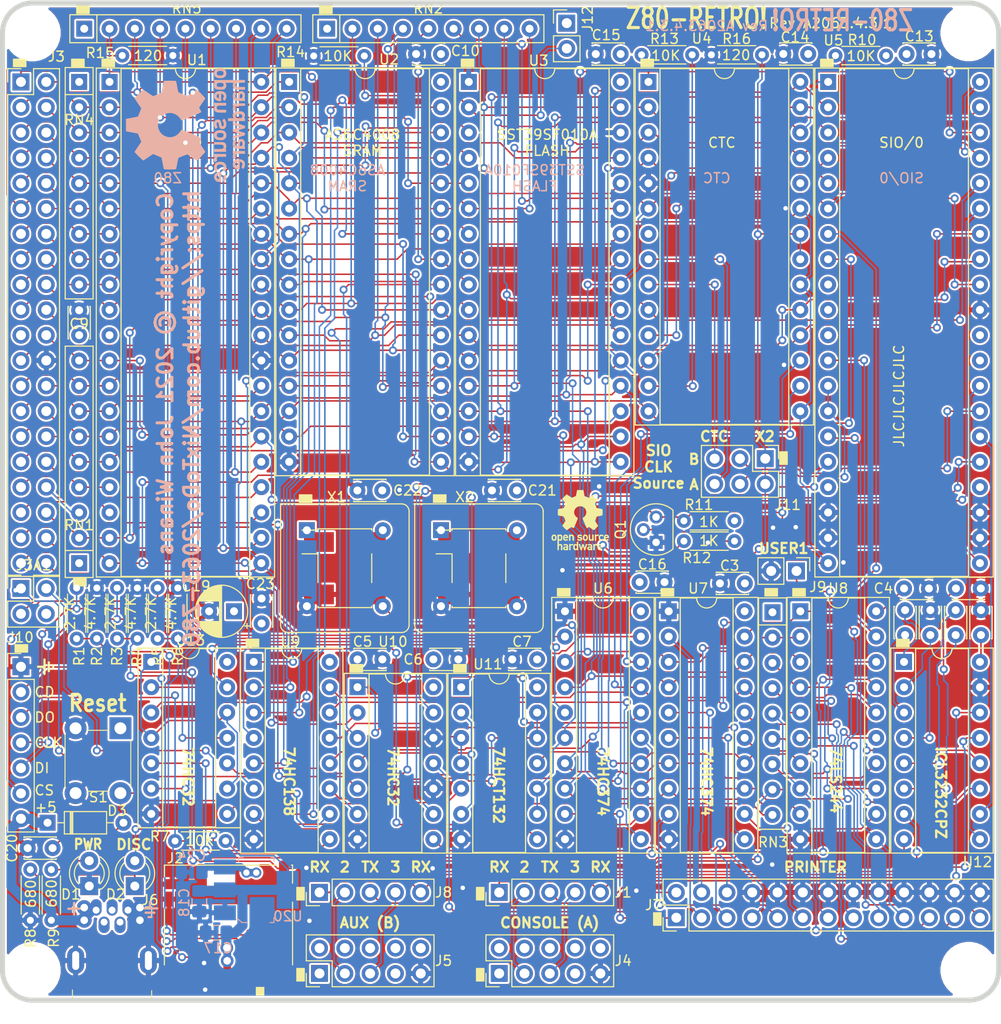
<source format=kicad_pcb>
(kicad_pcb (version 20171130) (host pcbnew "(5.1.4)-1")
  (title_block (date 2022-06-20) (rev 4.3))
  (layers (0 F.Cu signal) (1 In1.Cu signal) (2 In2.Cu signal) (31 B.Cu signal) (34 B.Paste user hide) (35 F.Paste user hide) (36 B.SilkS user) (37 F.SilkS user) (38 B.Mask user hide) (39 F.Mask user hide) (44 Edge.Cuts user))
  (net 0 "")
  (net 1 GND)
  (net 2 "Net-(C1-Pad2)")
  (net 3 "Net-(C1-Pad1)")
  (net 4 "Net-(C2-Pad2)")
  (net 5 "Net-(C2-Pad1)")
  (net 6 "Net-(C11-Pad2)")
  (net 7 "Net-(C12-Pad2)")
  (net 8 +5V)
  (net 9 /A10)
  (net 10 /~IORQ)
  (net 11 /A9)
  (net 12 /~MREQ)
  (net 13 /A8)
  (net 14 /A7)
  (net 15 /A6)
  (net 16 /~INT)
  (net 17 /A5)
  (net 18 /D1)
  (net 19 /A4)
  (net 20 /D0)
  (net 21 /A3)
  (net 22 /D7)
  (net 23 /A2)
  (net 24 /D2)
  (net 25 /A1)
  (net 26 /A0)
  (net 27 /D6)
  (net 28 /D5)
  (net 29 /D3)
  (net 30 /~M1)
  (net 31 /D4)
  (net 32 /~RESET)
  (net 33 /CLK)
  (net 34 /A15)
  (net 35 /A14)
  (net 36 /A13)
  (net 37 /~WR)
  (net 38 /A12)
  (net 39 /~RD)
  (net 40 /A11)
  (net 41 +3V3)
  (net 42 /~BUSRQ)
  (net 43 /~BUSACK)
  (net 44 /~HALT)
  (net 45 /~WAIT)
  (net 46 /~RFSH)
  (net 47 /~NMI)
  (net 48 /~SRAM_OE)
  (net 49 /~FLASH_MREQ)
  (net 50 /~SRAM_SEL)
  (net 51 /~FLASH_SEL)
  (net 52 /~PRN_STROBE)
  (net 53 /~PRN_LF)
  (net 54 /PRN_D0)
  (net 55 /PRN_D4)
  (net 56 /PRN_D1)
  (net 57 /PRN_D5)
  (net 58 /PRN_D2)
  (net 59 /PRN_D6)
  (net 60 /PRN_D3)
  (net 61 /PRN_D7)
  (net 62 /PRN_ACK)
  (net 63 /PRN_ERR)
  (net 64 /PRN_STAT)
  (net 65 /PRN_PAPER)
  (net 66 /~PRN_BUSY)
  (net 67 /SD_MISO)
  (net 68 /CON_RX)
  (net 69 /CON_TX)
  (net 70 /AUX_RX)
  (net 71 /AUX_TX)
  (net 72 /SIO_TXA)
  (net 73 /SIO_CLKA)
  (net 74 /SIO_RXA)
  (net 75 /SIO_RXB)
  (net 76 /SIO_CLKB)
  (net 77 /SIO_TXB)
  (net 78 /CTC_IEO)
  (net 79 /SIO_IEO)
  (net 80 /SD_DET)
  (net 81 /SD_MOSI)
  (net 82 /SD_CLK)
  (net 83 "Net-(D1-Pad2)")
  (net 84 /~IORQ_40)
  (net 85 "Net-(X1-Pad1)")
  (net 86 /~PRN_INIT)
  (net 87 /~DTRA)
  (net 88 /~IORQ_30)
  (net 89 /~IORQ_10)
  (net 90 /~IORQ_20)
  (net 91 /~IORQ_00)
  (net 92 /~IORQ_70)
  (net 93 /CON3)
  (net 94 /CON2)
  (net 95 /AUX3)
  (net 96 /AUX2)
  (net 97 "Net-(X2-Pad1)")
  (net 98 /BAUD_CLK)
  (net 99 "Net-(R12-Pad1)")
  (net 100 /DISC_LED)
  (net 101 /LO_BANK_A16)
  (net 102 /LO_BANK_A17)
  (net 103 /SD5_MOSI)
  (net 104 /SD5_CLK)
  (net 105 "Net-(Q1-Pad2)")
  (net 106 /~RESET_SW)
  (net 107 /CTC_CLKA)
  (net 108 /CTC_CLKB)
  (net 109 /LO_BANK_A15)
  (net 110 /LO_BANK_A18)
  (net 111 /BA15)
  (net 112 /BA17)
  (net 113 /BA16)
  (net 114 /BA18)
  (net 115 "Net-(D2-Pad1)")
  (net 116 /~SD_SSEL)
  (net 117 /~SD5_SSEL)
  (net 118 "Net-(R13-Pad1)")
  (net 119 /USER1)
  (net 120 /~DTRB)
  (net 121 "Net-(J12-Pad2)")
  (net 122 "Net-(NT1-Pad2)")
  (net 123 "Net-(NT2-Pad2)")
  (net 124 /~IORQ_60)
  (net 125 /~IORQ_50)
  (module Connector_PinHeader_2.54mm:PinHeader_2x02_P2.54mm_Vertical (layer F.Cu) (at 101.854 108.712)
    (fp_text reference J3A1 (at 1.27 -2.33) (layer F.SilkS))
    (fp_text value Conn_02x02_Odd_Even)
    (pad 4 thru_hole oval (at 2.54 2.54) (size 1.7 1.7) (drill 1) (layers *.Cu *.Mask))
    (pad 3 thru_hole oval (at 0 2.54) (size 1.7 1.7) (drill 1) (layers *.Cu *.Mask) (net 79 /SIO_IEO))
    (pad 2 thru_hole oval (at 2.54 0) (size 1.7 1.7) (drill 1) (layers *.Cu *.Mask) (net 124 /~IORQ_60))
    (pad 1 thru_hole rect (at 0 0) (size 1.7 1.7) (drill 1) (layers *.Cu *.Mask) (net 125 /~IORQ_50))
  )
  (module NetTie:NetTie-2_SMD_Pad0.5mm (layer B.Cu) (at 146.8 56.95 270)
    (fp_text reference NT2 hide)
    (fp_text value Net-Tie_2)
    (fp_poly (pts (xy -0.5 0.25) (xy 0.5 0.25) (xy 0.5 -0.25) (xy -0.5 -0.25)) (layer B.Cu) (width 0))
    (pad 2 smd circle (at 0.5 0 270) (size 0.5 0.5) (layers B.Cu) (net 123 "Net-(NT2-Pad2)"))
    (pad 1 smd circle (at -0.5 0 270) (size 0.5 0.5) (layers B.Cu) (net 1 GND))
  )
  (module NetTie:NetTie-2_SMD_Pad0.5mm (layer B.Cu) (at 161.2 63)
    (fp_text reference NT1 hide)
    (fp_text value Net-Tie_2)
    (fp_poly (pts (xy -0.5 0.25) (xy 0.5 0.25) (xy 0.5 -0.25) (xy -0.5 -0.25)) (layer B.Cu) (width 0))
    (pad 2 smd circle (at 0.5 0) (size 0.5 0.5) (layers B.Cu) (net 122 "Net-(NT1-Pad2)"))
    (pad 1 smd circle (at -0.5 0) (size 0.5 0.5) (layers B.Cu) (net 1 GND))
  )
  (module Resistor_THT:R_Axial_DIN0204_L3.6mm_D1.6mm_P5.08mm_Horizontal (layer F.Cu) (at 171.16044 55.19166)
    (fp_text reference R16 (at 2.53746 -1.6002) (layer F.SilkS))
    (fp_text value 120)
    (pad 2 thru_hole oval (at 5.08 0) (size 1.4 1.4) (drill 0.7) (layers *.Cu *.Mask) (net 98 /BAUD_CLK))
    (pad 1 thru_hole circle (at 0 0) (size 1.4 1.4) (drill 0.7) (layers *.Cu *.Mask) (net 1 GND))
  )
  (module Resistor_THT:R_Axial_DIN0204_L3.6mm_D1.6mm_P5.08mm_Horizontal (layer F.Cu) (at 117.10416 55.26786 180)
    (fp_text reference R15 (at 7.29996 0.26162) (layer F.SilkS))
    (fp_text value 120)
    (pad 2 thru_hole oval (at 5.08 0 180) (size 1.4 1.4) (drill 0.7) (layers *.Cu *.Mask) (net 33 /CLK))
    (pad 1 thru_hole circle (at 0 0 180) (size 1.4 1.4) (drill 0.7) (layers *.Cu *.Mask) (net 1 GND))
  )
  (module Resistor_THT:R_Axial_DIN0204_L3.6mm_D1.6mm_P5.08mm_Horizontal (layer F.Cu) (at 131.2418 55.30596)
    (fp_text reference R14 (at -2.32664 -0.38862) (layer F.SilkS))
    (fp_text value 10K)
    (pad 2 thru_hole oval (at 5.08 0) (size 1.4 1.4) (drill 0.7) (layers *.Cu *.Mask) (net 121 "Net-(J12-Pad2)"))
    (pad 1 thru_hole circle (at 0 0) (size 1.4 1.4) (drill 0.7) (layers *.Cu *.Mask) (net 1 GND))
  )
  (module Connector_PinHeader_2.54mm:PinHeader_1x02_P2.54mm_Vertical (layer F.Cu) (at 156.6418 52.01666)
    (fp_text reference J12 (at 2.09804 -0.42418 90) (layer F.SilkS))
    (fp_text value Conn_01x02)
    (pad 2 thru_hole oval (at 0 2.54) (size 1.7 1.7) (drill 1) (layers *.Cu *.Mask) (net 121 "Net-(J12-Pad2)"))
    (pad 1 thru_hole rect (at 0 0) (size 1.7 1.7) (drill 1) (layers *.Cu *.Mask) (net 8 +5V))
  )
  (module Package_DIP:DIP-14_W7.62mm_Socket (layer F.Cu) (at 146.04492 118.618)
    (fp_text reference U11 (at 2.68478 -2.3114) (layer F.SilkS))
    (fp_text value 74HCT132)
    (pad 1 thru_hole rect (at 0 0) (size 1.6 1.6) (drill 0.8) (layers *.Cu *.Mask) (net 32 /~RESET))
    (pad 8 thru_hole oval (at 7.62 15.24) (size 1.6 1.6) (drill 0.8) (layers *.Cu *.Mask) (net 100 /DISC_LED))
    (pad 2 thru_hole oval (at 0 2.54) (size 1.6 1.6) (drill 0.8) (layers *.Cu *.Mask) (net 51 /~FLASH_SEL))
    (pad 9 thru_hole oval (at 7.62 12.7) (size 1.6 1.6) (drill 0.8) (layers *.Cu *.Mask) (net 117 /~SD5_SSEL))
    (pad 3 thru_hole oval (at 0 5.08) (size 1.6 1.6) (drill 0.8) (layers *.Cu *.Mask) (net 50 /~SRAM_SEL))
    (pad 10 thru_hole oval (at 7.62 10.16) (size 1.6 1.6) (drill 0.8) (layers *.Cu *.Mask) (net 117 /~SD5_SSEL))
    (pad 4 thru_hole oval (at 0 7.62) (size 1.6 1.6) (drill 0.8) (layers *.Cu *.Mask) (net 50 /~SRAM_SEL))
    (pad 11 thru_hole oval (at 7.62 7.62) (size 1.6 1.6) (drill 0.8) (layers *.Cu *.Mask) (net 99 "Net-(R12-Pad1)"))
    (pad 5 thru_hole oval (at 0 10.16) (size 1.6 1.6) (drill 0.8) (layers *.Cu *.Mask) (net 92 /~IORQ_70))
    (pad 12 thru_hole oval (at 7.62 5.08) (size 1.6 1.6) (drill 0.8) (layers *.Cu *.Mask) (net 106 /~RESET_SW))
    (pad 6 thru_hole oval (at 0 12.7) (size 1.6 1.6) (drill 0.8) (layers *.Cu *.Mask) (net 51 /~FLASH_SEL))
    (pad 13 thru_hole oval (at 7.62 2.54) (size 1.6 1.6) (drill 0.8) (layers *.Cu *.Mask) (net 106 /~RESET_SW))
    (pad 7 thru_hole oval (at 0 15.24) (size 1.6 1.6) (drill 0.8) (layers *.Cu *.Mask) (net 1 GND))
    (pad 14 thru_hole oval (at 7.62 0) (size 1.6 1.6) (drill 0.8) (layers *.Cu *.Mask) (net 8 +5V))
  )
  (module Connector_PinHeader_2.54mm:PinHeader_1x02_P2.54mm_Vertical (layer F.Cu) (at 179.705 106.9594 270)
    (fp_text reference J9 (at 1.6002 -2.1336 180) (layer F.SilkS))
    (fp_text value Conn_01x02)
    (pad 2 thru_hole oval (at 0 2.54 270) (size 1.7 1.7) (drill 1) (layers *.Cu *.Mask) (net 1 GND))
    (pad 1 thru_hole rect (at 0 0 270) (size 1.7 1.7) (drill 1) (layers *.Cu *.Mask) (net 119 /USER1))
  )
  (module Resistor_THT:R_Axial_DIN0204_L3.6mm_D1.6mm_P5.08mm_Horizontal (layer F.Cu) (at 169.23258 55.1942 180)
    (fp_text reference R13 (at 2.78384 1.60528) (layer F.SilkS))
    (fp_text value 10K)
    (pad 2 thru_hole oval (at 5.08 0 180) (size 1.4 1.4) (drill 0.7) (layers *.Cu *.Mask) (net 8 +5V))
    (pad 1 thru_hole circle (at 0 0 180) (size 1.4 1.4) (drill 0.7) (layers *.Cu *.Mask) (net 118 "Net-(R13-Pad1)"))
  )
  (module Resistor_THT:R_Axial_DIN0204_L3.6mm_D1.6mm_P5.08mm_Horizontal (layer F.Cu) (at 183.6166 55.2704)
    (fp_text reference R10 (at 2.667 -1.5748) (layer F.SilkS))
    (fp_text value 10K)
    (pad 2 thru_hole oval (at 5.08 0) (size 1.4 1.4) (drill 0.7) (layers *.Cu *.Mask) (net 8 +5V))
    (pad 1 thru_hole circle (at 0 0) (size 1.4 1.4) (drill 0.7) (layers *.Cu *.Mask) (net 78 /CTC_IEO))
  )
  (module Capacitor_SMD:C_0805_2012Metric_Pad1.15x1.40mm_HandSolder (layer B.Cu) (at 118.99 137.16 180)
    (fp_text reference C24 (at 0 1.65) (layer B.SilkS) (effects (justify mirror)))
    (fp_text value .1)
    (pad 2 smd roundrect (at 1.025 0 180) (size 1.15 1.4) (layers B.Cu B.Paste B.Mask) (roundrect_rratio 0.217391) (net 1 GND))
    (pad 1 smd roundrect (at -1.025 0 180) (size 1.15 1.4) (layers B.Cu B.Paste B.Mask) (roundrect_rratio 0.217391) (net 8 +5V))
  )
  (module jb-footprint:Oscillator_DIP-8_combo (layer F.Cu) (at 130.556 102.87 270)
    (fp_text reference X1 (at -3.3274 -2.9718 180) (layer F.SilkS))
    (fp_text value ACH-10.000MHZ-EK)
    (pad 4 smd rect (at 6.44 -1.21 270) (size 1.98 3) (layers F.Cu F.Paste F.Mask) (net 1 GND))
    (pad 1 smd rect (at 1.18 -1.21 270) (size 1.98 3) (layers F.Cu F.Paste F.Mask) (net 85 "Net-(X1-Pad1)"))
    (pad 5 smd rect (at 6.44 -6.41 270) (size 1.98 3) (layers F.Cu F.Paste F.Mask) (net 33 /CLK))
    (pad 8 smd rect (at 1.18 -6.41 270) (size 1.98 3) (layers F.Cu F.Paste F.Mask) (net 8 +5V))
    (pad 4 thru_hole circle (at 7.62 0 270) (size 1.6 1.6) (drill 0.8) (layers *.Cu *.Mask) (net 1 GND))
    (pad 5 thru_hole circle (at 7.62 -7.62 270) (size 1.6 1.6) (drill 0.8) (layers *.Cu *.Mask) (net 33 /CLK))
    (pad 8 thru_hole circle (at 0 -7.62 270) (size 1.6 1.6) (drill 0.8) (layers *.Cu *.Mask) (net 8 +5V))
    (pad 1 thru_hole rect (at 0 0 270) (size 1.6 1.6) (drill 0.8) (layers *.Cu *.Mask) (net 85 "Net-(X1-Pad1)"))
  )
  (module jb-footprint:Oscillator_DIP-8_combo (layer F.Cu) (at 144.018 102.87 270)
    (fp_text reference X2 (at -3.3274 -2.3876 180) (layer F.SilkS))
    (fp_text value ECS-2100A-018)
    (pad 4 smd rect (at 6.44 -1.21 270) (size 1.98 3) (layers F.Cu F.Paste F.Mask) (net 1 GND))
    (pad 1 smd rect (at 1.18 -1.21 270) (size 1.98 3) (layers F.Cu F.Paste F.Mask) (net 97 "Net-(X2-Pad1)"))
    (pad 5 smd rect (at 6.44 -6.41 270) (size 1.98 3) (layers F.Cu F.Paste F.Mask) (net 98 /BAUD_CLK))
    (pad 8 smd rect (at 1.18 -6.41 270) (size 1.98 3) (layers F.Cu F.Paste F.Mask) (net 8 +5V))
    (pad 4 thru_hole circle (at 7.62 0 270) (size 1.6 1.6) (drill 0.8) (layers *.Cu *.Mask) (net 1 GND))
    (pad 5 thru_hole circle (at 7.62 -7.62 270) (size 1.6 1.6) (drill 0.8) (layers *.Cu *.Mask) (net 98 /BAUD_CLK))
    (pad 8 thru_hole circle (at 0 -7.62 270) (size 1.6 1.6) (drill 0.8) (layers *.Cu *.Mask) (net 8 +5V))
    (pad 1 thru_hole rect (at 0 0 270) (size 1.6 1.6) (drill 0.8) (layers *.Cu *.Mask) (net 97 "Net-(X2-Pad1)"))
  )
  (module Capacitor_SMD:C_0805_2012Metric_Pad1.18x1.45mm_HandSolder (layer B.Cu) (at 119.761 140.081 270)
    (fp_text reference C18 (at 0.127 1.524 270) (layer B.SilkS) (effects (justify mirror)))
    (fp_text value 10uF)
    (pad 2 smd roundrect (at 1.0375 0 270) (size 1.175 1.45) (layers B.Cu B.Paste B.Mask) (roundrect_rratio 0.212766) (net 1 GND))
    (pad 1 smd roundrect (at -1.0375 0 270) (size 1.175 1.45) (layers B.Cu B.Paste B.Mask) (roundrect_rratio 0.212766) (net 41 +3V3))
  )
  (module Resistor_THT:R_Axial_DIN0204_L3.6mm_D1.6mm_P5.08mm_Horizontal (layer F.Cu) (at 104.902 136.906 270)
    (fp_text reference R9 (at 6.858 -0.254 90) (layer F.SilkS))
    (fp_text value 680)
    (pad 2 thru_hole oval (at 5.08 0 270) (size 1.4 1.4) (drill 0.7) (layers *.Cu *.Mask) (net 8 +5V))
    (pad 1 thru_hole circle (at 0 0 270) (size 1.4 1.4) (drill 0.7) (layers *.Cu *.Mask) (net 83 "Net-(D1-Pad2)"))
  )
  (module Package_DIP:DIP-14_W7.62mm_Socket (layer F.Cu) (at 114.935 116.078)
    (fp_text reference U13 (at 3.937 -2.159) (layer F.SilkS))
    (fp_text value 74HC32)
    (pad 14 thru_hole oval (at 7.62 0) (size 1.6 1.6) (drill 0.8) (layers *.Cu *.Mask) (net 8 +5V))
    (pad 7 thru_hole oval (at 0 15.24) (size 1.6 1.6) (drill 0.8) (layers *.Cu *.Mask) (net 1 GND))
    (pad 13 thru_hole oval (at 7.62 2.54) (size 1.6 1.6) (drill 0.8) (layers *.Cu *.Mask) (net 110 /LO_BANK_A18))
    (pad 6 thru_hole oval (at 0 12.7) (size 1.6 1.6) (drill 0.8) (layers *.Cu *.Mask) (net 113 /BA16))
    (pad 12 thru_hole oval (at 7.62 5.08) (size 1.6 1.6) (drill 0.8) (layers *.Cu *.Mask) (net 34 /A15))
    (pad 5 thru_hole oval (at 0 10.16) (size 1.6 1.6) (drill 0.8) (layers *.Cu *.Mask) (net 101 /LO_BANK_A16))
    (pad 11 thru_hole oval (at 7.62 7.62) (size 1.6 1.6) (drill 0.8) (layers *.Cu *.Mask) (net 114 /BA18))
    (pad 4 thru_hole oval (at 0 7.62) (size 1.6 1.6) (drill 0.8) (layers *.Cu *.Mask) (net 34 /A15))
    (pad 10 thru_hole oval (at 7.62 10.16) (size 1.6 1.6) (drill 0.8) (layers *.Cu *.Mask) (net 102 /LO_BANK_A17))
    (pad 3 thru_hole oval (at 0 5.08) (size 1.6 1.6) (drill 0.8) (layers *.Cu *.Mask) (net 111 /BA15))
    (pad 9 thru_hole oval (at 7.62 12.7) (size 1.6 1.6) (drill 0.8) (layers *.Cu *.Mask) (net 34 /A15))
    (pad 2 thru_hole oval (at 0 2.54) (size 1.6 1.6) (drill 0.8) (layers *.Cu *.Mask) (net 109 /LO_BANK_A15))
    (pad 8 thru_hole oval (at 7.62 15.24) (size 1.6 1.6) (drill 0.8) (layers *.Cu *.Mask) (net 112 /BA17))
    (pad 1 thru_hole rect (at 0 0) (size 1.6 1.6) (drill 0.8) (layers *.Cu *.Mask) (net 34 /A15))
  )
  (module Capacitor_SMD:C_0805_2012Metric_Pad1.18x1.45mm_HandSolder (layer B.Cu) (at 121.4374 143.2306 180)
    (fp_text reference C17 (at -0.2032 -1.5494) (layer B.SilkS) (effects (justify mirror)))
    (fp_text value .1)
    (pad 1 smd roundrect (at -1.0375 0 180) (size 1.175 1.45) (layers B.Cu B.Paste B.Mask) (roundrect_rratio 0.212766) (net 41 +3V3))
    (pad 2 smd roundrect (at 1.0375 0 180) (size 1.175 1.45) (layers B.Cu B.Paste B.Mask) (roundrect_rratio 0.212766) (net 1 GND))
  )
  (module Package_TO_SOT_THT:TO-92L (layer F.Cu) (at 165.608 104.0892 90)
    (fp_text reference Q1 (at 1.29 -3.56 90) (layer F.SilkS))
    (fp_text value PN2222)
    (pad 1 thru_hole rect (at 0 0 180) (size 1.3 1.3) (drill 0.75) (layers *.Cu *.Mask) (net 1 GND))
    (pad 3 thru_hole circle (at 2.54 0 180) (size 1.3 1.3) (drill 0.75) (layers *.Cu *.Mask) (net 32 /~RESET))
    (pad 2 thru_hole circle (at 1.28 -1.27 180) (size 1.3 1.3) (drill 0.75) (layers *.Cu *.Mask) (net 105 "Net-(Q1-Pad2)"))
  )
  (module Connector_PinHeader_2.54mm:PinHeader_2x03_P2.54mm_Vertical (layer F.Cu) (at 176.5681 95.6945 270)
    (fp_text reference J11 (at 4.6355 -2.2479 180) (layer F.SilkS))
    (fp_text value Conn_02x03)
    (pad 6 thru_hole oval (at 2.54 5.08 270) (size 1.7 1.7) (drill 1) (layers *.Cu *.Mask) (net 107 /CTC_CLKA))
    (pad 5 thru_hole oval (at 0 5.08 270) (size 1.7 1.7) (drill 1) (layers *.Cu *.Mask) (net 108 /CTC_CLKB))
    (pad 4 thru_hole oval (at 2.54 2.54 270) (size 1.7 1.7) (drill 1) (layers *.Cu *.Mask) (net 73 /SIO_CLKA))
    (pad 3 thru_hole oval (at 0 2.54 270) (size 1.7 1.7) (drill 1) (layers *.Cu *.Mask) (net 76 /SIO_CLKB))
    (pad 2 thru_hole oval (at 2.54 0 270) (size 1.7 1.7) (drill 1) (layers *.Cu *.Mask) (net 98 /BAUD_CLK))
    (pad 1 thru_hole rect (at 0 0 270) (size 1.7 1.7) (drill 1) (layers *.Cu *.Mask) (net 98 /BAUD_CLK))
  )
  (module Capacitor_THT:C_Disc_D3.0mm_W2.0mm_P2.50mm (layer F.Cu) (at 126.0094 112.2172 90)
    (fp_text reference C23 (at 3.9624 -0.127 180) (layer F.SilkS))
    (fp_text value .1)
    (pad 2 thru_hole circle (at 2.5 0 90) (size 1.6 1.6) (drill 0.8) (layers *.Cu *.Mask) (net 1 GND))
    (pad 1 thru_hole circle (at 0 0 90) (size 1.6 1.6) (drill 0.8) (layers *.Cu *.Mask) (net 8 +5V))
  )
  (module Capacitor_THT:CP_Radial_D5.0mm_P2.50mm (layer F.Cu) (at 123.2408 110.998 180)
    (fp_text reference C19 (at 3.81 2.5146 180) (layer F.SilkS))
    (fp_text value 10uF)
    (pad 2 thru_hole circle (at 2.5 0 180) (size 1.6 1.6) (drill 0.8) (layers *.Cu *.Mask) (net 1 GND))
    (pad 1 thru_hole rect (at 0 0 180) (size 1.6 1.6) (drill 0.8) (layers *.Cu *.Mask) (net 8 +5V))
  )
  (module Connector_PinHeader_2.54mm:PinHeader_1x07_P2.54mm_Vertical (layer F.Cu) (at 101.854 116.5606)
    (fp_text reference J10 (at -0.0508 -2.9464) (layer F.SilkS))
    (fp_text value Conn_01x07)
    (pad 7 thru_hole oval (at 0 15.24) (size 1.7 1.7) (drill 1) (layers *.Cu *.Mask) (net 8 +5V))
    (pad 6 thru_hole oval (at 0 12.7) (size 1.7 1.7) (drill 1) (layers *.Cu *.Mask) (net 117 /~SD5_SSEL))
    (pad 5 thru_hole oval (at 0 10.16) (size 1.7 1.7) (drill 1) (layers *.Cu *.Mask) (net 103 /SD5_MOSI))
    (pad 4 thru_hole oval (at 0 7.62) (size 1.7 1.7) (drill 1) (layers *.Cu *.Mask) (net 104 /SD5_CLK))
    (pad 3 thru_hole oval (at 0 5.08) (size 1.7 1.7) (drill 1) (layers *.Cu *.Mask) (net 67 /SD_MISO))
    (pad 2 thru_hole oval (at 0 2.54) (size 1.7 1.7) (drill 1) (layers *.Cu *.Mask) (net 80 /SD_DET))
    (pad 1 thru_hole rect (at 0 0) (size 1.7 1.7) (drill 1) (layers *.Cu *.Mask) (net 1 GND))
  )
  (module Package_DIP:DIP-14_W7.62mm_Socket (layer F.Cu) (at 135.636 118.618)
    (fp_text reference U10 (at 3.556 -4.572) (layer F.SilkS))
    (fp_text value 74HC32)
    (pad 1 thru_hole rect (at 0 0) (size 1.6 1.6) (drill 0.8) (layers *.Cu *.Mask) (net 50 /~SRAM_SEL))
    (pad 8 thru_hole oval (at 7.62 15.24) (size 1.6 1.6) (drill 0.8) (layers *.Cu *.Mask) (net 86 /~PRN_INIT))
    (pad 2 thru_hole oval (at 0 2.54) (size 1.6 1.6) (drill 0.8) (layers *.Cu *.Mask) (net 39 /~RD))
    (pad 9 thru_hole oval (at 7.62 12.7) (size 1.6 1.6) (drill 0.8) (layers *.Cu *.Mask) (net 87 /~DTRA))
    (pad 3 thru_hole oval (at 0 5.08) (size 1.6 1.6) (drill 0.8) (layers *.Cu *.Mask) (net 48 /~SRAM_OE))
    (pad 10 thru_hole oval (at 7.62 10.16) (size 1.6 1.6) (drill 0.8) (layers *.Cu *.Mask) (net 1 GND))
    (pad 4 thru_hole oval (at 0 7.62) (size 1.6 1.6) (drill 0.8) (layers *.Cu *.Mask) (net 51 /~FLASH_SEL))
    (pad 11 thru_hole oval (at 7.62 7.62) (size 1.6 1.6) (drill 0.8) (layers *.Cu *.Mask) (net 53 /~PRN_LF))
    (pad 5 thru_hole oval (at 0 10.16) (size 1.6 1.6) (drill 0.8) (layers *.Cu *.Mask) (net 12 /~MREQ))
    (pad 12 thru_hole oval (at 7.62 5.08) (size 1.6 1.6) (drill 0.8) (layers *.Cu *.Mask) (net 1 GND))
    (pad 6 thru_hole oval (at 0 12.7) (size 1.6 1.6) (drill 0.8) (layers *.Cu *.Mask) (net 49 /~FLASH_MREQ))
    (pad 13 thru_hole oval (at 7.62 2.54) (size 1.6 1.6) (drill 0.8) (layers *.Cu *.Mask) (net 120 /~DTRB))
    (pad 7 thru_hole oval (at 0 15.24) (size 1.6 1.6) (drill 0.8) (layers *.Cu *.Mask) (net 1 GND))
    (pad 14 thru_hole oval (at 7.62 0) (size 1.6 1.6) (drill 0.8) (layers *.Cu *.Mask) (net 8 +5V))
  )
  (module Package_DIP:DIP-32_W15.24mm_Socket (layer F.Cu) (at 128.778 57.912)
    (fp_text reference U2 (at 10.02538 -2.25806) (layer F.SilkS))
    (fp_text value AS6C4008-55PCN)
    (pad 32 thru_hole oval (at 15.24 0) (size 1.6 1.6) (drill 0.8) (layers *.Cu *.Mask) (net 8 +5V))
    (pad 16 thru_hole oval (at 0 38.1) (size 1.6 1.6) (drill 0.8) (layers *.Cu *.Mask) (net 1 GND))
    (pad 31 thru_hole oval (at 15.24 2.54) (size 1.6 1.6) (drill 0.8) (layers *.Cu *.Mask) (net 111 /BA15))
    (pad 15 thru_hole oval (at 0 35.56) (size 1.6 1.6) (drill 0.8) (layers *.Cu *.Mask) (net 24 /D2))
    (pad 30 thru_hole oval (at 15.24 5.08) (size 1.6 1.6) (drill 0.8) (layers *.Cu *.Mask) (net 112 /BA17))
    (pad 14 thru_hole oval (at 0 33.02) (size 1.6 1.6) (drill 0.8) (layers *.Cu *.Mask) (net 18 /D1))
    (pad 29 thru_hole oval (at 15.24 7.62) (size 1.6 1.6) (drill 0.8) (layers *.Cu *.Mask) (net 37 /~WR))
    (pad 13 thru_hole oval (at 0 30.48) (size 1.6 1.6) (drill 0.8) (layers *.Cu *.Mask) (net 20 /D0))
    (pad 28 thru_hole oval (at 15.24 10.16) (size 1.6 1.6) (drill 0.8) (layers *.Cu *.Mask) (net 36 /A13))
    (pad 12 thru_hole oval (at 0 27.94) (size 1.6 1.6) (drill 0.8) (layers *.Cu *.Mask) (net 26 /A0))
    (pad 27 thru_hole oval (at 15.24 12.7) (size 1.6 1.6) (drill 0.8) (layers *.Cu *.Mask) (net 13 /A8))
    (pad 11 thru_hole oval (at 0 25.4) (size 1.6 1.6) (drill 0.8) (layers *.Cu *.Mask) (net 25 /A1))
    (pad 26 thru_hole oval (at 15.24 15.24) (size 1.6 1.6) (drill 0.8) (layers *.Cu *.Mask) (net 11 /A9))
    (pad 10 thru_hole oval (at 0 22.86) (size 1.6 1.6) (drill 0.8) (layers *.Cu *.Mask) (net 23 /A2))
    (pad 25 thru_hole oval (at 15.24 17.78) (size 1.6 1.6) (drill 0.8) (layers *.Cu *.Mask) (net 40 /A11))
    (pad 9 thru_hole oval (at 0 20.32) (size 1.6 1.6) (drill 0.8) (layers *.Cu *.Mask) (net 21 /A3))
    (pad 24 thru_hole oval (at 15.24 20.32) (size 1.6 1.6) (drill 0.8) (layers *.Cu *.Mask) (net 48 /~SRAM_OE))
    (pad 8 thru_hole oval (at 0 17.78) (size 1.6 1.6) (drill 0.8) (layers *.Cu *.Mask) (net 19 /A4))
    (pad 23 thru_hole oval (at 15.24 22.86) (size 1.6 1.6) (drill 0.8) (layers *.Cu *.Mask) (net 9 /A10))
    (pad 7 thru_hole oval (at 0 15.24) (size 1.6 1.6) (drill 0.8) (layers *.Cu *.Mask) (net 17 /A5))
    (pad 22 thru_hole oval (at 15.24 25.4) (size 1.6 1.6) (drill 0.8) (layers *.Cu *.Mask) (net 12 /~MREQ))
    (pad 6 thru_hole oval (at 0 12.7) (size 1.6 1.6) (drill 0.8) (layers *.Cu *.Mask) (net 15 /A6))
    (pad 21 thru_hole oval (at 15.24 27.94) (size 1.6 1.6) (drill 0.8) (layers *.Cu *.Mask) (net 22 /D7))
    (pad 5 thru_hole oval (at 0 10.16) (size 1.6 1.6) (drill 0.8) (layers *.Cu *.Mask) (net 14 /A7))
    (pad 20 thru_hole oval (at 15.24 30.48) (size 1.6 1.6) (drill 0.8) (layers *.Cu *.Mask) (net 27 /D6))
    (pad 4 thru_hole oval (at 0 7.62) (size 1.6 1.6) (drill 0.8) (layers *.Cu *.Mask) (net 38 /A12))
    (pad 19 thru_hole oval (at 15.24 33.02) (size 1.6 1.6) (drill 0.8) (layers *.Cu *.Mask) (net 28 /D5))
    (pad 3 thru_hole oval (at 0 5.08) (size 1.6 1.6) (drill 0.8) (layers *.Cu *.Mask) (net 35 /A14))
    (pad 18 thru_hole oval (at 15.24 35.56) (size 1.6 1.6) (drill 0.8) (layers *.Cu *.Mask) (net 31 /D4))
    (pad 2 thru_hole oval (at 0 2.54) (size 1.6 1.6) (drill 0.8) (layers *.Cu *.Mask) (net 113 /BA16))
    (pad 17 thru_hole oval (at 15.24 38.1) (size 1.6 1.6) (drill 0.8) (layers *.Cu *.Mask) (net 29 /D3))
    (pad 1 thru_hole rect (at 0 0) (size 1.6 1.6) (drill 0.8) (layers *.Cu *.Mask) (net 114 /BA18))
  )
  (module Resistor_THT:R_Axial_DIN0204_L3.6mm_D1.6mm_P5.08mm_Horizontal (layer F.Cu) (at 168.402 103.9622)
    (fp_text reference R12 (at 1.2954 1.6891) (layer F.SilkS))
    (fp_text value 1K)
    (pad 2 thru_hole oval (at 5.08 0) (size 1.4 1.4) (drill 0.7) (layers *.Cu *.Mask) (net 105 "Net-(Q1-Pad2)"))
    (pad 1 thru_hole circle (at 0 0) (size 1.4 1.4) (drill 0.7) (layers *.Cu *.Mask) (net 99 "Net-(R12-Pad1)"))
  )
  (module Resistor_THT:R_Axial_DIN0204_L3.6mm_D1.6mm_P5.08mm_Horizontal (layer F.Cu) (at 168.402 101.9302)
    (fp_text reference R11 (at 1.5113 -1.6129) (layer F.SilkS))
    (fp_text value 1K)
    (pad 2 thru_hole oval (at 5.08 0) (size 1.4 1.4) (drill 0.7) (layers *.Cu *.Mask) (net 8 +5V))
    (pad 1 thru_hole circle (at 0 0) (size 1.4 1.4) (drill 0.7) (layers *.Cu *.Mask) (net 32 /~RESET))
  )
  (module Capacitor_THT:C_Disc_D3.0mm_W2.0mm_P2.50mm (layer F.Cu) (at 138.1252 98.8822 180)
    (fp_text reference C22 (at -2.54 0) (layer F.SilkS))
    (fp_text value .1)
    (pad 2 thru_hole circle (at 2.5 0 180) (size 1.6 1.6) (drill 0.8) (layers *.Cu *.Mask) (net 1 GND))
    (pad 1 thru_hole circle (at 0 0 180) (size 1.6 1.6) (drill 0.8) (layers *.Cu *.Mask) (net 8 +5V))
  )
  (module Resistor_THT:R_Axial_DIN0204_L3.6mm_D1.6mm_P5.08mm_Horizontal (layer F.Cu) (at 102.7938 136.906 270)
    (fp_text reference R8 (at 6.8834 -0.0254 90) (layer F.SilkS))
    (fp_text value 680)
    (pad 2 thru_hole oval (at 5.08 0 270) (size 1.4 1.4) (drill 0.7) (layers *.Cu *.Mask) (net 1 GND))
    (pad 1 thru_hole circle (at 0 0 270) (size 1.4 1.4) (drill 0.7) (layers *.Cu *.Mask) (net 115 "Net-(D2-Pad1)"))
  )
  (module Resistor_THT:R_Axial_DIN0204_L3.6mm_D1.6mm_P5.08mm_Horizontal (layer F.Cu) (at 117.3226 134.0358)
    (fp_text reference R7 (at -1.5494 -0.4572) (layer F.SilkS))
    (fp_text value 10K)
    (pad 2 thru_hole oval (at 5.08 0) (size 1.4 1.4) (drill 0.7) (layers *.Cu *.Mask) (net 41 +3V3))
    (pad 1 thru_hole circle (at 0 0) (size 1.4 1.4) (drill 0.7) (layers *.Cu *.Mask) (net 67 /SD_MISO))
  )
  (module Resistor_THT:R_Axial_DIN0204_L3.6mm_D1.6mm_P5.08mm_Horizontal (layer F.Cu) (at 115.57 113.7412 90)
    (fp_text reference R5 (at -1.778 0 90) (layer F.SilkS))
    (fp_text value 2K7)
    (pad 2 thru_hole oval (at 5.08 0 90) (size 1.4 1.4) (drill 0.7) (layers *.Cu *.Mask) (net 117 /~SD5_SSEL))
    (pad 1 thru_hole circle (at 0 0 90) (size 1.4 1.4) (drill 0.7) (layers *.Cu *.Mask) (net 116 /~SD_SSEL))
  )
  (module Resistor_THT:R_Axial_DIN0204_L3.6mm_D1.6mm_P5.08mm_Horizontal (layer F.Cu) (at 111.506 113.7412 90)
    (fp_text reference R3 (at -1.778 0 90) (layer F.SilkS))
    (fp_text value 2K7)
    (pad 2 thru_hole oval (at 5.08 0 90) (size 1.4 1.4) (drill 0.7) (layers *.Cu *.Mask) (net 104 /SD5_CLK))
    (pad 1 thru_hole circle (at 0 0 90) (size 1.4 1.4) (drill 0.7) (layers *.Cu *.Mask) (net 82 /SD_CLK))
  )
  (module Resistor_THT:R_Axial_DIN0204_L3.6mm_D1.6mm_P5.08mm_Horizontal (layer F.Cu) (at 117.602 108.6612 270)
    (fp_text reference R6 (at 6.858 0 90) (layer F.SilkS))
    (fp_text value 4K7)
    (pad 2 thru_hole oval (at 5.08 0 270) (size 1.4 1.4) (drill 0.7) (layers *.Cu *.Mask) (net 116 /~SD_SSEL))
    (pad 1 thru_hole circle (at 0 0 270) (size 1.4 1.4) (drill 0.7) (layers *.Cu *.Mask) (net 1 GND))
  )
  (module Resistor_THT:R_Axial_DIN0204_L3.6mm_D1.6mm_P5.08mm_Horizontal (layer F.Cu) (at 113.538 108.6612 270)
    (fp_text reference R4 (at 6.858 0 90) (layer F.SilkS))
    (fp_text value 4K7)
    (pad 2 thru_hole oval (at 5.08 0 270) (size 1.4 1.4) (drill 0.7) (layers *.Cu *.Mask) (net 82 /SD_CLK))
    (pad 1 thru_hole circle (at 0 0 270) (size 1.4 1.4) (drill 0.7) (layers *.Cu *.Mask) (net 1 GND))
  )
  (module Resistor_THT:R_Axial_DIN0204_L3.6mm_D1.6mm_P5.08mm_Horizontal (layer F.Cu) (at 109.474 108.6612 270)
    (fp_text reference R2 (at 6.858 0 90) (layer F.SilkS))
    (fp_text value 4K7)
    (pad 2 thru_hole oval (at 5.08 0 270) (size 1.4 1.4) (drill 0.7) (layers *.Cu *.Mask) (net 81 /SD_MOSI))
    (pad 1 thru_hole circle (at 0 0 270) (size 1.4 1.4) (drill 0.7) (layers *.Cu *.Mask) (net 1 GND))
  )
  (module Resistor_THT:R_Axial_DIN0204_L3.6mm_D1.6mm_P5.08mm_Horizontal (layer F.Cu) (at 107.442 113.7412 90)
    (fp_text reference R1 (at -1.778 0.254 90) (layer F.SilkS))
    (fp_text value 2K7)
    (pad 2 thru_hole oval (at 5.08 0 90) (size 1.4 1.4) (drill 0.7) (layers *.Cu *.Mask) (net 103 /SD5_MOSI))
    (pad 1 thru_hole circle (at 0 0 90) (size 1.4 1.4) (drill 0.7) (layers *.Cu *.Mask) (net 81 /SD_MOSI))
  )
  (module Resistor_THT:R_Array_SIP9 (layer F.Cu) (at 108.204 52.578)
    (fp_text reference RN5 (at 10.287 -2.032) (layer F.SilkS))
    (fp_text value 10K)
    (pad 9 thru_hole oval (at 20.32 0) (size 1.6 1.6) (drill 0.8) (layers *.Cu *.Mask) (net 21 /A3))
    (pad 8 thru_hole oval (at 17.78 0) (size 1.6 1.6) (drill 0.8) (layers *.Cu *.Mask) (net 19 /A4))
    (pad 7 thru_hole oval (at 15.24 0) (size 1.6 1.6) (drill 0.8) (layers *.Cu *.Mask) (net 42 /~BUSRQ))
    (pad 6 thru_hole oval (at 12.7 0) (size 1.6 1.6) (drill 0.8) (layers *.Cu *.Mask) (net 14 /A7))
    (pad 5 thru_hole oval (at 10.16 0) (size 1.6 1.6) (drill 0.8) (layers *.Cu *.Mask) (net 13 /A8))
    (pad 4 thru_hole oval (at 7.62 0) (size 1.6 1.6) (drill 0.8) (layers *.Cu *.Mask) (net 11 /A9))
    (pad 3 thru_hole oval (at 5.08 0) (size 1.6 1.6) (drill 0.8) (layers *.Cu *.Mask) (net 9 /A10))
    (pad 2 thru_hole oval (at 2.54 0) (size 1.6 1.6) (drill 0.8) (layers *.Cu *.Mask) (net 40 /A11))
    (pad 1 thru_hole rect (at 0 0) (size 1.6 1.6) (drill 0.8) (layers *.Cu *.Mask) (net 8 +5V))
  )
  (module Resistor_THT:R_Array_SIP9 (layer F.Cu) (at 107.696 57.912 270)
    (fp_text reference RN4 (at 3.81 0) (layer F.SilkS))
    (fp_text value 10K)
    (pad 9 thru_hole oval (at 20.32 0 270) (size 1.6 1.6) (drill 0.8) (layers *.Cu *.Mask) (net 28 /D5))
    (pad 8 thru_hole oval (at 17.78 0 270) (size 1.6 1.6) (drill 0.8) (layers *.Cu *.Mask) (net 29 /D3))
    (pad 7 thru_hole oval (at 15.24 0 270) (size 1.6 1.6) (drill 0.8) (layers *.Cu *.Mask) (net 31 /D4))
    (pad 6 thru_hole oval (at 12.7 0 270) (size 1.6 1.6) (drill 0.8) (layers *.Cu *.Mask) (net 17 /A5))
    (pad 5 thru_hole oval (at 10.16 0 270) (size 1.6 1.6) (drill 0.8) (layers *.Cu *.Mask) (net 34 /A15))
    (pad 4 thru_hole oval (at 7.62 0 270) (size 1.6 1.6) (drill 0.8) (layers *.Cu *.Mask) (net 35 /A14))
    (pad 3 thru_hole oval (at 5.08 0 270) (size 1.6 1.6) (drill 0.8) (layers *.Cu *.Mask) (net 36 /A13))
    (pad 2 thru_hole oval (at 2.54 0 270) (size 1.6 1.6) (drill 0.8) (layers *.Cu *.Mask) (net 38 /A12))
    (pad 1 thru_hole rect (at 0 0 270) (size 1.6 1.6) (drill 0.8) (layers *.Cu *.Mask) (net 8 +5V))
  )
  (module Resistor_THT:R_Array_SIP9 (layer F.Cu) (at 107.696 106.172 90)
    (fp_text reference RN1 (at 3.81 0) (layer F.SilkS))
    (fp_text value 10K)
    (pad 9 thru_hole oval (at 20.32 0 90) (size 1.6 1.6) (drill 0.8) (layers *.Cu *.Mask) (net 24 /D2))
    (pad 8 thru_hole oval (at 17.78 0 90) (size 1.6 1.6) (drill 0.8) (layers *.Cu *.Mask) (net 22 /D7))
    (pad 7 thru_hole oval (at 15.24 0 90) (size 1.6 1.6) (drill 0.8) (layers *.Cu *.Mask) (net 20 /D0))
    (pad 6 thru_hole oval (at 12.7 0 90) (size 1.6 1.6) (drill 0.8) (layers *.Cu *.Mask) (net 18 /D1))
    (pad 5 thru_hole oval (at 10.16 0 90) (size 1.6 1.6) (drill 0.8) (layers *.Cu *.Mask) (net 16 /~INT))
    (pad 4 thru_hole oval (at 7.62 0 90) (size 1.6 1.6) (drill 0.8) (layers *.Cu *.Mask) (net 47 /~NMI))
    (pad 3 thru_hole oval (at 5.08 0 90) (size 1.6 1.6) (drill 0.8) (layers *.Cu *.Mask) (net 45 /~WAIT))
    (pad 2 thru_hole oval (at 2.54 0 90) (size 1.6 1.6) (drill 0.8) (layers *.Cu *.Mask) (net 12 /~MREQ))
    (pad 1 thru_hole rect (at 0 0 90) (size 1.6 1.6) (drill 0.8) (layers *.Cu *.Mask) (net 8 +5V))
  )
  (module Package_DIP:DIP-16_W7.62mm_Socket (layer F.Cu) (at 190.5 116.078)
    (fp_text reference U12 (at 7.366 20.066) (layer F.SilkS))
    (fp_text value ICL3232CPZ)
    (pad 16 thru_hole oval (at 7.62 0) (size 1.6 1.6) (drill 0.8) (layers *.Cu *.Mask) (net 8 +5V))
    (pad 8 thru_hole oval (at 0 17.78) (size 1.6 1.6) (drill 0.8) (layers *.Cu *.Mask) (net 70 /AUX_RX))
    (pad 15 thru_hole oval (at 7.62 2.54) (size 1.6 1.6) (drill 0.8) (layers *.Cu *.Mask) (net 1 GND))
    (pad 7 thru_hole oval (at 0 15.24) (size 1.6 1.6) (drill 0.8) (layers *.Cu *.Mask) (net 71 /AUX_TX))
    (pad 14 thru_hole oval (at 7.62 5.08) (size 1.6 1.6) (drill 0.8) (layers *.Cu *.Mask) (net 69 /CON_TX))
    (pad 6 thru_hole oval (at 0 12.7) (size 1.6 1.6) (drill 0.8) (layers *.Cu *.Mask) (net 7 "Net-(C12-Pad2)"))
    (pad 13 thru_hole oval (at 7.62 7.62) (size 1.6 1.6) (drill 0.8) (layers *.Cu *.Mask) (net 68 /CON_RX))
    (pad 5 thru_hole oval (at 0 10.16) (size 1.6 1.6) (drill 0.8) (layers *.Cu *.Mask) (net 2 "Net-(C1-Pad2)"))
    (pad 12 thru_hole oval (at 7.62 10.16) (size 1.6 1.6) (drill 0.8) (layers *.Cu *.Mask) (net 74 /SIO_RXA))
    (pad 4 thru_hole oval (at 0 7.62) (size 1.6 1.6) (drill 0.8) (layers *.Cu *.Mask) (net 3 "Net-(C1-Pad1)"))
    (pad 11 thru_hole oval (at 7.62 12.7) (size 1.6 1.6) (drill 0.8) (layers *.Cu *.Mask) (net 72 /SIO_TXA))
    (pad 3 thru_hole oval (at 0 5.08) (size 1.6 1.6) (drill 0.8) (layers *.Cu *.Mask) (net 4 "Net-(C2-Pad2)"))
    (pad 10 thru_hole oval (at 7.62 15.24) (size 1.6 1.6) (drill 0.8) (layers *.Cu *.Mask) (net 77 /SIO_TXB))
    (pad 2 thru_hole oval (at 0 2.54) (size 1.6 1.6) (drill 0.8) (layers *.Cu *.Mask) (net 6 "Net-(C11-Pad2)"))
    (pad 9 thru_hole oval (at 7.62 17.78) (size 1.6 1.6) (drill 0.8) (layers *.Cu *.Mask) (net 75 /SIO_RXB))
    (pad 1 thru_hole rect (at 0 0) (size 1.6 1.6) (drill 0.8) (layers *.Cu *.Mask) (net 5 "Net-(C2-Pad1)"))
  )
  (module Diode_THT:D_DO-35_SOD27_P7.62mm_Horizontal (layer F.Cu) (at 104.521 132.207)
    (fp_text reference D3 (at 6.979 -1.207) (layer F.SilkS))
    (fp_text value 1N914)
    (pad 1 thru_hole rect (at 0 0) (size 1.6 1.6) (drill 0.8) (layers *.Cu *.Mask) (net 8 +5V))
    (pad 2 thru_hole oval (at 7.62 0) (size 1.6 1.6) (drill 0.8) (layers *.Cu *.Mask) (net 106 /~RESET_SW))
  )
  (module Package_DIP:DIP-32_W15.24mm_Socket (layer F.Cu) (at 146.812 57.912)
    (fp_text reference U3 (at 7.01294 -2.13614) (layer F.SilkS))
    (fp_text value SST39SF010)
    (pad 32 thru_hole oval (at 15.24 0) (size 1.6 1.6) (drill 0.8) (layers *.Cu *.Mask) (net 8 +5V))
    (pad 16 thru_hole oval (at 0 38.1) (size 1.6 1.6) (drill 0.8) (layers *.Cu *.Mask) (net 1 GND))
    (pad 31 thru_hole oval (at 15.24 2.54) (size 1.6 1.6) (drill 0.8) (layers *.Cu *.Mask) (net 37 /~WR))
    (pad 15 thru_hole oval (at 0 35.56) (size 1.6 1.6) (drill 0.8) (layers *.Cu *.Mask) (net 24 /D2))
    (pad 30 thru_hole oval (at 15.24 5.08) (size 1.6 1.6) (drill 0.8) (layers *.Cu *.Mask) (net 122 "Net-(NT1-Pad2)"))
    (pad 14 thru_hole oval (at 0 33.02) (size 1.6 1.6) (drill 0.8) (layers *.Cu *.Mask) (net 18 /D1))
    (pad 29 thru_hole oval (at 15.24 7.62) (size 1.6 1.6) (drill 0.8) (layers *.Cu *.Mask) (net 35 /A14))
    (pad 13 thru_hole oval (at 0 30.48) (size 1.6 1.6) (drill 0.8) (layers *.Cu *.Mask) (net 20 /D0))
    (pad 28 thru_hole oval (at 15.24 10.16) (size 1.6 1.6) (drill 0.8) (layers *.Cu *.Mask) (net 36 /A13))
    (pad 12 thru_hole oval (at 0 27.94) (size 1.6 1.6) (drill 0.8) (layers *.Cu *.Mask) (net 26 /A0))
    (pad 27 thru_hole oval (at 15.24 12.7) (size 1.6 1.6) (drill 0.8) (layers *.Cu *.Mask) (net 13 /A8))
    (pad 11 thru_hole oval (at 0 25.4) (size 1.6 1.6) (drill 0.8) (layers *.Cu *.Mask) (net 25 /A1))
    (pad 26 thru_hole oval (at 15.24 15.24) (size 1.6 1.6) (drill 0.8) (layers *.Cu *.Mask) (net 11 /A9))
    (pad 10 thru_hole oval (at 0 22.86) (size 1.6 1.6) (drill 0.8) (layers *.Cu *.Mask) (net 23 /A2))
    (pad 25 thru_hole oval (at 15.24 17.78) (size 1.6 1.6) (drill 0.8) (layers *.Cu *.Mask) (net 40 /A11))
    (pad 9 thru_hole oval (at 0 20.32) (size 1.6 1.6) (drill 0.8) (layers *.Cu *.Mask) (net 21 /A3))
    (pad 24 thru_hole oval (at 15.24 20.32) (size 1.6 1.6) (drill 0.8) (layers *.Cu *.Mask) (net 39 /~RD))
    (pad 8 thru_hole oval (at 0 17.78) (size 1.6 1.6) (drill 0.8) (layers *.Cu *.Mask) (net 19 /A4))
    (pad 23 thru_hole oval (at 15.24 22.86) (size 1.6 1.6) (drill 0.8) (layers *.Cu *.Mask) (net 9 /A10))
    (pad 7 thru_hole oval (at 0 15.24) (size 1.6 1.6) (drill 0.8) (layers *.Cu *.Mask) (net 17 /A5))
    (pad 22 thru_hole oval (at 15.24 25.4) (size 1.6 1.6) (drill 0.8) (layers *.Cu *.Mask) (net 49 /~FLASH_MREQ))
    (pad 6 thru_hole oval (at 0 12.7) (size 1.6 1.6) (drill 0.8) (layers *.Cu *.Mask) (net 15 /A6))
    (pad 21 thru_hole oval (at 15.24 27.94) (size 1.6 1.6) (drill 0.8) (layers *.Cu *.Mask) (net 22 /D7))
    (pad 5 thru_hole oval (at 0 10.16) (size 1.6 1.6) (drill 0.8) (layers *.Cu *.Mask) (net 14 /A7))
    (pad 20 thru_hole oval (at 15.24 30.48) (size 1.6 1.6) (drill 0.8) (layers *.Cu *.Mask) (net 27 /D6))
    (pad 4 thru_hole oval (at 0 7.62) (size 1.6 1.6) (drill 0.8) (layers *.Cu *.Mask) (net 38 /A12))
    (pad 19 thru_hole oval (at 15.24 33.02) (size 1.6 1.6) (drill 0.8) (layers *.Cu *.Mask) (net 28 /D5))
    (pad 3 thru_hole oval (at 0 5.08) (size 1.6 1.6) (drill 0.8) (layers *.Cu *.Mask) (net 34 /A15))
    (pad 18 thru_hole oval (at 15.24 35.56) (size 1.6 1.6) (drill 0.8) (layers *.Cu *.Mask) (net 31 /D4))
    (pad 2 thru_hole oval (at 0 2.54) (size 1.6 1.6) (drill 0.8) (layers *.Cu *.Mask) (net 121 "Net-(J12-Pad2)"))
    (pad 17 thru_hole oval (at 15.24 38.1) (size 1.6 1.6) (drill 0.8) (layers *.Cu *.Mask) (net 29 /D3))
    (pad 1 thru_hole rect (at 0 0) (size 1.6 1.6) (drill 0.8) (layers *.Cu *.Mask) (net 123 "Net-(NT2-Pad2)"))
  )
  (module Connector_PinHeader_2.54mm:PinHeader_1x05_P2.54mm_Vertical (layer F.Cu) (at 131.826 139.192 90)
    (fp_text reference J8 (at 0 12.446 180) (layer F.SilkS))
    (fp_text value Conn_01x05)
    (pad 5 thru_hole oval (at 0 10.16 90) (size 1.7 1.7) (drill 1) (layers *.Cu *.Mask) (net 70 /AUX_RX))
    (pad 4 thru_hole oval (at 0 7.62 90) (size 1.7 1.7) (drill 1) (layers *.Cu *.Mask) (net 95 /AUX3))
    (pad 3 thru_hole oval (at 0 5.08 90) (size 1.7 1.7) (drill 1) (layers *.Cu *.Mask) (net 71 /AUX_TX))
    (pad 2 thru_hole oval (at 0 2.54 90) (size 1.7 1.7) (drill 1) (layers *.Cu *.Mask) (net 96 /AUX2))
    (pad 1 thru_hole rect (at 0 0 90) (size 1.7 1.7) (drill 1) (layers *.Cu *.Mask) (net 70 /AUX_RX))
  )
  (module Connector_PinHeader_2.54mm:PinHeader_1x05_P2.54mm_Vertical (layer F.Cu) (at 149.86 139.192 90)
    (fp_text reference J1 (at 0 12.446 180) (layer F.SilkS))
    (fp_text value Conn_01x05)
    (pad 5 thru_hole oval (at 0 10.16 90) (size 1.7 1.7) (drill 1) (layers *.Cu *.Mask) (net 68 /CON_RX))
    (pad 4 thru_hole oval (at 0 7.62 90) (size 1.7 1.7) (drill 1) (layers *.Cu *.Mask) (net 93 /CON3))
    (pad 3 thru_hole oval (at 0 5.08 90) (size 1.7 1.7) (drill 1) (layers *.Cu *.Mask) (net 69 /CON_TX))
    (pad 2 thru_hole oval (at 0 2.54 90) (size 1.7 1.7) (drill 1) (layers *.Cu *.Mask) (net 94 /CON2))
    (pad 1 thru_hole rect (at 0 0 90) (size 1.7 1.7) (drill 1) (layers *.Cu *.Mask) (net 68 /CON_RX))
  )
  (module Connector_PinHeader_2.54mm:PinHeader_2x05_P2.54mm_Vertical (layer F.Cu) (at 131.826 147.32 90)
    (fp_text reference J5 (at 1.27 12.446 180) (layer F.SilkS))
    (fp_text value Conn_02x05)
    (pad 10 thru_hole oval (at 2.54 10.16 90) (size 1.7 1.7) (drill 1) (layers *.Cu *.Mask))
    (pad 9 thru_hole oval (at 0 10.16 90) (size 1.7 1.7) (drill 1) (layers *.Cu *.Mask) (net 1 GND))
    (pad 8 thru_hole oval (at 2.54 7.62 90) (size 1.7 1.7) (drill 1) (layers *.Cu *.Mask))
    (pad 7 thru_hole oval (at 0 7.62 90) (size 1.7 1.7) (drill 1) (layers *.Cu *.Mask))
    (pad 6 thru_hole oval (at 2.54 5.08 90) (size 1.7 1.7) (drill 1) (layers *.Cu *.Mask))
    (pad 5 thru_hole oval (at 0 5.08 90) (size 1.7 1.7) (drill 1) (layers *.Cu *.Mask) (net 95 /AUX3))
    (pad 4 thru_hole oval (at 2.54 2.54 90) (size 1.7 1.7) (drill 1) (layers *.Cu *.Mask))
    (pad 3 thru_hole oval (at 0 2.54 90) (size 1.7 1.7) (drill 1) (layers *.Cu *.Mask) (net 96 /AUX2))
    (pad 2 thru_hole oval (at 2.54 0 90) (size 1.7 1.7) (drill 1) (layers *.Cu *.Mask))
    (pad 1 thru_hole rect (at 0 0 90) (size 1.7 1.7) (drill 1) (layers *.Cu *.Mask))
  )
  (module Connector_PinHeader_2.54mm:PinHeader_2x05_P2.54mm_Vertical (layer F.Cu) (at 149.86 147.32 90)
    (fp_text reference J4 (at 1.27 12.446 180) (layer F.SilkS))
    (fp_text value Conn_02x05)
    (pad 10 thru_hole oval (at 2.54 10.16 90) (size 1.7 1.7) (drill 1) (layers *.Cu *.Mask))
    (pad 9 thru_hole oval (at 0 10.16 90) (size 1.7 1.7) (drill 1) (layers *.Cu *.Mask) (net 1 GND))
    (pad 8 thru_hole oval (at 2.54 7.62 90) (size 1.7 1.7) (drill 1) (layers *.Cu *.Mask))
    (pad 7 thru_hole oval (at 0 7.62 90) (size 1.7 1.7) (drill 1) (layers *.Cu *.Mask))
    (pad 6 thru_hole oval (at 2.54 5.08 90) (size 1.7 1.7) (drill 1) (layers *.Cu *.Mask))
    (pad 5 thru_hole oval (at 0 5.08 90) (size 1.7 1.7) (drill 1) (layers *.Cu *.Mask) (net 93 /CON3))
    (pad 4 thru_hole oval (at 2.54 2.54 90) (size 1.7 1.7) (drill 1) (layers *.Cu *.Mask))
    (pad 3 thru_hole oval (at 0 2.54 90) (size 1.7 1.7) (drill 1) (layers *.Cu *.Mask) (net 94 /CON2))
    (pad 2 thru_hole oval (at 2.54 0 90) (size 1.7 1.7) (drill 1) (layers *.Cu *.Mask))
    (pad 1 thru_hole rect (at 0 0 90) (size 1.7 1.7) (drill 1) (layers *.Cu *.Mask))
  )
  (module Symbol:OSHW-Logo_5.7x6mm_SilkScreen (layer F.Cu) (at 157.988 101.854)
    (fp_text reference LOGO2 hide)
    (fp_text value OSHW_Logo hide)
  )
  (module Symbol:OSHW-Logo_11.4x12mm_SilkScreen (layer B.Cu) (at 118.364 62.23 270)
    (fp_text reference LOGO1 hide)
    (fp_text value OSHW_Logo hide)
  )
  (module Resistor_THT:R_Array_SIP9 (layer F.Cu) (at 177.292 111.0996 270)
    (fp_text reference RN3 (at 23.0632 -0.0508 180) (layer F.SilkS))
    (fp_text value 10K)
    (pad 9 thru_hole oval (at 20.32 0 270) (size 1.6 1.6) (drill 0.8) (layers *.Cu *.Mask) (net 106 /~RESET_SW))
    (pad 8 thru_hole oval (at 17.78 0 270) (size 1.6 1.6) (drill 0.8) (layers *.Cu *.Mask) (net 80 /SD_DET))
    (pad 7 thru_hole oval (at 15.24 0 270) (size 1.6 1.6) (drill 0.8) (layers *.Cu *.Mask) (net 119 /USER1))
    (pad 6 thru_hole oval (at 12.7 0 270) (size 1.6 1.6) (drill 0.8) (layers *.Cu *.Mask) (net 62 /PRN_ACK))
    (pad 5 thru_hole oval (at 10.16 0 270) (size 1.6 1.6) (drill 0.8) (layers *.Cu *.Mask) (net 66 /~PRN_BUSY))
    (pad 4 thru_hole oval (at 7.62 0 270) (size 1.6 1.6) (drill 0.8) (layers *.Cu *.Mask) (net 65 /PRN_PAPER))
    (pad 3 thru_hole oval (at 5.08 0 270) (size 1.6 1.6) (drill 0.8) (layers *.Cu *.Mask) (net 64 /PRN_STAT))
    (pad 2 thru_hole oval (at 2.54 0 270) (size 1.6 1.6) (drill 0.8) (layers *.Cu *.Mask) (net 63 /PRN_ERR))
    (pad 1 thru_hole rect (at 0 0 270) (size 1.6 1.6) (drill 0.8) (layers *.Cu *.Mask) (net 8 +5V))
  )
  (module Capacitor_THT:C_Disc_D3.0mm_W2.0mm_P2.50mm (layer F.Cu) (at 151.638 98.8822 180)
    (fp_text reference C21 (at -2.54 0) (layer F.SilkS))
    (fp_text value .1)
    (pad 2 thru_hole circle (at 2.5 0 180) (size 1.6 1.6) (drill 0.8) (layers *.Cu *.Mask) (net 1 GND))
    (pad 1 thru_hole circle (at 0 0 180) (size 1.6 1.6) (drill 0.8) (layers *.Cu *.Mask) (net 8 +5V))
  )
  (module digikey-footprints:SOT-223 (layer B.Cu) (at 125.476 138.938 90)
    (fp_text reference U20 (at -2.6416 3.175 180) (layer B.SilkS) (effects (justify mirror)))
    (fp_text value LM1117-3.3)
    (pad 4 smd rect (at 0 3.15 90) (size 3.8 2.2) (layers B.Cu B.Paste B.Mask) (net 41 +3V3))
    (pad 1 smd rect (at -2.3 -3.15 90) (size 1.5 2.2) (layers B.Cu B.Paste B.Mask) (net 1 GND))
    (pad 2 smd rect (at 0 -3.15 90) (size 1.5 2.2) (layers B.Cu B.Paste B.Mask) (net 41 +3V3))
    (pad 3 smd rect (at 2.3 -3.15 90) (size 1.5 2.2) (layers B.Cu B.Paste B.Mask) (net 8 +5V))
  )
  (module MountingHole:MountingHole_2.7mm (layer F.Cu) (at 197 147)
    (fp_text reference H4 hide)
    (fp_text value MountingHole)
    (pad "" np_thru_hole circle (at 0 0) (size 2.7 2.7) (drill 2.7) (layers *.Cu *.Mask) (clearance 1.5))
  )
  (module Package_DIP:DIP-40_W15.24mm_Socket (layer F.Cu) (at 110.744 57.912)
    (fp_text reference U1 (at 8.75792 -2.1971) (layer F.SilkS))
    (fp_text value Z80-CPU)
    (pad 40 thru_hole oval (at 15.24 0) (size 1.6 1.6) (drill 0.8) (layers *.Cu *.Mask) (net 9 /A10))
    (pad 20 thru_hole oval (at 0 48.26) (size 1.6 1.6) (drill 0.8) (layers *.Cu *.Mask) (net 10 /~IORQ))
    (pad 39 thru_hole oval (at 15.24 2.54) (size 1.6 1.6) (drill 0.8) (layers *.Cu *.Mask) (net 11 /A9))
    (pad 19 thru_hole oval (at 0 45.72) (size 1.6 1.6) (drill 0.8) (layers *.Cu *.Mask) (net 12 /~MREQ))
    (pad 38 thru_hole oval (at 15.24 5.08) (size 1.6 1.6) (drill 0.8) (layers *.Cu *.Mask) (net 13 /A8))
    (pad 18 thru_hole oval (at 0 43.18) (size 1.6 1.6) (drill 0.8) (layers *.Cu *.Mask) (net 44 /~HALT))
    (pad 37 thru_hole oval (at 15.24 7.62) (size 1.6 1.6) (drill 0.8) (layers *.Cu *.Mask) (net 14 /A7))
    (pad 17 thru_hole oval (at 0 40.64) (size 1.6 1.6) (drill 0.8) (layers *.Cu *.Mask) (net 47 /~NMI))
    (pad 36 thru_hole oval (at 15.24 10.16) (size 1.6 1.6) (drill 0.8) (layers *.Cu *.Mask) (net 15 /A6))
    (pad 16 thru_hole oval (at 0 38.1) (size 1.6 1.6) (drill 0.8) (layers *.Cu *.Mask) (net 16 /~INT))
    (pad 35 thru_hole oval (at 15.24 12.7) (size 1.6 1.6) (drill 0.8) (layers *.Cu *.Mask) (net 17 /A5))
    (pad 15 thru_hole oval (at 0 35.56) (size 1.6 1.6) (drill 0.8) (layers *.Cu *.Mask) (net 18 /D1))
    (pad 34 thru_hole oval (at 15.24 15.24) (size 1.6 1.6) (drill 0.8) (layers *.Cu *.Mask) (net 19 /A4))
    (pad 14 thru_hole oval (at 0 33.02) (size 1.6 1.6) (drill 0.8) (layers *.Cu *.Mask) (net 20 /D0))
    (pad 33 thru_hole oval (at 15.24 17.78) (size 1.6 1.6) (drill 0.8) (layers *.Cu *.Mask) (net 21 /A3))
    (pad 13 thru_hole oval (at 0 30.48) (size 1.6 1.6) (drill 0.8) (layers *.Cu *.Mask) (net 22 /D7))
    (pad 32 thru_hole oval (at 15.24 20.32) (size 1.6 1.6) (drill 0.8) (layers *.Cu *.Mask) (net 23 /A2))
    (pad 12 thru_hole oval (at 0 27.94) (size 1.6 1.6) (drill 0.8) (layers *.Cu *.Mask) (net 24 /D2))
    (pad 31 thru_hole oval (at 15.24 22.86) (size 1.6 1.6) (drill 0.8) (layers *.Cu *.Mask) (net 25 /A1))
    (pad 11 thru_hole oval (at 0 25.4) (size 1.6 1.6) (drill 0.8) (layers *.Cu *.Mask) (net 8 +5V))
    (pad 30 thru_hole oval (at 15.24 25.4) (size 1.6 1.6) (drill 0.8) (layers *.Cu *.Mask) (net 26 /A0))
    (pad 10 thru_hole oval (at 0 22.86) (size 1.6 1.6) (drill 0.8) (layers *.Cu *.Mask) (net 27 /D6))
    (pad 29 thru_hole oval (at 15.24 27.94) (size 1.6 1.6) (drill 0.8) (layers *.Cu *.Mask) (net 1 GND))
    (pad 9 thru_hole oval (at 0 20.32) (size 1.6 1.6) (drill 0.8) (layers *.Cu *.Mask) (net 28 /D5))
    (pad 28 thru_hole oval (at 15.24 30.48) (size 1.6 1.6) (drill 0.8) (layers *.Cu *.Mask) (net 46 /~RFSH))
    (pad 8 thru_hole oval (at 0 17.78) (size 1.6 1.6) (drill 0.8) (layers *.Cu *.Mask) (net 29 /D3))
    (pad 27 thru_hole oval (at 15.24 33.02) (size 1.6 1.6) (drill 0.8) (layers *.Cu *.Mask) (net 30 /~M1))
    (pad 7 thru_hole oval (at 0 15.24) (size 1.6 1.6) (drill 0.8) (layers *.Cu *.Mask) (net 31 /D4))
    (pad 26 thru_hole oval (at 15.24 35.56) (size 1.6 1.6) (drill 0.8) (layers *.Cu *.Mask) (net 32 /~RESET))
    (pad 6 thru_hole oval (at 0 12.7) (size 1.6 1.6) (drill 0.8) (layers *.Cu *.Mask) (net 33 /CLK))
    (pad 25 thru_hole oval (at 15.24 38.1) (size 1.6 1.6) (drill 0.8) (layers *.Cu *.Mask) (net 42 /~BUSRQ))
    (pad 5 thru_hole oval (at 0 10.16) (size 1.6 1.6) (drill 0.8) (layers *.Cu *.Mask) (net 34 /A15))
    (pad 24 thru_hole oval (at 15.24 40.64) (size 1.6 1.6) (drill 0.8) (layers *.Cu *.Mask) (net 45 /~WAIT))
    (pad 4 thru_hole oval (at 0 7.62) (size 1.6 1.6) (drill 0.8) (layers *.Cu *.Mask) (net 35 /A14))
    (pad 23 thru_hole oval (at 15.24 43.18) (size 1.6 1.6) (drill 0.8) (layers *.Cu *.Mask) (net 43 /~BUSACK))
    (pad 3 thru_hole oval (at 0 5.08) (size 1.6 1.6) (drill 0.8) (layers *.Cu *.Mask) (net 36 /A13))
    (pad 22 thru_hole oval (at 15.24 45.72) (size 1.6 1.6) (drill 0.8) (layers *.Cu *.Mask) (net 37 /~WR))
    (pad 2 thru_hole oval (at 0 2.54) (size 1.6 1.6) (drill 0.8) (layers *.Cu *.Mask) (net 38 /A12))
    (pad 21 thru_hole oval (at 15.24 48.26) (size 1.6 1.6) (drill 0.8) (layers *.Cu *.Mask) (net 39 /~RD))
    (pad 1 thru_hole rect (at 0 0) (size 1.6 1.6) (drill 0.8) (layers *.Cu *.Mask) (net 40 /A11))
  )
  (module Package_DIP:DIP-40_W15.24mm_Socket (layer F.Cu) (at 182.88 57.912)
    (fp_text reference U5 (at 0.5334 -4.1656) (layer F.SilkS))
    (fp_text value Z80-SIO-0)
    (pad 40 thru_hole oval (at 15.24 0) (size 1.6 1.6) (drill 0.8) (layers *.Cu *.Mask) (net 20 /D0))
    (pad 20 thru_hole oval (at 0 48.26) (size 1.6 1.6) (drill 0.8) (layers *.Cu *.Mask) (net 33 /CLK))
    (pad 39 thru_hole oval (at 15.24 2.54) (size 1.6 1.6) (drill 0.8) (layers *.Cu *.Mask) (net 24 /D2))
    (pad 19 thru_hole oval (at 0 45.72) (size 1.6 1.6) (drill 0.8) (layers *.Cu *.Mask) (net 1 GND))
    (pad 38 thru_hole oval (at 15.24 5.08) (size 1.6 1.6) (drill 0.8) (layers *.Cu *.Mask) (net 31 /D4))
    (pad 18 thru_hole oval (at 0 43.18) (size 1.6 1.6) (drill 0.8) (layers *.Cu *.Mask) (net 1 GND))
    (pad 37 thru_hole oval (at 15.24 7.62) (size 1.6 1.6) (drill 0.8) (layers *.Cu *.Mask) (net 27 /D6))
    (pad 17 thru_hole oval (at 0 40.64) (size 1.6 1.6) (drill 0.8) (layers *.Cu *.Mask))
    (pad 36 thru_hole oval (at 15.24 10.16) (size 1.6 1.6) (drill 0.8) (layers *.Cu *.Mask) (net 10 /~IORQ))
    (pad 16 thru_hole oval (at 0 38.1) (size 1.6 1.6) (drill 0.8) (layers *.Cu *.Mask) (net 87 /~DTRA))
    (pad 35 thru_hole oval (at 15.24 12.7) (size 1.6 1.6) (drill 0.8) (layers *.Cu *.Mask) (net 88 /~IORQ_30))
    (pad 15 thru_hole oval (at 0 35.56) (size 1.6 1.6) (drill 0.8) (layers *.Cu *.Mask) (net 72 /SIO_TXA))
    (pad 34 thru_hole oval (at 15.24 15.24) (size 1.6 1.6) (drill 0.8) (layers *.Cu *.Mask) (net 26 /A0))
    (pad 14 thru_hole oval (at 0 33.02) (size 1.6 1.6) (drill 0.8) (layers *.Cu *.Mask) (net 73 /SIO_CLKA))
    (pad 33 thru_hole oval (at 15.24 17.78) (size 1.6 1.6) (drill 0.8) (layers *.Cu *.Mask) (net 25 /A1))
    (pad 13 thru_hole oval (at 0 30.48) (size 1.6 1.6) (drill 0.8) (layers *.Cu *.Mask) (net 73 /SIO_CLKA))
    (pad 32 thru_hole oval (at 15.24 20.32) (size 1.6 1.6) (drill 0.8) (layers *.Cu *.Mask) (net 39 /~RD))
    (pad 12 thru_hole oval (at 0 27.94) (size 1.6 1.6) (drill 0.8) (layers *.Cu *.Mask) (net 74 /SIO_RXA))
    (pad 31 thru_hole oval (at 15.24 22.86) (size 1.6 1.6) (drill 0.8) (layers *.Cu *.Mask) (net 1 GND))
    (pad 11 thru_hole oval (at 0 25.4) (size 1.6 1.6) (drill 0.8) (layers *.Cu *.Mask))
    (pad 30 thru_hole oval (at 15.24 25.4) (size 1.6 1.6) (drill 0.8) (layers *.Cu *.Mask))
    (pad 10 thru_hole oval (at 0 22.86) (size 1.6 1.6) (drill 0.8) (layers *.Cu *.Mask))
    (pad 29 thru_hole oval (at 15.24 27.94) (size 1.6 1.6) (drill 0.8) (layers *.Cu *.Mask))
    (pad 9 thru_hole oval (at 0 20.32) (size 1.6 1.6) (drill 0.8) (layers *.Cu *.Mask) (net 8 +5V))
    (pad 28 thru_hole oval (at 15.24 30.48) (size 1.6 1.6) (drill 0.8) (layers *.Cu *.Mask) (net 75 /SIO_RXB))
    (pad 8 thru_hole oval (at 0 17.78) (size 1.6 1.6) (drill 0.8) (layers *.Cu *.Mask) (net 30 /~M1))
    (pad 27 thru_hole oval (at 15.24 33.02) (size 1.6 1.6) (drill 0.8) (layers *.Cu *.Mask) (net 76 /SIO_CLKB))
    (pad 7 thru_hole oval (at 0 15.24) (size 1.6 1.6) (drill 0.8) (layers *.Cu *.Mask) (net 79 /SIO_IEO))
    (pad 26 thru_hole oval (at 15.24 35.56) (size 1.6 1.6) (drill 0.8) (layers *.Cu *.Mask) (net 77 /SIO_TXB))
    (pad 6 thru_hole oval (at 0 12.7) (size 1.6 1.6) (drill 0.8) (layers *.Cu *.Mask) (net 78 /CTC_IEO))
    (pad 25 thru_hole oval (at 15.24 38.1) (size 1.6 1.6) (drill 0.8) (layers *.Cu *.Mask) (net 120 /~DTRB))
    (pad 5 thru_hole oval (at 0 10.16) (size 1.6 1.6) (drill 0.8) (layers *.Cu *.Mask) (net 16 /~INT))
    (pad 24 thru_hole oval (at 15.24 40.64) (size 1.6 1.6) (drill 0.8) (layers *.Cu *.Mask))
    (pad 4 thru_hole oval (at 0 7.62) (size 1.6 1.6) (drill 0.8) (layers *.Cu *.Mask) (net 22 /D7))
    (pad 23 thru_hole oval (at 15.24 43.18) (size 1.6 1.6) (drill 0.8) (layers *.Cu *.Mask) (net 1 GND))
    (pad 3 thru_hole oval (at 0 5.08) (size 1.6 1.6) (drill 0.8) (layers *.Cu *.Mask) (net 28 /D5))
    (pad 22 thru_hole oval (at 15.24 45.72) (size 1.6 1.6) (drill 0.8) (layers *.Cu *.Mask) (net 1 GND))
    (pad 2 thru_hole oval (at 0 2.54) (size 1.6 1.6) (drill 0.8) (layers *.Cu *.Mask) (net 29 /D3))
    (pad 21 thru_hole oval (at 15.24 48.26) (size 1.6 1.6) (drill 0.8) (layers *.Cu *.Mask) (net 32 /~RESET))
    (pad 1 thru_hole rect (at 0 0) (size 1.6 1.6) (drill 0.8) (layers *.Cu *.Mask) (net 18 /D1))
  )
  (module jb-footprint:PinHeader_2x13_P2.54mm_Top_Bottom (layer F.Cu) (at 167.64 141.732 90)
    (fp_text reference J7 (at 1.27 -2.286 180) (layer F.SilkS))
    (fp_text value Conn_02x13)
    (pad 26 thru_hole oval (at 2.54 30.48 90) (size 1.7 1.7) (drill 1) (layers *.Cu *.Mask) (net 1 GND))
    (pad 13 thru_hole oval (at 0 30.48 90) (size 1.7 1.7) (drill 1) (layers *.Cu *.Mask) (net 64 /PRN_STAT))
    (pad 25 thru_hole oval (at 2.54 27.94 90) (size 1.7 1.7) (drill 1) (layers *.Cu *.Mask) (net 1 GND))
    (pad 12 thru_hole oval (at 0 27.94 90) (size 1.7 1.7) (drill 1) (layers *.Cu *.Mask) (net 65 /PRN_PAPER))
    (pad 24 thru_hole oval (at 2.54 25.4 90) (size 1.7 1.7) (drill 1) (layers *.Cu *.Mask) (net 1 GND))
    (pad 11 thru_hole oval (at 0 25.4 90) (size 1.7 1.7) (drill 1) (layers *.Cu *.Mask) (net 66 /~PRN_BUSY))
    (pad 23 thru_hole oval (at 2.54 22.86 90) (size 1.7 1.7) (drill 1) (layers *.Cu *.Mask) (net 1 GND))
    (pad 10 thru_hole oval (at 0 22.86 90) (size 1.7 1.7) (drill 1) (layers *.Cu *.Mask) (net 62 /PRN_ACK))
    (pad 22 thru_hole oval (at 2.54 20.32 90) (size 1.7 1.7) (drill 1) (layers *.Cu *.Mask) (net 1 GND))
    (pad 9 thru_hole oval (at 0 20.32 90) (size 1.7 1.7) (drill 1) (layers *.Cu *.Mask) (net 61 /PRN_D7))
    (pad 21 thru_hole oval (at 2.54 17.78 90) (size 1.7 1.7) (drill 1) (layers *.Cu *.Mask) (net 1 GND))
    (pad 8 thru_hole oval (at 0 17.78 90) (size 1.7 1.7) (drill 1) (layers *.Cu *.Mask) (net 59 /PRN_D6))
    (pad 20 thru_hole oval (at 2.54 15.24 90) (size 1.7 1.7) (drill 1) (layers *.Cu *.Mask) (net 1 GND))
    (pad 7 thru_hole oval (at 0 15.24 90) (size 1.7 1.7) (drill 1) (layers *.Cu *.Mask) (net 57 /PRN_D5))
    (pad 19 thru_hole oval (at 2.54 12.7 90) (size 1.7 1.7) (drill 1) (layers *.Cu *.Mask) (net 1 GND))
    (pad 6 thru_hole oval (at 0 12.7 90) (size 1.7 1.7) (drill 1) (layers *.Cu *.Mask) (net 55 /PRN_D4))
    (pad 18 thru_hole oval (at 2.54 10.16 90) (size 1.7 1.7) (drill 1) (layers *.Cu *.Mask) (net 1 GND))
    (pad 5 thru_hole oval (at 0 10.16 90) (size 1.7 1.7) (drill 1) (layers *.Cu *.Mask) (net 60 /PRN_D3))
    (pad 17 thru_hole oval (at 2.54 7.62 90) (size 1.7 1.7) (drill 1) (layers *.Cu *.Mask) (net 1 GND))
    (pad 4 thru_hole oval (at 0 7.62 90) (size 1.7 1.7) (drill 1) (layers *.Cu *.Mask) (net 58 /PRN_D2))
    (pad 16 thru_hole oval (at 2.54 5.08 90) (size 1.7 1.7) (drill 1) (layers *.Cu *.Mask) (net 86 /~PRN_INIT))
    (pad 3 thru_hole oval (at 0 5.08 90) (size 1.7 1.7) (drill 1) (layers *.Cu *.Mask) (net 56 /PRN_D1))
    (pad 15 thru_hole oval (at 2.54 2.54 90) (size 1.7 1.7) (drill 1) (layers *.Cu *.Mask) (net 63 /PRN_ERR))
    (pad 2 thru_hole oval (at 0 2.54 90) (size 1.7 1.7) (drill 1) (layers *.Cu *.Mask) (net 54 /PRN_D0))
    (pad 14 thru_hole oval (at 2.54 0 90) (size 1.7 1.7) (drill 1) (layers *.Cu *.Mask) (net 53 /~PRN_LF))
    (pad 1 thru_hole rect (at 0 0 90) (size 1.7 1.7) (drill 1) (layers *.Cu *.Mask) (net 52 /~PRN_STROBE))
  )
  (module Resistor_THT:R_Array_SIP9 (layer F.Cu) (at 132.588 52.578)
    (fp_text reference RN2 (at 10.16 -2.032) (layer F.SilkS))
    (fp_text value 10K)
    (pad 9 thru_hole oval (at 20.32 0) (size 1.6 1.6) (drill 0.8) (layers *.Cu *.Mask) (net 15 /A6))
    (pad 8 thru_hole oval (at 17.78 0) (size 1.6 1.6) (drill 0.8) (layers *.Cu *.Mask) (net 10 /~IORQ))
    (pad 7 thru_hole oval (at 15.24 0) (size 1.6 1.6) (drill 0.8) (layers *.Cu *.Mask) (net 37 /~WR))
    (pad 6 thru_hole oval (at 12.7 0) (size 1.6 1.6) (drill 0.8) (layers *.Cu *.Mask) (net 39 /~RD))
    (pad 5 thru_hole oval (at 10.16 0) (size 1.6 1.6) (drill 0.8) (layers *.Cu *.Mask) (net 27 /D6))
    (pad 4 thru_hole oval (at 7.62 0) (size 1.6 1.6) (drill 0.8) (layers *.Cu *.Mask) (net 26 /A0))
    (pad 3 thru_hole oval (at 5.08 0) (size 1.6 1.6) (drill 0.8) (layers *.Cu *.Mask) (net 25 /A1))
    (pad 2 thru_hole oval (at 2.54 0) (size 1.6 1.6) (drill 0.8) (layers *.Cu *.Mask) (net 23 /A2))
    (pad 1 thru_hole rect (at 0 0) (size 1.6 1.6) (drill 0.8) (layers *.Cu *.Mask) (net 8 +5V))
  )
  (module digikey-footprints:USB_Mini_B_Female_548190519 (layer F.Cu) (at 110.998 140.97 90)
    (fp_text reference J6 (at 1.016 3.81 180) (layer F.SilkS))
    (fp_text value 0548190519)
    (pad SH thru_hole oval (at -5.05 3.65 90) (size 2.7 1.7) (drill oval 1.9 0.7) (layers *.Cu *.Mask) (net 1 GND))
    (pad SH thru_hole oval (at -5.05 -3.65 90) (size 2.7 1.7) (drill oval 1.9 0.7) (layers *.Cu *.Mask) (net 1 GND))
    (pad 2 thru_hole oval (at -1.2 0.8 90) (size 1.65 1.1) (drill 0.7 (offset -0.275 0)) (layers *.Cu *.Mask))
    (pad 4 thru_hole oval (at -1.2 -0.8 90) (size 1.65 1.1) (drill 0.7 (offset -0.275 0)) (layers *.Cu *.Mask))
    (pad 1 thru_hole oval (at 0 1.6 90) (size 1.65 1.1) (drill 0.7 (offset 0.275 0)) (layers *.Cu *.Mask) (net 1 GND))
    (pad 5 thru_hole oval (at 0 -1.6 90) (size 1.65 1.1) (drill 0.7 (offset 0.275 0)) (layers *.Cu *.Mask) (net 8 +5V))
    (pad 3 thru_hole oval (at 0 0 90) (size 1.65 1.1) (drill 0.7 (offset 0.275 0)) (layers *.Cu *.Mask))
  )
  (module jb-footprint:PinHeader_2x20_P2.54mm_Vertical_counterclock (layer F.Cu) (at 101.854 57.912)
    (fp_text reference J3 (at 3.556 -2.54) (layer F.SilkS))
    (fp_text value Conn_02x20)
    (pad 21 thru_hole oval (at 2.54 48.26) (size 1.7 1.7) (drill 1) (layers *.Cu *.Mask) (net 39 /~RD))
    (pad 20 thru_hole oval (at 0 48.26) (size 1.7 1.7) (drill 1) (layers *.Cu *.Mask) (net 10 /~IORQ))
    (pad 22 thru_hole oval (at 2.54 45.72) (size 1.7 1.7) (drill 1) (layers *.Cu *.Mask) (net 37 /~WR))
    (pad 19 thru_hole oval (at 0 45.72) (size 1.7 1.7) (drill 1) (layers *.Cu *.Mask) (net 12 /~MREQ))
    (pad 23 thru_hole oval (at 2.54 43.18) (size 1.7 1.7) (drill 1) (layers *.Cu *.Mask) (net 43 /~BUSACK))
    (pad 18 thru_hole oval (at 0 43.18) (size 1.7 1.7) (drill 1) (layers *.Cu *.Mask) (net 44 /~HALT))
    (pad 24 thru_hole oval (at 2.54 40.64) (size 1.7 1.7) (drill 1) (layers *.Cu *.Mask) (net 45 /~WAIT))
    (pad 17 thru_hole oval (at 0 40.64) (size 1.7 1.7) (drill 1) (layers *.Cu *.Mask) (net 47 /~NMI))
    (pad 25 thru_hole oval (at 2.54 38.1) (size 1.7 1.7) (drill 1) (layers *.Cu *.Mask) (net 42 /~BUSRQ))
    (pad 16 thru_hole oval (at 0 38.1) (size 1.7 1.7) (drill 1) (layers *.Cu *.Mask) (net 16 /~INT))
    (pad 26 thru_hole oval (at 2.54 35.56) (size 1.7 1.7) (drill 1) (layers *.Cu *.Mask) (net 32 /~RESET))
    (pad 15 thru_hole oval (at 0 35.56) (size 1.7 1.7) (drill 1) (layers *.Cu *.Mask) (net 18 /D1))
    (pad 27 thru_hole oval (at 2.54 33.02) (size 1.7 1.7) (drill 1) (layers *.Cu *.Mask) (net 30 /~M1))
    (pad 14 thru_hole oval (at 0 33.02) (size 1.7 1.7) (drill 1) (layers *.Cu *.Mask) (net 20 /D0))
    (pad 28 thru_hole oval (at 2.54 30.48) (size 1.7 1.7) (drill 1) (layers *.Cu *.Mask) (net 46 /~RFSH))
    (pad 13 thru_hole oval (at 0 30.48) (size 1.7 1.7) (drill 1) (layers *.Cu *.Mask) (net 22 /D7))
    (pad 29 thru_hole oval (at 2.54 27.94) (size 1.7 1.7) (drill 1) (layers *.Cu *.Mask) (net 1 GND))
    (pad 12 thru_hole oval (at 0 27.94) (size 1.7 1.7) (drill 1) (layers *.Cu *.Mask) (net 24 /D2))
    (pad 30 thru_hole oval (at 2.54 25.4) (size 1.7 1.7) (drill 1) (layers *.Cu *.Mask) (net 26 /A0))
    (pad 11 thru_hole oval (at 0 25.4) (size 1.7 1.7) (drill 1) (layers *.Cu *.Mask) (net 8 +5V))
    (pad 31 thru_hole oval (at 2.54 22.86) (size 1.7 1.7) (drill 1) (layers *.Cu *.Mask) (net 25 /A1))
    (pad 10 thru_hole oval (at 0 22.86) (size 1.7 1.7) (drill 1) (layers *.Cu *.Mask) (net 27 /D6))
    (pad 32 thru_hole oval (at 2.54 20.32) (size 1.7 1.7) (drill 1) (layers *.Cu *.Mask) (net 23 /A2))
    (pad 9 thru_hole oval (at 0 20.32) (size 1.7 1.7) (drill 1) (layers *.Cu *.Mask) (net 28 /D5))
    (pad 33 thru_hole oval (at 2.54 17.78) (size 1.7 1.7) (drill 1) (layers *.Cu *.Mask) (net 21 /A3))
    (pad 8 thru_hole oval (at 0 17.78) (size 1.7 1.7) (drill 1) (layers *.Cu *.Mask) (net 29 /D3))
    (pad 34 thru_hole oval (at 2.54 15.24) (size 1.7 1.7) (drill 1) (layers *.Cu *.Mask) (net 19 /A4))
    (pad 7 thru_hole oval (at 0 15.24) (size 1.7 1.7) (drill 1) (layers *.Cu *.Mask) (net 31 /D4))
    (pad 35 thru_hole oval (at 2.54 12.7) (size 1.7 1.7) (drill 1) (layers *.Cu *.Mask) (net 17 /A5))
    (pad 6 thru_hole oval (at 0 12.7) (size 1.7 1.7) (drill 1) (layers *.Cu *.Mask) (net 33 /CLK))
    (pad 36 thru_hole oval (at 2.54 10.16) (size 1.7 1.7) (drill 1) (layers *.Cu *.Mask) (net 15 /A6))
    (pad 5 thru_hole oval (at 0 10.16) (size 1.7 1.7) (drill 1) (layers *.Cu *.Mask) (net 34 /A15))
    (pad 37 thru_hole oval (at 2.54 7.62) (size 1.7 1.7) (drill 1) (layers *.Cu *.Mask) (net 14 /A7))
    (pad 4 thru_hole oval (at 0 7.62) (size 1.7 1.7) (drill 1) (layers *.Cu *.Mask) (net 35 /A14))
    (pad 38 thru_hole oval (at 2.54 5.08) (size 1.7 1.7) (drill 1) (layers *.Cu *.Mask) (net 13 /A8))
    (pad 3 thru_hole oval (at 0 5.08) (size 1.7 1.7) (drill 1) (layers *.Cu *.Mask) (net 36 /A13))
    (pad 39 thru_hole oval (at 2.54 2.54) (size 1.7 1.7) (drill 1) (layers *.Cu *.Mask) (net 11 /A9))
    (pad 2 thru_hole oval (at 0 2.54) (size 1.7 1.7) (drill 1) (layers *.Cu *.Mask) (net 38 /A12))
    (pad 40 thru_hole oval (at 2.54 0) (size 1.7 1.7) (drill 1) (layers *.Cu *.Mask) (net 9 /A10))
    (pad 1 thru_hole rect (at 0 0) (size 1.7 1.7) (drill 1) (layers *.Cu *.Mask) (net 40 /A11))
  )
  (module LED_THT:LED_D3.0mm (layer F.Cu) (at 108.712 138.557 90)
    (fp_text reference D1 (at -0.8382 -1.8542) (layer F.SilkS))
    (fp_text value LED_ALT)
    (pad 2 thru_hole circle (at 2.54 0 90) (size 1.8 1.8) (drill 0.9) (layers *.Cu *.Mask) (net 83 "Net-(D1-Pad2)"))
    (pad 1 thru_hole rect (at 0 0 90) (size 1.8 1.8) (drill 0.9) (layers *.Cu *.Mask) (net 1 GND))
  )
  (module LED_THT:LED_D3.0mm (layer F.Cu) (at 113.284 138.557 90)
    (fp_text reference D2 (at -0.8382 -1.9304 180) (layer F.SilkS))
    (fp_text value LED_ALT)
    (pad 2 thru_hole circle (at 2.54 0 90) (size 1.8 1.8) (drill 0.9) (layers *.Cu *.Mask) (net 100 /DISC_LED))
    (pad 1 thru_hole rect (at 0 0 90) (size 1.8 1.8) (drill 0.9) (layers *.Cu *.Mask) (net 115 "Net-(D2-Pad1)"))
  )
  (module digikey-footprints:Switch_Tactile_THT_6x6mm (layer F.Cu) (at 111.8362 122.7328 270)
    (fp_text reference S1 (at 6.9088 2.2098 180) (layer F.SilkS))
    (fp_text value 1825910-6)
    (pad 3 thru_hole circle (at 0 4.5 270) (size 2.2 2.2) (drill 1.2) (layers *.Cu *.Mask) (net 1 GND))
    (pad 4 thru_hole circle (at 6.5 4.5 270) (size 2.2 2.2) (drill 1.2) (layers *.Cu *.Mask) (net 1 GND))
    (pad 2 thru_hole circle (at 6.5 0 270) (size 2.2 2.2) (drill 1.2) (layers *.Cu *.Mask) (net 106 /~RESET_SW))
    (pad 1 thru_hole rect (at 0 0 270) (size 2.2 2.2) (drill 1.2) (layers *.Cu *.Mask))
  )
  (module Capacitor_THT:C_Disc_D3.0mm_W2.0mm_P2.50mm (layer F.Cu) (at 105.029 134.747 180)
    (fp_text reference C20 (at 4.064 0 270) (layer F.SilkS))
    (fp_text value .47)
    (pad 2 thru_hole circle (at 2.5 0 180) (size 1.6 1.6) (drill 0.8) (layers *.Cu *.Mask) (net 1 GND))
    (pad 1 thru_hole circle (at 0 0 180) (size 1.6 1.6) (drill 0.8) (layers *.Cu *.Mask) (net 106 /~RESET_SW))
  )
  (module Package_DIP:DIP-28_W15.24mm_Socket (layer F.Cu) (at 164.846 57.912)
    (fp_text reference U4 (at 5.33654 -4.35102) (layer F.SilkS))
    (fp_text value Z80-CTC)
    (pad 28 thru_hole oval (at 15.24 0) (size 1.6 1.6) (drill 0.8) (layers *.Cu *.Mask) (net 29 /D3))
    (pad 14 thru_hole oval (at 0 33.02) (size 1.6 1.6) (drill 0.8) (layers *.Cu *.Mask) (net 30 /~M1))
    (pad 27 thru_hole oval (at 15.24 2.54) (size 1.6 1.6) (drill 0.8) (layers *.Cu *.Mask) (net 24 /D2))
    (pad 13 thru_hole oval (at 0 30.48) (size 1.6 1.6) (drill 0.8) (layers *.Cu *.Mask) (net 118 "Net-(R13-Pad1)"))
    (pad 26 thru_hole oval (at 15.24 5.08) (size 1.6 1.6) (drill 0.8) (layers *.Cu *.Mask) (net 18 /D1))
    (pad 12 thru_hole oval (at 0 27.94) (size 1.6 1.6) (drill 0.8) (layers *.Cu *.Mask) (net 16 /~INT))
    (pad 25 thru_hole oval (at 15.24 7.62) (size 1.6 1.6) (drill 0.8) (layers *.Cu *.Mask) (net 20 /D0))
    (pad 11 thru_hole oval (at 0 25.4) (size 1.6 1.6) (drill 0.8) (layers *.Cu *.Mask) (net 78 /CTC_IEO))
    (pad 24 thru_hole oval (at 15.24 10.16) (size 1.6 1.6) (drill 0.8) (layers *.Cu *.Mask) (net 8 +5V))
    (pad 10 thru_hole oval (at 0 22.86) (size 1.6 1.6) (drill 0.8) (layers *.Cu *.Mask) (net 10 /~IORQ))
    (pad 23 thru_hole oval (at 15.24 12.7) (size 1.6 1.6) (drill 0.8) (layers *.Cu *.Mask) (net 33 /CLK))
    (pad 9 thru_hole oval (at 0 20.32) (size 1.6 1.6) (drill 0.8) (layers *.Cu *.Mask) (net 108 /CTC_CLKB))
    (pad 22 thru_hole oval (at 15.24 15.24) (size 1.6 1.6) (drill 0.8) (layers *.Cu *.Mask) (net 98 /BAUD_CLK))
    (pad 8 thru_hole oval (at 0 17.78) (size 1.6 1.6) (drill 0.8) (layers *.Cu *.Mask) (net 107 /CTC_CLKA))
    (pad 21 thru_hole oval (at 15.24 17.78) (size 1.6 1.6) (drill 0.8) (layers *.Cu *.Mask) (net 98 /BAUD_CLK))
    (pad 7 thru_hole oval (at 0 15.24) (size 1.6 1.6) (drill 0.8) (layers *.Cu *.Mask))
    (pad 20 thru_hole oval (at 15.24 20.32) (size 1.6 1.6) (drill 0.8) (layers *.Cu *.Mask) (net 33 /CLK))
    (pad 6 thru_hole oval (at 0 12.7) (size 1.6 1.6) (drill 0.8) (layers *.Cu *.Mask) (net 39 /~RD))
    (pad 19 thru_hole oval (at 15.24 22.86) (size 1.6 1.6) (drill 0.8) (layers *.Cu *.Mask) (net 25 /A1))
    (pad 5 thru_hole oval (at 0 10.16) (size 1.6 1.6) (drill 0.8) (layers *.Cu *.Mask) (net 1 GND))
    (pad 18 thru_hole oval (at 15.24 25.4) (size 1.6 1.6) (drill 0.8) (layers *.Cu *.Mask) (net 26 /A0))
    (pad 4 thru_hole oval (at 0 7.62) (size 1.6 1.6) (drill 0.8) (layers *.Cu *.Mask) (net 22 /D7))
    (pad 17 thru_hole oval (at 15.24 27.94) (size 1.6 1.6) (drill 0.8) (layers *.Cu *.Mask) (net 32 /~RESET))
    (pad 3 thru_hole oval (at 0 5.08) (size 1.6 1.6) (drill 0.8) (layers *.Cu *.Mask) (net 27 /D6))
    (pad 16 thru_hole oval (at 15.24 30.48) (size 1.6 1.6) (drill 0.8) (layers *.Cu *.Mask) (net 84 /~IORQ_40))
    (pad 2 thru_hole oval (at 0 2.54) (size 1.6 1.6) (drill 0.8) (layers *.Cu *.Mask) (net 28 /D5))
    (pad 15 thru_hole oval (at 15.24 33.02) (size 1.6 1.6) (drill 0.8) (layers *.Cu *.Mask) (net 33 /CLK))
    (pad 1 thru_hole rect (at 0 0) (size 1.6 1.6) (drill 0.8) (layers *.Cu *.Mask) (net 31 /D4))
  )
  (module Package_DIP:DIP-20_W7.62mm_Socket (layer F.Cu) (at 166.878 110.998)
    (fp_text reference U7 (at 2.9464 -2.286) (layer F.SilkS))
    (fp_text value 74HC374)
    (pad 1 thru_hole rect (at 0 0) (size 1.6 1.6) (drill 0.8) (layers *.Cu *.Mask) (net 1 GND))
    (pad 11 thru_hole oval (at 7.62 22.86) (size 1.6 1.6) (drill 0.8) (layers *.Cu *.Mask) (net 90 /~IORQ_20))
    (pad 2 thru_hole oval (at 0 2.54) (size 1.6 1.6) (drill 0.8) (layers *.Cu *.Mask) (net 54 /PRN_D0))
    (pad 12 thru_hole oval (at 7.62 20.32) (size 1.6 1.6) (drill 0.8) (layers *.Cu *.Mask) (net 55 /PRN_D4))
    (pad 3 thru_hole oval (at 0 5.08) (size 1.6 1.6) (drill 0.8) (layers *.Cu *.Mask) (net 20 /D0))
    (pad 13 thru_hole oval (at 7.62 17.78) (size 1.6 1.6) (drill 0.8) (layers *.Cu *.Mask) (net 31 /D4))
    (pad 4 thru_hole oval (at 0 7.62) (size 1.6 1.6) (drill 0.8) (layers *.Cu *.Mask) (net 18 /D1))
    (pad 14 thru_hole oval (at 7.62 15.24) (size 1.6 1.6) (drill 0.8) (layers *.Cu *.Mask) (net 28 /D5))
    (pad 5 thru_hole oval (at 0 10.16) (size 1.6 1.6) (drill 0.8) (layers *.Cu *.Mask) (net 56 /PRN_D1))
    (pad 15 thru_hole oval (at 7.62 12.7) (size 1.6 1.6) (drill 0.8) (layers *.Cu *.Mask) (net 57 /PRN_D5))
    (pad 6 thru_hole oval (at 0 12.7) (size 1.6 1.6) (drill 0.8) (layers *.Cu *.Mask) (net 58 /PRN_D2))
    (pad 16 thru_hole oval (at 7.62 10.16) (size 1.6 1.6) (drill 0.8) (layers *.Cu *.Mask) (net 59 /PRN_D6))
    (pad 7 thru_hole oval (at 0 15.24) (size 1.6 1.6) (drill 0.8) (layers *.Cu *.Mask) (net 24 /D2))
    (pad 17 thru_hole oval (at 7.62 7.62) (size 1.6 1.6) (drill 0.8) (layers *.Cu *.Mask) (net 27 /D6))
    (pad 8 thru_hole oval (at 0 17.78) (size 1.6 1.6) (drill 0.8) (layers *.Cu *.Mask) (net 29 /D3))
    (pad 18 thru_hole oval (at 7.62 5.08) (size 1.6 1.6) (drill 0.8) (layers *.Cu *.Mask) (net 22 /D7))
    (pad 9 thru_hole oval (at 0 20.32) (size 1.6 1.6) (drill 0.8) (layers *.Cu *.Mask) (net 60 /PRN_D3))
    (pad 19 thru_hole oval (at 7.62 2.54) (size 1.6 1.6) (drill 0.8) (layers *.Cu *.Mask) (net 61 /PRN_D7))
    (pad 10 thru_hole oval (at 0 22.86) (size 1.6 1.6) (drill 0.8) (layers *.Cu *.Mask) (net 1 GND))
    (pad 20 thru_hole oval (at 7.62 0) (size 1.6 1.6) (drill 0.8) (layers *.Cu *.Mask) (net 8 +5V))
  )
  (module Capacitor_THT:C_Disc_D3.0mm_W2.0mm_P2.50mm (layer F.Cu) (at 163.957 108.077)
    (fp_text reference C16 (at 1.27 -1.778) (layer F.SilkS))
    (fp_text value .1)
    (pad 1 thru_hole circle (at 0 0) (size 1.6 1.6) (drill 0.8) (layers *.Cu *.Mask) (net 8 +5V))
    (pad 2 thru_hole circle (at 2.5 0) (size 1.6 1.6) (drill 0.8) (layers *.Cu *.Mask) (net 1 GND))
  )
  (module Capacitor_THT:C_Disc_D3.0mm_W2.0mm_P2.50mm (layer F.Cu) (at 162.052 55.118 180)
    (fp_text reference C15 (at 1.4478 1.905) (layer F.SilkS))
    (fp_text value .1)
    (pad 2 thru_hole circle (at 2.5 0 180) (size 1.6 1.6) (drill 0.8) (layers *.Cu *.Mask) (net 1 GND))
    (pad 1 thru_hole circle (at 0 0 180) (size 1.6 1.6) (drill 0.8) (layers *.Cu *.Mask) (net 8 +5V))
  )
  (module Capacitor_THT:C_Disc_D3.0mm_W2.0mm_P2.50mm (layer F.Cu) (at 180.88102 55.10784 180)
    (fp_text reference C14 (at 1.3208 1.6764) (layer F.SilkS))
    (fp_text value .1)
    (pad 2 thru_hole circle (at 2.5 0 180) (size 1.6 1.6) (drill 0.8) (layers *.Cu *.Mask) (net 1 GND))
    (pad 1 thru_hole circle (at 0 0 180) (size 1.6 1.6) (drill 0.8) (layers *.Cu *.Mask) (net 8 +5V))
  )
  (module Capacitor_THT:C_Disc_D3.0mm_W2.0mm_P2.50mm (layer F.Cu) (at 190.754 55.118)
    (fp_text reference C13 (at 1.27 -1.778) (layer F.SilkS))
    (fp_text value .1)
    (pad 2 thru_hole circle (at 2.5 0) (size 1.6 1.6) (drill 0.8) (layers *.Cu *.Mask) (net 1 GND))
    (pad 1 thru_hole circle (at 0 0) (size 1.6 1.6) (drill 0.8) (layers *.Cu *.Mask) (net 8 +5V))
  )
  (module Connector_Card:microSD_HC_Hirose_DM3D-SF (layer F.Cu) (at 122.682 142.24)
    (fp_text reference J2 (at -5.334 -6.477) (layer F.SilkS))
    (fp_text value "DM3D-SF(41)")
    (pad 10 smd rect (at 5.575 -5.45) (size 1 1.55) (layers F.Cu F.Paste F.Mask) (net 80 /SD_DET))
    (pad 11 smd rect (at 5.625 5.225) (size 1.5 1.5) (layers F.Cu F.Paste F.Mask) (net 1 GND))
    (pad 1 smd rect (at 3.175 5.35) (size 0.7 1.75) (layers F.Cu F.Paste F.Mask))
    (pad 2 smd rect (at 2.075 5.35) (size 0.7 1.75) (layers F.Cu F.Paste F.Mask) (net 116 /~SD_SSEL))
    (pad 3 smd rect (at 0.975 5.35) (size 0.7 1.75) (layers F.Cu F.Paste F.Mask) (net 81 /SD_MOSI))
    (pad 4 smd rect (at -0.125 5.35) (size 0.7 1.75) (layers F.Cu F.Paste F.Mask) (net 41 +3V3))
    (pad 5 smd rect (at -1.225 5.35) (size 0.7 1.75) (layers F.Cu F.Paste F.Mask) (net 82 /SD_CLK))
    (pad 6 smd rect (at -2.325 5.35) (size 0.7 1.75) (layers F.Cu F.Paste F.Mask) (net 1 GND))
    (pad 7 smd rect (at -3.425 5.35) (size 0.7 1.75) (layers F.Cu F.Paste F.Mask) (net 67 /SD_MISO))
    (pad 11 smd rect (at 5.975 -3.025) (size 0.8 1.4) (layers F.Cu F.Paste F.Mask) (net 1 GND))
    (pad 9 smd rect (at -5.65 -3.875) (size 1.45 1) (layers F.Cu F.Paste F.Mask) (net 1 GND))
    (pad 11 smd rect (at -5.975 -2.375) (size 0.8 1.5) (layers F.Cu F.Paste F.Mask) (net 1 GND))
    (pad 11 smd rect (at -5.725 5.225) (size 1.3 1.5) (layers F.Cu F.Paste F.Mask) (net 1 GND))
    (pad 8 smd rect (at -4.525 5.35) (size 0.7 1.75) (layers F.Cu F.Paste F.Mask))
  )
  (module Capacitor_THT:C_Disc_D3.0mm_W2.0mm_P2.50mm (layer F.Cu) (at 198.207 108.712 180)
    (fp_text reference C12 hide)
    (fp_text value .1)
    (pad 1 thru_hole circle (at 0 0 180) (size 1.6 1.6) (drill 0.8) (layers *.Cu *.Mask) (net 1 GND))
    (pad 2 thru_hole circle (at 2.5 0 180) (size 1.6 1.6) (drill 0.8) (layers *.Cu *.Mask) (net 7 "Net-(C12-Pad2)"))
  )
  (module Capacitor_THT:C_Disc_D3.0mm_W2.0mm_P2.50mm (layer F.Cu) (at 193.1416 110.8837 270)
    (fp_text reference C11 hide)
    (fp_text value .1)
    (pad 1 thru_hole circle (at 0 0 270) (size 1.6 1.6) (drill 0.8) (layers *.Cu *.Mask) (net 1 GND))
    (pad 2 thru_hole circle (at 2.5 0 270) (size 1.6 1.6) (drill 0.8) (layers *.Cu *.Mask) (net 6 "Net-(C11-Pad2)"))
  )
  (module Capacitor_THT:C_Disc_D3.0mm_W2.0mm_P2.50mm (layer F.Cu) (at 144.018 55.118 180)
    (fp_text reference C10 (at -2.4511 0.31242) (layer F.SilkS))
    (fp_text value .1)
    (pad 2 thru_hole circle (at 2.5 0 180) (size 1.6 1.6) (drill 0.8) (layers *.Cu *.Mask) (net 1 GND))
    (pad 1 thru_hole circle (at 0 0 180) (size 1.6 1.6) (drill 0.8) (layers *.Cu *.Mask) (net 8 +5V))
  )
  (module Capacitor_THT:C_Disc_D3.0mm_W2.0mm_P2.50mm (layer F.Cu) (at 107.696 83.312 90)
    (fp_text reference C9 (at 1.143 0 180) (layer F.SilkS))
    (fp_text value .1)
    (pad 2 thru_hole circle (at 2.5 0 90) (size 1.6 1.6) (drill 0.8) (layers *.Cu *.Mask) (net 1 GND))
    (pad 1 thru_hole circle (at 0 0 90) (size 1.6 1.6) (drill 0.8) (layers *.Cu *.Mask) (net 8 +5V))
  )
  (module Capacitor_THT:C_Disc_D3.0mm_W2.0mm_P2.50mm (layer F.Cu) (at 198.2216 110.8837 270)
    (fp_text reference C8 hide)
    (fp_text value .1)
    (pad 1 thru_hole circle (at 0 0 270) (size 1.6 1.6) (drill 0.8) (layers *.Cu *.Mask) (net 1 GND))
    (pad 2 thru_hole circle (at 2.5 0 270) (size 1.6 1.6) (drill 0.8) (layers *.Cu *.Mask) (net 8 +5V))
  )
  (module Capacitor_THT:C_Disc_D3.0mm_W2.0mm_P2.50mm (layer F.Cu) (at 153.67 115.824 180)
    (fp_text reference C7 (at 1.524 1.778) (layer F.SilkS))
    (fp_text value .1)
    (pad 1 thru_hole circle (at 0 0 180) (size 1.6 1.6) (drill 0.8) (layers *.Cu *.Mask) (net 8 +5V))
    (pad 2 thru_hole circle (at 2.5 0 180) (size 1.6 1.6) (drill 0.8) (layers *.Cu *.Mask) (net 1 GND))
  )
  (module Capacitor_THT:C_Disc_D3.0mm_W2.0mm_P2.50mm (layer F.Cu) (at 143.256 115.824)
    (fp_text reference C6 (at -2.032 0) (layer F.SilkS))
    (fp_text value .1)
    (pad 1 thru_hole circle (at 0 0) (size 1.6 1.6) (drill 0.8) (layers *.Cu *.Mask) (net 8 +5V))
    (pad 2 thru_hole circle (at 2.5 0) (size 1.6 1.6) (drill 0.8) (layers *.Cu *.Mask) (net 1 GND))
  )
  (module Capacitor_THT:C_Disc_D3.0mm_W2.0mm_P2.50mm (layer F.Cu) (at 135.636 115.824)
    (fp_text reference C5 (at 0.508 -1.778) (layer F.SilkS))
    (fp_text value .1)
    (pad 1 thru_hole circle (at 0 0) (size 1.6 1.6) (drill 0.8) (layers *.Cu *.Mask) (net 8 +5V))
    (pad 2 thru_hole circle (at 2.5 0) (size 1.6 1.6) (drill 0.8) (layers *.Cu *.Mask) (net 1 GND))
  )
  (module Capacitor_THT:C_Disc_D3.0mm_W2.0mm_P2.50mm (layer F.Cu) (at 190.5 108.712)
    (fp_text reference C4 (at -2.072 0) (layer F.SilkS))
    (fp_text value .1)
    (pad 1 thru_hole circle (at 0 0) (size 1.6 1.6) (drill 0.8) (layers *.Cu *.Mask) (net 8 +5V))
    (pad 2 thru_hole circle (at 2.5 0) (size 1.6 1.6) (drill 0.8) (layers *.Cu *.Mask) (net 1 GND))
  )
  (module Capacitor_THT:C_Disc_D3.0mm_W2.0mm_P2.50mm (layer F.Cu) (at 174.51832 108.20146 180)
    (fp_text reference C3 (at 1.524 1.778) (layer F.SilkS))
    (fp_text value .1)
    (pad 1 thru_hole circle (at 0 0 180) (size 1.6 1.6) (drill 0.8) (layers *.Cu *.Mask) (net 8 +5V))
    (pad 2 thru_hole circle (at 2.5 0 180) (size 1.6 1.6) (drill 0.8) (layers *.Cu *.Mask) (net 1 GND))
  )
  (module Capacitor_THT:C_Disc_D3.0mm_W2.0mm_P2.50mm (layer F.Cu) (at 190.6016 110.8837 270)
    (fp_text reference C2 hide)
    (fp_text value .1)
    (pad 1 thru_hole circle (at 0 0 270) (size 1.6 1.6) (drill 0.8) (layers *.Cu *.Mask) (net 5 "Net-(C2-Pad1)"))
    (pad 2 thru_hole circle (at 2.5 0 270) (size 1.6 1.6) (drill 0.8) (layers *.Cu *.Mask) (net 4 "Net-(C2-Pad2)"))
  )
  (module Capacitor_THT:C_Disc_D3.0mm_W2.0mm_P2.50mm (layer F.Cu) (at 195.6816 110.8837 270)
    (fp_text reference C1 hide)
    (fp_text value .1)
    (pad 1 thru_hole circle (at 0 0 270) (size 1.6 1.6) (drill 0.8) (layers *.Cu *.Mask) (net 3 "Net-(C1-Pad1)"))
    (pad 2 thru_hole circle (at 2.5 0 270) (size 1.6 1.6) (drill 0.8) (layers *.Cu *.Mask) (net 2 "Net-(C1-Pad2)"))
  )
  (module MountingHole:MountingHole_2.7mm (layer F.Cu) (at 103 53)
    (fp_text reference H1 hide)
    (fp_text value MountingHole)
    (pad "" np_thru_hole circle (at 0 0) (size 2.7 2.7) (drill 2.7) (layers *.Cu *.Mask) (clearance 1.5))
  )
  (module MountingHole:MountingHole_2.7mm (layer F.Cu) (at 197 53)
    (fp_text reference H2 hide)
    (fp_text value MountingHole)
    (pad "" np_thru_hole circle (at 0 0) (size 2.7 2.7) (drill 2.7) (layers *.Cu *.Mask) (clearance 1.5))
  )
  (module MountingHole:MountingHole_2.7mm (layer F.Cu) (at 103 147)
    (fp_text reference H3 hide)
    (fp_text value MountingHole)
    (pad "" np_thru_hole circle (at 0 0) (size 2.7 2.7) (drill 2.7) (layers *.Cu *.Mask) (clearance 1.5))
  )
  (module Package_DIP:DIP-20_W7.62mm_Socket (layer F.Cu) (at 180.086 110.998)
    (fp_text reference U8 (at 3.81 -2.286) (layer F.SilkS))
    (fp_text value 74LS244)
    (pad 1 thru_hole rect (at 0 0) (size 1.6 1.6) (drill 0.8) (layers *.Cu *.Mask) (net 91 /~IORQ_00))
    (pad 11 thru_hole oval (at 7.62 22.86) (size 1.6 1.6) (drill 0.8) (layers *.Cu *.Mask) (net 62 /PRN_ACK))
    (pad 2 thru_hole oval (at 0 2.54) (size 1.6 1.6) (drill 0.8) (layers *.Cu *.Mask) (net 63 /PRN_ERR))
    (pad 12 thru_hole oval (at 7.62 20.32) (size 1.6 1.6) (drill 0.8) (layers *.Cu *.Mask) (net 29 /D3))
    (pad 3 thru_hole oval (at 0 5.08) (size 1.6 1.6) (drill 0.8) (layers *.Cu *.Mask) (net 22 /D7))
    (pad 13 thru_hole oval (at 7.62 17.78) (size 1.6 1.6) (drill 0.8) (layers *.Cu *.Mask) (net 119 /USER1))
    (pad 4 thru_hole oval (at 0 7.62) (size 1.6 1.6) (drill 0.8) (layers *.Cu *.Mask) (net 64 /PRN_STAT))
    (pad 14 thru_hole oval (at 7.62 15.24) (size 1.6 1.6) (drill 0.8) (layers *.Cu *.Mask) (net 24 /D2))
    (pad 5 thru_hole oval (at 0 10.16) (size 1.6 1.6) (drill 0.8) (layers *.Cu *.Mask) (net 27 /D6))
    (pad 15 thru_hole oval (at 7.62 12.7) (size 1.6 1.6) (drill 0.8) (layers *.Cu *.Mask) (net 80 /SD_DET))
    (pad 6 thru_hole oval (at 0 12.7) (size 1.6 1.6) (drill 0.8) (layers *.Cu *.Mask) (net 65 /PRN_PAPER))
    (pad 16 thru_hole oval (at 7.62 10.16) (size 1.6 1.6) (drill 0.8) (layers *.Cu *.Mask) (net 18 /D1))
    (pad 7 thru_hole oval (at 0 15.24) (size 1.6 1.6) (drill 0.8) (layers *.Cu *.Mask) (net 28 /D5))
    (pad 17 thru_hole oval (at 7.62 7.62) (size 1.6 1.6) (drill 0.8) (layers *.Cu *.Mask) (net 67 /SD_MISO))
    (pad 8 thru_hole oval (at 0 17.78) (size 1.6 1.6) (drill 0.8) (layers *.Cu *.Mask) (net 66 /~PRN_BUSY))
    (pad 18 thru_hole oval (at 7.62 5.08) (size 1.6 1.6) (drill 0.8) (layers *.Cu *.Mask) (net 20 /D0))
    (pad 9 thru_hole oval (at 0 20.32) (size 1.6 1.6) (drill 0.8) (layers *.Cu *.Mask) (net 31 /D4))
    (pad 19 thru_hole oval (at 7.62 2.54) (size 1.6 1.6) (drill 0.8) (layers *.Cu *.Mask) (net 91 /~IORQ_00))
    (pad 10 thru_hole oval (at 0 22.86) (size 1.6 1.6) (drill 0.8) (layers *.Cu *.Mask) (net 1 GND))
    (pad 20 thru_hole oval (at 7.62 0) (size 1.6 1.6) (drill 0.8) (layers *.Cu *.Mask) (net 8 +5V))
  )
  (module Package_DIP:DIP-20_W7.62mm_Socket (layer F.Cu) (at 156.464 110.998)
    (fp_text reference U6 (at 3.81 -2.286) (layer F.SilkS))
    (fp_text value 74HC374)
    (pad 1 thru_hole rect (at 0 0) (size 1.6 1.6) (drill 0.8) (layers *.Cu *.Mask) (net 1 GND))
    (pad 11 thru_hole oval (at 7.62 22.86) (size 1.6 1.6) (drill 0.8) (layers *.Cu *.Mask) (net 89 /~IORQ_10))
    (pad 2 thru_hole oval (at 0 2.54) (size 1.6 1.6) (drill 0.8) (layers *.Cu *.Mask) (net 103 /SD5_MOSI))
    (pad 12 thru_hole oval (at 7.62 20.32) (size 1.6 1.6) (drill 0.8) (layers *.Cu *.Mask) (net 109 /LO_BANK_A15))
    (pad 3 thru_hole oval (at 0 5.08) (size 1.6 1.6) (drill 0.8) (layers *.Cu *.Mask) (net 20 /D0))
    (pad 13 thru_hole oval (at 7.62 17.78) (size 1.6 1.6) (drill 0.8) (layers *.Cu *.Mask) (net 31 /D4))
    (pad 4 thru_hole oval (at 0 7.62) (size 1.6 1.6) (drill 0.8) (layers *.Cu *.Mask) (net 18 /D1))
    (pad 14 thru_hole oval (at 7.62 15.24) (size 1.6 1.6) (drill 0.8) (layers *.Cu *.Mask) (net 28 /D5))
    (pad 5 thru_hole oval (at 0 10.16) (size 1.6 1.6) (drill 0.8) (layers *.Cu *.Mask) (net 104 /SD5_CLK))
    (pad 15 thru_hole oval (at 7.62 12.7) (size 1.6 1.6) (drill 0.8) (layers *.Cu *.Mask) (net 101 /LO_BANK_A16))
    (pad 6 thru_hole oval (at 0 12.7) (size 1.6 1.6) (drill 0.8) (layers *.Cu *.Mask) (net 117 /~SD5_SSEL))
    (pad 16 thru_hole oval (at 7.62 10.16) (size 1.6 1.6) (drill 0.8) (layers *.Cu *.Mask) (net 102 /LO_BANK_A17))
    (pad 7 thru_hole oval (at 0 15.24) (size 1.6 1.6) (drill 0.8) (layers *.Cu *.Mask) (net 24 /D2))
    (pad 17 thru_hole oval (at 7.62 7.62) (size 1.6 1.6) (drill 0.8) (layers *.Cu *.Mask) (net 27 /D6))
    (pad 8 thru_hole oval (at 0 17.78) (size 1.6 1.6) (drill 0.8) (layers *.Cu *.Mask) (net 29 /D3))
    (pad 18 thru_hole oval (at 7.62 5.08) (size 1.6 1.6) (drill 0.8) (layers *.Cu *.Mask) (net 22 /D7))
    (pad 9 thru_hole oval (at 0 20.32) (size 1.6 1.6) (drill 0.8) (layers *.Cu *.Mask) (net 52 /~PRN_STROBE))
    (pad 19 thru_hole oval (at 7.62 2.54) (size 1.6 1.6) (drill 0.8) (layers *.Cu *.Mask) (net 110 /LO_BANK_A18))
    (pad 10 thru_hole oval (at 0 22.86) (size 1.6 1.6) (drill 0.8) (layers *.Cu *.Mask) (net 1 GND))
    (pad 20 thru_hole oval (at 7.62 0) (size 1.6 1.6) (drill 0.8) (layers *.Cu *.Mask) (net 8 +5V))
  )
  (module Package_DIP:DIP-16_W7.62mm_Socket (layer F.Cu) (at 125.222 116.078)
    (fp_text reference U9 (at 3.683 -2.032) (layer F.SilkS))
    (fp_text value 74HC138)
    (pad 1 thru_hole rect (at 0 0) (size 1.6 1.6) (drill 0.8) (layers *.Cu *.Mask) (net 19 /A4))
    (pad 9 thru_hole oval (at 7.62 17.78) (size 1.6 1.6) (drill 0.8) (layers *.Cu *.Mask) (net 124 /~IORQ_60))
    (pad 2 thru_hole oval (at 0 2.54) (size 1.6 1.6) (drill 0.8) (layers *.Cu *.Mask) (net 17 /A5))
    (pad 10 thru_hole oval (at 7.62 15.24) (size 1.6 1.6) (drill 0.8) (layers *.Cu *.Mask) (net 125 /~IORQ_50))
    (pad 3 thru_hole oval (at 0 5.08) (size 1.6 1.6) (drill 0.8) (layers *.Cu *.Mask) (net 15 /A6))
    (pad 11 thru_hole oval (at 7.62 12.7) (size 1.6 1.6) (drill 0.8) (layers *.Cu *.Mask) (net 84 /~IORQ_40))
    (pad 4 thru_hole oval (at 0 7.62) (size 1.6 1.6) (drill 0.8) (layers *.Cu *.Mask) (net 10 /~IORQ))
    (pad 12 thru_hole oval (at 7.62 10.16) (size 1.6 1.6) (drill 0.8) (layers *.Cu *.Mask) (net 88 /~IORQ_30))
    (pad 5 thru_hole oval (at 0 10.16) (size 1.6 1.6) (drill 0.8) (layers *.Cu *.Mask) (net 14 /A7))
    (pad 13 thru_hole oval (at 7.62 7.62) (size 1.6 1.6) (drill 0.8) (layers *.Cu *.Mask) (net 90 /~IORQ_20))
    (pad 6 thru_hole oval (at 0 12.7) (size 1.6 1.6) (drill 0.8) (layers *.Cu *.Mask) (net 30 /~M1))
    (pad 14 thru_hole oval (at 7.62 5.08) (size 1.6 1.6) (drill 0.8) (layers *.Cu *.Mask) (net 89 /~IORQ_10))
    (pad 7 thru_hole oval (at 0 15.24) (size 1.6 1.6) (drill 0.8) (layers *.Cu *.Mask) (net 92 /~IORQ_70))
    (pad 15 thru_hole oval (at 7.62 2.54) (size 1.6 1.6) (drill 0.8) (layers *.Cu *.Mask) (net 91 /~IORQ_00))
    (pad 8 thru_hole oval (at 0 17.78) (size 1.6 1.6) (drill 0.8) (layers *.Cu *.Mask) (net 1 GND))
    (pad 16 thru_hole oval (at 7.62 0) (size 1.6 1.6) (drill 0.8) (layers *.Cu *.Mask) (net 8 +5V))
  )
  (gr_text JLCJLCJLCJLC (at 189.992 89.408 90) (layer F.SilkS) (effects (font (size 1 1))))
  (gr_text 120 (at 173.65218 55.22722) (layer F.SilkS) (effects (font (size 1 1))))
  (gr_text 120 (at 114.60226 55.2958) (layer F.SilkS) (effects (font (size 1 1))))
  (gr_text 10K (at 133.67766 55.32374) (layer F.SilkS) (effects (font (size 1 1))))
  (gr_text USER1 (at 178.4223 104.6988) (layer F.SilkS) (effects (font (size 1.016 1.016) (thickness 0.2286))))
  (gr_text 10K (at 186.182 55.3212) (layer F.SilkS) (effects (font (size 1 1))))
  (gr_text 10K (at 166.5859 55.2704) (layer F.SilkS) (effects (font (size 1 1))))
  (gr_text 1K (at 170.9166 103.9368) (layer F.SilkS) (effects (font (size 1 1))))
  (gr_text 1K (at 170.9166 102.0318) (layer F.SilkS) (effects (font (size 1 1))))
  (gr_text 74HC32 (at 118.618 124.46 270) (layer F.SilkS) (effects (font (size 1.016 1.016) (thickness 0.2286)) (justify left)))
  (gr_text Z80-RETRO! (at 184.3024 51.7652) (layer B.SilkS) (effects (font (size 2.032 1.524) (thickness 0.3175)) (justify mirror)))
  (gr_poly (pts (xy 178.78044 95.00108) (xy 178.78044 96.27108) (xy 178.01844 96.27108) (xy 178.01844 95.00108)) (layer F.SilkS) (width 0.1))
  (gr_text "SIO\nCLK\nSource" (at 165.862 96.52) (layer F.SilkS) (effects (font (size 1.016 1.016) (thickness 0.2286))))
  (gr_text B (at 169.418 95.758) (layer F.SilkS) (effects (font (size 1.016 1.016) (thickness 0.2286))))
  (gr_text A (at 169.418 98.298) (layer F.SilkS) (effects (font (size 1.016 1.016) (thickness 0.2286))))
  (gr_text X2 (at 176.53 93.472) (layer F.SilkS) (effects (font (size 1.016 1.016) (thickness 0.2286))))
  (gr_text CTC (at 171.45 93.472) (layer F.SilkS) (effects (font (size 1.016 1.016) (thickness 0.2286))))
  (gr_text +5 (at 103.1494 130.6576) (layer F.SilkS) (effects (font (size 1 1)) (justify left)))
  (gr_text CS (at 103.124 128.9558) (layer F.SilkS) (effects (font (size 1 1)) (justify left)))
  (gr_text DI (at 103.124 126.7206) (layer F.SilkS) (effects (font (size 1 1)) (justify left)))
  (gr_text CLK (at 103.124 124.1806) (layer F.SilkS) (effects (font (size 1 1)) (justify left)))
  (gr_text ⏚ (at 104.394 116.5606 90) (layer F.SilkS) (effects (font (size 1.524 1.524) (thickness 0.2286)) (justify mirror)))
  (gr_text CD (at 103.124 119.1006) (layer F.SilkS) (effects (font (size 1 1)) (justify left)))
  (gr_text DO (at 103.124 121.6406) (layer F.SilkS) (effects (font (size 1 1)) (justify left)))
  (gr_poly (pts (xy 102.5271 115.1001) (xy 101.2571 115.1001) (xy 101.2571 114.3381) (xy 102.5271 114.3381)) (layer F.SilkS) (width 0.1))
  (gr_text Z80-RETRO! (at 169.672 51.5366) (layer F.SilkS) (effects (font (size 2.032 1.524) (thickness 0.3175))))
  (gr_poly (pts (xy 126.238 148.717) (xy 126.238 149.479) (xy 125.476 149.479) (xy 125.476 148.717)) (layer F.SilkS) (width 0.1))
  (gr_poly (pts (xy 108.4072 108.458) (xy 107.1372 108.458) (xy 107.1372 107.696) (xy 108.4072 107.696)) (layer F.SilkS) (width 0.1))
  (gr_poly (pts (xy 131.826 50.292) (xy 133.096 50.292) (xy 133.096 51.054) (xy 131.826 51.054)) (layer F.SilkS) (width 0.1))
  (gr_poly (pts (xy 107.442 50.292) (xy 108.712 50.292) (xy 108.712 51.054) (xy 107.442 51.054)) (layer F.SilkS) (width 0.1))
  (gr_poly (pts (xy 183.388 56.388) (xy 182.118 56.388) (xy 182.118 55.626) (xy 183.388 55.626)) (layer F.SilkS) (width 0.1))
  (gr_poly (pts (xy 165.354 56.388) (xy 164.084 56.388) (xy 164.084 55.626) (xy 165.354 55.626)) (layer F.SilkS) (width 0.1))
  (gr_poly (pts (xy 147.32 56.388) (xy 146.05 56.388) (xy 146.05 55.626) (xy 147.32 55.626)) (layer F.SilkS) (width 0.1))
  (gr_poly (pts (xy 129.286 56.388) (xy 128.016 56.388) (xy 128.016 55.626) (xy 129.286 55.626)) (layer F.SilkS) (width 0.1))
  (gr_poly (pts (xy 111.252 56.388) (xy 109.982 56.388) (xy 109.982 55.626) (xy 111.252 55.626)) (layer F.SilkS) (width 0.1))
  (gr_poly (pts (xy 108.204 56.388) (xy 106.934 56.388) (xy 106.934 55.626) (xy 108.204 55.626)) (layer F.SilkS) (width 0.1))
  (gr_poly (pts (xy 102.362 56.388) (xy 101.092 56.388) (xy 101.092 55.626) (xy 102.362 55.626)) (layer F.SilkS) (width 0.1))
  (gr_poly (pts (xy 144.526 100.076) (xy 143.256 100.076) (xy 143.256 99.314) (xy 144.526 99.314)) (layer F.SilkS) (width 0.1))
  (gr_poly (pts (xy 131.064 100.076) (xy 129.794 100.076) (xy 129.794 99.314) (xy 131.064 99.314)) (layer F.SilkS) (width 0.1))
  (gr_poly (pts (xy 191.008 114.554) (xy 189.738 114.554) (xy 189.738 113.792) (xy 191.008 113.792)) (layer F.SilkS) (width 0.1))
  (gr_poly (pts (xy 180.594 109.474) (xy 179.324 109.474) (xy 179.324 108.712) (xy 180.594 108.712)) (layer F.SilkS) (width 0.1))
  (gr_poly (pts (xy 177.8 109.474) (xy 176.53 109.474) (xy 176.53 108.712) (xy 177.8 108.712)) (layer F.SilkS) (width 0.1))
  (gr_poly (pts (xy 167.386 109.474) (xy 166.116 109.474) (xy 166.116 108.712) (xy 167.386 108.712)) (layer F.SilkS) (width 0.1))
  (gr_poly (pts (xy 156.972 109.474) (xy 155.702 109.474) (xy 155.702 108.712) (xy 156.972 108.712)) (layer F.SilkS) (width 0.1))
  (gr_poly (pts (xy 146.558 117.094) (xy 145.288 117.094) (xy 145.288 116.332) (xy 146.558 116.332)) (layer F.SilkS) (width 0.1))
  (gr_poly (pts (xy 136.144 117.094) (xy 134.874 117.094) (xy 134.874 116.332) (xy 136.144 116.332)) (layer F.SilkS) (width 0.1))
  (gr_poly (pts (xy 125.73 114.554) (xy 124.46 114.554) (xy 124.46 113.792) (xy 125.73 113.792)) (layer F.SilkS) (width 0.1))
  (gr_text Reset (at 109.5502 120.2182) (layer F.SilkS) (effects (font (size 1.651 1.397) (thickness 0.3))))
  (gr_text + (at 107.188 140.716) (layer B.SilkS) (effects (font (size 1.524 1.524) (thickness 0.2286)) (justify mirror)))
  (gr_poly (pts (xy 130.302 146.812) (xy 130.302 148.082) (xy 129.54 148.082) (xy 129.54 146.812)) (layer F.SilkS) (width 0.1))
  (gr_poly (pts (xy 130.302 138.684) (xy 130.302 139.954) (xy 129.54 139.954) (xy 129.54 138.684)) (layer F.SilkS) (width 0.1))
  (gr_text PRINTER (at 181.61 136.652) (layer F.SilkS) (effects (font (size 1.016 1.016) (thickness 0.2286))))
  (gr_poly (pts (xy 148.336 138.684) (xy 148.336 139.954) (xy 147.574 139.954) (xy 147.574 138.684)) (layer F.SilkS) (width 0.1))
  (gr_poly (pts (xy 148.336 146.812) (xy 148.336 148.082) (xy 147.574 148.082) (xy 147.574 146.812)) (layer F.SilkS) (width 0.1))
  (gr_poly (pts (xy 165.354 142.494) (xy 165.354 141.224) (xy 166.116 141.224) (xy 166.116 142.494)) (layer F.SilkS) (width 0.1))
  (gr_text 3 (at 157.48 136.652) (layer F.SilkS) (effects (font (size 1.016 1.016) (thickness 0.2286))))
  (gr_text RX (at 160.02 136.652) (layer F.SilkS) (effects (font (size 1.016 1.016) (thickness 0.2286))))
  (gr_text 2 (at 152.4 136.652) (layer F.SilkS) (effects (font (size 1.016 1.016) (thickness 0.2286))))
  (gr_text TX (at 154.94 136.652) (layer F.SilkS) (effects (font (size 1.016 1.016) (thickness 0.2286))))
  (gr_text RX (at 149.86 136.652) (layer F.SilkS) (effects (font (size 1.016 1.016) (thickness 0.2286))))
  (gr_text 3 (at 139.446 136.652) (layer F.SilkS) (effects (font (size 1.016 1.016) (thickness 0.2286))))
  (gr_text 2 (at 134.366 136.652) (layer F.SilkS) (effects (font (size 1.016 1.016) (thickness 0.2286))))
  (gr_text RX (at 141.986 136.652) (layer F.SilkS) (effects (font (size 1.016 1.016) (thickness 0.2286))))
  (gr_text "Rev A2063.4.3.1" (at 170.688 52.2986) (layer B.SilkS) (effects (font (size 1 1)) (justify mirror)))
  (gr_text "Rev A2063.4.3.1" (at 183.134 52.0192) (layer F.SilkS) (effects (font (size 1 1))))
  (gr_text https://github.com/NixToDo/2063-Z80 (at 118.999 68.58 90) (layer B.SilkS) (effects (font (size 1.5 1.5) (thickness 0.3)) (justify left mirror)))
  (gr_text "Copyright © 2021 John Winans" (at 116.332 68.834 90) (layer B.SilkS) (effects (font (size 1.5 1.5) (thickness 0.3)) (justify left mirror)))
  (gr_text SIO/0 (at 190.246 67.564) (layer B.SilkS) (effects (font (size 1 1)) (justify mirror)))
  (gr_text CTC (at 171.704 67.564) (layer B.SilkS) (effects (font (size 1 1)) (justify mirror)))
  (gr_text "SST39SF010A\nFLASH" (at 153.416 67.564) (layer B.SilkS) (effects (font (size 1 1)) (justify mirror)))
  (gr_text "AS6C4008\nSRAM" (at 134.62 67.564) (layer B.SilkS) (effects (font (size 1 1)) (justify mirror)))
  (gr_text Z80 (at 116.586 67.564) (layer B.SilkS) (effects (font (size 1 1)) (justify mirror)))
  (gr_text ⏚ (at 114.808 140.97) (layer B.SilkS) (effects (font (size 1.524 1.524) (thickness 0.2286)) (justify mirror)))
  (gr_text RX (at 131.826 136.652) (layer F.SilkS) (effects (font (size 1.016 1.016) (thickness 0.2286))))
  (gr_text TX (at 136.906 136.652) (layer F.SilkS) (effects (font (size 1.016 1.016) (thickness 0.2286))))
  (gr_text ICL3232CPZ (at 194.183 124.46 270) (layer F.SilkS) (effects (font (size 1.016 1.016) (thickness 0.2286)) (justify left)))
  (gr_text PWR (at 108.585 134.366) (layer F.SilkS) (effects (font (size 1.016 0.889) (thickness 0.22225))))
  (gr_text 10K (at 119.8118 134.0104) (layer F.SilkS) (effects (font (size 1 1))))
  (gr_text 680 (at 102.8446 139.319 90) (layer F.SilkS) (effects (font (size 1 1))))
  (gr_text 680 (at 104.9274 139.2936 90) (layer F.SilkS) (effects (font (size 1 1))))
  (gr_text 4.7K (at 116.9416 111.2012 90) (layer F.SilkS) (effects (font (size 1 1))))
  (gr_text 2.7K (at 114.9096 111.2012 90) (layer F.SilkS) (effects (font (size 1 1))))
  (gr_text 2.7K (at 110.8456 111.2012 90) (layer F.SilkS) (effects (font (size 1 1))))
  (gr_text 4.7K (at 112.8776 111.2012 90) (layer F.SilkS) (effects (font (size 1 1))))
  (gr_text 4.7K (at 108.8136 111.2012 90) (layer F.SilkS) (effects (font (size 1 1))))
  (gr_text 2.7K (at 106.7816 111.2012 90) (layer F.SilkS) (effects (font (size 1 1))))
  (gr_text 74HCT132 (at 149.8 124.46 270) (layer F.SilkS) (effects (font (size 1.016 1.016) (thickness 0.2286)) (justify left)))
  (gr_text 74HC32 (at 139.192 124.46 270) (layer F.SilkS) (effects (font (size 1.016 1.016) (thickness 0.2286)) (justify left)))
  (gr_text 74HC138 (at 128.778 124.46 270) (layer F.SilkS) (effects (font (size 1.016 1.016) (thickness 0.2286)) (justify left)))
  (gr_text 74LS244 (at 183.642 124.46 270) (layer F.SilkS) (effects (font (size 1.016 1.016) (thickness 0.2286)) (justify left)))
  (gr_text 74HC374 (at 170.688 124.46 270) (layer F.SilkS) (effects (font (size 1.016 1.016) (thickness 0.2286)) (justify left)))
  (gr_text 74HC374 (at 160.274 124.46 270) (layer F.SilkS) (effects (font (size 1.016 1.016) (thickness 0.2286)) (justify left)))
  (gr_text "AUX (B)" (at 136.906 142.24) (layer F.SilkS) (effects (font (size 1.016 1.016) (thickness 0.2286))))
  (gr_line (start 200 53) (end 200 147) (layer Edge.Cuts) (width 0.5))
  (gr_arc (start 197 147) (end 197 150) (angle -90) (layer Edge.Cuts) (width 0.5))
  (gr_text SIO/0 (at 190.246 64.008) (layer F.SilkS) (effects (font (size 1 1))))
  (gr_text CTC (at 172.212 64.008) (layer F.SilkS) (effects (font (size 1 1))))
  (gr_text "SST39SF010A\nFLASH" (at 154.686 64.008) (layer F.SilkS) (effects (font (size 1 1))))
  (gr_text "AS6C4008\nSRAM" (at 136.144 64.008) (layer F.SilkS) (effects (font (size 1 1))))
  (gr_text Z80 (at 118.618 64.008) (layer F.SilkS) (effects (font (size 1 1))))
  (gr_text DISC (at 113.1824 134.3914) (layer F.SilkS) (effects (font (size 1.016 1.016) (thickness 0.2286))))
  (gr_text "CONSOLE (A)" (at 154.94 142.24) (layer F.SilkS) (effects (font (size 1.016 1.016) (thickness 0.2286))))
  (gr_arc (start 103 147) (end 100 147) (angle -90) (layer Edge.Cuts) (width 0.5))
  (gr_arc (start 197 53) (end 200 53) (angle -90) (layer Edge.Cuts) (width 0.5))
  (gr_arc (start 103 53) (end 103 50) (angle -90) (layer Edge.Cuts) (width 0.5))
  (gr_line (start 100 147) (end 100 53) (layer Edge.Cuts) (width 0.5))
  (gr_line (start 197 150) (end 103 150) (layer Edge.Cuts) (width 0.5))
  (gr_line (start 103 50) (end 197 50) (layer Edge.Cuts) (width 0.5))
  (segment (start 103.9622 111.328497) (end 103.987396 111.303301) (width 0.1524) (layer B.Cu) (net 0))
  (via (at 120.3452 148.9456) (size 0.8) (drill 0.45) (layers F.Cu B.Cu) (net 1))
  (via (at 113.792 141.986) (size 1.4986) (drill 0.762) (layers F.Cu B.Cu) (net 1))
  (via (at 113.792 140.716) (size 1.4986) (drill 0.762) (layers F.Cu B.Cu) (net 1))
  (segment (start 120.357 147.59) (end 120.357 146.1126) (width 0.381) (layer F.Cu) (net 1))
  (segment (start 120.357 147.59) (end 120.357 148.9592) (width 0.381) (layer F.Cu) (net 1))
  (segment (start 120.237963 146.231637) (end 120.237963 146.272952) (width 0.1524) (layer F.Cu) (net 1))
  (segment (start 120.357 146.1126) (end 120.237963 146.231637) (width 0.1524) (layer F.Cu) (net 1))
  (via (at 120.237963 146.272952) (size 0.8) (drill 0.45) (layers F.Cu B.Cu) (net 1))
  (via (at 156.21 106.8832) (size 0.8) (drill 0.45) (layers F.Cu B.Cu) (net 1))
  (via (at 179.6288 102.5652) (size 0.8) (drill 0.45) (layers F.Cu B.Cu) (net 1))
  (via (at 170.815 104.1146) (size 0.8) (drill 0.45) (layers F.Cu B.Cu) (net 1))
  (via (at 139.8524 98.8314) (size 0.8) (drill 0.45) (layers F.Cu B.Cu) (net 1))
  (via (at 159.893 98.4758) (size 0.8) (drill 0.45) (layers F.Cu B.Cu) (net 1))
  (segment (start 145.355 109.2592) (end 145.2488 109.2592) (width 0.1524) (layer F.Cu) (net 1))
  (segment (start 131.6852 109.3608) (end 130.556 110.49) (width 0.1524) (layer F.Cu) (net 1))
  (segment (start 131.766 109.3608) (end 131.6852 109.3608) (width 0.1524) (layer F.Cu) (net 1))
  (segment (start 112.598 140.97) (end 113.157 141.529) (width 1) (layer F.Cu) (net 1))
  (segment (start 113.157 141.529) (end 113.157 142.9004) (width 1) (layer F.Cu) (net 1))
  (segment (start 112.598 140.97) (end 112.9792 141.3512) (width 0.8) (layer B.Cu) (net 1))
  (segment (start 112.9792 141.3512) (end 112.9792 143.51) (width 0.8) (layer B.Cu) (net 1))
  (via (at 177.2666 136.398) (size 0.8) (drill 0.45) (layers F.Cu B.Cu) (net 1))
  (via (at 163.6268 139.0142) (size 0.8) (drill 0.45) (layers F.Cu B.Cu) (net 1))
  (via (at 146.2024 138.7348) (size 0.8) (drill 0.45) (layers F.Cu B.Cu) (net 1))
  (via (at 143.1798 136.779) (size 0.8) (drill 0.45) (layers F.Cu B.Cu) (net 1))
  (via (at 130.81 142.0368) (size 0.8) (drill 0.45) (layers F.Cu B.Cu) (net 1))
  (via (at 130.5052 136.7282) (size 0.8) (drill 0.45) (layers F.Cu B.Cu) (net 1))
  (via (at 178.60772 70.5866) (size 0.8) (drill 0.45) (layers F.Cu B.Cu) (net 1))
  (via (at 177.35042 102.616) (size 0.8) (drill 0.45) (layers F.Cu B.Cu) (net 1))
  (via (at 178.45278 86.28888) (size 0.8) (drill 0.45) (layers F.Cu B.Cu) (net 1))
  (via (at 184.41416 106.09834) (size 0.8) (drill 0.45) (layers F.Cu B.Cu) (net 1))
  (segment (start 160.7 63) (end 160.2 63) (width 0.5) (layer B.Cu) (net 1))
  (segment (start 146.8 55.5) (end 146.85 55.45) (width 0.5) (layer B.Cu) (net 1))
  (segment (start 146.8 56.45) (end 146.8 55.5) (width 0.5) (layer B.Cu) (net 1))
  (via (at 193.9798 126.238) (size 0.8) (drill 0.45) (layers F.Cu B.Cu) (net 2))
  (segment (start 190.5 126.238) (end 193.9798 126.238) (width 0.1524) (layer F.Cu) (net 2))
  (segment (start 195.6816 114.51507) (end 195.6816 113.3837) (width 0.1524) (layer B.Cu) (net 2))
  (segment (start 193.833799 116.362871) (end 195.6816 114.51507) (width 0.1524) (layer B.Cu) (net 2))
  (segment (start 193.833799 118.357699) (end 193.833799 116.362871) (width 0.1524) (layer B.Cu) (net 2))
  (segment (start 194.0052 118.5291) (end 193.833799 118.357699) (width 0.1524) (layer B.Cu) (net 2))
  (segment (start 194.0052 126.2126) (end 194.0052 118.5291) (width 0.1524) (layer B.Cu) (net 2))
  (segment (start 193.9798 126.238) (end 194.0052 126.2126) (width 0.1524) (layer B.Cu) (net 2))
  (segment (start 193.0654 123.132315) (end 193.0654 123.698) (width 0.1524) (layer B.Cu) (net 3))
  (segment (start 193.0654 115.697) (end 193.0654 123.132315) (width 0.1524) (layer B.Cu) (net 3))
  (segment (start 194.3354 114.427) (end 193.0654 115.697) (width 0.1524) (layer B.Cu) (net 3))
  (segment (start 194.3354 112.2299) (end 194.3354 114.427) (width 0.1524) (layer B.Cu) (net 3))
  (segment (start 195.6816 110.8837) (end 194.3354 112.2299) (width 0.1524) (layer B.Cu) (net 3))
  (segment (start 190.5 123.698) (end 193.0654 123.698) (width 0.1524) (layer F.Cu) (net 3))
  (via (at 193.0654 123.698) (size 0.8) (drill 0.45) (layers F.Cu B.Cu) (net 3))
  (segment (start 189.700001 120.358001) (end 190.5 121.158) (width 0.1524) (layer B.Cu) (net 4))
  (segment (start 189.471399 120.129399) (end 189.700001 120.358001) (width 0.1524) (layer B.Cu) (net 4))
  (segment (start 189.471399 114.513901) (end 189.471399 120.129399) (width 0.1524) (layer B.Cu) (net 4))
  (segment (start 190.6016 113.3837) (end 189.471399 114.513901) (width 0.1524) (layer B.Cu) (net 4))
  (segment (start 190.6016 111.8616) (end 190.6016 110.8837) (width 0.1524) (layer B.Cu) (net 5))
  (segment (start 191.3128 112.1664) (end 190.9064 112.1664) (width 0.1524) (layer B.Cu) (net 5))
  (segment (start 191.8716 112.7252) (end 191.3128 112.1664) (width 0.1524) (layer B.Cu) (net 5))
  (segment (start 191.8716 113.7412) (end 191.8716 112.7252) (width 0.1524) (layer B.Cu) (net 5))
  (segment (start 190.9064 112.1664) (end 190.6016 111.8616) (width 0.1524) (layer B.Cu) (net 5))
  (segment (start 190.5 115.1128) (end 191.8716 113.7412) (width 0.1524) (layer B.Cu) (net 5))
  (segment (start 190.5 116.078) (end 190.5 115.1128) (width 0.1524) (layer B.Cu) (net 5))
  (segment (start 192.3288 115.32787) (end 193.1416 114.51507) (width 0.1524) (layer B.Cu) (net 6))
  (segment (start 192.3288 116.7892) (end 192.3288 115.32787) (width 0.1524) (layer B.Cu) (net 6))
  (segment (start 193.1416 114.51507) (end 193.1416 113.3837) (width 0.1524) (layer B.Cu) (net 6))
  (segment (start 190.5 118.618) (end 192.3288 116.7892) (width 0.1524) (layer B.Cu) (net 6))
  (via (at 194.7672 128.778) (size 0.8) (drill 0.45) (layers F.Cu B.Cu) (net 7))
  (segment (start 190.5 128.778) (end 194.7672 128.778) (width 0.1524) (layer F.Cu) (net 7))
  (via (at 194.4878 116.8146) (size 0.8) (drill 0.45) (layers F.Cu B.Cu) (net 7))
  (segment (start 194.4624 116.7892) (end 194.4878 116.8146) (width 0.1524) (layer F.Cu) (net 7))
  (segment (start 194.4624 109.9566) (end 194.4624 116.7892) (width 0.1524) (layer F.Cu) (net 7))
  (segment (start 195.707 108.712) (end 194.4624 109.9566) (width 0.1524) (layer F.Cu) (net 7))
  (segment (start 194.7672 123.571) (end 194.7672 128.778) (width 0.1524) (layer B.Cu) (net 7))
  (segment (start 194.887799 123.450401) (end 194.7672 123.571) (width 0.1524) (layer B.Cu) (net 7))
  (segment (start 194.4878 117.9195) (end 194.887799 118.319499) (width 0.1524) (layer B.Cu) (net 7))
  (segment (start 194.4878 116.8146) (end 194.4878 117.9195) (width 0.1524) (layer B.Cu) (net 7))
  (segment (start 194.887799 118.319499) (end 194.887799 123.450401) (width 0.1524) (layer B.Cu) (net 7))
  (segment (start 109.22 140.97) (end 108.204 141.986) (width 0.7) (layer B.Cu) (net 8))
  (via (at 108.204 141.986) (size 1.4986) (drill 0.762) (layers F.Cu B.Cu) (net 8))
  (via (at 108.204 140.716) (size 1.4986) (drill 0.762) (layers F.Cu B.Cu) (net 8))
  (segment (start 188.214 110.998) (end 187.706 110.998) (width 0.1524) (layer F.Cu) (net 8))
  (segment (start 190.5 108.712) (end 188.214 110.998) (width 0.1524) (layer F.Cu) (net 8))
  (segment (start 198.2216 115.9764) (end 198.12 116.078) (width 0.1524) (layer F.Cu) (net 8))
  (segment (start 198.2216 113.3837) (end 198.2216 115.9764) (width 0.1524) (layer F.Cu) (net 8))
  (via (at 124.4854 137.2108) (size 1.016) (drill 0.635) (layers F.Cu B.Cu) (net 8))
  (segment (start 122.326 136.638) (end 123.9126 136.638) (width 0.762) (layer B.Cu) (net 8))
  (segment (start 123.9126 136.638) (end 124.4854 137.2108) (width 0.762) (layer B.Cu) (net 8))
  (via (at 125.476 137.2108) (size 1.016) (drill 0.635) (layers F.Cu B.Cu) (net 8))
  (segment (start 124.4854 137.2108) (end 125.476 137.2108) (width 0.762) (layer B.Cu) (net 8))
  (segment (start 150.555 103.953) (end 150.555 103.9992) (width 0.1524) (layer F.Cu) (net 8))
  (segment (start 151.638 102.87) (end 150.555 103.953) (width 0.1524) (layer F.Cu) (net 8))
  (segment (start 136.966 104.08) (end 136.966 104.1008) (width 0.1524) (layer F.Cu) (net 8))
  (segment (start 138.176 102.87) (end 136.966 104.08) (width 0.1524) (layer F.Cu) (net 8))
  (segment (start 109.22 140.97) (end 108.204 141.986) (width 0.7) (layer F.Cu) (net 8))
  (segment (start 109.398 140.97) (end 109.22 140.97) (width 0.7) (layer F.Cu) (net 8))
  (segment (start 120.464 136.638) (end 122.326 136.638) (width 0.762) (layer B.Cu) (net 8))
  (segment (start 120.015 137.087) (end 120.464 136.638) (width 0.762) (layer B.Cu) (net 8))
  (segment (start 120.015 137.16) (end 120.015 137.087) (width 0.762) (layer B.Cu) (net 8))
  (segment (start 104.902 141.986) (end 108.204 141.986) (width 1.016) (layer B.Cu) (net 8))
  (segment (start 100.91041 132.74419) (end 101.854 131.8006) (width 1.016) (layer B.Cu) (net 8))
  (segment (start 100.91041 138.58369) (end 100.91041 132.74419) (width 1.016) (layer B.Cu) (net 8))
  (segment (start 102.05974 139.73302) (end 100.91041 138.58369) (width 1.016) (layer B.Cu) (net 8))
  (segment (start 104.902 140.996051) (end 103.638969 139.73302) (width 1.016) (layer B.Cu) (net 8))
  (segment (start 103.638969 139.73302) (end 102.05974 139.73302) (width 1.016) (layer B.Cu) (net 8))
  (segment (start 104.902 141.986) (end 104.902 140.996051) (width 1.016) (layer B.Cu) (net 8))
  (segment (start 104.5083 132.1943) (end 104.521 132.207) (width 1.016) (layer B.Cu) (net 8))
  (segment (start 103.2764 132.1943) (end 104.5083 132.1943) (width 1.016) (layer B.Cu) (net 8))
  (segment (start 102.8827 131.8006) (end 103.2764 132.1943) (width 1.016) (layer B.Cu) (net 8))
  (segment (start 101.854 131.8006) (end 102.8827 131.8006) (width 1.016) (layer B.Cu) (net 8))
  (segment (start 105.596081 57.912) (end 106.624682 58.940601) (width 0.1524) (layer F.Cu) (net 9))
  (segment (start 104.394 57.912) (end 105.596081 57.912) (width 0.1524) (layer F.Cu) (net 9))
  (via (at 113.525399 58.940601) (size 0.8) (drill 0.45) (layers F.Cu B.Cu) (net 9))
  (segment (start 106.624682 58.940601) (end 113.525399 58.940601) (width 0.1524) (layer F.Cu) (net 9))
  (segment (start 161.252001 81.571999) (end 162.052 80.772) (width 0.1524) (layer F.Cu) (net 9))
  (segment (start 161.023399 81.800601) (end 161.252001 81.571999) (width 0.1524) (layer F.Cu) (net 9))
  (segment (start 145.046601 81.800601) (end 161.023399 81.800601) (width 0.1524) (layer F.Cu) (net 9))
  (segment (start 144.018 80.772) (end 145.046601 81.800601) (width 0.1524) (layer F.Cu) (net 9))
  (via (at 131.064 57.404) (size 0.8) (drill 0.45) (layers F.Cu B.Cu) (net 9))
  (segment (start 130.543399 56.883399) (end 127.012601 56.883399) (width 0.1524) (layer F.Cu) (net 9))
  (segment (start 131.064 57.404) (end 130.543399 56.883399) (width 0.1524) (layer F.Cu) (net 9))
  (segment (start 126.783999 57.112001) (end 125.984 57.912) (width 0.1524) (layer F.Cu) (net 9))
  (segment (start 127.012601 56.883399) (end 126.783999 57.112001) (width 0.1524) (layer F.Cu) (net 9))
  (via (at 132.080002 80.772) (size 0.8) (drill 0.45) (layers F.Cu B.Cu) (net 9))
  (segment (start 144.018 80.772) (end 132.080002 80.772) (width 0.1524) (layer F.Cu) (net 9))
  (segment (start 113.5253 58.940502) (end 113.525399 58.940601) (width 0.1524) (layer B.Cu) (net 9))
  (segment (start 113.5253 58.039) (end 113.5253 58.940502) (width 0.1524) (layer B.Cu) (net 9))
  (segment (start 113.284 57.7977) (end 113.5253 58.039) (width 0.1524) (layer B.Cu) (net 9))
  (segment (start 113.284 52.578) (end 113.284 57.7977) (width 0.1524) (layer B.Cu) (net 9))
  (segment (start 132.080002 71.389036) (end 132.080002 80.206315) (width 0.1524) (layer B.Cu) (net 9))
  (segment (start 131.064 57.404) (end 131.463999 57.803999) (width 0.1524) (layer B.Cu) (net 9))
  (segment (start 131.463999 70.773033) (end 132.080002 71.389036) (width 0.1524) (layer B.Cu) (net 9))
  (segment (start 132.080002 80.206315) (end 132.080002 80.772) (width 0.1524) (layer B.Cu) (net 9))
  (segment (start 131.463999 57.803999) (end 131.463999 70.773033) (width 0.1524) (layer B.Cu) (net 9))
  (segment (start 113.525399 58.940601) (end 114.554 57.912) (width 0.1524) (layer F.Cu) (net 9))
  (segment (start 114.554 57.912) (end 125.984 57.912) (width 0.1524) (layer F.Cu) (net 9))
  (segment (start 109.944001 105.372001) (end 110.744 106.172) (width 0.1524) (layer F.Cu) (net 10))
  (segment (start 109.665399 105.093399) (end 109.944001 105.372001) (width 0.1524) (layer F.Cu) (net 10))
  (segment (start 102.932601 105.093399) (end 109.665399 105.093399) (width 0.1524) (layer F.Cu) (net 10))
  (segment (start 101.854 106.172) (end 102.932601 105.093399) (width 0.1524) (layer F.Cu) (net 10))
  (via (at 150.622 79.248) (size 0.8) (drill 0.45) (layers F.Cu B.Cu) (net 10))
  (segment (start 164.046001 79.972001) (end 164.846 80.772) (width 0.1524) (layer F.Cu) (net 10))
  (segment (start 163.721999 79.647999) (end 164.046001 79.972001) (width 0.1524) (layer F.Cu) (net 10))
  (segment (start 151.021999 79.647999) (end 163.721999 79.647999) (width 0.1524) (layer F.Cu) (net 10))
  (segment (start 150.622 79.248) (end 151.021999 79.647999) (width 0.1524) (layer F.Cu) (net 10))
  (via (at 114.046 98.044) (size 0.8) (drill 0.45) (layers F.Cu B.Cu) (net 10))
  (via (at 114.046 106.172) (size 0.8) (drill 0.45) (layers F.Cu B.Cu) (net 10))
  (segment (start 114.046 98.044) (end 114.046 106.172) (width 0.1524) (layer B.Cu) (net 10))
  (segment (start 114.046 106.172) (end 110.744 106.172) (width 0.1524) (layer F.Cu) (net 10))
  (via (at 124.32661 106.141711) (size 0.8) (drill 0.45) (layers F.Cu B.Cu) (net 10))
  (segment (start 124.296321 106.172) (end 124.32661 106.141711) (width 0.1524) (layer F.Cu) (net 10))
  (segment (start 114.046 106.172) (end 124.296321 106.172) (width 0.1524) (layer F.Cu) (net 10))
  (via (at 196.113389 81.788) (size 0.8) (drill 0.45) (layers F.Cu B.Cu) (net 10))
  (segment (start 165.874601 81.800601) (end 195.535103 81.800601) (width 0.1524) (layer F.Cu) (net 10))
  (segment (start 195.535103 81.800601) (end 195.547704 81.788) (width 0.1524) (layer F.Cu) (net 10))
  (segment (start 196.113389 81.222315) (end 196.113389 81.788) (width 0.1524) (layer B.Cu) (net 10))
  (segment (start 198.12 68.072) (end 196.342 69.85) (width 0.1524) (layer B.Cu) (net 10))
  (segment (start 196.342 69.85) (end 196.342 80.993704) (width 0.1524) (layer B.Cu) (net 10))
  (segment (start 196.342 80.993704) (end 196.113389 81.222315) (width 0.1524) (layer B.Cu) (net 10))
  (segment (start 195.547704 81.788) (end 196.113389 81.788) (width 0.1524) (layer F.Cu) (net 10))
  (segment (start 164.846 80.772) (end 165.874601 81.800601) (width 0.1524) (layer F.Cu) (net 10))
  (segment (start 150.622 78.2193) (end 150.622 79.248) (width 0.1524) (layer B.Cu) (net 10))
  (segment (start 150.368 77.9653) (end 150.622 78.2193) (width 0.1524) (layer B.Cu) (net 10))
  (segment (start 150.368 52.578) (end 150.368 77.9653) (width 0.1524) (layer B.Cu) (net 10))
  (via (at 149.759227 96.78039) (size 0.8) (drill 0.45) (layers F.Cu B.Cu) (net 10))
  (segment (start 150.622 95.917617) (end 149.759227 96.78039) (width 0.1524) (layer B.Cu) (net 10))
  (segment (start 150.622 79.248) (end 150.622 95.917617) (width 0.1524) (layer B.Cu) (net 10))
  (segment (start 147.997007 96.78039) (end 149.759227 96.78039) (width 0.1524) (layer F.Cu) (net 10))
  (segment (start 147.419758 97.357639) (end 147.997007 96.78039) (width 0.1524) (layer F.Cu) (net 10))
  (segment (start 125.656031 97.357639) (end 147.419758 97.357639) (width 0.1524) (layer F.Cu) (net 10))
  (segment (start 114.046 98.044) (end 124.96967 98.044) (width 0.1524) (layer F.Cu) (net 10))
  (segment (start 124.96967 98.044) (end 125.656031 97.357639) (width 0.1524) (layer F.Cu) (net 10))
  (segment (start 124.206011 119.124341) (end 124.193399 119.111729) (width 0.1524) (layer B.Cu) (net 10))
  (segment (start 124.193399 119.111729) (end 124.193399 118.124271) (width 0.1524) (layer B.Cu) (net 10))
  (segment (start 124.193399 118.124271) (end 124.206011 118.111659) (width 0.1524) (layer B.Cu) (net 10))
  (segment (start 124.726609 106.54171) (end 124.32661 106.141711) (width 0.1524) (layer B.Cu) (net 10))
  (segment (start 124.193399 115.095119) (end 124.726609 114.561909) (width 0.1524) (layer B.Cu) (net 10))
  (segment (start 124.206011 117.073493) (end 124.193399 117.060881) (width 0.1524) (layer B.Cu) (net 10))
  (segment (start 124.206011 120.651659) (end 124.206011 119.124341) (width 0.1524) (layer B.Cu) (net 10))
  (segment (start 124.726609 114.561909) (end 124.726609 106.54171) (width 0.1524) (layer B.Cu) (net 10))
  (segment (start 124.193399 120.664271) (end 124.206011 120.651659) (width 0.1524) (layer B.Cu) (net 10))
  (segment (start 124.193399 117.060881) (end 124.193399 115.095119) (width 0.1524) (layer B.Cu) (net 10))
  (segment (start 124.206011 118.111659) (end 124.206011 117.073493) (width 0.1524) (layer B.Cu) (net 10))
  (segment (start 124.193399 122.669399) (end 124.193399 120.664271) (width 0.1524) (layer B.Cu) (net 10))
  (segment (start 125.222 123.698) (end 124.193399 122.669399) (width 0.1524) (layer B.Cu) (net 10))
  (via (at 115.811399 61.480601) (size 0.8) (drill 0.45) (layers F.Cu B.Cu) (net 11))
  (segment (start 115.824 61.468) (end 115.811399 61.480601) (width 0.1524) (layer B.Cu) (net 11))
  (segment (start 115.824 52.578) (end 115.824 61.468) (width 0.1524) (layer B.Cu) (net 11))
  (segment (start 125.984 60.452) (end 124.955399 61.480601) (width 0.1524) (layer F.Cu) (net 11))
  (segment (start 124.955399 61.480601) (end 105.422601 61.480601) (width 0.1524) (layer F.Cu) (net 11))
  (segment (start 105.422601 61.480601) (end 105.243999 61.301999) (width 0.1524) (layer F.Cu) (net 11))
  (segment (start 105.243999 61.301999) (end 104.394 60.452) (width 0.1524) (layer F.Cu) (net 11))
  (via (at 134.112 73.152) (size 0.8) (drill 0.45) (layers F.Cu B.Cu) (net 11))
  (segment (start 144.018 73.152) (end 134.112 73.152) (width 0.1524) (layer F.Cu) (net 11))
  (segment (start 161.252001 73.951999) (end 162.052 73.152) (width 0.1524) (layer F.Cu) (net 11))
  (segment (start 161.023399 74.180601) (end 161.252001 73.951999) (width 0.1524) (layer F.Cu) (net 11))
  (segment (start 145.046601 74.180601) (end 161.023399 74.180601) (width 0.1524) (layer F.Cu) (net 11))
  (segment (start 144.018 73.152) (end 145.046601 74.180601) (width 0.1524) (layer F.Cu) (net 11))
  (segment (start 133.712001 60.140803) (end 134.112 59.740804) (width 0.1524) (layer F.Cu) (net 11))
  (via (at 134.112 59.740804) (size 0.8) (drill 0.45) (layers F.Cu B.Cu) (net 11))
  (segment (start 129.989133 60.140803) (end 133.712001 60.140803) (width 0.1524) (layer F.Cu) (net 11))
  (segment (start 129.271729 59.423399) (end 129.989133 60.140803) (width 0.1524) (layer F.Cu) (net 11))
  (segment (start 127.012601 59.423399) (end 129.271729 59.423399) (width 0.1524) (layer F.Cu) (net 11))
  (segment (start 125.984 60.452) (end 127.012601 59.423399) (width 0.1524) (layer F.Cu) (net 11))
  (segment (start 134.112 73.152) (end 134.511999 72.752001) (width 0.1524) (layer B.Cu) (net 11))
  (segment (start 134.511999 72.752001) (end 134.511999 60.140803) (width 0.1524) (layer B.Cu) (net 11))
  (segment (start 134.511999 60.140803) (end 134.112 59.740804) (width 0.1524) (layer B.Cu) (net 11))
  (segment (start 110.744 103.632) (end 107.696 103.632) (width 0.1524) (layer F.Cu) (net 12))
  (segment (start 106.896001 102.832001) (end 107.696 103.632) (width 0.1524) (layer F.Cu) (net 12))
  (segment (start 106.617399 102.553399) (end 106.896001 102.832001) (width 0.1524) (layer F.Cu) (net 12))
  (segment (start 102.932601 102.553399) (end 106.617399 102.553399) (width 0.1524) (layer F.Cu) (net 12))
  (segment (start 101.854 103.632) (end 102.932601 102.553399) (width 0.1524) (layer F.Cu) (net 12))
  (via (at 112.776 83.058) (size 0.8) (drill 0.45) (layers F.Cu B.Cu) (net 12))
  (via (at 112.776 103.632) (size 0.8) (drill 0.45) (layers F.Cu B.Cu) (net 12))
  (segment (start 112.776 83.058) (end 112.776 103.632) (width 0.1524) (layer B.Cu) (net 12))
  (segment (start 112.776 103.632) (end 110.744 103.632) (width 0.1524) (layer F.Cu) (net 12))
  (segment (start 139.78567 83.312) (end 138.757069 84.340601) (width 0.1524) (layer F.Cu) (net 12))
  (segment (start 113.175999 82.658001) (end 112.776 83.058) (width 0.1524) (layer F.Cu) (net 12))
  (segment (start 144.018 83.312) (end 139.78567 83.312) (width 0.1524) (layer F.Cu) (net 12))
  (segment (start 126.477729 82.283399) (end 113.550601 82.283399) (width 0.1524) (layer F.Cu) (net 12))
  (segment (start 138.757069 84.340601) (end 128.284271 84.340601) (width 0.1524) (layer F.Cu) (net 12))
  (segment (start 127.749399 83.805729) (end 127.749399 83.555069) (width 0.1524) (layer F.Cu) (net 12))
  (segment (start 128.284271 84.340601) (end 127.749399 83.805729) (width 0.1524) (layer F.Cu) (net 12))
  (segment (start 127.749399 83.555069) (end 126.477729 82.283399) (width 0.1524) (layer F.Cu) (net 12))
  (segment (start 113.550601 82.283399) (end 113.175999 82.658001) (width 0.1524) (layer F.Cu) (net 12))
  (via (at 127.762 127.508) (size 0.8) (drill 0.45) (layers F.Cu B.Cu) (net 12))
  (via (at 127.641211 102.307559) (size 0.8) (drill 0.45) (layers F.Cu B.Cu) (net 12))
  (segment (start 113.846973 102.561027) (end 126.822058 102.561027) (width 0.1524) (layer F.Cu) (net 12))
  (segment (start 112.776 103.632) (end 113.846973 102.561027) (width 0.1524) (layer F.Cu) (net 12))
  (segment (start 126.822058 102.561027) (end 127.075526 102.307559) (width 0.1524) (layer F.Cu) (net 12))
  (segment (start 127.075526 102.307559) (end 127.641211 102.307559) (width 0.1524) (layer F.Cu) (net 12))
  (segment (start 127.762 126.942315) (end 127.637626 126.817941) (width 0.1524) (layer B.Cu) (net 12))
  (segment (start 127.641211 102.873244) (end 127.641211 102.307559) (width 0.1524) (layer B.Cu) (net 12))
  (segment (start 127.637626 102.876829) (end 127.641211 102.873244) (width 0.1524) (layer B.Cu) (net 12))
  (segment (start 127.641302 104.57487) (end 127.637626 104.571194) (width 0.1524) (layer B.Cu) (net 12))
  (segment (start 127.641302 105.17833) (end 127.641302 104.57487) (width 0.1524) (layer B.Cu) (net 12))
  (segment (start 127.637626 105.182006) (end 127.641302 105.17833) (width 0.1524) (layer B.Cu) (net 12))
  (segment (start 127.637626 126.817941) (end 127.637626 105.182006) (width 0.1524) (layer B.Cu) (net 12))
  (segment (start 127.762 127.508) (end 127.762 126.942315) (width 0.1524) (layer B.Cu) (net 12))
  (segment (start 127.637626 104.571194) (end 127.637626 102.876829) (width 0.1524) (layer B.Cu) (net 12))
  (segment (start 127.825412 127.571412) (end 134.429412 127.571412) (width 0.1524) (layer F.Cu) (net 12))
  (segment (start 127.762 127.508) (end 127.825412 127.571412) (width 0.1524) (layer F.Cu) (net 12))
  (segment (start 134.429412 127.571412) (end 135.636 128.778) (width 0.1524) (layer F.Cu) (net 12))
  (segment (start 105.243999 63.841999) (end 104.394 62.992) (width 0.1524) (layer F.Cu) (net 13))
  (segment (start 105.422601 64.020601) (end 105.243999 63.841999) (width 0.1524) (layer F.Cu) (net 13))
  (segment (start 124.955399 64.020601) (end 105.422601 64.020601) (width 0.1524) (layer F.Cu) (net 13))
  (segment (start 125.984 62.992) (end 124.955399 64.020601) (width 0.1524) (layer F.Cu) (net 13))
  (via (at 118.364 64.008) (size 0.8) (drill 0.45) (layers F.Cu B.Cu) (net 13))
  (segment (start 118.364 52.578) (end 118.364 64.008) (width 0.1524) (layer B.Cu) (net 13))
  (segment (start 132.31499 62.809162) (end 132.31499 70.705847) (width 0.1524) (layer B.Cu) (net 13))
  (via (at 132.31499 70.705847) (size 0.8) (drill 0.45) (layers F.Cu B.Cu) (net 13))
  (segment (start 132.408837 70.612) (end 132.31499 70.705847) (width 0.1524) (layer F.Cu) (net 13))
  (segment (start 125.984 62.992) (end 127.012601 61.963399) (width 0.1524) (layer F.Cu) (net 13))
  (segment (start 144.018 70.612) (end 132.408837 70.612) (width 0.1524) (layer F.Cu) (net 13))
  (segment (start 127.012601 61.963399) (end 131.469227 61.963399) (width 0.1524) (layer F.Cu) (net 13))
  (via (at 132.31499 62.809162) (size 0.8) (drill 0.45) (layers F.Cu B.Cu) (net 13))
  (segment (start 131.469227 61.963399) (end 132.31499 62.809162) (width 0.1524) (layer F.Cu) (net 13))
  (segment (start 154.0764 70.612) (end 162.052 70.612) (width 0.1524) (layer F.Cu) (net 13))
  (segment (start 146.31827 71.640601) (end 153.047799 71.640601) (width 0.1524) (layer F.Cu) (net 13))
  (segment (start 153.047799 71.640601) (end 154.0764 70.612) (width 0.1524) (layer F.Cu) (net 13))
  (segment (start 145.289669 70.612) (end 146.31827 71.640601) (width 0.1524) (layer F.Cu) (net 13))
  (segment (start 144.018 70.612) (end 145.289669 70.612) (width 0.1524) (layer F.Cu) (net 13))
  (segment (start 104.394 65.532) (end 105.422601 66.560601) (width 0.1524) (layer F.Cu) (net 14))
  (segment (start 120.904 66.548) (end 120.891399 66.560601) (width 0.1524) (layer B.Cu) (net 14))
  (segment (start 120.904 52.578) (end 120.904 66.548) (width 0.1524) (layer B.Cu) (net 14))
  (via (at 120.891399 66.560601) (size 0.8) (drill 0.45) (layers F.Cu B.Cu) (net 14))
  (segment (start 105.422601 66.560601) (end 120.891399 66.560601) (width 0.1524) (layer F.Cu) (net 14))
  (segment (start 120.891399 66.560601) (end 121.291398 66.160602) (width 0.1524) (layer F.Cu) (net 14))
  (segment (start 121.291398 66.160602) (end 125.355398 66.160602) (width 0.1524) (layer F.Cu) (net 14))
  (segment (start 125.355398 66.160602) (end 125.984 65.532) (width 0.1524) (layer F.Cu) (net 14))
  (via (at 127.762 64.450078) (size 0.8) (drill 0.45) (layers F.Cu B.Cu) (net 14))
  (segment (start 127.749399 65.028364) (end 127.762 65.015763) (width 0.1524) (layer B.Cu) (net 14))
  (segment (start 127.762 65.015763) (end 127.762 64.450078) (width 0.1524) (layer B.Cu) (net 14))
  (segment (start 127.749399 66.025729) (end 127.749399 65.028364) (width 0.1524) (layer B.Cu) (net 14))
  (segment (start 125.984 65.532) (end 127.065922 64.450078) (width 0.1524) (layer F.Cu) (net 14))
  (segment (start 128.778 68.072) (end 128.778 67.05433) (width 0.1524) (layer B.Cu) (net 14))
  (segment (start 127.065922 64.450078) (end 127.762 64.450078) (width 0.1524) (layer F.Cu) (net 14))
  (segment (start 128.778 67.05433) (end 127.749399 66.025729) (width 0.1524) (layer B.Cu) (net 14))
  (segment (start 128.269813 102.609289) (end 128.231977 102.647125) (width 0.1524) (layer B.Cu) (net 14))
  (segment (start 129.806601 69.100601) (end 129.806601 97.015399) (width 0.1524) (layer B.Cu) (net 14))
  (segment (start 128.269813 102.005829) (end 128.269813 102.609289) (width 0.1524) (layer B.Cu) (net 14))
  (segment (start 128.231977 102.647125) (end 128.231977 126.079367) (width 0.1524) (layer B.Cu) (net 14))
  (segment (start 128.231977 126.079367) (end 128.27 126.11739) (width 0.1524) (layer B.Cu) (net 14))
  (segment (start 128.231977 98.590023) (end 128.231977 101.967993) (width 0.1524) (layer B.Cu) (net 14))
  (segment (start 128.231977 101.967993) (end 128.269813 102.005829) (width 0.1524) (layer B.Cu) (net 14))
  (segment (start 129.806601 97.015399) (end 128.231977 98.590023) (width 0.1524) (layer B.Cu) (net 14))
  (segment (start 128.14939 126.238) (end 128.27 126.11739) (width 0.1524) (layer F.Cu) (net 14))
  (segment (start 125.222 126.238) (end 128.14939 126.238) (width 0.1524) (layer F.Cu) (net 14))
  (segment (start 128.778 68.072) (end 129.806601 69.100601) (width 0.1524) (layer B.Cu) (net 14))
  (via (at 128.27 126.11739) (size 0.8) (drill 0.45) (layers F.Cu B.Cu) (net 14))
  (segment (start 129.90937 68.072) (end 130.937971 67.043399) (width 0.1524) (layer F.Cu) (net 14))
  (segment (start 128.778 68.072) (end 129.90937 68.072) (width 0.1524) (layer F.Cu) (net 14))
  (segment (start 144.652029 67.043399) (end 145.68063 68.072) (width 0.1524) (layer F.Cu) (net 14))
  (segment (start 145.68063 68.072) (end 146.812 68.072) (width 0.1524) (layer F.Cu) (net 14))
  (segment (start 130.937971 67.043399) (end 144.652029 67.043399) (width 0.1524) (layer F.Cu) (net 14))
  (segment (start 146.012001 69.812001) (end 146.812 70.612) (width 0.1524) (layer F.Cu) (net 15))
  (segment (start 145.783399 69.583399) (end 146.012001 69.812001) (width 0.1524) (layer F.Cu) (net 15))
  (segment (start 128.778 70.612) (end 129.806601 69.583399) (width 0.1524) (layer F.Cu) (net 15))
  (via (at 152.908 70.612) (size 0.8) (drill 0.45) (layers F.Cu B.Cu) (net 15))
  (segment (start 146.812 70.612) (end 152.908 70.612) (width 0.1524) (layer F.Cu) (net 15))
  (segment (start 128.778 69.73463) (end 128.778 70.612) (width 0.1524) (layer F.Cu) (net 15))
  (segment (start 125.984 68.072) (end 127.11537 68.072) (width 0.1524) (layer F.Cu) (net 15))
  (segment (start 127.11537 68.072) (end 128.778 69.73463) (width 0.1524) (layer F.Cu) (net 15))
  (via (at 130.556 69.596) (size 0.8) (drill 0.45) (layers F.Cu B.Cu) (net 15))
  (segment (start 130.568601 69.583399) (end 130.556 69.596) (width 0.1524) (layer F.Cu) (net 15))
  (segment (start 129.806601 69.583399) (end 130.568601 69.583399) (width 0.1524) (layer F.Cu) (net 15))
  (segment (start 130.568601 69.583399) (end 145.783399 69.583399) (width 0.1524) (layer F.Cu) (net 15))
  (via (at 129.794 121.158) (size 0.8) (drill 0.45) (layers F.Cu B.Cu) (net 15))
  (segment (start 129.794 121.158) (end 125.222 121.158) (width 0.1524) (layer F.Cu) (net 15))
  (segment (start 152.908 54.50567) (end 152.908 52.578) (width 0.1524) (layer B.Cu) (net 15))
  (segment (start 152.908 70.612) (end 152.908 54.50567) (width 0.1524) (layer B.Cu) (net 15))
  (segment (start 129.794 120.592315) (end 129.794 121.158) (width 0.1524) (layer B.Cu) (net 15))
  (segment (start 129.286 114.808) (end 129.794 115.316) (width 0.1524) (layer B.Cu) (net 15))
  (segment (start 129.286 99.314) (end 129.286 114.808) (width 0.1524) (layer B.Cu) (net 15))
  (segment (start 131.318 97.282) (end 129.286 99.314) (width 0.1524) (layer B.Cu) (net 15))
  (segment (start 131.318 80.264) (end 131.318 97.282) (width 0.1524) (layer B.Cu) (net 15))
  (segment (start 131.572 80.01) (end 131.318 80.264) (width 0.1524) (layer B.Cu) (net 15))
  (segment (start 131.572 71.86375) (end 131.572 80.01) (width 0.1524) (layer B.Cu) (net 15))
  (segment (start 130.556 70.84775) (end 131.572 71.86375) (width 0.1524) (layer B.Cu) (net 15))
  (segment (start 129.794 115.316) (end 129.794 120.592315) (width 0.1524) (layer B.Cu) (net 15))
  (segment (start 130.556 69.596) (end 130.556 70.84775) (width 0.1524) (layer B.Cu) (net 15))
  (segment (start 125.0442 68.072) (end 125.984 68.072) (width 0.1524) (layer F.Cu) (net 15))
  (segment (start 124.015599 69.100601) (end 125.0442 68.072) (width 0.1524) (layer F.Cu) (net 15))
  (segment (start 105.422601 69.100601) (end 124.015599 69.100601) (width 0.1524) (layer F.Cu) (net 15))
  (segment (start 104.394 68.072) (end 105.422601 69.100601) (width 0.1524) (layer F.Cu) (net 15))
  (segment (start 106.896001 95.212001) (end 107.696 96.012) (width 0.1524) (layer F.Cu) (net 16))
  (segment (start 106.617399 94.933399) (end 106.896001 95.212001) (width 0.1524) (layer F.Cu) (net 16))
  (segment (start 102.932601 94.933399) (end 106.617399 94.933399) (width 0.1524) (layer F.Cu) (net 16))
  (segment (start 101.854 96.012) (end 102.932601 94.933399) (width 0.1524) (layer F.Cu) (net 16))
  (segment (start 107.696 96.012) (end 110.744 96.012) (width 0.1524) (layer F.Cu) (net 16))
  (via (at 167.132 67.31) (size 0.8) (drill 0.45) (layers F.Cu B.Cu) (net 16))
  (segment (start 167.398601 67.043399) (end 167.132 67.31) (width 0.1524) (layer F.Cu) (net 16))
  (segment (start 181.851399 67.043399) (end 167.398601 67.043399) (width 0.1524) (layer F.Cu) (net 16))
  (segment (start 182.88 68.072) (end 181.851399 67.043399) (width 0.1524) (layer F.Cu) (net 16))
  (segment (start 165.645999 85.052001) (end 164.846 85.852) (width 0.1524) (layer B.Cu) (net 16))
  (segment (start 166.732001 83.965999) (end 165.645999 85.052001) (width 0.1524) (layer B.Cu) (net 16))
  (segment (start 166.732001 67.709999) (end 166.732001 83.965999) (width 0.1524) (layer B.Cu) (net 16))
  (segment (start 167.132 67.31) (end 166.732001 67.709999) (width 0.1524) (layer B.Cu) (net 16))
  (via (at 160.528 87.884) (size 0.8) (drill 0.45) (layers F.Cu B.Cu) (net 16))
  (segment (start 163.334601 87.363399) (end 164.046001 86.651999) (width 0.1524) (layer F.Cu) (net 16))
  (segment (start 161.048601 87.363399) (end 163.334601 87.363399) (width 0.1524) (layer F.Cu) (net 16))
  (segment (start 164.046001 86.651999) (end 164.846 85.852) (width 0.1524) (layer F.Cu) (net 16))
  (segment (start 160.528 87.884) (end 161.048601 87.363399) (width 0.1524) (layer F.Cu) (net 16))
  (via (at 160.261391 94.855944) (size 0.8) (drill 0.45) (layers F.Cu B.Cu) (net 16))
  (segment (start 160.528 87.884) (end 160.528 94.589335) (width 0.1524) (layer B.Cu) (net 16))
  (segment (start 160.528 94.589335) (end 160.261391 94.855944) (width 0.1524) (layer B.Cu) (net 16))
  (segment (start 159.657259 94.894391) (end 159.695706 94.855944) (width 0.1524) (layer F.Cu) (net 16))
  (segment (start 159.695706 94.855944) (end 160.261391 94.855944) (width 0.1524) (layer F.Cu) (net 16))
  (segment (start 110.744 96.012) (end 111.861609 94.894391) (width 0.1524) (layer F.Cu) (net 16))
  (segment (start 111.861609 94.894391) (end 159.657259 94.894391) (width 0.1524) (layer F.Cu) (net 16))
  (segment (start 105.596081 70.612) (end 107.696 70.612) (width 0.1524) (layer F.Cu) (net 17))
  (segment (start 104.394 70.612) (end 105.596081 70.612) (width 0.1524) (layer F.Cu) (net 17))
  (segment (start 125.184001 71.411999) (end 125.984 70.612) (width 0.1524) (layer F.Cu) (net 17))
  (segment (start 124.955399 71.640601) (end 125.184001 71.411999) (width 0.1524) (layer F.Cu) (net 17))
  (segment (start 109.855971 71.640601) (end 124.955399 71.640601) (width 0.1524) (layer F.Cu) (net 17))
  (segment (start 108.82737 70.612) (end 109.855971 71.640601) (width 0.1524) (layer F.Cu) (net 17))
  (segment (start 107.696 70.612) (end 108.82737 70.612) (width 0.1524) (layer F.Cu) (net 17))
  (segment (start 128.524 73.152) (end 128.778 73.152) (width 0.1524) (layer F.Cu) (net 17))
  (segment (start 125.984 70.612) (end 128.524 73.152) (width 0.1524) (layer F.Cu) (net 17))
  (segment (start 125.222 118.618) (end 125.222 118.364) (width 0.1524) (layer F.Cu) (net 17))
  (segment (start 128.778 73.152) (end 129.927211 73.152) (width 0.1524) (layer F.Cu) (net 17))
  (segment (start 146.812 73.152) (end 145.783399 72.123399) (width 0.1524) (layer F.Cu) (net 17))
  (segment (start 130.83521 72.244001) (end 130.435211 72.644) (width 0.1524) (layer F.Cu) (net 17))
  (segment (start 145.783399 72.123399) (end 130.955812 72.123399) (width 0.1524) (layer F.Cu) (net 17))
  (segment (start 130.035212 73.043999) (end 130.435211 72.644) (width 0.1524) (layer F.Cu) (net 17))
  (via (at 130.435211 72.644) (size 0.8) (drill 0.45) (layers F.Cu B.Cu) (net 17))
  (segment (start 129.927211 73.152) (end 130.035212 73.043999) (width 0.1524) (layer F.Cu) (net 17))
  (segment (start 130.955812 72.123399) (end 130.83521 72.244001) (width 0.1524) (layer F.Cu) (net 17))
  (via (at 128.89861 118.618) (size 0.8) (drill 0.45) (layers F.Cu B.Cu) (net 17))
  (segment (start 125.222 118.618) (end 128.89861 118.618) (width 0.1524) (layer F.Cu) (net 17))
  (segment (start 130.111412 73.533484) (end 130.111412 97.141655) (width 0.1524) (layer B.Cu) (net 17))
  (segment (start 130.435211 72.644) (end 130.435211 73.209685) (width 0.1524) (layer B.Cu) (net 17))
  (segment (start 130.111412 97.141655) (end 128.536788 98.716279) (width 0.1524) (layer B.Cu) (net 17))
  (segment (start 128.574624 102.735545) (end 128.536788 102.773381) (width 0.1524) (layer B.Cu) (net 17))
  (segment (start 128.536788 98.716279) (end 128.536788 101.841737) (width 0.1524) (layer B.Cu) (net 17))
  (segment (start 128.536788 117.690493) (end 128.89861 118.052315) (width 0.1524) (layer B.Cu) (net 17))
  (segment (start 130.435211 73.209685) (end 130.111412 73.533484) (width 0.1524) (layer B.Cu) (net 17))
  (segment (start 128.574624 101.879573) (end 128.574624 102.735545) (width 0.1524) (layer B.Cu) (net 17))
  (segment (start 128.536788 101.841737) (end 128.574624 101.879573) (width 0.1524) (layer B.Cu) (net 17))
  (segment (start 128.536788 102.773381) (end 128.536788 117.690493) (width 0.1524) (layer B.Cu) (net 17))
  (segment (start 128.89861 118.052315) (end 128.89861 118.618) (width 0.1524) (layer B.Cu) (net 17))
  (segment (start 109.61263 93.472) (end 107.696 93.472) (width 0.1524) (layer F.Cu) (net 18))
  (segment (start 110.744 93.472) (end 109.61263 93.472) (width 0.1524) (layer F.Cu) (net 18))
  (segment (start 106.896001 92.672001) (end 107.696 93.472) (width 0.1524) (layer F.Cu) (net 18))
  (segment (start 106.617399 92.393399) (end 106.896001 92.672001) (width 0.1524) (layer F.Cu) (net 18))
  (segment (start 102.932601 92.393399) (end 106.617399 92.393399) (width 0.1524) (layer F.Cu) (net 18))
  (segment (start 101.854 93.472) (end 102.932601 92.393399) (width 0.1524) (layer F.Cu) (net 18))
  (segment (start 111.543999 92.672001) (end 124.751999 92.672001) (width 0.1524) (layer F.Cu) (net 18))
  (segment (start 110.744 93.472) (end 111.543999 92.672001) (width 0.1524) (layer F.Cu) (net 18))
  (segment (start 127.978001 91.731999) (end 128.778 90.932) (width 0.1524) (layer F.Cu) (net 18))
  (segment (start 127.749399 91.960601) (end 127.978001 91.731999) (width 0.1524) (layer F.Cu) (net 18))
  (segment (start 125.463399 91.960601) (end 127.749399 91.960601) (width 0.1524) (layer F.Cu) (net 18))
  (segment (start 124.751999 92.672001) (end 125.463399 91.960601) (width 0.1524) (layer F.Cu) (net 18))
  (segment (start 180.885999 62.192001) (end 180.086 62.992) (width 0.1524) (layer B.Cu) (net 18))
  (segment (start 181.114601 61.963399) (end 180.885999 62.192001) (width 0.1524) (layer B.Cu) (net 18))
  (segment (start 181.114601 58.724999) (end 181.114601 61.963399) (width 0.1524) (layer B.Cu) (net 18))
  (segment (start 181.9276 57.912) (end 181.114601 58.724999) (width 0.1524) (layer B.Cu) (net 18))
  (segment (start 182.88 57.912) (end 181.9276 57.912) (width 0.1524) (layer B.Cu) (net 18))
  (segment (start 144.51173 89.903399) (end 145.540331 90.932) (width 0.1524) (layer F.Cu) (net 18))
  (segment (start 145.68063 90.932) (end 146.812 90.932) (width 0.1524) (layer F.Cu) (net 18))
  (segment (start 128.778 90.932) (end 129.806601 89.903399) (width 0.1524) (layer F.Cu) (net 18))
  (segment (start 145.540331 90.932) (end 145.68063 90.932) (width 0.1524) (layer F.Cu) (net 18))
  (segment (start 129.806601 89.903399) (end 144.51173 89.903399) (width 0.1524) (layer F.Cu) (net 18))
  (via (at 149.73939 61.976) (size 0.8) (drill 0.45) (layers F.Cu B.Cu) (net 18))
  (segment (start 180.086 62.992) (end 179.057399 61.963399) (width 0.1524) (layer F.Cu) (net 18))
  (segment (start 155.882933 61.963399) (end 155.470333 62.375999) (width 0.1524) (layer F.Cu) (net 18))
  (segment (start 179.057399 61.963399) (end 155.882933 61.963399) (width 0.1524) (layer F.Cu) (net 18))
  (segment (start 150.139389 62.375999) (end 149.73939 61.976) (width 0.1524) (layer F.Cu) (net 18))
  (segment (start 155.470333 62.375999) (end 150.139389 62.375999) (width 0.1524) (layer F.Cu) (net 18))
  (via (at 149.99339 90.932) (size 0.8) (drill 0.45) (layers F.Cu B.Cu) (net 18))
  (segment (start 146.812 90.932) (end 149.99339 90.932) (width 0.1524) (layer F.Cu) (net 18))
  (via (at 158.75 90.932) (size 0.8) (drill 0.45) (layers F.Cu B.Cu) (net 18))
  (segment (start 149.99339 90.932) (end 158.75 90.932) (width 0.1524) (layer F.Cu) (net 18))
  (segment (start 156.464 118.618) (end 158.020733 118.618) (width 0.1524) (layer F.Cu) (net 18))
  (segment (start 158.020733 118.618) (end 159.13739 117.501343) (width 0.1524) (layer F.Cu) (net 18))
  (segment (start 166.878 118.618) (end 165.761343 117.501343) (width 0.1524) (layer F.Cu) (net 18))
  (via (at 159.13739 117.501343) (size 0.8) (drill 0.45) (layers F.Cu B.Cu) (net 18))
  (segment (start 165.761343 117.501343) (end 159.13739 117.501343) (width 0.1524) (layer F.Cu) (net 18))
  (segment (start 149.9997 90.3351) (end 149.9997 90.92569) (width 0.1524) (layer B.Cu) (net 18))
  (segment (start 149.9997 90.92569) (end 149.99339 90.932) (width 0.1524) (layer B.Cu) (net 18))
  (segment (start 149.73939 90.07479) (end 149.9997 90.3351) (width 0.1524) (layer B.Cu) (net 18))
  (segment (start 149.73939 61.976) (end 149.73939 90.07479) (width 0.1524) (layer B.Cu) (net 18))
  (segment (start 159.213587 102.571587) (end 159.213587 105.837985) (width 0.1524) (layer B.Cu) (net 18))
  (segment (start 159.664246 115.490118) (end 159.13739 116.016974) (width 0.1524) (layer B.Cu) (net 18))
  (segment (start 159.664246 106.288644) (end 159.664246 115.490118) (width 0.1524) (layer B.Cu) (net 18))
  (segment (start 158.75 102.108) (end 159.213587 102.571587) (width 0.1524) (layer B.Cu) (net 18))
  (segment (start 159.13739 116.016974) (end 159.13739 117.501343) (width 0.1524) (layer B.Cu) (net 18))
  (segment (start 158.75 90.932) (end 158.75 102.108) (width 0.1524) (layer B.Cu) (net 18))
  (segment (start 159.213587 105.837985) (end 159.664246 106.288644) (width 0.1524) (layer B.Cu) (net 18))
  (segment (start 182.485408 119.646601) (end 182.775068 119.356941) (width 0.1524) (layer F.Cu) (net 18))
  (segment (start 177.684129 117.589399) (end 178.320601 118.225871) (width 0.1524) (layer F.Cu) (net 18))
  (segment (start 182.775068 119.356941) (end 185.904941 119.356941) (width 0.1524) (layer F.Cu) (net 18))
  (segment (start 179.592271 119.646601) (end 182.485408 119.646601) (width 0.1524) (layer F.Cu) (net 18))
  (segment (start 166.878 118.618) (end 167.906601 117.589399) (width 0.1524) (layer F.Cu) (net 18))
  (segment (start 186.906001 120.358001) (end 187.706 121.158) (width 0.1524) (layer F.Cu) (net 18))
  (segment (start 178.320601 118.374931) (end 179.592271 119.646601) (width 0.1524) (layer F.Cu) (net 18))
  (segment (start 167.906601 117.589399) (end 177.684129 117.589399) (width 0.1524) (layer F.Cu) (net 18))
  (segment (start 178.320601 118.225871) (end 178.320601 118.374931) (width 0.1524) (layer F.Cu) (net 18))
  (segment (start 185.904941 119.356941) (end 186.906001 120.358001) (width 0.1524) (layer F.Cu) (net 18))
  (segment (start 125.184001 73.951999) (end 125.984 73.152) (width 0.1524) (layer F.Cu) (net 19))
  (segment (start 124.955399 74.180601) (end 125.184001 73.951999) (width 0.1524) (layer F.Cu) (net 19))
  (segment (start 105.422601 74.180601) (end 124.955399 74.180601) (width 0.1524) (layer F.Cu) (net 19))
  (segment (start 104.394 73.152) (end 105.422601 74.180601) (width 0.1524) (layer F.Cu) (net 19))
  (segment (start 125.184001 72.352001) (end 125.984 73.152) (width 0.1524) (layer B.Cu) (net 19))
  (segment (start 124.955399 53.606601) (end 124.955399 72.123399) (width 0.1524) (layer B.Cu) (net 19))
  (segment (start 124.955399 72.123399) (end 125.184001 72.352001) (width 0.1524) (layer B.Cu) (net 19))
  (segment (start 125.984 52.578) (end 124.955399 53.606601) (width 0.1524) (layer B.Cu) (net 19))
  (segment (start 128.524 75.692) (end 128.778 75.692) (width 0.1524) (layer F.Cu) (net 19))
  (segment (start 125.984 73.152) (end 128.524 75.692) (width 0.1524) (layer F.Cu) (net 19))
  (segment (start 128.778 75.692) (end 130.740022 75.692) (width 0.1524) (layer F.Cu) (net 19))
  (segment (start 131.305707 75.692) (end 130.740022 75.692) (width 0.1524) (layer F.Cu) (net 19))
  (via (at 130.740022 75.692) (size 0.8) (drill 0.45) (layers F.Cu B.Cu) (net 19))
  (segment (start 146.812 75.692) (end 145.783399 74.663399) (width 0.1524) (layer F.Cu) (net 19))
  (segment (start 139.614332 75.692) (end 131.305707 75.692) (width 0.1524) (layer F.Cu) (net 19))
  (segment (start 140.642933 74.663399) (end 139.614332 75.692) (width 0.1524) (layer F.Cu) (net 19))
  (segment (start 145.783399 74.663399) (end 140.642933 74.663399) (width 0.1524) (layer F.Cu) (net 19))
  (segment (start 125.222 116.078) (end 129.16539 116.078) (width 0.1524) (layer F.Cu) (net 19))
  (segment (start 130.740022 96.944112) (end 128.886001 98.798133) (width 0.1524) (layer B.Cu) (net 19))
  (via (at 129.16539 116.078) (size 0.8) (drill 0.45) (layers F.Cu B.Cu) (net 19))
  (segment (start 130.740022 75.692) (end 130.740022 96.944112) (width 0.1524) (layer B.Cu) (net 19))
  (segment (start 128.886001 115.232926) (end 129.16539 115.512315) (width 0.1524) (layer B.Cu) (net 19))
  (segment (start 128.886001 98.798133) (end 128.886001 115.232926) (width 0.1524) (layer B.Cu) (net 19))
  (segment (start 129.16539 115.512315) (end 129.16539 116.078) (width 0.1524) (layer B.Cu) (net 19))
  (segment (start 168.00937 116.078) (end 166.878 116.078) (width 0.1524) (layer F.Cu) (net 20))
  (segment (start 187.706 116.078) (end 181.60833 116.078) (width 0.1524) (layer F.Cu) (net 20))
  (segment (start 180.33833 114.808) (end 175.181396 114.808) (width 0.1524) (layer F.Cu) (net 20))
  (segment (start 181.60833 116.078) (end 180.33833 114.808) (width 0.1524) (layer F.Cu) (net 20))
  (segment (start 175.181396 114.808) (end 174.978196 115.0112) (width 0.1524) (layer F.Cu) (net 20))
  (segment (start 170.01813 116.078) (end 168.00937 116.078) (width 0.1524) (layer F.Cu) (net 20))
  (segment (start 171.08493 115.0112) (end 170.01813 116.078) (width 0.1524) (layer F.Cu) (net 20))
  (segment (start 174.978196 115.0112) (end 171.08493 115.0112) (width 0.1524) (layer F.Cu) (net 20))
  (segment (start 106.896001 90.132001) (end 107.696 90.932) (width 0.1524) (layer F.Cu) (net 20))
  (segment (start 106.617399 89.853399) (end 106.896001 90.132001) (width 0.1524) (layer F.Cu) (net 20))
  (segment (start 102.932601 89.853399) (end 106.617399 89.853399) (width 0.1524) (layer F.Cu) (net 20))
  (segment (start 101.854 90.932) (end 102.932601 89.853399) (width 0.1524) (layer F.Cu) (net 20))
  (segment (start 108.82737 90.932) (end 110.744 90.932) (width 0.1524) (layer F.Cu) (net 20))
  (segment (start 107.696 90.932) (end 108.82737 90.932) (width 0.1524) (layer F.Cu) (net 20))
  (segment (start 196.614756 64.350061) (end 196.614756 64.915746) (width 0.1524) (layer B.Cu) (net 20))
  (segment (start 196.214757 64.515747) (end 196.614756 64.915746) (width 0.1524) (layer F.Cu) (net 20))
  (segment (start 198.12 57.912) (end 196.614756 59.417244) (width 0.1524) (layer B.Cu) (net 20))
  (via (at 196.614756 64.915746) (size 0.8) (drill 0.45) (layers F.Cu B.Cu) (net 20))
  (segment (start 196.614756 59.417244) (end 196.614756 64.350061) (width 0.1524) (layer B.Cu) (net 20))
  (segment (start 180.086 65.532) (end 181.292588 64.325412) (width 0.1524) (layer F.Cu) (net 20))
  (segment (start 181.292588 64.325412) (end 196.024422 64.325412) (width 0.1524) (layer F.Cu) (net 20))
  (segment (start 196.024422 64.325412) (end 196.214757 64.515747) (width 0.1524) (layer F.Cu) (net 20))
  (via (at 151.384 64.516) (size 0.8) (drill 0.45) (layers F.Cu B.Cu) (net 20))
  (via (at 151.384 88.392) (size 0.8) (drill 0.45) (layers F.Cu B.Cu) (net 20))
  (segment (start 151.384 64.516) (end 151.384 88.392) (width 0.1524) (layer B.Cu) (net 20))
  (segment (start 151.384 88.392) (end 146.812 88.392) (width 0.1524) (layer F.Cu) (net 20))
  (segment (start 180.086 65.532) (end 179.057399 64.503399) (width 0.1524) (layer F.Cu) (net 20))
  (segment (start 179.057399 64.503399) (end 157.914933 64.503399) (width 0.1524) (layer F.Cu) (net 20))
  (segment (start 157.914933 64.503399) (end 157.502333 64.915999) (width 0.1524) (layer F.Cu) (net 20))
  (segment (start 157.502333 64.915999) (end 151.783999 64.915999) (width 0.1524) (layer F.Cu) (net 20))
  (segment (start 151.783999 64.915999) (end 151.384 64.516) (width 0.1524) (layer F.Cu) (net 20))
  (segment (start 111.772601 89.903399) (end 126.135231 89.903399) (width 0.1524) (layer F.Cu) (net 20))
  (segment (start 110.744 90.932) (end 111.772601 89.903399) (width 0.1524) (layer F.Cu) (net 20))
  (segment (start 127.64663 88.392) (end 128.778 88.392) (width 0.1524) (layer F.Cu) (net 20))
  (segment (start 126.135231 89.903399) (end 127.64663 88.392) (width 0.1524) (layer F.Cu) (net 20))
  (via (at 157.226 88.138) (size 0.8) (drill 0.45) (layers F.Cu B.Cu) (net 20))
  (segment (start 151.638 88.138) (end 151.384 88.392) (width 0.1524) (layer F.Cu) (net 20))
  (segment (start 157.226 88.138) (end 151.638 88.138) (width 0.1524) (layer F.Cu) (net 20))
  (segment (start 144.511729 87.363399) (end 145.54033 88.392) (width 0.1524) (layer F.Cu) (net 20))
  (segment (start 143.524271 87.363399) (end 144.511729 87.363399) (width 0.1524) (layer F.Cu) (net 20))
  (segment (start 142.80048 88.08719) (end 143.524271 87.363399) (width 0.1524) (layer F.Cu) (net 20))
  (segment (start 138.477729 87.884009) (end 138.68091 88.08719) (width 0.1524) (layer F.Cu) (net 20))
  (segment (start 137.874271 87.884009) (end 138.477729 87.884009) (width 0.1524) (layer F.Cu) (net 20))
  (segment (start 145.54033 88.392) (end 146.812 88.392) (width 0.1524) (layer F.Cu) (net 20))
  (segment (start 138.68091 88.08719) (end 142.80048 88.08719) (width 0.1524) (layer F.Cu) (net 20))
  (segment (start 137.36628 88.392) (end 137.874271 87.884009) (width 0.1524) (layer F.Cu) (net 20))
  (segment (start 128.778 88.392) (end 137.36628 88.392) (width 0.1524) (layer F.Cu) (net 20))
  (segment (start 157.508706 115.033294) (end 157.263999 115.278001) (width 0.1524) (layer F.Cu) (net 20))
  (segment (start 165.833294 115.033294) (end 157.508706 115.033294) (width 0.1524) (layer F.Cu) (net 20))
  (segment (start 157.263999 115.278001) (end 156.464 116.078) (width 0.1524) (layer F.Cu) (net 20))
  (segment (start 166.878 116.078) (end 165.833294 115.033294) (width 0.1524) (layer F.Cu) (net 20))
  (segment (start 157.226 95.259468) (end 157.975212 96.00868) (width 0.1524) (layer B.Cu) (net 20))
  (segment (start 157.226 88.138) (end 157.226 95.259468) (width 0.1524) (layer B.Cu) (net 20))
  (segment (start 157.975212 96.00868) (end 157.975212 102.349212) (width 0.1524) (layer B.Cu) (net 20))
  (segment (start 158.426022 114.757321) (end 158.730833 115.062132) (width 0.1524) (layer B.Cu) (net 20))
  (segment (start 158.426022 102.800022) (end 158.426022 114.757321) (width 0.1524) (layer B.Cu) (net 20))
  (via (at 158.730833 115.062132) (size 0.8) (drill 0.45) (layers F.Cu B.Cu) (net 20))
  (segment (start 157.975212 102.349212) (end 158.426022 102.800022) (width 0.1524) (layer B.Cu) (net 20))
  (segment (start 125.184001 76.491999) (end 125.984 75.692) (width 0.1524) (layer F.Cu) (net 21))
  (segment (start 124.955399 76.720601) (end 125.184001 76.491999) (width 0.1524) (layer F.Cu) (net 21))
  (segment (start 105.422601 76.720601) (end 124.955399 76.720601) (width 0.1524) (layer F.Cu) (net 21))
  (segment (start 104.394 75.692) (end 105.422601 76.720601) (width 0.1524) (layer F.Cu) (net 21))
  (segment (start 128.524 78.232) (end 128.778 78.232) (width 0.1524) (layer F.Cu) (net 21))
  (segment (start 125.984 75.692) (end 128.524 78.232) (width 0.1524) (layer F.Cu) (net 21))
  (segment (start 126.783999 74.892001) (end 125.984 75.692) (width 0.1524) (layer B.Cu) (net 21))
  (segment (start 127.724001 73.951999) (end 126.783999 74.892001) (width 0.1524) (layer B.Cu) (net 21))
  (segment (start 127.724001 66.941068) (end 127.724001 73.951999) (width 0.1524) (layer B.Cu) (net 21))
  (segment (start 127.133398 66.350465) (end 127.724001 66.941068) (width 0.1524) (layer B.Cu) (net 21))
  (segment (start 127.133398 53.968602) (end 127.133398 66.350465) (width 0.1524) (layer B.Cu) (net 21))
  (segment (start 128.524 52.578) (end 127.133398 53.968602) (width 0.1524) (layer B.Cu) (net 21))
  (segment (start 143.445667 77.203399) (end 145.783399 77.203399) (width 0.1524) (layer F.Cu) (net 21))
  (segment (start 128.778 78.232) (end 129.90937 78.232) (width 0.1524) (layer F.Cu) (net 21))
  (segment (start 142.721877 77.927189) (end 143.445667 77.203399) (width 0.1524) (layer F.Cu) (net 21))
  (segment (start 130.214181 77.927189) (end 142.721877 77.927189) (width 0.1524) (layer F.Cu) (net 21))
  (segment (start 145.783399 77.203399) (end 146.012001 77.432001) (width 0.1524) (layer F.Cu) (net 21))
  (segment (start 129.90937 78.232) (end 130.214181 77.927189) (width 0.1524) (layer F.Cu) (net 21))
  (segment (start 146.012001 77.432001) (end 146.812 78.232) (width 0.1524) (layer F.Cu) (net 21))
  (segment (start 175.297999 115.278001) (end 174.498 116.078) (width 0.1524) (layer F.Cu) (net 22))
  (segment (start 175.425001 115.150999) (end 175.297999 115.278001) (width 0.1524) (layer F.Cu) (net 22))
  (segment (start 179.158999 115.150999) (end 175.425001 115.150999) (width 0.1524) (layer F.Cu) (net 22))
  (segment (start 180.086 116.078) (end 179.158999 115.150999) (width 0.1524) (layer F.Cu) (net 22))
  (segment (start 164.883999 116.877999) (end 164.084 116.078) (width 0.1524) (layer F.Cu) (net 22))
  (segment (start 165.112601 117.106601) (end 164.883999 116.877999) (width 0.1524) (layer F.Cu) (net 22))
  (segment (start 173.469399 117.106601) (end 165.112601 117.106601) (width 0.1524) (layer F.Cu) (net 22))
  (segment (start 174.498 116.078) (end 173.469399 117.106601) (width 0.1524) (layer F.Cu) (net 22))
  (segment (start 110.744 88.392) (end 107.696 88.392) (width 0.1524) (layer F.Cu) (net 22))
  (segment (start 106.896001 87.592001) (end 107.696 88.392) (width 0.1524) (layer F.Cu) (net 22))
  (segment (start 106.617399 87.313399) (end 106.896001 87.592001) (width 0.1524) (layer F.Cu) (net 22))
  (segment (start 102.932601 87.313399) (end 106.617399 87.313399) (width 0.1524) (layer F.Cu) (net 22))
  (segment (start 101.854 88.392) (end 102.932601 87.313399) (width 0.1524) (layer F.Cu) (net 22))
  (segment (start 161.252001 86.651999) (end 162.052 85.852) (width 0.1524) (layer F.Cu) (net 22))
  (segment (start 161.023399 86.880601) (end 161.252001 86.651999) (width 0.1524) (layer F.Cu) (net 22))
  (segment (start 145.046601 86.880601) (end 161.023399 86.880601) (width 0.1524) (layer F.Cu) (net 22))
  (segment (start 144.018 85.852) (end 145.046601 86.880601) (width 0.1524) (layer F.Cu) (net 22))
  (segment (start 182.080001 66.331999) (end 182.88 65.532) (width 0.1524) (layer F.Cu) (net 22))
  (segment (start 181.851399 66.560601) (end 182.080001 66.331999) (width 0.1524) (layer F.Cu) (net 22))
  (segment (start 165.874601 66.560601) (end 181.851399 66.560601) (width 0.1524) (layer F.Cu) (net 22))
  (segment (start 164.846 65.532) (end 165.874601 66.560601) (width 0.1524) (layer F.Cu) (net 22))
  (via (at 160.782 66.548) (size 0.8) (drill 0.45) (layers F.Cu B.Cu) (net 22))
  (segment (start 160.794601 66.560601) (end 160.782 66.548) (width 0.1524) (layer F.Cu) (net 22))
  (segment (start 163.817399 66.560601) (end 160.794601 66.560601) (width 0.1524) (layer F.Cu) (net 22))
  (segment (start 164.846 65.532) (end 163.817399 66.560601) (width 0.1524) (layer F.Cu) (net 22))
  (segment (start 160.782 84.582) (end 162.052 85.852) (width 0.1524) (layer B.Cu) (net 22))
  (segment (start 160.782 66.548) (end 160.782 84.582) (width 0.1524) (layer B.Cu) (net 22))
  (segment (start 143.218001 86.651999) (end 144.018 85.852) (width 0.1524) (layer F.Cu) (net 22))
  (segment (start 142.811411 87.058589) (end 143.218001 86.651999) (width 0.1524) (layer F.Cu) (net 22))
  (segment (start 112.077411 87.058589) (end 142.811411 87.058589) (width 0.1524) (layer F.Cu) (net 22))
  (segment (start 110.744 88.392) (end 112.077411 87.058589) (width 0.1524) (layer F.Cu) (net 22))
  (segment (start 162.734856 116.078) (end 162.68061 116.023754) (width 0.1524) (layer F.Cu) (net 22))
  (via (at 162.68061 116.023754) (size 0.8) (drill 0.45) (layers F.Cu B.Cu) (net 22))
  (segment (start 164.084 116.078) (end 162.734856 116.078) (width 0.1524) (layer F.Cu) (net 22))
  (segment (start 162.052 85.852) (end 163.626809 87.426809) (width 0.1524) (layer B.Cu) (net 22))
  (segment (start 163.626809 91.830477) (end 164.712602 92.91627) (width 0.1524) (layer B.Cu) (net 22))
  (segment (start 163.626809 87.426809) (end 163.626809 91.830477) (width 0.1524) (layer B.Cu) (net 22))
  (segment (start 164.712602 92.91627) (end 164.712602 96.322464) (width 0.1524) (layer B.Cu) (net 22))
  (segment (start 164.712602 96.322464) (end 162.68061 98.354456) (width 0.1524) (layer B.Cu) (net 22))
  (segment (start 162.68061 98.354456) (end 162.68061 115.458069) (width 0.1524) (layer B.Cu) (net 22))
  (segment (start 162.68061 115.458069) (end 162.68061 116.023754) (width 0.1524) (layer B.Cu) (net 22))
  (segment (start 125.184001 79.031999) (end 125.984 78.232) (width 0.1524) (layer F.Cu) (net 23))
  (segment (start 124.955399 79.260601) (end 125.184001 79.031999) (width 0.1524) (layer F.Cu) (net 23))
  (segment (start 105.422601 79.260601) (end 124.955399 79.260601) (width 0.1524) (layer F.Cu) (net 23))
  (segment (start 104.394 78.232) (end 105.422601 79.260601) (width 0.1524) (layer F.Cu) (net 23))
  (segment (start 128.524 80.772) (end 128.778 80.772) (width 0.1524) (layer F.Cu) (net 23))
  (segment (start 125.984 78.232) (end 128.524 80.772) (width 0.1524) (layer F.Cu) (net 23))
  (via (at 135.007398 80.130602) (size 0.8) (drill 0.45) (layers F.Cu B.Cu) (net 23))
  (segment (start 130.550768 80.130602) (end 143.137061 80.130609) (width 0.1524) (layer F.Cu) (net 23))
  (segment (start 128.778 80.772) (end 129.90937 80.772) (width 0.1524) (layer F.Cu) (net 23))
  (segment (start 129.90937 80.772) (end 130.550768 80.130602) (width 0.1524) (layer F.Cu) (net 23))
  (segment (start 143.137061 80.130609) (end 143.524271 79.743399) (width 0.1524) (layer F.Cu) (net 23))
  (segment (start 146.012001 79.972001) (end 146.812 80.772) (width 0.1524) (layer F.Cu) (net 23))
  (segment (start 145.783399 79.743399) (end 146.012001 79.972001) (width 0.1524) (layer F.Cu) (net 23))
  (segment (start 143.524271 79.743399) (end 145.783399 79.743399) (width 0.1524) (layer F.Cu) (net 23))
  (segment (start 135.128 60.08047) (end 135.007398 60.201072) (width 0.1524) (layer B.Cu) (net 23))
  (segment (start 135.128 52.578) (end 135.128 60.08047) (width 0.1524) (layer B.Cu) (net 23))
  (segment (start 135.007398 79.564917) (end 135.007398 80.130602) (width 0.1524) (layer B.Cu) (net 23))
  (segment (start 135.007398 60.201072) (end 135.007398 79.564917) (width 0.1524) (layer B.Cu) (net 23))
  (segment (start 106.896001 85.052001) (end 107.696 85.852) (width 0.1524) (layer F.Cu) (net 24))
  (segment (start 106.617399 84.773399) (end 106.896001 85.052001) (width 0.1524) (layer F.Cu) (net 24))
  (segment (start 102.932601 84.773399) (end 106.617399 84.773399) (width 0.1524) (layer F.Cu) (net 24))
  (segment (start 101.854 85.852) (end 102.932601 84.773399) (width 0.1524) (layer F.Cu) (net 24))
  (segment (start 110.744 85.852) (end 107.696 85.852) (width 0.1524) (layer F.Cu) (net 24))
  (segment (start 146.012001 92.672001) (end 146.812 93.472) (width 0.1524) (layer F.Cu) (net 24))
  (segment (start 145.783399 92.443399) (end 146.012001 92.672001) (width 0.1524) (layer F.Cu) (net 24))
  (segment (start 130.937971 92.443399) (end 145.783399 92.443399) (width 0.1524) (layer F.Cu) (net 24))
  (segment (start 129.90937 93.472) (end 130.937971 92.443399) (width 0.1524) (layer F.Cu) (net 24))
  (segment (start 128.778 93.472) (end 129.90937 93.472) (width 0.1524) (layer F.Cu) (net 24))
  (via (at 113.792 85.852) (size 0.8) (drill 0.45) (layers F.Cu B.Cu) (net 24))
  (segment (start 110.744 85.852) (end 113.792 85.852) (width 0.1524) (layer F.Cu) (net 24))
  (via (at 114.021098 93.300611) (size 0.8) (drill 0.45) (layers F.Cu B.Cu) (net 24))
  (segment (start 125.411667 92.443399) (end 124.554455 93.300611) (width 0.1524) (layer F.Cu) (net 24))
  (segment (start 127.749399 92.443399) (end 125.411667 92.443399) (width 0.1524) (layer F.Cu) (net 24))
  (segment (start 128.778 93.472) (end 127.749399 92.443399) (width 0.1524) (layer F.Cu) (net 24))
  (segment (start 114.586783 93.300611) (end 114.021098 93.300611) (width 0.1524) (layer F.Cu) (net 24))
  (segment (start 124.554455 93.300611) (end 114.586783 93.300611) (width 0.1524) (layer F.Cu) (net 24))
  (segment (start 197.091399 61.480601) (end 197.320001 61.251999) (width 0.1524) (layer F.Cu) (net 24))
  (segment (start 182.245971 61.480601) (end 197.091399 61.480601) (width 0.1524) (layer F.Cu) (net 24))
  (segment (start 197.320001 61.251999) (end 198.12 60.452) (width 0.1524) (layer F.Cu) (net 24))
  (segment (start 181.21737 60.452) (end 182.245971 61.480601) (width 0.1524) (layer F.Cu) (net 24))
  (segment (start 180.086 60.452) (end 181.21737 60.452) (width 0.1524) (layer F.Cu) (net 24))
  (segment (start 177.926029 59.423399) (end 149.110601 59.423399) (width 0.1524) (layer F.Cu) (net 24))
  (segment (start 178.95463 60.452) (end 177.926029 59.423399) (width 0.1524) (layer F.Cu) (net 24))
  (segment (start 180.086 60.452) (end 178.95463 60.452) (width 0.1524) (layer F.Cu) (net 24))
  (via (at 149.098 59.436) (size 0.8) (drill 0.45) (layers F.Cu B.Cu) (net 24))
  (segment (start 149.110601 59.423399) (end 149.098 59.436) (width 0.1524) (layer F.Cu) (net 24))
  (via (at 149.352 93.472) (size 0.8) (drill 0.45) (layers F.Cu B.Cu) (net 24))
  (segment (start 149.352 93.472) (end 146.812 93.472) (width 0.1524) (layer F.Cu) (net 24))
  (segment (start 162.225986 127.082587) (end 162.409999 127.266601) (width 0.1524) (layer F.Cu) (net 24))
  (segment (start 165.60633 126.238) (end 165.74663 126.238) (width 0.1524) (layer F.Cu) (net 24))
  (segment (start 156.464 126.238) (end 157.308587 127.082587) (width 0.1524) (layer F.Cu) (net 24))
  (segment (start 164.577729 127.266601) (end 165.60633 126.238) (width 0.1524) (layer F.Cu) (net 24))
  (segment (start 165.74663 126.238) (end 166.878 126.238) (width 0.1524) (layer F.Cu) (net 24))
  (segment (start 157.308587 127.082587) (end 162.225986 127.082587) (width 0.1524) (layer F.Cu) (net 24))
  (segment (start 162.409999 127.266601) (end 164.577729 127.266601) (width 0.1524) (layer F.Cu) (net 24))
  (segment (start 114.0206 93.300113) (end 114.021098 93.300611) (width 0.1524) (layer B.Cu) (net 24))
  (segment (start 114.0206 92.5576) (end 114.0206 93.300113) (width 0.1524) (layer B.Cu) (net 24))
  (segment (start 113.792 92.329) (end 114.0206 92.5576) (width 0.1524) (layer B.Cu) (net 24))
  (segment (start 113.792 85.852) (end 113.792 92.329) (width 0.1524) (layer B.Cu) (net 24))
  (segment (start 149.352 92.7608) (end 149.352 93.472) (width 0.1524) (layer B.Cu) (net 24))
  (segment (start 149.098 92.5068) (end 149.352 92.7608) (width 0.1524) (layer B.Cu) (net 24))
  (segment (start 149.098 59.436) (end 149.098 92.5068) (width 0.1524) (layer B.Cu) (net 24))
  (segment (start 149.352 93.472) (end 156.1592 93.472) (width 0.1524) (layer F.Cu) (net 24))
  (via (at 156.2862 93.345) (size 0.8) (drill 0.45) (layers F.Cu B.Cu) (net 24))
  (segment (start 156.1592 93.472) (end 156.2862 93.345) (width 0.1524) (layer F.Cu) (net 24))
  (segment (start 186.2328 127.7112) (end 186.906001 127.037999) (width 0.1524) (layer F.Cu) (net 24))
  (segment (start 172.634332 127.7112) (end 186.2328 127.7112) (width 0.1524) (layer F.Cu) (net 24))
  (segment (start 186.906001 127.037999) (end 187.706 126.238) (width 0.1524) (layer F.Cu) (net 24))
  (segment (start 171.161132 126.238) (end 172.634332 127.7112) (width 0.1524) (layer F.Cu) (net 24))
  (segment (start 166.878 126.238) (end 171.161132 126.238) (width 0.1524) (layer F.Cu) (net 24))
  (segment (start 156.2862 101.9302) (end 156.2862 93.345) (width 0.1524) (layer B.Cu) (net 24))
  (segment (start 157.799316 103.443316) (end 156.2862 101.9302) (width 0.1524) (layer B.Cu) (net 24))
  (segment (start 157.799316 112.68667) (end 157.799316 103.443316) (width 0.1524) (layer B.Cu) (net 24))
  (segment (start 157.797412 112.688574) (end 157.799316 112.68667) (width 0.1524) (layer B.Cu) (net 24))
  (segment (start 157.797412 124.904588) (end 157.797412 112.688574) (width 0.1524) (layer B.Cu) (net 24))
  (segment (start 156.464 126.238) (end 157.797412 124.904588) (width 0.1524) (layer B.Cu) (net 24))
  (segment (start 125.184001 81.571999) (end 125.984 80.772) (width 0.1524) (layer F.Cu) (net 25))
  (segment (start 124.915399 81.840601) (end 125.184001 81.571999) (width 0.1524) (layer F.Cu) (net 25))
  (segment (start 105.462601 81.840601) (end 124.915399 81.840601) (width 0.1524) (layer F.Cu) (net 25))
  (segment (start 104.394 80.772) (end 105.462601 81.840601) (width 0.1524) (layer F.Cu) (net 25))
  (segment (start 128.524 83.312) (end 128.778 83.312) (width 0.1524) (layer F.Cu) (net 25))
  (segment (start 125.984 80.772) (end 128.524 83.312) (width 0.1524) (layer F.Cu) (net 25))
  (via (at 194.564 79.502) (size 0.8) (drill 0.45) (layers F.Cu B.Cu) (net 25))
  (segment (start 181.114601 79.743399) (end 194.322601 79.743399) (width 0.1524) (layer F.Cu) (net 25))
  (segment (start 194.322601 79.743399) (end 194.564 79.502) (width 0.1524) (layer F.Cu) (net 25))
  (segment (start 180.086 80.772) (end 181.114601 79.743399) (width 0.1524) (layer F.Cu) (net 25))
  (via (at 194.564 75.946) (size 0.8) (drill 0.45) (layers F.Cu B.Cu) (net 25))
  (segment (start 194.564 79.502) (end 194.564 75.946) (width 0.1524) (layer B.Cu) (net 25))
  (segment (start 197.866 75.946) (end 198.12 75.692) (width 0.1524) (layer F.Cu) (net 25))
  (segment (start 194.564 75.946) (end 197.866 75.946) (width 0.1524) (layer F.Cu) (net 25))
  (via (at 137.414 83.312) (size 0.8) (drill 0.45) (layers F.Cu B.Cu) (net 25))
  (segment (start 137.414 83.312) (end 138.353066 83.312) (width 0.1524) (layer F.Cu) (net 25))
  (segment (start 138.353066 83.312) (end 139.381667 82.283399) (width 0.1524) (layer F.Cu) (net 25))
  (segment (start 145.540331 83.312) (end 145.68063 83.312) (width 0.1524) (layer F.Cu) (net 25))
  (segment (start 139.381667 82.283399) (end 144.51173 82.283399) (width 0.1524) (layer F.Cu) (net 25))
  (segment (start 144.51173 82.283399) (end 145.540331 83.312) (width 0.1524) (layer F.Cu) (net 25))
  (segment (start 145.68063 83.312) (end 146.812 83.312) (width 0.1524) (layer F.Cu) (net 25))
  (segment (start 132.8346 83.871649) (end 136.854351 83.871649) (width 0.1524) (layer F.Cu) (net 25))
  (segment (start 136.854351 83.871649) (end 137.014001 83.711999) (width 0.1524) (layer F.Cu) (net 25))
  (segment (start 132.274951 83.312) (end 132.8346 83.871649) (width 0.1524) (layer F.Cu) (net 25))
  (segment (start 137.014001 83.711999) (end 137.414 83.312) (width 0.1524) (layer F.Cu) (net 25))
  (segment (start 128.778 83.312) (end 132.274951 83.312) (width 0.1524) (layer F.Cu) (net 25))
  (segment (start 137.414 82.0801) (end 137.414 83.312) (width 0.1524) (layer B.Cu) (net 25))
  (segment (start 137.668 81.8261) (end 137.414 82.0801) (width 0.1524) (layer B.Cu) (net 25))
  (segment (start 137.668 52.578) (end 137.668 81.8261) (width 0.1524) (layer B.Cu) (net 25))
  (via (at 178.2699 80.771998) (size 0.8) (drill 0.45) (layers F.Cu B.Cu) (net 25))
  (segment (start 180.086 80.772) (end 178.269902 80.772) (width 0.1524) (layer F.Cu) (net 25))
  (segment (start 178.269902 80.772) (end 178.2699 80.771998) (width 0.1524) (layer F.Cu) (net 25))
  (via (at 178.2826 83.82) (size 0.8) (drill 0.45) (layers F.Cu B.Cu) (net 25))
  (segment (start 178.2699 83.8073) (end 178.2826 83.82) (width 0.1524) (layer B.Cu) (net 25))
  (segment (start 178.2699 80.771998) (end 178.2699 83.8073) (width 0.1524) (layer B.Cu) (net 25))
  (segment (start 177.882601 84.219999) (end 178.2826 83.82) (width 0.1524) (layer F.Cu) (net 25))
  (segment (start 146.812 83.312) (end 147.840601 84.340601) (width 0.1524) (layer F.Cu) (net 25))
  (segment (start 147.840601 84.340601) (end 177.761999 84.340601) (width 0.1524) (layer F.Cu) (net 25))
  (segment (start 177.761999 84.340601) (end 177.882601 84.219999) (width 0.1524) (layer F.Cu) (net 25))
  (segment (start 125.184001 84.111999) (end 125.984 83.312) (width 0.1524) (layer F.Cu) (net 26))
  (segment (start 124.955399 84.340601) (end 125.184001 84.111999) (width 0.1524) (layer F.Cu) (net 26))
  (segment (start 105.422601 84.340601) (end 124.955399 84.340601) (width 0.1524) (layer F.Cu) (net 26))
  (segment (start 104.394 83.312) (end 105.422601 84.340601) (width 0.1524) (layer F.Cu) (net 26))
  (segment (start 146.012001 85.052001) (end 146.812 85.852) (width 0.1524) (layer F.Cu) (net 26))
  (segment (start 145.783399 84.823399) (end 146.012001 85.052001) (width 0.1524) (layer F.Cu) (net 26))
  (segment (start 129.806601 84.823399) (end 145.783399 84.823399) (width 0.1524) (layer F.Cu) (net 26))
  (segment (start 128.778 85.852) (end 129.806601 84.823399) (width 0.1524) (layer F.Cu) (net 26))
  (segment (start 125.984 83.312) (end 128.778 86.106) (width 0.1524) (layer F.Cu) (net 26))
  (via (at 193.802 82.55) (size 0.8) (drill 0.45) (layers F.Cu B.Cu) (net 26))
  (via (at 193.802 73.152) (size 0.8) (drill 0.45) (layers F.Cu B.Cu) (net 26))
  (segment (start 193.802 82.55) (end 193.802 73.152) (width 0.1524) (layer B.Cu) (net 26))
  (segment (start 193.802 73.152) (end 198.12 73.152) (width 0.1524) (layer F.Cu) (net 26))
  (via (at 139.192 84.836) (size 0.8) (drill 0.45) (layers F.Cu B.Cu) (net 26))
  (segment (start 139.408001 63.376333) (end 139.408001 84.054314) (width 0.1524) (layer B.Cu) (net 26))
  (segment (start 139.408001 84.054314) (end 139.192 84.270315) (width 0.1524) (layer B.Cu) (net 26))
  (segment (start 140.208 52.578) (end 139.325398 53.460602) (width 0.1524) (layer B.Cu) (net 26))
  (segment (start 139.325398 53.460602) (end 139.325398 63.29373) (width 0.1524) (layer B.Cu) (net 26))
  (segment (start 139.325398 63.29373) (end 139.408001 63.376333) (width 0.1524) (layer B.Cu) (net 26))
  (segment (start 139.192 84.270315) (end 139.192 84.836) (width 0.1524) (layer B.Cu) (net 26))
  (segment (start 191.77 82.55) (end 193.802 82.55) (width 0.1524) (layer F.Cu) (net 26))
  (segment (start 183.38633 82.296) (end 191.516 82.296) (width 0.1524) (layer F.Cu) (net 26))
  (segment (start 183.373729 82.283399) (end 183.38633 82.296) (width 0.1524) (layer F.Cu) (net 26))
  (segment (start 182.386271 82.283399) (end 183.373729 82.283399) (width 0.1524) (layer F.Cu) (net 26))
  (segment (start 182.37367 82.296) (end 182.386271 82.283399) (width 0.1524) (layer F.Cu) (net 26))
  (segment (start 181.102 82.296) (end 182.37367 82.296) (width 0.1524) (layer F.Cu) (net 26))
  (segment (start 191.516 82.296) (end 191.77 82.55) (width 0.1524) (layer F.Cu) (net 26))
  (segment (start 180.086 83.312) (end 181.102 82.296) (width 0.1524) (layer F.Cu) (net 26))
  (segment (start 179.286001 84.111999) (end 180.086 83.312) (width 0.1524) (layer F.Cu) (net 26))
  (segment (start 178.6128 84.7852) (end 179.286001 84.111999) (width 0.1524) (layer F.Cu) (net 26))
  (segment (start 147.8788 84.7852) (end 178.6128 84.7852) (width 0.1524) (layer F.Cu) (net 26))
  (segment (start 146.812 85.852) (end 147.8788 84.7852) (width 0.1524) (layer F.Cu) (net 26))
  (segment (start 173.698001 119.417999) (end 174.498 118.618) (width 0.1524) (layer F.Cu) (net 27))
  (segment (start 173.469399 119.646601) (end 173.698001 119.417999) (width 0.1524) (layer F.Cu) (net 27))
  (segment (start 165.112601 119.646601) (end 173.469399 119.646601) (width 0.1524) (layer F.Cu) (net 27))
  (segment (start 164.084 118.618) (end 165.112601 119.646601) (width 0.1524) (layer F.Cu) (net 27))
  (segment (start 175.628201 119.748201) (end 177.544831 119.748201) (width 0.1524) (layer F.Cu) (net 27))
  (segment (start 177.544831 119.748201) (end 178.95463 121.158) (width 0.1524) (layer F.Cu) (net 27))
  (segment (start 174.498 118.618) (end 175.628201 119.748201) (width 0.1524) (layer F.Cu) (net 27))
  (segment (start 178.95463 121.158) (end 180.086 121.158) (width 0.1524) (layer F.Cu) (net 27))
  (segment (start 109.944001 79.972001) (end 110.744 80.772) (width 0.1524) (layer F.Cu) (net 27))
  (segment (start 109.665399 79.693399) (end 109.944001 79.972001) (width 0.1524) (layer F.Cu) (net 27))
  (segment (start 102.932601 79.693399) (end 109.665399 79.693399) (width 0.1524) (layer F.Cu) (net 27))
  (segment (start 101.854 80.772) (end 102.932601 79.693399) (width 0.1524) (layer F.Cu) (net 27))
  (segment (start 164.846 62.992) (end 165.354 62.992) (width 0.1524) (layer F.Cu) (net 27))
  (segment (start 166.382601 64.020601) (end 196.608601 64.020601) (width 0.1524) (layer F.Cu) (net 27))
  (segment (start 165.354 62.992) (end 166.382601 64.020601) (width 0.1524) (layer F.Cu) (net 27))
  (segment (start 196.608601 64.020601) (end 197.320001 64.732001) (width 0.1524) (layer F.Cu) (net 27))
  (segment (start 197.320001 64.732001) (end 198.12 65.532) (width 0.1524) (layer F.Cu) (net 27))
  (via (at 156.971993 64.007993) (size 0.8) (drill 0.45) (layers F.Cu B.Cu) (net 27))
  (segment (start 164.846 62.992) (end 163.683973 64.154027) (width 0.1524) (layer F.Cu) (net 27))
  (segment (start 163.683973 64.154027) (end 157.683712 64.154027) (width 0.1524) (layer F.Cu) (net 27))
  (segment (start 157.683712 64.154027) (end 157.537678 64.007993) (width 0.1524) (layer F.Cu) (net 27))
  (segment (start 157.537678 64.007993) (end 156.971993 64.007993) (width 0.1524) (layer F.Cu) (net 27))
  (via (at 138.684 54.61) (size 0.8) (drill 0.45) (layers F.Cu B.Cu) (net 27))
  (segment (start 139.687399 53.606601) (end 139.192 54.102) (width 0.1524) (layer F.Cu) (net 27))
  (segment (start 139.192 54.102) (end 138.684 54.61) (width 0.1524) (layer F.Cu) (net 27))
  (segment (start 141.719399 53.606601) (end 139.687399 53.606601) (width 0.1524) (layer F.Cu) (net 27))
  (segment (start 142.748 52.578) (end 141.719399 53.606601) (width 0.1524) (layer F.Cu) (net 27))
  (segment (start 144.018 88.392) (end 138.29661 88.392) (width 0.1524) (layer F.Cu) (net 27))
  (segment (start 138.29661 88.392) (end 138.176 88.51261) (width 0.1524) (layer F.Cu) (net 27))
  (via (at 138.176 88.51261) (size 0.8) (drill 0.45) (layers F.Cu B.Cu) (net 27))
  (segment (start 156.59739 87.836278) (end 156.59739 88.709104) (width 0.1524) (layer B.Cu) (net 27))
  (segment (start 144.018 88.392) (end 145.046601 89.420601) (width 0.1524) (layer F.Cu) (net 27))
  (segment (start 155.885893 89.420601) (end 156.031705 89.274789) (width 0.1524) (layer F.Cu) (net 27))
  (segment (start 156.59739 88.709104) (end 156.59739 89.274789) (width 0.1524) (layer B.Cu) (net 27))
  (segment (start 156.971993 64.007993) (end 156.971993 87.461675) (width 0.1524) (layer B.Cu) (net 27))
  (via (at 156.59739 89.274789) (size 0.8) (drill 0.45) (layers F.Cu B.Cu) (net 27))
  (segment (start 156.031705 89.274789) (end 156.59739 89.274789) (width 0.1524) (layer F.Cu) (net 27))
  (segment (start 162.052 88.392) (end 161.169211 89.274789) (width 0.1524) (layer F.Cu) (net 27))
  (segment (start 145.046601 89.420601) (end 155.885893 89.420601) (width 0.1524) (layer F.Cu) (net 27))
  (segment (start 161.169211 89.274789) (end 156.59739 89.274789) (width 0.1524) (layer F.Cu) (net 27))
  (segment (start 156.971993 87.461675) (end 156.59739 87.836278) (width 0.1524) (layer B.Cu) (net 27))
  (via (at 138.43 81.534) (size 0.8) (drill 0.45) (layers F.Cu B.Cu) (net 27))
  (segment (start 133.035669 81.933999) (end 133.435668 81.534) (width 0.1524) (layer F.Cu) (net 27))
  (segment (start 127.749399 81.013399) (end 127.749399 81.265729) (width 0.1524) (layer F.Cu) (net 27))
  (segment (start 111.772601 79.743399) (end 126.479399 79.743399) (width 0.1524) (layer F.Cu) (net 27))
  (segment (start 127.749399 81.265729) (end 128.417669 81.933999) (width 0.1524) (layer F.Cu) (net 27))
  (segment (start 110.744 80.772) (end 111.772601 79.743399) (width 0.1524) (layer F.Cu) (net 27))
  (segment (start 126.479399 79.743399) (end 127.749399 81.013399) (width 0.1524) (layer F.Cu) (net 27))
  (segment (start 133.435668 81.534) (end 137.864315 81.534) (width 0.1524) (layer F.Cu) (net 27))
  (segment (start 128.417669 81.933999) (end 133.035669 81.933999) (width 0.1524) (layer F.Cu) (net 27))
  (segment (start 137.864315 81.534) (end 138.43 81.534) (width 0.1524) (layer F.Cu) (net 27))
  (via (at 161.461421 118.332071) (size 0.8) (drill 0.45) (layers F.Cu B.Cu) (net 27))
  (segment (start 161.461421 117.766386) (end 161.461421 118.332071) (width 0.1524) (layer B.Cu) (net 27))
  (segment (start 163.080601 89.420601) (end 163.080601 96.505729) (width 0.1524) (layer B.Cu) (net 27))
  (segment (start 161.461421 98.124909) (end 161.461421 117.766386) (width 0.1524) (layer B.Cu) (net 27))
  (segment (start 163.080601 96.505729) (end 161.461421 98.124909) (width 0.1524) (layer B.Cu) (net 27))
  (segment (start 164.084 118.618) (end 161.74735 118.618) (width 0.1524) (layer F.Cu) (net 27))
  (segment (start 161.74735 118.618) (end 161.461421 118.332071) (width 0.1524) (layer F.Cu) (net 27))
  (segment (start 162.052 88.392) (end 163.080601 89.420601) (width 0.1524) (layer B.Cu) (net 27))
  (segment (start 138.4173 81.5467) (end 138.43 81.534) (width 0.1524) (layer B.Cu) (net 27))
  (segment (start 138.4173 82.296) (end 138.4173 81.5467) (width 0.1524) (layer B.Cu) (net 27))
  (segment (start 138.176 82.5373) (end 138.4173 82.296) (width 0.1524) (layer B.Cu) (net 27))
  (segment (start 138.176 88.51261) (end 138.176 82.5373) (width 0.1524) (layer B.Cu) (net 27))
  (segment (start 138.43 80.5053) (end 138.43 81.534) (width 0.1524) (layer B.Cu) (net 27))
  (segment (start 138.684 80.2513) (end 138.43 80.5053) (width 0.1524) (layer B.Cu) (net 27))
  (segment (start 138.684 54.61) (end 138.684 80.2513) (width 0.1524) (layer B.Cu) (net 27))
  (segment (start 175.297999 125.438001) (end 174.498 126.238) (width 0.1524) (layer F.Cu) (net 28))
  (segment (start 179.158999 125.310999) (end 175.425001 125.310999) (width 0.1524) (layer F.Cu) (net 28))
  (segment (start 180.086 126.238) (end 179.158999 125.310999) (width 0.1524) (layer F.Cu) (net 28))
  (segment (start 175.425001 125.310999) (end 175.297999 125.438001) (width 0.1524) (layer F.Cu) (net 28))
  (segment (start 174.498 126.238) (end 173.577201 125.317201) (width 0.1524) (layer F.Cu) (net 28))
  (segment (start 167.770071 125.317201) (end 167.662269 125.209399) (width 0.1524) (layer F.Cu) (net 28))
  (segment (start 173.577201 125.317201) (end 167.770071 125.317201) (width 0.1524) (layer F.Cu) (net 28))
  (segment (start 167.662269 125.209399) (end 165.112601 125.209399) (width 0.1524) (layer F.Cu) (net 28))
  (segment (start 165.112601 125.209399) (end 164.883999 125.438001) (width 0.1524) (layer F.Cu) (net 28))
  (segment (start 164.883999 125.438001) (end 164.084 126.238) (width 0.1524) (layer F.Cu) (net 28))
  (segment (start 109.61263 78.232) (end 107.696 78.232) (width 0.1524) (layer F.Cu) (net 28))
  (segment (start 110.744 78.232) (end 109.61263 78.232) (width 0.1524) (layer F.Cu) (net 28))
  (segment (start 102.703999 77.382001) (end 101.854 78.232) (width 0.1524) (layer F.Cu) (net 28))
  (segment (start 105.486029 77.153399) (end 102.932601 77.153399) (width 0.1524) (layer F.Cu) (net 28))
  (segment (start 106.56463 78.232) (end 105.486029 77.153399) (width 0.1524) (layer F.Cu) (net 28))
  (segment (start 102.932601 77.153399) (end 102.703999 77.382001) (width 0.1524) (layer F.Cu) (net 28))
  (segment (start 107.696 78.232) (end 106.56463 78.232) (width 0.1524) (layer F.Cu) (net 28))
  (segment (start 161.252001 91.731999) (end 162.052 90.932) (width 0.1524) (layer F.Cu) (net 28))
  (segment (start 161.023399 91.960601) (end 161.252001 91.731999) (width 0.1524) (layer F.Cu) (net 28))
  (segment (start 145.046601 91.960601) (end 161.023399 91.960601) (width 0.1524) (layer F.Cu) (net 28))
  (segment (start 144.018 90.932) (end 145.046601 91.960601) (width 0.1524) (layer F.Cu) (net 28))
  (segment (start 182.080001 62.192001) (end 182.88 62.992) (width 0.1524) (layer F.Cu) (net 28))
  (segment (start 181.368601 61.480601) (end 182.080001 62.192001) (width 0.1524) (layer F.Cu) (net 28))
  (segment (start 165.874601 61.480601) (end 181.368601 61.480601) (width 0.1524) (layer F.Cu) (net 28))
  (segment (start 164.846 60.452) (end 165.874601 61.480601) (width 0.1524) (layer F.Cu) (net 28))
  (segment (start 163.57433 60.452) (end 162.545729 61.480601) (width 0.1524) (layer F.Cu) (net 28))
  (segment (start 162.545729 61.480601) (end 157.746601 61.480601) (width 0.1524) (layer F.Cu) (net 28))
  (segment (start 164.846 60.452) (end 163.57433 60.452) (width 0.1524) (layer F.Cu) (net 28))
  (segment (start 157.734 61.468) (end 155.448 61.468) (width 0.1524) (layer F.Cu) (net 28))
  (via (at 155.448 61.468) (size 0.8) (drill 0.45) (layers F.Cu B.Cu) (net 28))
  (segment (start 157.746601 61.480601) (end 157.734 61.468) (width 0.1524) (layer F.Cu) (net 28))
  (via (at 155.448 91.948) (size 0.8) (drill 0.45) (layers F.Cu B.Cu) (net 28))
  (segment (start 155.448 61.468) (end 155.448 91.948) (width 0.1524) (layer B.Cu) (net 28))
  (via (at 142.939339 79.43933) (size 0.8) (drill 0.45) (layers F.Cu B.Cu) (net 28))
  (segment (start 126.479399 77.203399) (end 127.749399 78.473399) (width 0.1524) (layer F.Cu) (net 28))
  (segment (start 127.749399 78.473399) (end 127.749399 78.725729) (width 0.1524) (layer F.Cu) (net 28))
  (segment (start 142.939339 80.005015) (end 142.939339 79.43933) (width 0.1524) (layer B.Cu) (net 28))
  (segment (start 142.373654 79.43933) (end 142.939339 79.43933) (width 0.1524) (layer F.Cu) (net 28))
  (segment (start 142.939339 89.853339) (end 142.939339 80.005015) (width 0.1524) (layer B.Cu) (net 28))
  (segment (start 144.018 90.932) (end 142.939339 89.853339) (width 0.1524) (layer B.Cu) (net 28))
  (segment (start 127.749399 78.725729) (end 128.463001 79.439331) (width 0.1524) (layer F.Cu) (net 28))
  (segment (start 111.772601 77.203399) (end 126.479399 77.203399) (width 0.1524) (layer F.Cu) (net 28))
  (segment (start 110.744 78.232) (end 111.772601 77.203399) (width 0.1524) (layer F.Cu) (net 28))
  (segment (start 128.463001 79.439331) (end 142.373654 79.43933) (width 0.1524) (layer F.Cu) (net 28))
  (segment (start 161.366914 126.238) (end 161.328457 126.276457) (width 0.1524) (layer F.Cu) (net 28))
  (segment (start 164.084 126.238) (end 161.366914 126.238) (width 0.1524) (layer F.Cu) (net 28))
  (via (at 161.328457 126.276457) (size 0.8) (drill 0.45) (layers F.Cu B.Cu) (net 28))
  (segment (start 160.928458 125.876458) (end 161.328457 126.276457) (width 0.1524) (layer B.Cu) (net 28))
  (segment (start 160.928002 92.055998) (end 160.928002 105.05133) (width 0.1524) (layer B.Cu) (net 28))
  (segment (start 162.052 90.932) (end 160.928002 92.055998) (width 0.1524) (layer B.Cu) (net 28))
  (segment (start 160.928002 105.05133) (end 160.890001 105.089331) (width 0.1524) (layer B.Cu) (net 28))
  (segment (start 160.832811 125.780811) (end 160.928458 125.876458) (width 0.1524) (layer B.Cu) (net 28))
  (segment (start 160.832811 117.997944) (end 160.832811 125.780811) (width 0.1524) (layer B.Cu) (net 28))
  (segment (start 160.890001 105.089331) (end 160.890001 117.940754) (width 0.1524) (layer B.Cu) (net 28))
  (segment (start 160.890001 117.940754) (end 160.832811 117.997944) (width 0.1524) (layer B.Cu) (net 28))
  (segment (start 157.263999 129.577999) (end 156.464 128.778) (width 0.1524) (layer F.Cu) (net 29))
  (segment (start 157.492601 129.806601) (end 157.263999 129.577999) (width 0.1524) (layer F.Cu) (net 29))
  (segment (start 165.849399 129.806601) (end 157.492601 129.806601) (width 0.1524) (layer F.Cu) (net 29))
  (segment (start 166.878 128.778) (end 165.849399 129.806601) (width 0.1524) (layer F.Cu) (net 29))
  (segment (start 109.61263 75.692) (end 107.696 75.692) (width 0.1524) (layer F.Cu) (net 29))
  (segment (start 110.744 75.692) (end 109.61263 75.692) (width 0.1524) (layer F.Cu) (net 29))
  (segment (start 102.703999 74.842001) (end 101.854 75.692) (width 0.1524) (layer F.Cu) (net 29))
  (segment (start 102.932601 74.613399) (end 102.703999 74.842001) (width 0.1524) (layer F.Cu) (net 29))
  (segment (start 106.617399 74.613399) (end 102.932601 74.613399) (width 0.1524) (layer F.Cu) (net 29))
  (segment (start 107.696 75.692) (end 106.617399 74.613399) (width 0.1524) (layer F.Cu) (net 29))
  (segment (start 182.626 60.452) (end 182.88 60.452) (width 0.1524) (layer F.Cu) (net 29))
  (segment (start 180.086 57.912) (end 182.626 60.452) (width 0.1524) (layer F.Cu) (net 29))
  (segment (start 180.086 57.912) (end 179.057399 58.940601) (width 0.1524) (layer F.Cu) (net 29))
  (segment (start 160.040598 58.794789) (end 159.474913 58.794789) (width 0.1524) (layer F.Cu) (net 29))
  (via (at 159.474913 58.794789) (size 0.8) (drill 0.45) (layers F.Cu B.Cu) (net 29))
  (segment (start 160.18641 58.940601) (end 160.040598 58.794789) (width 0.1524) (layer F.Cu) (net 29))
  (segment (start 179.057399 58.940601) (end 160.18641 58.940601) (width 0.1524) (layer F.Cu) (net 29))
  (segment (start 128.767069 77.203399) (end 140.957399 77.203399) (width 0.1524) (layer F.Cu) (net 29))
  (segment (start 127.749399 76.185729) (end 128.767069 77.203399) (width 0.1524) (layer F.Cu) (net 29))
  (segment (start 127.749399 75.935069) (end 127.749399 76.185729) (width 0.1524) (layer F.Cu) (net 29))
  (segment (start 110.744 75.692) (end 111.772601 74.663399) (width 0.1524) (layer F.Cu) (net 29))
  (segment (start 111.772601 74.663399) (end 126.477729 74.663399) (width 0.1524) (layer F.Cu) (net 29))
  (segment (start 126.477729 74.663399) (end 127.749399 75.935069) (width 0.1524) (layer F.Cu) (net 29))
  (via (at 141.478 77.216) (size 0.8) (drill 0.45) (layers F.Cu B.Cu) (net 29))
  (segment (start 140.97 77.216) (end 141.478 77.216) (width 0.1524) (layer F.Cu) (net 29))
  (segment (start 140.957399 77.203399) (end 140.97 77.216) (width 0.1524) (layer F.Cu) (net 29))
  (segment (start 144.018 96.012) (end 141.35739 96.012) (width 0.1524) (layer F.Cu) (net 29))
  (via (at 141.35739 96.012) (size 0.8) (drill 0.45) (layers F.Cu B.Cu) (net 29))
  (segment (start 141.351 96.00561) (end 141.35739 96.012) (width 0.1524) (layer B.Cu) (net 29))
  (segment (start 141.351 95.3643) (end 141.351 96.00561) (width 0.1524) (layer B.Cu) (net 29))
  (segment (start 141.478 95.2373) (end 141.351 95.3643) (width 0.1524) (layer B.Cu) (net 29))
  (segment (start 141.478 77.216) (end 141.478 95.2373) (width 0.1524) (layer B.Cu) (net 29))
  (via (at 159.4612 96.012) (size 0.8) (drill 0.45) (layers F.Cu B.Cu) (net 29))
  (segment (start 162.052 96.012) (end 159.4612 96.012) (width 0.1524) (layer F.Cu) (net 29))
  (segment (start 159.474913 58.794789) (end 159.474913 95.998287) (width 0.1524) (layer B.Cu) (net 29))
  (segment (start 159.474913 95.998287) (end 159.4612 96.012) (width 0.1524) (layer B.Cu) (net 29))
  (via (at 157.0482 96.062802) (size 0.8) (drill 0.45) (layers F.Cu B.Cu) (net 29))
  (segment (start 159.4612 96.012) (end 157.099002 96.012) (width 0.1524) (layer F.Cu) (net 29))
  (segment (start 145.046601 97.040601) (end 147.258066 97.040601) (width 0.1524) (layer F.Cu) (net 29))
  (segment (start 147.258066 97.040601) (end 148.235865 96.062802) (width 0.1524) (layer F.Cu) (net 29))
  (segment (start 144.018 96.012) (end 145.046601 97.040601) (width 0.1524) (layer F.Cu) (net 29))
  (segment (start 157.099002 96.012) (end 157.0482 96.062802) (width 0.1524) (layer F.Cu) (net 29))
  (segment (start 148.235865 96.062802) (end 157.0482 96.062802) (width 0.1524) (layer F.Cu) (net 29))
  (segment (start 176.237999 130.289399) (end 175.7934 129.8448) (width 0.1524) (layer F.Cu) (net 29))
  (segment (start 167.677999 129.577999) (end 166.878 128.778) (width 0.1524) (layer F.Cu) (net 29))
  (segment (start 175.7934 129.8448) (end 167.9448 129.8448) (width 0.1524) (layer F.Cu) (net 29))
  (segment (start 178.7144 131.6228) (end 178.7144 130.8608) (width 0.1524) (layer F.Cu) (net 29))
  (segment (start 167.9448 129.8448) (end 167.677999 129.577999) (width 0.1524) (layer F.Cu) (net 29))
  (segment (start 179.9082 132.8166) (end 178.7144 131.6228) (width 0.1524) (layer F.Cu) (net 29))
  (segment (start 186.2074 132.8166) (end 179.9082 132.8166) (width 0.1524) (layer F.Cu) (net 29))
  (segment (start 178.142999 130.289399) (end 176.237999 130.289399) (width 0.1524) (layer F.Cu) (net 29))
  (segment (start 178.7144 130.8608) (end 178.142999 130.289399) (width 0.1524) (layer F.Cu) (net 29))
  (segment (start 187.706 131.318) (end 186.2074 132.8166) (width 0.1524) (layer F.Cu) (net 29))
  (segment (start 156.464 128.778) (end 158.102223 127.139777) (width 0.1524) (layer B.Cu) (net 29))
  (segment (start 157.0482 102.095667) (end 157.0482 96.628487) (width 0.1524) (layer B.Cu) (net 29))
  (segment (start 158.102223 112.81483) (end 158.104127 112.812926) (width 0.1524) (layer B.Cu) (net 29))
  (segment (start 158.104127 112.812926) (end 158.104127 103.151594) (width 0.1524) (layer B.Cu) (net 29))
  (segment (start 158.102223 127.139777) (end 158.102223 112.81483) (width 0.1524) (layer B.Cu) (net 29))
  (segment (start 158.104127 103.151594) (end 157.0482 102.095667) (width 0.1524) (layer B.Cu) (net 29))
  (segment (start 157.0482 96.628487) (end 157.0482 96.062802) (width 0.1524) (layer B.Cu) (net 29))
  (segment (start 125.184001 91.731999) (end 125.984 90.932) (width 0.1524) (layer F.Cu) (net 30))
  (segment (start 124.955399 91.960601) (end 125.184001 91.731999) (width 0.1524) (layer F.Cu) (net 30))
  (segment (start 126.783999 90.132001) (end 125.984 90.932) (width 0.1524) (layer F.Cu) (net 30))
  (segment (start 163.817399 89.903399) (end 144.942796 89.903399) (width 0.1524) (layer F.Cu) (net 30))
  (segment (start 164.846 90.932) (end 163.817399 89.903399) (width 0.1524) (layer F.Cu) (net 30))
  (segment (start 144.942796 89.903399) (end 144.637985 89.598588) (width 0.1524) (layer F.Cu) (net 30))
  (segment (start 144.637985 89.598588) (end 127.317412 89.598588) (width 0.1524) (layer F.Cu) (net 30))
  (segment (start 127.317412 89.598588) (end 126.783999 90.132001) (width 0.1524) (layer F.Cu) (net 30))
  (via (at 185.166 75.692) (size 0.8) (drill 0.45) (layers F.Cu B.Cu) (net 30))
  (segment (start 182.88 75.692) (end 185.166 75.692) (width 0.1524) (layer F.Cu) (net 30))
  (via (at 123.964601 91.960601) (size 0.8) (drill 0.45) (layers F.Cu B.Cu) (net 30))
  (segment (start 123.964601 91.960601) (end 124.955399 91.960601) (width 0.1524) (layer F.Cu) (net 30))
  (segment (start 105.422601 91.960601) (end 116.827399 91.960601) (width 0.1524) (layer F.Cu) (net 30))
  (segment (start 104.394 90.932) (end 105.422601 91.960601) (width 0.1524) (layer F.Cu) (net 30))
  (segment (start 116.827399 91.960601) (end 123.964601 91.960601) (width 0.1524) (layer F.Cu) (net 30))
  (segment (start 164.846 90.932) (end 166.045078 92.131078) (width 0.1524) (layer F.Cu) (net 30))
  (segment (start 184.402382 92.131078) (end 184.968067 92.131078) (width 0.1524) (layer F.Cu) (net 30))
  (via (at 184.968067 92.131078) (size 0.8) (drill 0.45) (layers F.Cu B.Cu) (net 30))
  (segment (start 166.045078 92.131078) (end 184.402382 92.131078) (width 0.1524) (layer F.Cu) (net 30))
  (segment (start 185.166 75.692) (end 185.166 91.933145) (width 0.1524) (layer B.Cu) (net 30))
  (segment (start 185.166 91.933145) (end 184.968067 92.131078) (width 0.1524) (layer B.Cu) (net 30))
  (segment (start 123.964601 98.031399) (end 123.964601 92.526286) (width 0.1524) (layer B.Cu) (net 30))
  (segment (start 125.222 128.778) (end 123.888412 127.444412) (width 0.1524) (layer B.Cu) (net 30))
  (segment (start 123.888412 127.444412) (end 123.888412 123.078015) (width 0.1524) (layer B.Cu) (net 30))
  (segment (start 123.825 113.108641) (end 124.3838 112.549841) (width 0.1524) (layer B.Cu) (net 30))
  (segment (start 123.698 98.298) (end 123.964601 98.031399) (width 0.1524) (layer B.Cu) (net 30))
  (segment (start 124.3838 108.0008) (end 123.698 107.315) (width 0.1524) (layer B.Cu) (net 30))
  (segment (start 123.964601 92.526286) (end 123.964601 91.960601) (width 0.1524) (layer B.Cu) (net 30))
  (segment (start 123.888412 123.078015) (end 123.825 123.014603) (width 0.1524) (layer B.Cu) (net 30))
  (segment (start 123.825 123.014603) (end 123.825 113.108641) (width 0.1524) (layer B.Cu) (net 30))
  (segment (start 123.698 107.315) (end 123.698 98.298) (width 0.1524) (layer B.Cu) (net 30))
  (segment (start 124.3838 112.549841) (end 124.3838 108.0008) (width 0.1524) (layer B.Cu) (net 30))
  (segment (start 106.896001 72.352001) (end 107.696 73.152) (width 0.1524) (layer F.Cu) (net 31))
  (segment (start 106.617399 72.073399) (end 106.896001 72.352001) (width 0.1524) (layer F.Cu) (net 31))
  (segment (start 102.932601 72.073399) (end 106.617399 72.073399) (width 0.1524) (layer F.Cu) (net 31))
  (segment (start 101.854 73.152) (end 102.932601 72.073399) (width 0.1524) (layer F.Cu) (net 31))
  (segment (start 107.696 73.152) (end 110.744 73.152) (width 0.1524) (layer F.Cu) (net 31))
  (via (at 195.072 56.896) (size 0.8) (drill 0.45) (layers F.Cu B.Cu) (net 31))
  (via (at 195.072 62.992) (size 0.8) (drill 0.45) (layers F.Cu B.Cu) (net 31))
  (segment (start 195.072 56.896) (end 195.072 62.992) (width 0.1524) (layer B.Cu) (net 31))
  (segment (start 195.072 62.992) (end 198.12 62.992) (width 0.1524) (layer F.Cu) (net 31))
  (via (at 157.988 56.896) (size 0.8) (drill 0.45) (layers F.Cu B.Cu) (net 31))
  (segment (start 140.195399 74.180601) (end 140.208 74.168) (width 0.1524) (layer F.Cu) (net 31))
  (segment (start 128.284271 74.180601) (end 140.195399 74.180601) (width 0.1524) (layer F.Cu) (net 31))
  (via (at 140.208 74.168) (size 0.8) (drill 0.45) (layers F.Cu B.Cu) (net 31))
  (segment (start 127.749399 73.645729) (end 128.284271 74.180601) (width 0.1524) (layer F.Cu) (net 31))
  (segment (start 127.749399 73.395069) (end 127.749399 73.645729) (width 0.1524) (layer F.Cu) (net 31))
  (segment (start 126.477729 72.123399) (end 127.749399 73.395069) (width 0.1524) (layer F.Cu) (net 31))
  (segment (start 110.744 73.152) (end 111.772601 72.123399) (width 0.1524) (layer F.Cu) (net 31))
  (segment (start 111.772601 72.123399) (end 126.477729 72.123399) (width 0.1524) (layer F.Cu) (net 31))
  (via (at 140.208 93.472) (size 0.8) (drill 0.45) (layers F.Cu B.Cu) (net 31))
  (segment (start 140.208 93.472) (end 144.018 93.472) (width 0.1524) (layer F.Cu) (net 31))
  (segment (start 145.046601 94.500601) (end 157.284709 94.500601) (width 0.1524) (layer F.Cu) (net 31))
  (via (at 158.092871 94.258124) (size 0.8) (drill 0.45) (layers F.Cu B.Cu) (net 31))
  (segment (start 162.052 93.472) (end 158.878995 93.472) (width 0.1524) (layer F.Cu) (net 31))
  (segment (start 144.018 93.472) (end 145.046601 94.500601) (width 0.1524) (layer F.Cu) (net 31))
  (segment (start 158.49287 93.858125) (end 158.092871 94.258124) (width 0.1524) (layer F.Cu) (net 31))
  (segment (start 158.878995 93.472) (end 158.49287 93.858125) (width 0.1524) (layer F.Cu) (net 31))
  (segment (start 157.527186 94.258124) (end 158.092871 94.258124) (width 0.1524) (layer F.Cu) (net 31))
  (segment (start 157.284709 94.500601) (end 157.527186 94.258124) (width 0.1524) (layer F.Cu) (net 31))
  (via (at 160.274 128.778) (size 0.8) (drill 0.45) (layers F.Cu B.Cu) (net 31))
  (segment (start 164.084 128.778) (end 160.274 128.778) (width 0.1524) (layer F.Cu) (net 31))
  (segment (start 140.208 74.168) (end 140.208 93.472) (width 0.1524) (layer B.Cu) (net 31))
  (segment (start 158.0896 93.4974) (end 158.0896 94.254853) (width 0.1524) (layer B.Cu) (net 31))
  (segment (start 158.0896 94.254853) (end 158.092871 94.258124) (width 0.1524) (layer B.Cu) (net 31))
  (segment (start 157.988 93.3958) (end 158.0896 93.4974) (width 0.1524) (layer B.Cu) (net 31))
  (segment (start 157.988 56.896) (end 157.988 93.3958) (width 0.1524) (layer B.Cu) (net 31))
  (segment (start 158.092871 94.823809) (end 158.092871 94.258124) (width 0.1524) (layer B.Cu) (net 31))
  (segment (start 159.359435 115.363862) (end 159.359435 106.414901) (width 0.1524) (layer B.Cu) (net 31))
  (segment (start 159.359435 106.414901) (end 158.908776 105.964242) (width 0.1524) (layer B.Cu) (net 31))
  (segment (start 158.337213 95.068151) (end 158.092871 94.823809) (width 0.1524) (layer B.Cu) (net 31))
  (segment (start 158.280023 102.146023) (end 158.280023 97.055976) (width 0.1524) (layer B.Cu) (net 31))
  (segment (start 158.508789 116.214508) (end 159.359435 115.363862) (width 0.1524) (layer B.Cu) (net 31))
  (segment (start 158.908776 105.964242) (end 158.908776 102.774776) (width 0.1524) (layer B.Cu) (net 31))
  (segment (start 158.908776 102.774776) (end 158.280023 102.146023) (width 0.1524) (layer B.Cu) (net 31))
  (segment (start 158.280023 97.055976) (end 158.337213 96.998786) (width 0.1524) (layer B.Cu) (net 31))
  (segment (start 158.337213 96.998786) (end 158.337213 95.068151) (width 0.1524) (layer B.Cu) (net 31))
  (segment (start 158.508789 127.012789) (end 158.508789 116.214508) (width 0.1524) (layer B.Cu) (net 31))
  (segment (start 160.274 128.778) (end 158.508789 127.012789) (width 0.1524) (layer B.Cu) (net 31))
  (segment (start 164.846 57.912) (end 164.846 56.883399) (width 0.1524) (layer F.Cu) (net 31))
  (segment (start 195.059399 56.883399) (end 195.072 56.896) (width 0.1524) (layer F.Cu) (net 31))
  (segment (start 164.846 56.883399) (end 195.059399 56.883399) (width 0.1524) (layer F.Cu) (net 31))
  (segment (start 158.000601 56.883399) (end 157.988 56.896) (width 0.1524) (layer F.Cu) (net 31))
  (segment (start 164.846 56.883399) (end 158.000601 56.883399) (width 0.1524) (layer F.Cu) (net 31))
  (segment (start 164.883999 127.978001) (end 164.084 128.778) (width 0.1524) (layer F.Cu) (net 31))
  (segment (start 167.371729 127.749399) (end 165.112601 127.749399) (width 0.1524) (layer F.Cu) (net 31))
  (segment (start 168.40033 128.778) (end 167.371729 127.749399) (width 0.1524) (layer F.Cu) (net 31))
  (segment (start 165.112601 127.749399) (end 164.883999 127.978001) (width 0.1524) (layer F.Cu) (net 31))
  (segment (start 174.498 128.778) (end 168.40033 128.778) (width 0.1524) (layer F.Cu) (net 31))
  (segment (start 179.286001 130.518001) (end 180.086 131.318) (width 0.1524) (layer F.Cu) (net 31))
  (segment (start 178.676201 129.908201) (end 179.286001 130.518001) (width 0.1524) (layer F.Cu) (net 31))
  (segment (start 176.695001 129.908201) (end 178.676201 129.908201) (width 0.1524) (layer F.Cu) (net 31))
  (segment (start 175.5648 128.778) (end 176.695001 129.908201) (width 0.1524) (layer F.Cu) (net 31))
  (segment (start 174.498 128.778) (end 175.5648 128.778) (width 0.1524) (layer F.Cu) (net 31))
  (segment (start 124.955399 94.500601) (end 125.184001 94.271999) (width 0.1524) (layer F.Cu) (net 32))
  (segment (start 106.624682 94.500601) (end 124.955399 94.500601) (width 0.1524) (layer F.Cu) (net 32))
  (segment (start 125.184001 94.271999) (end 125.984 93.472) (width 0.1524) (layer F.Cu) (net 32))
  (segment (start 105.596081 93.472) (end 106.624682 94.500601) (width 0.1524) (layer F.Cu) (net 32))
  (segment (start 104.394 93.472) (end 105.596081 93.472) (width 0.1524) (layer F.Cu) (net 32))
  (segment (start 168.021 101.5492) (end 168.402 101.9302) (width 0.1524) (layer F.Cu) (net 32))
  (segment (start 165.608 101.5492) (end 168.021 101.5492) (width 0.1524) (layer F.Cu) (net 32))
  (segment (start 125.984 93.472) (end 127.012601 94.500601) (width 0.1524) (layer B.Cu) (net 32))
  (segment (start 127.012601 94.500601) (end 127.012601 99.809399) (width 0.1524) (layer B.Cu) (net 32))
  (via (at 127.012601 99.809399) (size 0.8) (drill 0.45) (layers F.Cu B.Cu) (net 32))
  (segment (start 165.608 101.5492) (end 164.1348 100.076) (width 0.1524) (layer F.Cu) (net 32))
  (segment (start 146.05 118.618) (end 147.1168 117.5512) (width 0.1524) (layer B.Cu) (net 32))
  (segment (start 147.1168 117.5512) (end 147.1168 99.5934) (width 0.1524) (layer B.Cu) (net 32))
  (via (at 147.1168 99.5934) (size 0.8) (drill 0.45) (layers F.Cu B.Cu) (net 32))
  (segment (start 147.1168 100.0506) (end 147.0914 100.076) (width 0.1524) (layer F.Cu) (net 32))
  (segment (start 147.1168 99.5934) (end 147.1168 100.0506) (width 0.1524) (layer F.Cu) (net 32))
  (segment (start 164.1348 100.076) (end 147.0914 100.076) (width 0.1524) (layer F.Cu) (net 32))
  (segment (start 127.279202 100.076) (end 127.012601 99.809399) (width 0.1524) (layer F.Cu) (net 32))
  (segment (start 147.2184 100.076) (end 127.279202 100.076) (width 0.1524) (layer F.Cu) (net 32))
  (via (at 178.2826 101.092) (size 0.8) (drill 0.45) (layers F.Cu B.Cu) (net 32))
  (segment (start 180.086 85.852) (end 178.2826 87.6554) (width 0.1524) (layer B.Cu) (net 32))
  (segment (start 178.2826 87.6554) (end 178.2826 101.092) (width 0.1524) (layer B.Cu) (net 32))
  (segment (start 173.927729 101.001599) (end 174.01813 101.092) (width 0.1524) (layer F.Cu) (net 32))
  (segment (start 168.402 101.9302) (end 169.330601 101.001599) (width 0.1524) (layer F.Cu) (net 32))
  (segment (start 174.01813 101.092) (end 178.2826 101.092) (width 0.1524) (layer F.Cu) (net 32))
  (segment (start 169.330601 101.001599) (end 173.927729 101.001599) (width 0.1524) (layer F.Cu) (net 32))
  (segment (start 198.12 106.172) (end 196.623399 104.675399) (width 0.1524) (layer F.Cu) (net 32))
  (segment (start 196.623399 104.675399) (end 178.843399 104.675399) (width 0.1524) (layer F.Cu) (net 32))
  (segment (start 178.843399 104.675399) (end 178.280601 104.112601) (width 0.1524) (layer F.Cu) (net 32))
  (segment (start 178.280601 101.093999) (end 178.2826 101.092) (width 0.1524) (layer F.Cu) (net 32))
  (segment (start 178.280601 104.112601) (end 178.280601 101.093999) (width 0.1524) (layer F.Cu) (net 32))
  (segment (start 109.944001 69.812001) (end 110.744 70.612) (width 0.1524) (layer F.Cu) (net 33))
  (segment (start 109.665399 69.533399) (end 109.944001 69.812001) (width 0.1524) (layer F.Cu) (net 33))
  (segment (start 102.932601 69.533399) (end 109.665399 69.533399) (width 0.1524) (layer F.Cu) (net 33))
  (segment (start 101.854 70.612) (end 102.932601 69.533399) (width 0.1524) (layer F.Cu) (net 33))
  (segment (start 180.885999 77.432001) (end 180.086 78.232) (width 0.1524) (layer B.Cu) (net 33))
  (segment (start 181.114601 77.203399) (end 180.885999 77.432001) (width 0.1524) (layer B.Cu) (net 33))
  (segment (start 181.114601 71.640601) (end 181.114601 77.203399) (width 0.1524) (layer B.Cu) (net 33))
  (segment (start 180.086 70.612) (end 181.114601 71.640601) (width 0.1524) (layer B.Cu) (net 33))
  (segment (start 180.885999 90.132001) (end 180.086 90.932) (width 0.1524) (layer B.Cu) (net 33))
  (segment (start 181.114601 89.903399) (end 180.885999 90.132001) (width 0.1524) (layer B.Cu) (net 33))
  (segment (start 181.114601 79.260601) (end 181.114601 89.903399) (width 0.1524) (layer B.Cu) (net 33))
  (segment (start 180.086 78.232) (end 181.114601 79.260601) (width 0.1524) (layer B.Cu) (net 33))
  (segment (start 182.88 106.172) (end 182.5117 105.8037) (width 0.1524) (layer F.Cu) (net 33))
  (segment (start 180.885999 98.859931) (end 180.885999 104.177999) (width 0.1524) (layer B.Cu) (net 33))
  (segment (start 180.885999 104.177999) (end 182.080001 105.372001) (width 0.1524) (layer B.Cu) (net 33))
  (segment (start 180.086 90.932) (end 180.086 98.059932) (width 0.1524) (layer B.Cu) (net 33))
  (segment (start 182.080001 105.372001) (end 182.88 106.172) (width 0.1524) (layer B.Cu) (net 33))
  (segment (start 180.086 98.059932) (end 180.885999 98.859931) (width 0.1524) (layer B.Cu) (net 33))
  (segment (start 137.0468 109.3608) (end 138.176 110.49) (width 0.1524) (layer F.Cu) (net 33))
  (segment (start 136.966 109.3608) (end 137.0468 109.3608) (width 0.1524) (layer F.Cu) (net 33))
  (segment (start 146.192015 71.945412) (end 178.752588 71.945412) (width 0.1524) (layer F.Cu) (net 33))
  (segment (start 145.887204 71.640601) (end 146.192015 71.945412) (width 0.1524) (layer F.Cu) (net 33))
  (segment (start 178.752588 71.945412) (end 179.286001 71.411999) (width 0.1524) (layer F.Cu) (net 33))
  (segment (start 127.686437 71.640601) (end 145.887204 71.640601) (width 0.1524) (layer F.Cu) (net 33))
  (segment (start 127.3556 71.309764) (end 127.686437 71.640601) (width 0.1524) (layer F.Cu) (net 33))
  (segment (start 126.6952 69.3166) (end 127.3556 69.977) (width 0.1524) (layer F.Cu) (net 33))
  (segment (start 179.286001 71.411999) (end 180.086 70.612) (width 0.1524) (layer F.Cu) (net 33))
  (segment (start 125.1966 69.3166) (end 126.6952 69.3166) (width 0.1524) (layer F.Cu) (net 33))
  (segment (start 127.3556 69.977) (end 127.3556 71.309764) (width 0.1524) (layer F.Cu) (net 33))
  (segment (start 123.9012 70.612) (end 125.1966 69.3166) (width 0.1524) (layer F.Cu) (net 33))
  (segment (start 110.744 70.612) (end 123.9012 70.612) (width 0.1524) (layer F.Cu) (net 33))
  (segment (start 139.7254 112.0394) (end 138.176 110.49) (width 0.1524) (layer F.Cu) (net 33))
  (segment (start 157.4673 106.7943) (end 152.2222 112.0394) (width 0.1524) (layer F.Cu) (net 33))
  (segment (start 175.4251 106.7943) (end 157.4673 106.7943) (width 0.1524) (layer F.Cu) (net 33))
  (segment (start 181.4068 106.172) (end 181.102 105.8672) (width 0.1524) (layer F.Cu) (net 33))
  (segment (start 152.2222 112.0394) (end 139.7254 112.0394) (width 0.1524) (layer F.Cu) (net 33))
  (segment (start 176.3522 105.8672) (end 175.4251 106.7943) (width 0.1524) (layer F.Cu) (net 33))
  (segment (start 181.102 105.8672) (end 176.3522 105.8672) (width 0.1524) (layer F.Cu) (net 33))
  (segment (start 182.88 106.172) (end 181.4068 106.172) (width 0.1524) (layer F.Cu) (net 33))
  (segment (start 100.47861 69.23661) (end 101.004001 69.762001) (width 0.1524) (layer F.Cu) (net 33))
  (segment (start 100.47861 56.70421) (end 100.47861 69.23661) (width 0.1524) (layer F.Cu) (net 33))
  (segment (start 101.16566 56.01716) (end 100.47861 56.70421) (width 0.1524) (layer F.Cu) (net 33))
  (segment (start 105.68432 56.01716) (end 101.16566 56.01716) (width 0.1524) (layer F.Cu) (net 33))
  (segment (start 101.004001 69.762001) (end 101.854 70.612) (width 0.1524) (layer F.Cu) (net 33))
  (segment (start 106.4133 55.28818) (end 105.68432 56.01716) (width 0.1524) (layer F.Cu) (net 33))
  (segment (start 112.00384 55.28818) (end 106.4133 55.28818) (width 0.1524) (layer F.Cu) (net 33))
  (segment (start 112.02416 55.26786) (end 112.00384 55.28818) (width 0.1524) (layer F.Cu) (net 33))
  (segment (start 108.82737 68.072) (end 110.744 68.072) (width 0.1524) (layer F.Cu) (net 34))
  (segment (start 107.696 68.072) (end 108.82737 68.072) (width 0.1524) (layer F.Cu) (net 34))
  (segment (start 102.703999 67.222001) (end 101.854 68.072) (width 0.1524) (layer F.Cu) (net 34))
  (segment (start 102.932601 66.993399) (end 102.703999 67.222001) (width 0.1524) (layer F.Cu) (net 34))
  (segment (start 106.617399 66.993399) (end 102.932601 66.993399) (width 0.1524) (layer F.Cu) (net 34))
  (segment (start 107.696 68.072) (end 106.617399 66.993399) (width 0.1524) (layer F.Cu) (net 34))
  (segment (start 146.558 62.992) (end 146.812 62.992) (width 0.1524) (layer B.Cu) (net 34))
  (segment (start 113.906399 122.669399) (end 114.935 123.698) (width 0.1524) (layer B.Cu) (net 34))
  (segment (start 113.906399 117.106601) (end 113.906399 122.669399) (width 0.1524) (layer B.Cu) (net 34))
  (segment (start 114.935 116.078) (end 113.906399 117.106601) (width 0.1524) (layer B.Cu) (net 34))
  (segment (start 123.583601 127.749399) (end 122.555 128.778) (width 0.1524) (layer B.Cu) (net 34))
  (segment (start 122.555 121.158) (end 122.555 122.17567) (width 0.1524) (layer B.Cu) (net 34))
  (segment (start 122.555 122.17567) (end 123.583601 123.204271) (width 0.1524) (layer B.Cu) (net 34))
  (segment (start 123.583601 123.204271) (end 123.583601 127.749399) (width 0.1524) (layer B.Cu) (net 34))
  (via (at 136.4234 66.2686) (size 0.8) (drill 0.45) (layers F.Cu B.Cu) (net 34))
  (via (at 136.4488 62.36339) (size 0.8) (drill 0.45) (layers F.Cu B.Cu) (net 34))
  (segment (start 136.4234 66.2686) (end 136.4234 62.38879) (width 0.1524) (layer B.Cu) (net 34))
  (segment (start 136.4234 62.38879) (end 136.4488 62.36339) (width 0.1524) (layer B.Cu) (net 34))
  (segment (start 146.812 62.992) (end 145.783399 61.963399) (width 0.1524) (layer F.Cu) (net 34))
  (segment (start 136.62021 62.5348) (end 136.4488 62.36339) (width 0.1524) (layer F.Cu) (net 34))
  (segment (start 142.9512 62.5348) (end 136.62021 62.5348) (width 0.1524) (layer F.Cu) (net 34))
  (segment (start 143.522601 61.963399) (end 142.9512 62.5348) (width 0.1524) (layer F.Cu) (net 34))
  (segment (start 145.783399 61.963399) (end 143.522601 61.963399) (width 0.1524) (layer F.Cu) (net 34))
  (segment (start 114.935 123.698) (end 116.675001 121.957999) (width 0.1524) (layer F.Cu) (net 34))
  (segment (start 121.755001 121.957999) (end 122.555 121.158) (width 0.1524) (layer F.Cu) (net 34))
  (segment (start 116.675001 121.957999) (end 121.755001 121.957999) (width 0.1524) (layer F.Cu) (net 34))
  (via (at 115.8494 68.072) (size 0.8) (drill 0.45) (layers F.Cu B.Cu) (net 34))
  (segment (start 130.7846 66.2686) (end 136.4234 66.2686) (width 0.1524) (layer F.Cu) (net 34))
  (segment (start 123.6726 66.929) (end 130.1242 66.929) (width 0.1524) (layer F.Cu) (net 34))
  (segment (start 130.1242 66.929) (end 130.7846 66.2686) (width 0.1524) (layer F.Cu) (net 34))
  (segment (start 122.5296 68.072) (end 123.6726 66.929) (width 0.1524) (layer F.Cu) (net 34))
  (segment (start 110.744 68.072) (end 122.5296 68.072) (width 0.1524) (layer F.Cu) (net 34))
  (segment (start 116.586 68.8086) (end 115.8494 68.072) (width 0.1524) (layer B.Cu) (net 34))
  (segment (start 116.586 114.554) (end 116.586 68.8086) (width 0.1524) (layer B.Cu) (net 34))
  (segment (start 114.935 116.078) (end 116.586 114.554) (width 0.1524) (layer B.Cu) (net 34))
  (segment (start 106.896001 64.732001) (end 107.696 65.532) (width 0.1524) (layer F.Cu) (net 35))
  (segment (start 106.617399 64.453399) (end 106.896001 64.732001) (width 0.1524) (layer F.Cu) (net 35))
  (segment (start 102.932601 64.453399) (end 106.617399 64.453399) (width 0.1524) (layer F.Cu) (net 35))
  (segment (start 101.854 65.532) (end 102.932601 64.453399) (width 0.1524) (layer F.Cu) (net 35))
  (segment (start 107.696 65.532) (end 110.744 65.532) (width 0.1524) (layer F.Cu) (net 35))
  (segment (start 149.958269 64.020601) (end 129.806601 64.020601) (width 0.1524) (layer F.Cu) (net 35))
  (segment (start 129.806601 64.020601) (end 129.577999 63.791999) (width 0.1524) (layer F.Cu) (net 35))
  (segment (start 162.052 65.532) (end 151.469668 65.532) (width 0.1524) (layer F.Cu) (net 35))
  (segment (start 151.469668 65.532) (end 149.958269 64.020601) (width 0.1524) (layer F.Cu) (net 35))
  (segment (start 129.577999 63.791999) (end 128.778 62.992) (width 0.1524) (layer F.Cu) (net 35))
  (segment (start 127.64663 62.992) (end 128.778 62.992) (width 0.1524) (layer F.Cu) (net 35))
  (segment (start 125.973069 64.020601) (end 126.618029 64.020601) (width 0.1524) (layer F.Cu) (net 35))
  (segment (start 126.618029 64.020601) (end 127.64663 62.992) (width 0.1524) (layer F.Cu) (net 35))
  (segment (start 124.46167 65.532) (end 125.973069 64.020601) (width 0.1524) (layer F.Cu) (net 35))
  (segment (start 110.744 65.532) (end 124.46167 65.532) (width 0.1524) (layer F.Cu) (net 35))
  (segment (start 110.744 62.992) (end 107.696 62.992) (width 0.1524) (layer F.Cu) (net 36))
  (segment (start 102.932601 61.913399) (end 102.703999 62.142001) (width 0.1524) (layer F.Cu) (net 36))
  (segment (start 106.617399 61.913399) (end 102.932601 61.913399) (width 0.1524) (layer F.Cu) (net 36))
  (segment (start 102.703999 62.142001) (end 101.854 62.992) (width 0.1524) (layer F.Cu) (net 36))
  (segment (start 107.696 62.992) (end 106.617399 61.913399) (width 0.1524) (layer F.Cu) (net 36))
  (segment (start 161.252001 68.871999) (end 162.052 68.072) (width 0.1524) (layer F.Cu) (net 36))
  (segment (start 161.023399 69.100601) (end 161.252001 68.871999) (width 0.1524) (layer F.Cu) (net 36))
  (segment (start 146.177971 69.100601) (end 161.023399 69.100601) (width 0.1524) (layer F.Cu) (net 36))
  (segment (start 145.14937 68.072) (end 146.177971 69.100601) (width 0.1524) (layer F.Cu) (net 36))
  (segment (start 144.018 68.072) (end 145.14937 68.072) (width 0.1524) (layer F.Cu) (net 36))
  (via (at 140.716 68.072) (size 0.8) (drill 0.45) (layers F.Cu B.Cu) (net 36))
  (segment (start 140.716 68.072) (end 144.018 68.072) (width 0.1524) (layer F.Cu) (net 36))
  (segment (start 140.716 68.072) (end 140.716 61.906508) (width 0.1524) (layer B.Cu) (net 36))
  (segment (start 140.716 61.906508) (end 140.716318 61.90619) (width 0.1524) (layer B.Cu) (net 36))
  (via (at 140.716318 61.90619) (size 0.8) (drill 0.45) (layers F.Cu B.Cu) (net 36))
  (segment (start 125.668258 61.785412) (end 126.603985 61.785412) (width 0.1524) (layer F.Cu) (net 36))
  (segment (start 126.883205 61.506191) (end 140.316319 61.506191) (width 0.1524) (layer F.Cu) (net 36))
  (segment (start 110.744 62.992) (end 124.46167 62.992) (width 0.1524) (layer F.Cu) (net 36))
  (segment (start 124.46167 62.992) (end 125.668258 61.785412) (width 0.1524) (layer F.Cu) (net 36))
  (segment (start 140.316319 61.506191) (end 140.716318 61.90619) (width 0.1524) (layer F.Cu) (net 36))
  (segment (start 126.603985 61.785412) (end 126.883205 61.506191) (width 0.1524) (layer F.Cu) (net 36))
  (segment (start 105.243999 104.481999) (end 104.394 103.632) (width 0.1524) (layer F.Cu) (net 37))
  (segment (start 105.422601 104.660601) (end 105.243999 104.481999) (width 0.1524) (layer F.Cu) (net 37))
  (segment (start 125.984 103.632) (end 124.955399 104.660601) (width 0.1524) (layer F.Cu) (net 37))
  (via (at 148.336 66.548) (size 0.8) (drill 0.45) (layers F.Cu B.Cu) (net 37))
  (segment (start 144.817999 66.331999) (end 144.018 65.532) (width 0.1524) (layer F.Cu) (net 37))
  (segment (start 147.936001 66.947999) (end 145.433999 66.947999) (width 0.1524) (layer F.Cu) (net 37))
  (segment (start 148.336 66.548) (end 147.936001 66.947999) (width 0.1524) (layer F.Cu) (net 37))
  (segment (start 145.433999 66.947999) (end 144.817999 66.331999) (width 0.1524) (layer F.Cu) (net 37))
  (segment (start 144.018 65.532) (end 135.382 65.532) (width 0.1524) (layer F.Cu) (net 37))
  (segment (start 130.30033 65.532) (end 129.271729 66.560601) (width 0.1524) (layer F.Cu) (net 37))
  (segment (start 135.382 65.532) (end 130.30033 65.532) (width 0.1524) (layer F.Cu) (net 37))
  (segment (start 129.271729 66.560601) (end 122.669399 66.560601) (width 0.1524) (layer F.Cu) (net 37))
  (via (at 122.174 67.056) (size 0.8) (drill 0.45) (layers F.Cu B.Cu) (net 37))
  (segment (start 122.669399 66.560601) (end 122.174 67.056) (width 0.1524) (layer F.Cu) (net 37))
  (via (at 122.161399 104.660601) (size 0.8) (drill 0.45) (layers F.Cu B.Cu) (net 37))
  (segment (start 122.174 67.056) (end 122.174 104.648) (width 0.1524) (layer B.Cu) (net 37))
  (segment (start 122.174 104.648) (end 122.161399 104.660601) (width 0.1524) (layer B.Cu) (net 37))
  (segment (start 122.161399 104.660601) (end 105.422601 104.660601) (width 0.1524) (layer F.Cu) (net 37))
  (segment (start 124.955399 104.660601) (end 122.161399 104.660601) (width 0.1524) (layer F.Cu) (net 37))
  (via (at 148.336 60.452) (size 0.8) (drill 0.45) (layers F.Cu B.Cu) (net 37))
  (segment (start 162.052 60.452) (end 148.336 60.452) (width 0.1524) (layer F.Cu) (net 37))
  (segment (start 148.336 56.74633) (end 148.336 66.548) (width 0.1524) (layer B.Cu) (net 37))
  (segment (start 147.828 56.23833) (end 148.336 56.74633) (width 0.1524) (layer B.Cu) (net 37))
  (segment (start 147.828 52.578) (end 147.828 56.23833) (width 0.1524) (layer B.Cu) (net 37))
  (segment (start 110.744 60.452) (end 107.696 60.452) (width 0.1524) (layer F.Cu) (net 38))
  (segment (start 102.932601 59.373399) (end 102.703999 59.602001) (width 0.1524) (layer F.Cu) (net 38))
  (segment (start 106.617399 59.373399) (end 102.932601 59.373399) (width 0.1524) (layer F.Cu) (net 38))
  (segment (start 102.703999 59.602001) (end 101.854 60.452) (width 0.1524) (layer F.Cu) (net 38))
  (segment (start 107.696 60.452) (end 106.617399 59.373399) (width 0.1524) (layer F.Cu) (net 38))
  (segment (start 146.012001 64.732001) (end 146.812 65.532) (width 0.1524) (layer F.Cu) (net 38))
  (segment (start 145.783399 64.503399) (end 146.012001 64.732001) (width 0.1524) (layer F.Cu) (net 38))
  (segment (start 129.806601 64.503399) (end 145.783399 64.503399) (width 0.1524) (layer F.Cu) (net 38))
  (segment (start 128.778 65.532) (end 129.806601 64.503399) (width 0.1524) (layer F.Cu) (net 38))
  (via (at 130.289399 59.423399) (size 0.8) (drill 0.45) (layers F.Cu B.Cu) (net 38))
  (segment (start 130.289399 64.020601) (end 128.778 65.532) (width 0.1524) (layer B.Cu) (net 38))
  (segment (start 130.289399 59.423399) (end 130.289399 64.020601) (width 0.1524) (layer B.Cu) (net 38))
  (segment (start 110.744 60.452) (end 124.46167 60.452) (width 0.1524) (layer F.Cu) (net 38))
  (segment (start 124.46167 60.452) (end 125.668258 59.245412) (width 0.1524) (layer F.Cu) (net 38))
  (segment (start 129.8894 59.0234) (end 130.289399 59.423399) (width 0.1524) (layer F.Cu) (net 38))
  (segment (start 126.825996 59.0234) (end 129.8894 59.0234) (width 0.1524) (layer F.Cu) (net 38))
  (segment (start 126.603985 59.245412) (end 126.825996 59.0234) (width 0.1524) (layer F.Cu) (net 38))
  (segment (start 125.668258 59.245412) (end 126.603985 59.245412) (width 0.1524) (layer F.Cu) (net 38))
  (via (at 195.58 69.596) (size 0.8) (drill 0.45) (layers F.Cu B.Cu) (net 39))
  (segment (start 195.58 69.596) (end 195.58 77.978) (width 0.1524) (layer B.Cu) (net 39))
  (via (at 195.58 78.232) (size 0.8) (drill 0.45) (layers F.Cu B.Cu) (net 39))
  (segment (start 195.58 77.978) (end 195.58 78.232) (width 0.1524) (layer B.Cu) (net 39))
  (segment (start 195.58 78.232) (end 198.12 78.232) (width 0.1524) (layer F.Cu) (net 39))
  (segment (start 163.817399 76.466601) (end 162.851999 77.432001) (width 0.1524) (layer B.Cu) (net 39))
  (segment (start 162.851999 77.432001) (end 162.052 78.232) (width 0.1524) (layer B.Cu) (net 39))
  (segment (start 163.817399 71.640601) (end 163.817399 76.466601) (width 0.1524) (layer B.Cu) (net 39))
  (segment (start 164.846 70.612) (end 163.817399 71.640601) (width 0.1524) (layer B.Cu) (net 39))
  (via (at 152.146 69.85) (size 0.8) (drill 0.45) (layers F.Cu B.Cu) (net 39))
  (via (at 152.146 54.102) (size 0.8) (drill 0.45) (layers F.Cu B.Cu) (net 39))
  (segment (start 152.146 69.85) (end 152.146 54.102) (width 0.1524) (layer B.Cu) (net 39))
  (via (at 124.46 87.884) (size 0.8) (drill 0.45) (layers F.Cu B.Cu) (net 39))
  (segment (start 158.229399 87.363399) (end 158.75 87.884) (width 0.1524) (layer F.Cu) (net 39))
  (segment (start 144.942796 87.363399) (end 158.229399 87.363399) (width 0.1524) (layer F.Cu) (net 39))
  (segment (start 144.637985 87.058588) (end 144.942796 87.363399) (width 0.1524) (layer F.Cu) (net 39))
  (segment (start 143.398015 87.058588) (end 144.637985 87.058588) (width 0.1524) (layer F.Cu) (net 39))
  (segment (start 143.093204 87.363399) (end 143.398015 87.058588) (width 0.1524) (layer F.Cu) (net 39))
  (segment (start 124.980601 87.363399) (end 143.093204 87.363399) (width 0.1524) (layer F.Cu) (net 39))
  (segment (start 124.46 87.884) (end 124.980601 87.363399) (width 0.1524) (layer F.Cu) (net 39))
  (via (at 158.75 87.884) (size 0.8) (drill 0.45) (layers F.Cu B.Cu) (net 39))
  (via (at 158.75 78.232) (size 0.8) (drill 0.45) (layers F.Cu B.Cu) (net 39))
  (segment (start 158.75 87.884) (end 158.75 78.232) (width 0.1524) (layer B.Cu) (net 39))
  (segment (start 158.75 78.232) (end 162.052 78.232) (width 0.1524) (layer F.Cu) (net 39))
  (via (at 127 122.173994) (size 0.8) (drill 0.45) (layers F.Cu B.Cu) (net 39))
  (segment (start 135.636 121.158) (end 134.474001 122.319999) (width 0.1524) (layer F.Cu) (net 39))
  (segment (start 134.474001 122.319999) (end 127.71169 122.319999) (width 0.1524) (layer F.Cu) (net 39))
  (segment (start 127.71169 122.319999) (end 127.565685 122.173994) (width 0.1524) (layer F.Cu) (net 39))
  (segment (start 127.565685 122.173994) (end 127 122.173994) (width 0.1524) (layer F.Cu) (net 39))
  (segment (start 124.593203 104.781203) (end 124.593203 88.582888) (width 0.1524) (layer B.Cu) (net 39))
  (segment (start 125.984 106.172) (end 124.593203 104.781203) (width 0.1524) (layer B.Cu) (net 39))
  (segment (start 124.46 88.449685) (end 124.46 87.884) (width 0.1524) (layer B.Cu) (net 39))
  (segment (start 124.593203 88.582888) (end 124.46 88.449685) (width 0.1524) (layer B.Cu) (net 39))
  (segment (start 125.184001 106.971999) (end 125.984 106.172) (width 0.1524) (layer F.Cu) (net 39))
  (segment (start 111.976001 106.971999) (end 125.184001 106.971999) (width 0.1524) (layer F.Cu) (net 39))
  (segment (start 111.747399 107.200601) (end 111.976001 106.971999) (width 0.1524) (layer F.Cu) (net 39))
  (segment (start 105.422601 107.200601) (end 111.747399 107.200601) (width 0.1524) (layer F.Cu) (net 39))
  (segment (start 104.394 106.172) (end 105.422601 107.200601) (width 0.1524) (layer F.Cu) (net 39))
  (segment (start 152.996801 69.583399) (end 152.7302 69.85) (width 0.1524) (layer F.Cu) (net 39))
  (segment (start 152.7302 69.85) (end 152.146 69.85) (width 0.1524) (layer F.Cu) (net 39))
  (segment (start 163.817399 69.583399) (end 152.996801 69.583399) (width 0.1524) (layer F.Cu) (net 39))
  (segment (start 164.846 70.612) (end 163.817399 69.583399) (width 0.1524) (layer F.Cu) (net 39))
  (segment (start 152.146 54.102) (end 146.812 54.102) (width 0.1524) (layer F.Cu) (net 39))
  (segment (start 146.812 54.102) (end 145.288 52.578) (width 0.1524) (layer F.Cu) (net 39))
  (segment (start 127.2286 121.945394) (end 127 122.173994) (width 0.1524) (layer B.Cu) (net 39))
  (segment (start 125.984 106.172) (end 127.2286 107.4166) (width 0.1524) (layer B.Cu) (net 39))
  (segment (start 127.2286 107.4166) (end 127.2286 121.945394) (width 0.1524) (layer B.Cu) (net 39))
  (segment (start 195.014315 69.596) (end 195.58 69.596) (width 0.1524) (layer F.Cu) (net 39))
  (segment (start 194.531715 69.1134) (end 195.014315 69.596) (width 0.1524) (layer F.Cu) (net 39))
  (segment (start 166.3446 69.1134) (end 194.531715 69.1134) (width 0.1524) (layer F.Cu) (net 39))
  (segment (start 164.846 70.612) (end 166.3446 69.1134) (width 0.1524) (layer F.Cu) (net 39))
  (segment (start 110.744 53.70937) (end 110.744 57.912) (width 0.1524) (layer B.Cu) (net 40))
  (segment (start 110.744 52.578) (end 110.744 53.70937) (width 0.1524) (layer B.Cu) (net 40))
  (segment (start 161.252001 76.491999) (end 162.052 75.692) (width 0.1524) (layer F.Cu) (net 40))
  (segment (start 161.023399 76.720601) (end 161.252001 76.491999) (width 0.1524) (layer F.Cu) (net 40))
  (segment (start 145.046601 76.720601) (end 161.023399 76.720601) (width 0.1524) (layer F.Cu) (net 40))
  (segment (start 144.018 75.692) (end 145.046601 76.720601) (width 0.1524) (layer F.Cu) (net 40))
  (via (at 141.732 56.896) (size 0.8) (drill 0.45) (layers F.Cu B.Cu) (net 40))
  (via (at 141.732 75.692) (size 0.8) (drill 0.45) (layers F.Cu B.Cu) (net 40))
  (segment (start 141.732 56.896) (end 141.732 75.692) (width 0.1524) (layer B.Cu) (net 40))
  (segment (start 141.732 75.692) (end 144.018 75.692) (width 0.1524) (layer F.Cu) (net 40))
  (segment (start 110.744 57.912) (end 110.744 56.9596) (width 0.1524) (layer F.Cu) (net 40))
  (segment (start 110.744 56.833399) (end 110.744 56.9596) (width 0.1524) (layer F.Cu) (net 40))
  (segment (start 101.930201 56.833399) (end 110.744 56.833399) (width 0.1524) (layer F.Cu) (net 40))
  (segment (start 101.854 56.9096) (end 101.930201 56.833399) (width 0.1524) (layer F.Cu) (net 40))
  (segment (start 101.854 57.912) (end 101.854 56.9096) (width 0.1524) (layer F.Cu) (net 40))
  (segment (start 141.332001 56.496001) (end 141.732 56.896) (width 0.1524) (layer F.Cu) (net 40))
  (segment (start 126.581535 56.883399) (end 126.968933 56.496001) (width 0.1524) (layer F.Cu) (net 40))
  (segment (start 110.794 56.883399) (end 126.581535 56.883399) (width 0.1524) (layer F.Cu) (net 40))
  (segment (start 126.968933 56.496001) (end 141.332001 56.496001) (width 0.1524) (layer F.Cu) (net 40))
  (segment (start 110.744 56.833399) (end 110.794 56.883399) (width 0.1524) (layer F.Cu) (net 40))
  (via (at 122.555 146.05) (size 1.27) (drill 0.762) (layers F.Cu B.Cu) (net 41))
  (via (at 122.520553 144.74191) (size 1.27) (drill 0.762) (layers F.Cu B.Cu) (net 41))
  (segment (start 122.557 147.59) (end 122.557 144.778357) (width 0.762) (layer F.Cu) (net 41))
  (segment (start 122.557 144.778357) (end 122.520553 144.74191) (width 0.762) (layer F.Cu) (net 41))
  (segment (start 122.555 144.526) (end 122.555 146.05) (width 0.762) (layer B.Cu) (net 41))
  (segment (start 122.2205 139.0435) (end 122.326 138.938) (width 1.016) (layer B.Cu) (net 41))
  (segment (start 119.761 139.0435) (end 122.2205 139.0435) (width 1.016) (layer B.Cu) (net 41))
  (segment (start 124.086401 142.516321) (end 124.086401 139.097801) (width 1.016) (layer B.Cu) (net 41))
  (segment (start 123.372122 143.2306) (end 124.086401 142.516321) (width 1.016) (layer B.Cu) (net 41))
  (segment (start 122.4749 143.2306) (end 123.372122 143.2306) (width 1.016) (layer B.Cu) (net 41))
  (segment (start 128.626 138.938) (end 123.9266 138.938) (width 1.016) (layer B.Cu) (net 41))
  (segment (start 124.086401 139.097801) (end 123.9266 138.938) (width 1.016) (layer B.Cu) (net 41))
  (segment (start 123.9266 138.938) (end 122.326 138.938) (width 1.016) (layer B.Cu) (net 41))
  (segment (start 122.4749 144.696257) (end 122.520553 144.74191) (width 1.016) (layer B.Cu) (net 41))
  (segment (start 122.4749 143.2306) (end 122.4749 144.696257) (width 1.016) (layer B.Cu) (net 41))
  (segment (start 128.626 136.881) (end 128.626 138.938) (width 0.1524) (layer B.Cu) (net 41))
  (segment (start 127.254 135.509) (end 128.626 136.881) (width 0.1524) (layer B.Cu) (net 41))
  (segment (start 123.8758 135.509) (end 127.254 135.509) (width 0.1524) (layer B.Cu) (net 41))
  (segment (start 122.4026 134.0358) (end 123.8758 135.509) (width 0.1524) (layer B.Cu) (net 41))
  (segment (start 123.444 69.088) (end 123.456601 69.100601) (width 0.1524) (layer B.Cu) (net 42))
  (segment (start 123.444 52.578) (end 123.444 69.088) (width 0.1524) (layer B.Cu) (net 42))
  (segment (start 123.335991 96.474916) (end 123.335991 97.040601) (width 0.1524) (layer B.Cu) (net 42))
  (segment (start 123.444 69.088) (end 123.335991 69.196009) (width 0.1524) (layer B.Cu) (net 42))
  (via (at 123.335991 97.040601) (size 0.8) (drill 0.45) (layers F.Cu B.Cu) (net 42))
  (segment (start 105.422601 97.040601) (end 123.335991 97.040601) (width 0.1524) (layer F.Cu) (net 42))
  (segment (start 123.335991 69.196009) (end 123.335991 96.474916) (width 0.1524) (layer B.Cu) (net 42))
  (segment (start 124.955399 97.040601) (end 123.335991 97.040601) (width 0.1524) (layer F.Cu) (net 42))
  (segment (start 104.394 96.012) (end 105.422601 97.040601) (width 0.1524) (layer F.Cu) (net 42))
  (segment (start 125.984 96.012) (end 124.955399 97.040601) (width 0.1524) (layer F.Cu) (net 42))
  (segment (start 125.184001 101.891999) (end 125.984 101.092) (width 0.1524) (layer F.Cu) (net 43))
  (segment (start 124.955399 102.120601) (end 125.184001 101.891999) (width 0.1524) (layer F.Cu) (net 43))
  (segment (start 105.422601 102.120601) (end 124.955399 102.120601) (width 0.1524) (layer F.Cu) (net 43))
  (segment (start 104.394 101.092) (end 105.422601 102.120601) (width 0.1524) (layer F.Cu) (net 43))
  (segment (start 109.665399 100.013399) (end 110.744 101.092) (width 0.1524) (layer F.Cu) (net 44))
  (segment (start 102.932601 100.013399) (end 109.665399 100.013399) (width 0.1524) (layer F.Cu) (net 44))
  (segment (start 101.854 101.092) (end 102.932601 100.013399) (width 0.1524) (layer F.Cu) (net 44))
  (segment (start 125.184001 99.351999) (end 125.984 98.552) (width 0.1524) (layer F.Cu) (net 45))
  (segment (start 124.955399 99.580601) (end 125.184001 99.351999) (width 0.1524) (layer F.Cu) (net 45))
  (segment (start 105.422601 99.580601) (end 124.955399 99.580601) (width 0.1524) (layer F.Cu) (net 45))
  (segment (start 104.394 98.552) (end 105.422601 99.580601) (width 0.1524) (layer F.Cu) (net 45))
  (segment (start 106.934 101.092) (end 107.696 101.092) (width 0.1524) (layer B.Cu) (net 45))
  (segment (start 104.394 98.552) (end 106.934 101.092) (width 0.1524) (layer B.Cu) (net 45))
  (segment (start 125.184001 89.191999) (end 125.984 88.392) (width 0.1524) (layer F.Cu) (net 46))
  (segment (start 124.955399 89.420601) (end 125.184001 89.191999) (width 0.1524) (layer F.Cu) (net 46))
  (segment (start 106.624682 89.420601) (end 124.955399 89.420601) (width 0.1524) (layer F.Cu) (net 46))
  (segment (start 105.596081 88.392) (end 106.624682 89.420601) (width 0.1524) (layer F.Cu) (net 46))
  (segment (start 104.394 88.392) (end 105.596081 88.392) (width 0.1524) (layer F.Cu) (net 46))
  (segment (start 110.744 98.552) (end 107.696 98.552) (width 0.1524) (layer F.Cu) (net 47))
  (segment (start 106.896001 97.752001) (end 107.696 98.552) (width 0.1524) (layer F.Cu) (net 47))
  (segment (start 106.617399 97.473399) (end 106.896001 97.752001) (width 0.1524) (layer F.Cu) (net 47))
  (segment (start 102.932601 97.473399) (end 106.617399 97.473399) (width 0.1524) (layer F.Cu) (net 47))
  (segment (start 101.854 98.552) (end 102.932601 97.473399) (width 0.1524) (layer F.Cu) (net 47))
  (segment (start 144.018 78.232) (end 134.747 78.232) (width 0.1524) (layer F.Cu) (net 48))
  (segment (start 134.747 78.232) (end 134.239 78.74) (width 0.1524) (layer F.Cu) (net 48))
  (via (at 134.239 78.74) (size 0.8) (drill 0.45) (layers F.Cu B.Cu) (net 48))
  (segment (start 134.543809 122.605809) (end 134.543809 81.534742) (width 0.1524) (layer B.Cu) (net 48))
  (segment (start 134.543809 81.534742) (end 134.239 81.229933) (width 0.1524) (layer B.Cu) (net 48))
  (segment (start 135.636 123.698) (end 134.543809 122.605809) (width 0.1524) (layer B.Cu) (net 48))
  (segment (start 134.239 81.229933) (end 134.239 79.305685) (width 0.1524) (layer B.Cu) (net 48))
  (segment (start 134.239 79.305685) (end 134.239 78.74) (width 0.1524) (layer B.Cu) (net 48))
  (via (at 133.03881 83.072793) (size 0.8) (drill 0.45) (layers F.Cu B.Cu) (net 49))
  (segment (start 133.438809 82.672794) (end 133.03881 83.072793) (width 0.1524) (layer F.Cu) (net 49))
  (segment (start 162.052 83.312) (end 161.023399 82.283399) (width 0.1524) (layer F.Cu) (net 49))
  (segment (start 138.307206 82.672794) (end 133.438809 82.672794) (width 0.1524) (layer F.Cu) (net 49))
  (segment (start 161.023399 82.283399) (end 144.942796 82.283399) (width 0.1524) (layer F.Cu) (net 49))
  (segment (start 133.870601 83.904584) (end 133.03881 83.072793) (width 0.1524) (layer B.Cu) (net 49))
  (segment (start 133.870601 129.552601) (end 133.870601 83.904584) (width 0.1524) (layer B.Cu) (net 49))
  (segment (start 139.001412 81.978588) (end 138.307206 82.672794) (width 0.1524) (layer F.Cu) (net 49))
  (segment (start 135.636 131.318) (end 133.870601 129.552601) (width 0.1524) (layer B.Cu) (net 49))
  (segment (start 144.637985 81.978588) (end 139.001412 81.978588) (width 0.1524) (layer F.Cu) (net 49))
  (segment (start 144.942796 82.283399) (end 144.637985 81.978588) (width 0.1524) (layer F.Cu) (net 49))
  (segment (start 146.05 123.698) (end 146.05 123.7996) (width 0.1524) (layer B.Cu) (net 50))
  (segment (start 146.05 123.7996) (end 146.05 126.238) (width 0.1524) (layer B.Cu) (net 50))
  (via (at 137.414 123.18998) (size 0.8) (drill 0.45) (layers F.Cu B.Cu) (net 50))
  (segment (start 137.414 122.624295) (end 137.414 123.18998) (width 0.1524) (layer B.Cu) (net 50))
  (segment (start 136.5884 118.618) (end 137.414 119.4436) (width 0.1524) (layer B.Cu) (net 50))
  (segment (start 135.636 118.618) (end 136.5884 118.618) (width 0.1524) (layer B.Cu) (net 50))
  (segment (start 137.414 119.4436) (end 137.414 122.624295) (width 0.1524) (layer B.Cu) (net 50))
  (segment (start 143.749729 122.669399) (end 137.934581 122.669399) (width 0.1524) (layer F.Cu) (net 50))
  (segment (start 137.934581 122.669399) (end 137.813999 122.789981) (width 0.1524) (layer F.Cu) (net 50))
  (segment (start 137.813999 122.789981) (end 137.414 123.18998) (width 0.1524) (layer F.Cu) (net 50))
  (segment (start 144.657729 123.577399) (end 143.749729 122.669399) (width 0.1524) (layer F.Cu) (net 50))
  (segment (start 145.929399 123.577399) (end 144.657729 123.577399) (width 0.1524) (layer F.Cu) (net 50))
  (segment (start 146.05 123.698) (end 145.929399 123.577399) (width 0.1524) (layer F.Cu) (net 50))
  (segment (start 136.664601 125.209399) (end 146.94539 125.209399) (width 0.1524) (layer F.Cu) (net 51))
  (segment (start 146.94539 125.209399) (end 147.078601 125.34261) (width 0.1524) (layer F.Cu) (net 51))
  (segment (start 146.05 131.318) (end 147.078601 130.289399) (width 0.1524) (layer B.Cu) (net 51))
  (segment (start 147.078601 130.289399) (end 147.078601 125.34261) (width 0.1524) (layer B.Cu) (net 51))
  (via (at 147.078601 125.34261) (size 0.8) (drill 0.45) (layers F.Cu B.Cu) (net 51))
  (segment (start 135.636 126.238) (end 136.664601 125.209399) (width 0.1524) (layer F.Cu) (net 51))
  (segment (start 147.078601 122.186601) (end 147.078601 125.34261) (width 0.1524) (layer B.Cu) (net 51))
  (segment (start 146.05 121.158) (end 147.078601 122.186601) (width 0.1524) (layer B.Cu) (net 51))
  (via (at 161.975801 131.318) (size 0.8) (drill 0.45) (layers F.Cu B.Cu) (net 52))
  (segment (start 156.464 131.318) (end 161.975801 131.318) (width 0.1524) (layer F.Cu) (net 52))
  (segment (start 161.975801 131.318) (end 161.975801 141.732001) (width 0.1524) (layer B.Cu) (net 52))
  (via (at 162.0012 141.7574) (size 0.8) (drill 0.45) (layers F.Cu B.Cu) (net 52))
  (segment (start 161.975801 141.732001) (end 162.0012 141.7574) (width 0.1524) (layer B.Cu) (net 52))
  (segment (start 167.6146 141.7574) (end 167.64 141.732) (width 0.1524) (layer F.Cu) (net 52))
  (segment (start 162.0012 141.7574) (end 167.6146 141.7574) (width 0.1524) (layer F.Cu) (net 52))
  (via (at 144.8308 140.6144) (size 0.8) (drill 0.45) (layers F.Cu B.Cu) (net 53))
  (segment (start 144.8308 127.8128) (end 143.256 126.238) (width 0.1524) (layer B.Cu) (net 53))
  (segment (start 144.8308 140.6144) (end 144.8308 127.8128) (width 0.1524) (layer B.Cu) (net 53))
  (segment (start 145.3388 141.1224) (end 144.8308 140.6144) (width 0.1524) (layer F.Cu) (net 53))
  (segment (start 163.6014 141.1224) (end 145.3388 141.1224) (width 0.1524) (layer F.Cu) (net 53))
  (segment (start 167.64 139.192) (end 165.5318 139.192) (width 0.1524) (layer F.Cu) (net 53))
  (segment (start 165.5318 139.192) (end 163.6014 141.1224) (width 0.1524) (layer F.Cu) (net 53))
  (segment (start 169.030798 140.582798) (end 169.030798 132.52767) (width 0.1524) (layer B.Cu) (net 54))
  (segment (start 170.18 141.732) (end 169.030798 140.582798) (width 0.1524) (layer B.Cu) (net 54))
  (segment (start 169.030798 132.52767) (end 169.101399 132.457069) (width 0.1524) (layer B.Cu) (net 54))
  (segment (start 169.101399 132.457069) (end 169.101399 115.761399) (width 0.1524) (layer B.Cu) (net 54))
  (segment (start 169.101399 115.761399) (end 167.677999 114.337999) (width 0.1524) (layer B.Cu) (net 54))
  (segment (start 167.677999 114.337999) (end 166.878 113.538) (width 0.1524) (layer B.Cu) (net 54))
  (via (at 178.7906 132.7404) (size 0.8) (drill 0.45) (layers F.Cu B.Cu) (net 55))
  (segment (start 175.9204 132.7404) (end 174.498 131.318) (width 0.1524) (layer F.Cu) (net 55))
  (segment (start 178.7906 132.7404) (end 175.9204 132.7404) (width 0.1524) (layer F.Cu) (net 55))
  (segment (start 179.057399 133.642199) (end 178.7906 133.3754) (width 0.1524) (layer B.Cu) (net 55))
  (segment (start 179.057399 140.449399) (end 179.057399 133.642199) (width 0.1524) (layer B.Cu) (net 55))
  (segment (start 178.7906 133.3754) (end 178.7906 132.7404) (width 0.1524) (layer B.Cu) (net 55))
  (segment (start 180.34 141.732) (end 179.057399 140.449399) (width 0.1524) (layer B.Cu) (net 55))
  (segment (start 171.018198 121.158) (end 171.0182 121.158002) (width 0.1524) (layer F.Cu) (net 56))
  (segment (start 166.878 121.158) (end 171.018198 121.158) (width 0.1524) (layer F.Cu) (net 56))
  (via (at 171.0182 121.158002) (size 0.8) (drill 0.45) (layers F.Cu B.Cu) (net 56))
  (segment (start 170.8912 121.285002) (end 171.0182 121.158002) (width 0.1524) (layer B.Cu) (net 56))
  (segment (start 170.8912 134.694734) (end 170.8912 121.285002) (width 0.1524) (layer B.Cu) (net 56))
  (segment (start 171.621401 135.424935) (end 170.8912 134.694734) (width 0.1524) (layer B.Cu) (net 56))
  (segment (start 171.621401 140.633401) (end 171.621401 135.424935) (width 0.1524) (layer B.Cu) (net 56))
  (segment (start 172.72 141.732) (end 171.621401 140.633401) (width 0.1524) (layer B.Cu) (net 56))
  (via (at 181.480762 125.29181) (size 0.8) (drill 0.45) (layers F.Cu B.Cu) (net 57))
  (segment (start 181.480762 125.857495) (end 181.480762 125.29181) (width 0.1524) (layer B.Cu) (net 57))
  (segment (start 182.88 141.732) (end 182.030001 140.882001) (width 0.1524) (layer B.Cu) (net 57))
  (segment (start 181.723412 139.631741) (end 181.723412 126.100145) (width 0.1524) (layer B.Cu) (net 57))
  (segment (start 182.030001 140.882001) (end 182.030001 139.93833) (width 0.1524) (layer B.Cu) (net 57))
  (segment (start 182.030001 139.93833) (end 181.723412 139.631741) (width 0.1524) (layer B.Cu) (net 57))
  (segment (start 181.723412 126.100145) (end 181.480762 125.857495) (width 0.1524) (layer B.Cu) (net 57))
  (segment (start 179.285255 125.006188) (end 179.310479 125.031412) (width 0.1524) (layer F.Cu) (net 57))
  (segment (start 175.806188 125.006188) (end 179.285255 125.006188) (width 0.1524) (layer F.Cu) (net 57))
  (segment (start 180.915077 125.29181) (end 181.480762 125.29181) (width 0.1524) (layer F.Cu) (net 57))
  (segment (start 180.654679 125.031412) (end 180.915077 125.29181) (width 0.1524) (layer F.Cu) (net 57))
  (segment (start 179.310479 125.031412) (end 180.654679 125.031412) (width 0.1524) (layer F.Cu) (net 57))
  (segment (start 174.498 123.698) (end 175.806188 125.006188) (width 0.1524) (layer F.Cu) (net 57))
  (segment (start 172.822222 123.698) (end 172.84061 123.679612) (width 0.1524) (layer F.Cu) (net 58))
  (segment (start 175.26 141.732) (end 176.338601 140.653399) (width 0.1524) (layer B.Cu) (net 58))
  (segment (start 172.84061 124.245297) (end 172.84061 123.679612) (width 0.1524) (layer B.Cu) (net 58))
  (segment (start 172.84061 135.17628) (end 172.84061 124.245297) (width 0.1524) (layer B.Cu) (net 58))
  (segment (start 166.878 123.698) (end 172.822222 123.698) (width 0.1524) (layer F.Cu) (net 58))
  (segment (start 176.338601 138.674271) (end 172.84061 135.17628) (width 0.1524) (layer B.Cu) (net 58))
  (segment (start 176.338601 140.653399) (end 176.338601 138.674271) (width 0.1524) (layer B.Cu) (net 58))
  (via (at 172.84061 123.679612) (size 0.8) (drill 0.45) (layers F.Cu B.Cu) (net 58))
  (via (at 183.7309 122.3264) (size 0.8) (drill 0.45) (layers F.Cu B.Cu) (net 59))
  (segment (start 183.165215 122.3264) (end 183.7309 122.3264) (width 0.1524) (layer F.Cu) (net 59))
  (segment (start 174.498 121.158) (end 175.6664 122.3264) (width 0.1524) (layer F.Cu) (net 59))
  (segment (start 175.6664 122.3264) (end 183.165215 122.3264) (width 0.1524) (layer F.Cu) (net 59))
  (segment (start 184.341399 130.229929) (end 183.794367 129.682897) (width 0.1524) (layer B.Cu) (net 59))
  (segment (start 183.7309 123.257876) (end 183.7309 122.892085) (width 0.1524) (layer B.Cu) (net 59))
  (segment (start 184.570001 140.882001) (end 184.570001 139.938331) (width 0.1524) (layer B.Cu) (net 59))
  (segment (start 183.7309 122.892085) (end 183.7309 122.3264) (width 0.1524) (layer B.Cu) (net 59))
  (segment (start 183.730953 124.216707) (end 183.908612 124.039048) (width 0.1524) (layer B.Cu) (net 59))
  (segment (start 184.570001 139.938331) (end 184.341399 139.709729) (width 0.1524) (layer B.Cu) (net 59))
  (segment (start 183.908612 123.435588) (end 183.7309 123.257876) (width 0.1524) (layer B.Cu) (net 59))
  (segment (start 183.794367 128.691217) (end 183.730953 128.627803) (width 0.1524) (layer B.Cu) (net 59))
  (segment (start 183.730953 128.627803) (end 183.730953 124.216707) (width 0.1524) (layer B.Cu) (net 59))
  (segment (start 183.908612 124.039048) (end 183.908612 123.435588) (width 0.1524) (layer B.Cu) (net 59))
  (segment (start 183.794367 129.682897) (end 183.794367 128.691217) (width 0.1524) (layer B.Cu) (net 59))
  (segment (start 184.341399 139.709729) (end 184.341399 130.229929) (width 0.1524) (layer B.Cu) (net 59))
  (segment (start 185.42 141.732) (end 184.570001 140.882001) (width 0.1524) (layer B.Cu) (net 59))
  (segment (start 177.8 141.732) (end 177.8 141.6304) (width 0.1524) (layer B.Cu) (net 60))
  (segment (start 177.8 141.732) (end 176.53 140.462) (width 0.1524) (layer F.Cu) (net 60))
  (segment (start 176.53 140.462) (end 165.989 140.462) (width 0.1524) (layer F.Cu) (net 60))
  (via (at 165.989 140.462) (size 0.8) (drill 0.45) (layers F.Cu B.Cu) (net 60))
  (segment (start 165.849399 134.362867) (end 165.881002 134.39447) (width 0.1524) (layer B.Cu) (net 60))
  (segment (start 165.989 139.896315) (end 165.989 140.462) (width 0.1524) (layer B.Cu) (net 60))
  (segment (start 166.878 131.318) (end 165.849399 132.346601) (width 0.1524) (layer B.Cu) (net 60))
  (segment (start 165.881002 139.788317) (end 165.989 139.896315) (width 0.1524) (layer B.Cu) (net 60))
  (segment (start 165.881002 134.39447) (end 165.881002 139.788317) (width 0.1524) (layer B.Cu) (net 60))
  (segment (start 165.849399 132.346601) (end 165.849399 134.362867) (width 0.1524) (layer B.Cu) (net 60))
  (via (at 185.50259 113.046381) (size 0.8) (drill 0.45) (layers F.Cu B.Cu) (net 61))
  (segment (start 185.102591 112.646382) (end 185.50259 113.046381) (width 0.1524) (layer F.Cu) (net 61))
  (segment (start 184.965608 112.509399) (end 185.102591 112.646382) (width 0.1524) (layer F.Cu) (net 61))
  (segment (start 175.526601 112.509399) (end 184.965608 112.509399) (width 0.1524) (layer F.Cu) (net 61))
  (segment (start 174.498 113.538) (end 175.526601 112.509399) (width 0.1524) (layer F.Cu) (net 61))
  (segment (start 185.820385 129.424033) (end 184.645386 128.249034) (width 0.1524) (layer B.Cu) (net 61))
  (segment (start 184.823045 124.061886) (end 185.826389 123.058542) (width 0.1524) (layer B.Cu) (net 61))
  (segment (start 185.50259 113.612066) (end 185.50259 113.046381) (width 0.1524) (layer B.Cu) (net 61))
  (segment (start 185.826389 113.935865) (end 185.50259 113.612066) (width 0.1524) (layer B.Cu) (net 61))
  (segment (start 186.881399 139.709729) (end 186.881399 134.555729) (width 0.1524) (layer B.Cu) (net 61))
  (segment (start 185.820385 133.494715) (end 185.820385 129.424033) (width 0.1524) (layer B.Cu) (net 61))
  (segment (start 187.96 140.78833) (end 186.881399 139.709729) (width 0.1524) (layer B.Cu) (net 61))
  (segment (start 184.645386 124.595475) (end 184.823045 124.417816) (width 0.1524) (layer B.Cu) (net 61))
  (segment (start 186.881399 134.555729) (end 185.820385 133.494715) (width 0.1524) (layer B.Cu) (net 61))
  (segment (start 187.96 141.732) (end 187.96 140.78833) (width 0.1524) (layer B.Cu) (net 61))
  (segment (start 184.823045 124.417816) (end 184.823045 124.061886) (width 0.1524) (layer B.Cu) (net 61))
  (segment (start 184.645386 128.249034) (end 184.645386 124.595475) (width 0.1524) (layer B.Cu) (net 61))
  (segment (start 185.826389 123.058542) (end 185.826389 113.935865) (width 0.1524) (layer B.Cu) (net 61))
  (segment (start 190.5 141.732) (end 190.5 141.7574) (width 0.1524) (layer B.Cu) (net 62))
  (segment (start 189.038601 135.190601) (end 188.505999 134.657999) (width 0.1524) (layer B.Cu) (net 62))
  (segment (start 188.505999 134.657999) (end 187.706 133.858) (width 0.1524) (layer B.Cu) (net 62))
  (segment (start 189.038601 140.296001) (end 189.038601 135.190601) (width 0.1524) (layer B.Cu) (net 62))
  (segment (start 190.5 141.7574) (end 189.038601 140.296001) (width 0.1524) (layer B.Cu) (net 62))
  (segment (start 186.131189 132.283189) (end 186.131189 129.30377) (width 0.1524) (layer B.Cu) (net 62))
  (segment (start 179.436735 124.726601) (end 180.579729 124.726601) (width 0.1524) (layer F.Cu) (net 62))
  (via (at 185.446431 124.498692) (size 0.8) (drill 0.45) (layers F.Cu B.Cu) (net 62))
  (segment (start 187.706 133.858) (end 186.131189 132.283189) (width 0.1524) (layer B.Cu) (net 62))
  (segment (start 178.509734 123.7996) (end 179.436735 124.726601) (width 0.1524) (layer F.Cu) (net 62))
  (segment (start 185.446431 125.064377) (end 185.446431 124.498692) (width 0.1524) (layer B.Cu) (net 62))
  (segment (start 184.880746 124.498692) (end 185.446431 124.498692) (width 0.1524) (layer F.Cu) (net 62))
  (segment (start 177.292 123.7996) (end 178.509734 123.7996) (width 0.1524) (layer F.Cu) (net 62))
  (segment (start 180.579729 124.726601) (end 180.807638 124.498692) (width 0.1524) (layer F.Cu) (net 62))
  (segment (start 186.131189 129.30377) (end 185.446431 128.619012) (width 0.1524) (layer B.Cu) (net 62))
  (segment (start 180.807638 124.498692) (end 184.880746 124.498692) (width 0.1524) (layer F.Cu) (net 62))
  (segment (start 185.446431 128.619012) (end 185.446431 125.064377) (width 0.1524) (layer B.Cu) (net 62))
  (segment (start 179.9844 113.6396) (end 180.086 113.538) (width 0.1524) (layer F.Cu) (net 63))
  (segment (start 177.292 113.6396) (end 179.9844 113.6396) (width 0.1524) (layer F.Cu) (net 63))
  (segment (start 170.288009 115.246685) (end 170.288009 114.681) (width 0.1524) (layer B.Cu) (net 63))
  (segment (start 170.288009 133.131119) (end 170.288009 115.246685) (width 0.1524) (layer B.Cu) (net 63))
  (segment (start 174.87733 114.681) (end 170.853694 114.681) (width 0.1524) (layer F.Cu) (net 63))
  (segment (start 170.18 133.239128) (end 170.288009 133.131119) (width 0.1524) (layer B.Cu) (net 63))
  (segment (start 170.18 139.192) (end 170.18 133.239128) (width 0.1524) (layer B.Cu) (net 63))
  (segment (start 175.91873 113.6396) (end 174.87733 114.681) (width 0.1524) (layer F.Cu) (net 63))
  (segment (start 177.292 113.6396) (end 175.91873 113.6396) (width 0.1524) (layer F.Cu) (net 63))
  (segment (start 170.853694 114.681) (end 170.288009 114.681) (width 0.1524) (layer F.Cu) (net 63))
  (via (at 170.288009 114.681) (size 0.8) (drill 0.45) (layers F.Cu B.Cu) (net 63))
  (via (at 186.6392 140.4366) (size 0.8) (drill 0.45) (layers F.Cu B.Cu) (net 64))
  (segment (start 198.12 141.732) (end 196.8246 140.4366) (width 0.1524) (layer F.Cu) (net 64))
  (segment (start 196.8246 140.4366) (end 186.6392 140.4366) (width 0.1524) (layer F.Cu) (net 64))
  (segment (start 179.7304 118.618) (end 180.086 118.618) (width 0.1524) (layer F.Cu) (net 64))
  (segment (start 177.292 116.1796) (end 179.7304 118.618) (width 0.1524) (layer F.Cu) (net 64))
  (segment (start 185.121579 118.618) (end 185.197779 118.6942) (width 0.1524) (layer F.Cu) (net 64))
  (segment (start 180.086 118.618) (end 185.121579 118.618) (width 0.1524) (layer F.Cu) (net 64))
  (via (at 185.197779 118.6942) (size 0.8) (drill 0.45) (layers F.Cu B.Cu) (net 64))
  (segment (start 185.489801 133.595199) (end 185.489801 129.524516) (width 0.1524) (layer B.Cu) (net 64))
  (segment (start 186.576588 139.835985) (end 186.576588 134.681986) (width 0.1524) (layer B.Cu) (net 64))
  (segment (start 185.197779 119.259885) (end 185.197779 118.6942) (width 0.1524) (layer B.Cu) (net 64))
  (segment (start 184.340575 128.375291) (end 184.340575 124.469219) (width 0.1524) (layer B.Cu) (net 64))
  (segment (start 186.576588 134.681986) (end 185.489801 133.595199) (width 0.1524) (layer B.Cu) (net 64))
  (segment (start 185.197779 123.256085) (end 185.197779 119.259885) (width 0.1524) (layer B.Cu) (net 64))
  (segment (start 185.489801 129.524516) (end 184.340575 128.375291) (width 0.1524) (layer B.Cu) (net 64))
  (segment (start 184.518234 124.29156) (end 184.518234 123.93563) (width 0.1524) (layer B.Cu) (net 64))
  (segment (start 186.6392 139.898597) (end 186.576588 139.835985) (width 0.1524) (layer B.Cu) (net 64))
  (segment (start 184.518234 123.93563) (end 185.197779 123.256085) (width 0.1524) (layer B.Cu) (net 64))
  (segment (start 186.6392 140.4366) (end 186.6392 139.898597) (width 0.1524) (layer B.Cu) (net 64))
  (segment (start 184.340575 124.469219) (end 184.518234 124.29156) (width 0.1524) (layer B.Cu) (net 64))
  (via (at 184.1754 143.8402) (size 0.8) (drill 0.45) (layers F.Cu B.Cu) (net 65))
  (segment (start 193.4718 143.8402) (end 184.1754 143.8402) (width 0.1524) (layer F.Cu) (net 65))
  (segment (start 195.58 141.732) (end 193.4718 143.8402) (width 0.1524) (layer F.Cu) (net 65))
  (segment (start 184.1754 139.974797) (end 184.036588 139.835985) (width 0.1524) (layer B.Cu) (net 65))
  (segment (start 178.557942 119.985542) (end 183.17841 119.985542) (width 0.1524) (layer F.Cu) (net 65))
  (segment (start 182.880011 120.283941) (end 183.17841 119.985542) (width 0.1524) (layer B.Cu) (net 65))
  (via (at 183.28001 123.737318) (size 0.8) (drill 0.45) (layers F.Cu B.Cu) (net 65))
  (segment (start 183.28001 124.303003) (end 183.28001 123.737318) (width 0.1524) (layer B.Cu) (net 65))
  (segment (start 184.1754 143.8402) (end 184.1754 139.974797) (width 0.1524) (layer B.Cu) (net 65))
  (segment (start 183.28001 123.737318) (end 182.880011 123.337319) (width 0.1524) (layer B.Cu) (net 65))
  (segment (start 183.489556 129.809153) (end 183.489556 128.817473) (width 0.1524) (layer B.Cu) (net 65))
  (segment (start 180.086 123.698) (end 183.240692 123.698) (width 0.1524) (layer F.Cu) (net 65))
  (segment (start 184.036588 130.356185) (end 183.489556 129.809153) (width 0.1524) (layer B.Cu) (net 65))
  (segment (start 177.292 118.7196) (end 178.557942 119.985542) (width 0.1524) (layer F.Cu) (net 65))
  (segment (start 182.880011 123.337319) (end 182.880011 120.283941) (width 0.1524) (layer B.Cu) (net 65))
  (via (at 183.17841 119.985542) (size 0.8) (drill 0.45) (layers F.Cu B.Cu) (net 65))
  (segment (start 183.426142 128.754059) (end 183.426142 124.449135) (width 0.1524) (layer B.Cu) (net 65))
  (segment (start 184.036588 139.835985) (end 184.036588 130.356185) (width 0.1524) (layer B.Cu) (net 65))
  (segment (start 183.426142 124.449135) (end 183.28001 124.303003) (width 0.1524) (layer B.Cu) (net 65))
  (segment (start 183.240692 123.698) (end 183.28001 123.737318) (width 0.1524) (layer F.Cu) (net 65))
  (segment (start 183.489556 128.817473) (end 183.426142 128.754059) (width 0.1524) (layer B.Cu) (net 65))
  (via (at 181.6608 143.002) (size 0.8) (drill 0.45) (layers F.Cu B.Cu) (net 66))
  (segment (start 191.77 143.002) (end 181.6608 143.002) (width 0.1524) (layer F.Cu) (net 66))
  (segment (start 193.04 141.732) (end 191.77 143.002) (width 0.1524) (layer F.Cu) (net 66))
  (segment (start 180.885999 129.577999) (end 180.086 128.778) (width 0.1524) (layer B.Cu) (net 66))
  (segment (start 181.418601 130.110601) (end 180.885999 129.577999) (width 0.1524) (layer B.Cu) (net 66))
  (segment (start 181.418601 139.757997) (end 181.418601 130.110601) (width 0.1524) (layer B.Cu) (net 66))
  (segment (start 181.6608 140.000197) (end 181.418601 139.757997) (width 0.1524) (layer B.Cu) (net 66))
  (segment (start 181.6608 143.002) (end 181.6608 140.000197) (width 0.1524) (layer B.Cu) (net 66))
  (segment (start 179.286001 127.978001) (end 180.086 128.778) (width 0.1524) (layer B.Cu) (net 66))
  (segment (start 178.320601 127.012601) (end 179.286001 127.978001) (width 0.1524) (layer B.Cu) (net 66))
  (segment (start 178.320601 122.288201) (end 178.320601 127.012601) (width 0.1524) (layer B.Cu) (net 66))
  (segment (start 177.292 121.2596) (end 178.320601 122.288201) (width 0.1524) (layer B.Cu) (net 66))
  (segment (start 186.906001 117.818001) (end 183.425999 117.818001) (width 0.1524) (layer F.Cu) (net 67))
  (via (at 182.372 135.128) (size 0.8) (drill 0.45) (layers F.Cu B.Cu) (net 67))
  (segment (start 183.425999 117.818001) (end 182.409999 117.818001) (width 0.1524) (layer F.Cu) (net 67))
  (segment (start 182.409999 117.818001) (end 182.372 117.856) (width 0.1524) (layer F.Cu) (net 67))
  (via (at 182.372 117.856) (size 0.8) (drill 0.45) (layers F.Cu B.Cu) (net 67))
  (segment (start 187.706 118.618) (end 186.906001 117.818001) (width 0.1524) (layer F.Cu) (net 67))
  (segment (start 182.118 134.308315) (end 182.372 134.562315) (width 0.1524) (layer B.Cu) (net 67))
  (segment (start 182.372 117.856) (end 181.972001 118.255999) (width 0.1524) (layer B.Cu) (net 67))
  (segment (start 182.118 120.996132) (end 182.118 134.308315) (width 0.1524) (layer B.Cu) (net 67))
  (segment (start 181.972001 120.850133) (end 182.118 120.996132) (width 0.1524) (layer B.Cu) (net 67))
  (segment (start 181.972001 118.255999) (end 181.972001 120.850133) (width 0.1524) (layer B.Cu) (net 67))
  (segment (start 182.372 134.562315) (end 182.372 135.128) (width 0.1524) (layer B.Cu) (net 67))
  (segment (start 118.022599 145.683199) (end 118.022599 145.683199) (width 0.1524) (layer B.Cu) (net 67))
  (via (at 118.022599 145.683199) (size 0.8) (drill 0.45) (layers F.Cu B.Cu) (net 67))
  (segment (start 119.257 147.59) (end 119.257 146.1048) (width 0.1524) (layer F.Cu) (net 67))
  (segment (start 118.835399 145.683199) (end 118.022599 145.683199) (width 0.1524) (layer F.Cu) (net 67))
  (segment (start 119.257 146.1048) (end 118.835399 145.683199) (width 0.1524) (layer F.Cu) (net 67))
  (via (at 117.3226 119.4308) (size 0.8) (drill 0.45) (layers F.Cu B.Cu) (net 67))
  (segment (start 117.3226 119.4308) (end 117.3226 134.0358) (width 0.1524) (layer B.Cu) (net 67))
  (segment (start 165.72553 135.7122) (end 165.503329 135.934401) (width 0.1524) (layer F.Cu) (net 67))
  (segment (start 173.482 135.7122) (end 165.72553 135.7122) (width 0.1524) (layer F.Cu) (net 67))
  (segment (start 165.503329 135.934401) (end 164.899871 135.934401) (width 0.1524) (layer F.Cu) (net 67))
  (segment (start 182.372 135.128) (end 174.0662 135.128) (width 0.1524) (layer F.Cu) (net 67))
  (segment (start 164.899871 135.934401) (end 164.67767 135.7122) (width 0.1524) (layer F.Cu) (net 67))
  (segment (start 164.67767 135.7122) (end 119.988949 135.7122) (width 0.1524) (layer F.Cu) (net 67))
  (segment (start 119.988949 135.7122) (end 118.312549 134.0358) (width 0.1524) (layer F.Cu) (net 67))
  (segment (start 118.312549 134.0358) (end 117.3226 134.0358) (width 0.1524) (layer F.Cu) (net 67))
  (segment (start 174.0662 135.128) (end 173.482 135.7122) (width 0.1524) (layer F.Cu) (net 67))
  (segment (start 117.3226 134.0358) (end 117.1194 134.239) (width 0.1524) (layer B.Cu) (net 67))
  (segment (start 117.1194 134.239) (end 117.1194 144.78) (width 0.1524) (layer B.Cu) (net 67))
  (segment (start 117.1194 144.78) (end 118.022599 145.683199) (width 0.1524) (layer B.Cu) (net 67))
  (segment (start 103.847999 119.646601) (end 101.854 121.6406) (width 0.1524) (layer F.Cu) (net 67))
  (segment (start 117.106799 119.646601) (end 103.847999 119.646601) (width 0.1524) (layer F.Cu) (net 67))
  (segment (start 117.3226 119.4308) (end 117.106799 119.646601) (width 0.1524) (layer F.Cu) (net 67))
  (via (at 196.596 136.652) (size 0.8) (drill 0.45) (layers F.Cu B.Cu) (net 68))
  (segment (start 196.596 136.652) (end 196.596 125.222) (width 0.1524) (layer B.Cu) (net 68))
  (segment (start 158.941399 138.113399) (end 159.170001 138.342001) (width 0.1524) (layer F.Cu) (net 68))
  (segment (start 159.170001 138.342001) (end 160.02 139.192) (width 0.1524) (layer F.Cu) (net 68))
  (segment (start 149.936201 138.113399) (end 158.941399 138.113399) (width 0.1524) (layer F.Cu) (net 68))
  (segment (start 149.86 138.1896) (end 149.936201 138.113399) (width 0.1524) (layer F.Cu) (net 68))
  (segment (start 149.86 139.192) (end 149.86 138.1896) (width 0.1524) (layer F.Cu) (net 68))
  (segment (start 198.12 123.698) (end 196.98863 123.698) (width 0.1524) (layer F.Cu) (net 68))
  (via (at 196.4436 124.0536) (size 0.8) (drill 0.45) (layers F.Cu B.Cu) (net 68))
  (segment (start 196.7992 123.698) (end 196.4436 124.0536) (width 0.1524) (layer F.Cu) (net 68))
  (segment (start 196.98863 123.698) (end 196.7992 123.698) (width 0.1524) (layer F.Cu) (net 68))
  (segment (start 196.596 124.771685) (end 196.596 125.222) (width 0.1524) (layer B.Cu) (net 68))
  (segment (start 196.4436 124.619285) (end 196.596 124.771685) (width 0.1524) (layer B.Cu) (net 68))
  (segment (start 196.4436 124.0536) (end 196.4436 124.619285) (width 0.1524) (layer B.Cu) (net 68))
  (segment (start 196.030315 136.652) (end 196.596 136.652) (width 0.1524) (layer F.Cu) (net 68))
  (segment (start 194.070367 137.704433) (end 195.1228 136.652) (width 0.1524) (layer F.Cu) (net 68))
  (segment (start 195.1228 136.652) (end 196.030315 136.652) (width 0.1524) (layer F.Cu) (net 68))
  (segment (start 161.507567 137.704433) (end 194.070367 137.704433) (width 0.1524) (layer F.Cu) (net 68))
  (segment (start 160.02 139.192) (end 161.507567 137.704433) (width 0.1524) (layer F.Cu) (net 68))
  (via (at 195.7324 121.158) (size 0.8) (drill 0.45) (layers F.Cu B.Cu) (net 69))
  (segment (start 198.12 121.158) (end 195.7324 121.158) (width 0.1524) (layer F.Cu) (net 69))
  (segment (start 195.7324 121.158) (end 195.7324 137.541002) (width 0.1524) (layer B.Cu) (net 69))
  (via (at 195.7324 137.541002) (size 0.8) (drill 0.45) (layers F.Cu B.Cu) (net 69))
  (segment (start 162.9156 138.0236) (end 195.249802 138.0236) (width 0.1524) (layer F.Cu) (net 69))
  (segment (start 160.668599 140.270601) (end 162.9156 138.0236) (width 0.1524) (layer F.Cu) (net 69))
  (segment (start 195.249802 138.0236) (end 195.7324 137.541002) (width 0.1524) (layer F.Cu) (net 69))
  (segment (start 154.94 139.192) (end 156.018601 140.270601) (width 0.1524) (layer F.Cu) (net 69))
  (segment (start 156.018601 140.270601) (end 160.668599 140.270601) (width 0.1524) (layer F.Cu) (net 69))
  (segment (start 141.136001 138.342001) (end 141.986 139.192) (width 0.1524) (layer F.Cu) (net 70))
  (segment (start 140.907399 138.113399) (end 141.136001 138.342001) (width 0.1524) (layer F.Cu) (net 70))
  (segment (start 133.907001 138.113399) (end 140.907399 138.113399) (width 0.1524) (layer F.Cu) (net 70))
  (segment (start 132.8284 139.192) (end 133.907001 138.113399) (width 0.1524) (layer F.Cu) (net 70))
  (segment (start 131.826 139.192) (end 132.8284 139.192) (width 0.1524) (layer F.Cu) (net 70))
  (segment (start 190.5 135.89) (end 190.5 133.858) (width 0.1524) (layer F.Cu) (net 70))
  (segment (start 189.295189 137.094811) (end 190.5 135.89) (width 0.1524) (layer F.Cu) (net 70))
  (segment (start 144.083189 137.094811) (end 189.295189 137.094811) (width 0.1524) (layer F.Cu) (net 70))
  (segment (start 141.986 139.192) (end 144.083189 137.094811) (width 0.1524) (layer F.Cu) (net 70))
  (via (at 191.77 135.128) (size 0.8) (drill 0.45) (layers F.Cu B.Cu) (net 71))
  (segment (start 191.77 132.588) (end 190.5 131.318) (width 0.1524) (layer B.Cu) (net 71))
  (segment (start 191.77 135.128) (end 191.77 132.588) (width 0.1524) (layer B.Cu) (net 71))
  (segment (start 191.77 136.0424) (end 191.77 135.128) (width 0.1524) (layer F.Cu) (net 71))
  (segment (start 190.412778 137.399622) (end 191.77 136.0424) (width 0.1524) (layer F.Cu) (net 71))
  (segment (start 144.540378 137.399622) (end 190.412778 137.399622) (width 0.1524) (layer F.Cu) (net 71))
  (segment (start 143.7132 138.2268) (end 144.540378 137.399622) (width 0.1524) (layer F.Cu) (net 71))
  (segment (start 143.7132 139.7508) (end 143.7132 138.2268) (width 0.1524) (layer F.Cu) (net 71))
  (segment (start 143.193399 140.270601) (end 143.7132 139.7508) (width 0.1524) (layer F.Cu) (net 71))
  (segment (start 137.984601 140.270601) (end 143.193399 140.270601) (width 0.1524) (layer F.Cu) (net 71))
  (segment (start 136.906 139.192) (end 137.984601 140.270601) (width 0.1524) (layer F.Cu) (net 71))
  (segment (start 196.98863 128.778) (end 196.15043 129.6162) (width 0.1524) (layer F.Cu) (net 72))
  (segment (start 185.547 93.6244) (end 183.0324 93.6244) (width 0.1524) (layer F.Cu) (net 72))
  (segment (start 183.0324 93.6244) (end 182.88 93.472) (width 0.1524) (layer F.Cu) (net 72))
  (segment (start 186.1312 128.872715) (end 186.1312 94.2086) (width 0.1524) (layer B.Cu) (net 72))
  (segment (start 186.1312 94.2086) (end 185.547 93.6244) (width 0.1524) (layer B.Cu) (net 72))
  (via (at 185.547 93.6244) (size 0.8) (drill 0.45) (layers F.Cu B.Cu) (net 72))
  (segment (start 186.817 130.1242) (end 186.817 129.558515) (width 0.1524) (layer B.Cu) (net 72))
  (segment (start 186.817 129.558515) (end 186.1312 128.872715) (width 0.1524) (layer B.Cu) (net 72))
  (segment (start 196.15043 129.6162) (end 195.64243 130.1242) (width 0.1524) (layer F.Cu) (net 72))
  (segment (start 195.64243 130.1242) (end 186.817 130.1242) (width 0.1524) (layer F.Cu) (net 72))
  (via (at 186.817 130.1242) (size 0.8) (drill 0.45) (layers F.Cu B.Cu) (net 72))
  (segment (start 198.12 128.778) (end 196.98863 128.778) (width 0.1524) (layer F.Cu) (net 72))
  (segment (start 182.88 88.392) (end 182.88 90.932) (width 0.1524) (layer B.Cu) (net 73))
  (segment (start 174.0281 98.2345) (end 175.106701 97.155899) (width 0.1524) (layer F.Cu) (net 73))
  (segment (start 179.952701 97.466201) (end 184.461201 97.466201) (width 0.1524) (layer F.Cu) (net 73))
  (segment (start 184.461201 97.466201) (end 184.531 97.536) (width 0.1524) (layer F.Cu) (net 73))
  (segment (start 182.88 90.932) (end 184.531 92.583) (width 0.1524) (layer B.Cu) (net 73))
  (segment (start 184.531 92.583) (end 184.531 97.536) (width 0.1524) (layer B.Cu) (net 73))
  (segment (start 179.642399 97.155899) (end 179.952701 97.466201) (width 0.1524) (layer F.Cu) (net 73))
  (segment (start 175.106701 97.155899) (end 179.642399 97.155899) (width 0.1524) (layer F.Cu) (net 73))
  (via (at 184.531 97.536) (size 0.8) (drill 0.45) (layers F.Cu B.Cu) (net 73))
  (via (at 186.4868 85.8266) (size 0.8) (drill 0.45) (layers F.Cu B.Cu) (net 74))
  (segment (start 186.4868 86.392285) (end 186.5376 86.443085) (width 0.1524) (layer B.Cu) (net 74))
  (segment (start 186.5376 86.443085) (end 186.5376 124.154705) (width 0.1524) (layer B.Cu) (net 74))
  (segment (start 186.75981 124.376915) (end 186.75981 124.9426) (width 0.1524) (layer B.Cu) (net 74))
  (segment (start 196.8246 124.9426) (end 186.75981 124.9426) (width 0.1524) (layer F.Cu) (net 74))
  (via (at 186.75981 124.9426) (size 0.8) (drill 0.45) (layers F.Cu B.Cu) (net 74))
  (segment (start 186.5376 124.154705) (end 186.75981 124.376915) (width 0.1524) (layer B.Cu) (net 74))
  (segment (start 186.4868 85.8266) (end 186.4868 86.392285) (width 0.1524) (layer B.Cu) (net 74))
  (segment (start 198.12 126.238) (end 196.8246 124.9426) (width 0.1524) (layer F.Cu) (net 74))
  (segment (start 186.4868 85.8266) (end 182.9054 85.8266) (width 0.1524) (layer F.Cu) (net 74))
  (segment (start 182.9054 85.8266) (end 182.88 85.852) (width 0.1524) (layer F.Cu) (net 74))
  (segment (start 197.320001 89.191999) (end 198.12 88.392) (width 0.1524) (layer B.Cu) (net 75))
  (segment (start 198.12 133.858) (end 197.091399 132.829399) (width 0.1524) (layer B.Cu) (net 75))
  (segment (start 197.091399 132.829399) (end 197.091399 89.420601) (width 0.1524) (layer B.Cu) (net 75))
  (segment (start 197.091399 89.420601) (end 197.320001 89.191999) (width 0.1524) (layer B.Cu) (net 75))
  (via (at 194.8434 90.932) (size 0.8) (drill 0.45) (layers F.Cu B.Cu) (net 76))
  (segment (start 194.8434 90.932) (end 198.12 90.932) (width 0.1524) (layer F.Cu) (net 76))
  (via (at 194.83578 96.66478) (size 0.8) (drill 0.45) (layers F.Cu B.Cu) (net 76))
  (segment (start 194.8434 90.932) (end 194.8434 96.65716) (width 0.1524) (layer B.Cu) (net 76))
  (segment (start 194.8434 96.65716) (end 194.83578 96.66478) (width 0.1524) (layer B.Cu) (net 76))
  (segment (start 174.0281 95.6945) (end 175.106701 96.773101) (width 0.1524) (layer F.Cu) (net 76))
  (segment (start 175.106701 96.773101) (end 179.907301 96.773101) (width 0.1524) (layer F.Cu) (net 76))
  (segment (start 179.907301 96.773101) (end 180.2892 97.155) (width 0.1524) (layer F.Cu) (net 76))
  (segment (start 180.2892 97.155) (end 183.854668 97.155) (width 0.1524) (layer F.Cu) (net 76))
  (segment (start 183.854668 97.155) (end 184.344888 96.66478) (width 0.1524) (layer F.Cu) (net 76))
  (segment (start 184.344888 96.66478) (end 194.270095 96.66478) (width 0.1524) (layer F.Cu) (net 76))
  (segment (start 194.270095 96.66478) (end 194.83578 96.66478) (width 0.1524) (layer F.Cu) (net 76))
  (segment (start 198.919999 94.271999) (end 198.12 93.472) (width 0.1524) (layer B.Cu) (net 77))
  (segment (start 199.250201 94.602201) (end 198.919999 94.271999) (width 0.1524) (layer B.Cu) (net 77))
  (segment (start 199.250201 130.187799) (end 199.250201 94.602201) (width 0.1524) (layer B.Cu) (net 77))
  (segment (start 198.12 131.318) (end 199.250201 130.187799) (width 0.1524) (layer B.Cu) (net 77))
  (via (at 167.64 70.612) (size 0.8) (drill 0.45) (layers F.Cu B.Cu) (net 78))
  (via (at 167.64 83.312) (size 0.8) (drill 0.45) (layers F.Cu B.Cu) (net 78))
  (segment (start 167.64 70.612) (end 167.64 83.312) (width 0.1524) (layer B.Cu) (net 78))
  (segment (start 167.64 83.312) (end 164.846 83.312) (width 0.1524) (layer F.Cu) (net 78))
  (segment (start 168.8338 69.4182) (end 167.64 70.612) (width 0.1524) (layer F.Cu) (net 78))
  (segment (start 181.6862 69.4182) (end 168.8338 69.4182) (width 0.1524) (layer F.Cu) (net 78))
  (segment (start 182.88 70.612) (end 181.6862 69.4182) (width 0.1524) (layer F.Cu) (net 78))
  (segment (start 183.679999 69.812001) (end 182.88 70.612) (width 0.1524) (layer B.Cu) (net 78))
  (segment (start 184.316599 69.175401) (end 183.679999 69.812001) (width 0.1524) (layer B.Cu) (net 78))
  (segment (start 184.316599 55.970399) (end 184.316599 69.175401) (width 0.1524) (layer B.Cu) (net 78))
  (segment (start 183.6166 55.2704) (end 184.316599 55.970399) (width 0.1524) (layer B.Cu) (net 78))
  (segment (start 182.88 73.152) (end 184.15 73.152) (width 0.1524) (layer B.Cu) (net 79))
  (via (at 187.706 106.68) (size 0.8) (drill 0.45) (layers F.Cu B.Cu) (net 79))
  (segment (start 187.706 76.708) (end 187.706 106.68) (width 0.1524) (layer B.Cu) (net 79))
  (segment (start 184.15 73.152) (end 187.706 76.708) (width 0.1524) (layer B.Cu) (net 79))
  (segment (start 184.658 109.728) (end 187.706 106.68) (width 0.1524) (layer F.Cu) (net 79))
  (segment (start 155.448 109.728) (end 184.658 109.728) (width 0.1524) (layer F.Cu) (net 79))
  (segment (start 152.146 113.03) (end 155.448 109.728) (width 0.1524) (layer F.Cu) (net 79))
  (segment (start 103.568589 107.505411) (end 126.047411 107.505411) (width 0.1524) (layer F.Cu) (net 79))
  (segment (start 103.124 107.95) (end 103.568589 107.505411) (width 0.1524) (layer F.Cu) (net 79))
  (segment (start 103.124 109.982) (end 103.124 107.95) (width 0.1524) (layer F.Cu) (net 79))
  (segment (start 101.854 111.252) (end 103.124 109.982) (width 0.1524) (layer F.Cu) (net 79))
  (segment (start 152.146 113.03) (end 129.286 113.03) (width 0.1524) (layer F.Cu) (net 79))
  (segment (start 129.286 113.03) (end 127.508 111.252) (width 0.1524) (layer F.Cu) (net 79))
  (segment (start 127.508 108.966) (end 126.047411 107.505411) (width 0.1524) (layer F.Cu) (net 79))
  (segment (start 127.508 111.252) (end 127.508 108.966) (width 0.1524) (layer F.Cu) (net 79))
  (via (at 184.8612 129.8194) (size 0.8) (drill 0.45) (layers F.Cu B.Cu) (net 80))
  (via (at 175.815489 135.864611) (size 0.8) (drill 0.45) (layers F.Cu B.Cu) (net 80))
  (segment (start 175.815489 130.356111) (end 175.815489 135.864611) (width 0.1524) (layer B.Cu) (net 80))
  (segment (start 177.292 128.8796) (end 175.815489 130.356111) (width 0.1524) (layer B.Cu) (net 80))
  (segment (start 175.249804 135.864611) (end 175.815489 135.864611) (width 0.1524) (layer F.Cu) (net 80))
  (segment (start 165.629585 136.239212) (end 165.826396 136.0424) (width 0.1524) (layer F.Cu) (net 80))
  (segment (start 128.257 136.79) (end 129.1988 136.79) (width 0.1524) (layer F.Cu) (net 80))
  (segment (start 164.576804 136.0424) (end 164.773615 136.239212) (width 0.1524) (layer F.Cu) (net 80))
  (segment (start 129.1988 136.79) (end 129.9464 136.0424) (width 0.1524) (layer F.Cu) (net 80))
  (segment (start 164.773615 136.239212) (end 165.629585 136.239212) (width 0.1524) (layer F.Cu) (net 80))
  (segment (start 175.072015 136.0424) (end 175.249804 135.864611) (width 0.1524) (layer F.Cu) (net 80))
  (segment (start 129.9464 136.0424) (end 164.576804 136.0424) (width 0.1524) (layer F.Cu) (net 80))
  (segment (start 165.826396 136.0424) (end 175.072015 136.0424) (width 0.1524) (layer F.Cu) (net 80))
  (via (at 119.036999 117.106599) (size 0.8) (drill 0.45) (layers F.Cu B.Cu) (net 80))
  (segment (start 178.3588 128.8796) (end 177.292 128.8796) (width 0.1524) (layer F.Cu) (net 80))
  (segment (start 179.285801 129.806601) (end 178.3588 128.8796) (width 0.1524) (layer F.Cu) (net 80))
  (segment (start 184.848401 129.806601) (end 179.285801 129.806601) (width 0.1524) (layer F.Cu) (net 80))
  (segment (start 184.8612 129.8194) (end 184.848401 129.806601) (width 0.1524) (layer F.Cu) (net 80))
  (segment (start 127.6046 136.79) (end 126.8824 136.0678) (width 0.1524) (layer F.Cu) (net 80))
  (segment (start 119.036999 117.106599) (end 119.036999 135.891152) (width 0.1524) (layer B.Cu) (net 80))
  (segment (start 119.036999 135.891152) (end 119.136197 135.99035) (width 0.1524) (layer B.Cu) (net 80))
  (segment (start 126.8824 136.0678) (end 119.779332 136.0678) (width 0.1524) (layer F.Cu) (net 80))
  (segment (start 128.257 136.79) (end 127.6046 136.79) (width 0.1524) (layer F.Cu) (net 80))
  (via (at 119.136197 135.99035) (size 0.8) (drill 0.45) (layers F.Cu B.Cu) (net 80))
  (segment (start 119.701882 135.99035) (end 119.136197 135.99035) (width 0.1524) (layer F.Cu) (net 80))
  (segment (start 119.779332 136.0678) (end 119.701882 135.99035) (width 0.1524) (layer F.Cu) (net 80))
  (segment (start 119.036996 117.106602) (end 119.036999 117.106599) (width 0.1524) (layer F.Cu) (net 80))
  (segment (start 113.95212 117.106602) (end 119.036996 117.106602) (width 0.1524) (layer F.Cu) (net 80))
  (segment (start 113.431518 116.586) (end 113.95212 117.106602) (width 0.1524) (layer F.Cu) (net 80))
  (segment (start 104.3686 116.586) (end 113.431518 116.586) (width 0.1524) (layer F.Cu) (net 80))
  (segment (start 101.854 119.1006) (end 104.3686 116.586) (width 0.1524) (layer F.Cu) (net 80))
  (segment (start 187.706 123.698) (end 185.038023 123.698) (width 0.1524) (layer F.Cu) (net 80))
  (via (at 184.440366 123.100343) (size 0.8) (drill 0.45) (layers F.Cu B.Cu) (net 80))
  (segment (start 184.8612 129.8194) (end 184.461201 129.419401) (width 0.1524) (layer B.Cu) (net 80))
  (segment (start 184.035764 124.342963) (end 184.213423 124.165304) (width 0.1524) (layer B.Cu) (net 80))
  (segment (start 184.213423 124.165304) (end 184.213423 123.327286) (width 0.1524) (layer B.Cu) (net 80))
  (segment (start 184.461201 129.419401) (end 184.461201 128.926984) (width 0.1524) (layer B.Cu) (net 80))
  (segment (start 185.038023 123.698) (end 184.440366 123.100343) (width 0.1524) (layer F.Cu) (net 80))
  (segment (start 184.213423 123.327286) (end 184.440366 123.100343) (width 0.1524) (layer B.Cu) (net 80))
  (segment (start 184.035764 128.501547) (end 184.035764 124.342963) (width 0.1524) (layer B.Cu) (net 80))
  (segment (start 184.461201 128.926984) (end 184.035764 128.501547) (width 0.1524) (layer B.Cu) (net 80))
  (via (at 116.7638 115.4684) (size 0.8) (drill 0.45) (layers F.Cu B.Cu) (net 81))
  (segment (start 116.670901 144.077501) (end 116.49079 144.077501) (width 0.1524) (layer B.Cu) (net 81))
  (via (at 116.49079 144.077501) (size 0.8) (drill 0.45) (layers F.Cu B.Cu) (net 81))
  (segment (start 123.657 147.59) (end 123.657 143.977) (width 0.1524) (layer F.Cu) (net 81))
  (segment (start 123.657 143.977) (end 123.4948 143.8148) (width 0.1524) (layer F.Cu) (net 81))
  (segment (start 117.056475 144.077501) (end 116.49079 144.077501) (width 0.1524) (layer F.Cu) (net 81))
  (segment (start 117.319176 143.8148) (end 117.056475 144.077501) (width 0.1524) (layer F.Cu) (net 81))
  (segment (start 123.4948 143.8148) (end 117.319176 143.8148) (width 0.1524) (layer F.Cu) (net 81))
  (segment (start 115.862186 143.448897) (end 116.090791 143.677502) (width 0.1524) (layer B.Cu) (net 81))
  (segment (start 115.9764 142.633992) (end 115.862186 142.748206) (width 0.1524) (layer B.Cu) (net 81))
  (segment (start 115.9764 132.512534) (end 115.9764 142.633992) (width 0.1524) (layer B.Cu) (net 81))
  (segment (start 115.862186 142.748206) (end 115.862186 143.448897) (width 0.1524) (layer B.Cu) (net 81))
  (segment (start 116.090791 143.677502) (end 116.49079 144.077501) (width 0.1524) (layer B.Cu) (net 81))
  (segment (start 116.7638 117.858833) (end 116.332011 118.290622) (width 0.1524) (layer B.Cu) (net 81))
  (segment (start 116.332011 118.290622) (end 116.332011 132.156923) (width 0.1524) (layer B.Cu) (net 81))
  (segment (start 116.7638 115.4684) (end 116.7638 117.858833) (width 0.1524) (layer B.Cu) (net 81))
  (segment (start 116.332011 132.156923) (end 115.9764 132.512534) (width 0.1524) (layer B.Cu) (net 81))
  (segment (start 109.474 113.7412) (end 107.442 113.7412) (width 0.1524) (layer F.Cu) (net 81))
  (segment (start 110.502601 115.049399) (end 109.474 113.7412) (width 0.1524) (layer F.Cu) (net 81))
  (segment (start 116.344799 115.049399) (end 110.502601 115.049399) (width 0.1524) (layer F.Cu) (net 81))
  (segment (start 116.7638 115.4684) (end 116.344799 115.049399) (width 0.1524) (layer F.Cu) (net 81))
  (segment (start 113.538 113.7412) (end 111.506 113.7412) (width 0.1524) (layer F.Cu) (net 82))
  (via (at 112.8522 117.475) (size 0.8) (drill 0.45) (layers F.Cu B.Cu) (net 82))
  (segment (start 115.699339 117.475) (end 115.959542 117.735203) (width 0.1524) (layer F.Cu) (net 82))
  (segment (start 112.8522 117.475) (end 115.699339 117.475) (width 0.1524) (layer F.Cu) (net 82))
  (via (at 115.959542 117.735203) (size 0.8) (drill 0.45) (layers F.Cu B.Cu) (net 82))
  (via (at 116.561649 145.069939) (size 0.8) (drill 0.45) (layers F.Cu B.Cu) (net 82))
  (segment (start 120.33674 144.66994) (end 116.961648 144.66994) (width 0.1524) (layer F.Cu) (net 82))
  (segment (start 121.457 145.7902) (end 120.33674 144.66994) (width 0.1524) (layer F.Cu) (net 82))
  (segment (start 121.457 147.59) (end 121.457 145.7902) (width 0.1524) (layer F.Cu) (net 82))
  (segment (start 116.961648 144.66994) (end 116.561649 145.069939) (width 0.1524) (layer F.Cu) (net 82))
  (segment (start 116.0272 132.030667) (end 115.519191 132.538676) (width 0.1524) (layer B.Cu) (net 82))
  (segment (start 115.519191 144.027481) (end 116.16165 144.66994) (width 0.1524) (layer B.Cu) (net 82))
  (segment (start 115.519191 132.538676) (end 115.519191 144.027481) (width 0.1524) (layer B.Cu) (net 82))
  (segment (start 116.0272 118.368546) (end 116.0272 132.030667) (width 0.1524) (layer B.Cu) (net 82))
  (segment (start 115.959542 118.300888) (end 116.0272 118.368546) (width 0.1524) (layer B.Cu) (net 82))
  (segment (start 116.16165 144.66994) (end 116.561649 145.069939) (width 0.1524) (layer B.Cu) (net 82))
  (segment (start 115.959542 117.735203) (end 115.959542 118.300888) (width 0.1524) (layer B.Cu) (net 82))
  (segment (start 112.8522 114.554) (end 113.538 113.7412) (width 0.1524) (layer B.Cu) (net 82))
  (segment (start 112.8522 117.475) (end 112.8522 114.554) (width 0.1524) (layer B.Cu) (net 82))
  (segment (start 107.188 136.017) (end 108.712 136.017) (width 0.1524) (layer F.Cu) (net 83))
  (segment (start 106.299 136.906) (end 107.188 136.017) (width 0.1524) (layer F.Cu) (net 83))
  (segment (start 104.902 136.906) (end 106.299 136.906) (width 0.1524) (layer F.Cu) (net 83))
  (via (at 161.798 128.016) (size 0.8) (drill 0.45) (layers F.Cu B.Cu) (net 84))
  (via (at 164.084 93.218) (size 0.8) (drill 0.45) (layers F.Cu B.Cu) (net 84))
  (segment (start 164.084 93.218) (end 179.07 93.218) (width 0.1524) (layer F.Cu) (net 84))
  (via (at 179.07 93.218) (size 0.8) (drill 0.45) (layers F.Cu B.Cu) (net 84))
  (segment (start 179.057399 91.425729) (end 179.07 91.43833) (width 0.1524) (layer B.Cu) (net 84))
  (segment (start 179.057399 90.438271) (end 179.057399 91.425729) (width 0.1524) (layer B.Cu) (net 84))
  (segment (start 179.07 91.43833) (end 179.07 93.218) (width 0.1524) (layer B.Cu) (net 84))
  (segment (start 179.07 90.42567) (end 179.057399 90.438271) (width 0.1524) (layer B.Cu) (net 84))
  (segment (start 179.07 89.408) (end 179.07 90.42567) (width 0.1524) (layer B.Cu) (net 84))
  (segment (start 180.086 88.392) (end 179.07 89.408) (width 0.1524) (layer B.Cu) (net 84))
  (segment (start 162.052 98.552) (end 164.084 96.52) (width 0.1524) (layer B.Cu) (net 84))
  (segment (start 164.084 96.52) (end 164.084 93.783685) (width 0.1524) (layer B.Cu) (net 84))
  (segment (start 161.798 128.016) (end 161.798 127.450315) (width 0.1524) (layer B.Cu) (net 84))
  (segment (start 162.090022 118.030342) (end 162.052 117.99232) (width 0.1524) (layer B.Cu) (net 84))
  (segment (start 164.084 93.783685) (end 164.084 93.218) (width 0.1524) (layer B.Cu) (net 84))
  (segment (start 162.090022 118.6338) (end 162.090022 118.030342) (width 0.1524) (layer B.Cu) (net 84))
  (segment (start 162.052 117.99232) (end 162.052 98.552) (width 0.1524) (layer B.Cu) (net 84))
  (segment (start 161.798 127.450315) (end 162.052 127.196315) (width 0.1524) (layer B.Cu) (net 84))
  (segment (start 162.052 127.196315) (end 162.052 118.671822) (width 0.1524) (layer B.Cu) (net 84))
  (segment (start 162.052 118.671822) (end 162.090022 118.6338) (width 0.1524) (layer B.Cu) (net 84))
  (segment (start 161.232315 128.016) (end 161.798 128.016) (width 0.1524) (layer F.Cu) (net 84))
  (segment (start 160.965714 127.749399) (end 161.232315 128.016) (width 0.1524) (layer F.Cu) (net 84))
  (segment (start 149.726601 127.749399) (end 160.965714 127.749399) (width 0.1524) (layer F.Cu) (net 84))
  (segment (start 149.364601 127.387399) (end 149.726601 127.749399) (width 0.1524) (layer F.Cu) (net 84))
  (segment (start 133.870601 129.806601) (end 136.970332 129.806601) (width 0.1524) (layer F.Cu) (net 84))
  (segment (start 132.842 128.778) (end 133.870601 129.806601) (width 0.1524) (layer F.Cu) (net 84))
  (segment (start 142.564535 127.387399) (end 149.364601 127.387399) (width 0.1524) (layer F.Cu) (net 84))
  (segment (start 136.970332 129.806601) (end 138.938744 127.838189) (width 0.1524) (layer F.Cu) (net 84))
  (segment (start 138.938744 127.838189) (end 142.113745 127.838189) (width 0.1524) (layer F.Cu) (net 84))
  (segment (start 142.113745 127.838189) (end 142.564535 127.387399) (width 0.1524) (layer F.Cu) (net 84))
  (segment (start 130.7836 104.05) (end 131.766 104.05) (width 0.1524) (layer F.Cu) (net 85))
  (segment (start 130.556 103.8224) (end 130.7836 104.05) (width 0.1524) (layer F.Cu) (net 85))
  (segment (start 130.556 102.87) (end 130.556 103.8224) (width 0.1524) (layer F.Cu) (net 85))
  (segment (start 172.72 139.192) (end 172.72 136.1694) (width 0.1524) (layer B.Cu) (net 86))
  (via (at 172.0342 134.3152) (size 0.8) (drill 0.45) (layers F.Cu B.Cu) (net 86))
  (segment (start 172.72 136.1694) (end 172.0342 135.4836) (width 0.1524) (layer B.Cu) (net 86))
  (segment (start 172.0342 135.4836) (end 172.0342 134.3152) (width 0.1524) (layer B.Cu) (net 86))
  (segment (start 166.176331 135.350201) (end 165.503329 134.677199) (width 0.1524) (layer F.Cu) (net 86))
  (segment (start 164.567344 135.000989) (end 144.398989 135.000989) (width 0.1524) (layer F.Cu) (net 86))
  (segment (start 144.398989 135.000989) (end 143.256 133.858) (width 0.1524) (layer F.Cu) (net 86))
  (segment (start 165.503329 134.677199) (end 164.891134 134.677199) (width 0.1524) (layer F.Cu) (net 86))
  (segment (start 170.999199 135.350201) (end 166.176331 135.350201) (width 0.1524) (layer F.Cu) (net 86))
  (segment (start 164.891134 134.677199) (end 164.567344 135.000989) (width 0.1524) (layer F.Cu) (net 86))
  (segment (start 172.0342 134.3152) (end 170.999199 135.350201) (width 0.1524) (layer F.Cu) (net 86))
  (via (at 181.483 98.5266) (size 0.8) (drill 0.45) (layers F.Cu B.Cu) (net 87))
  (segment (start 182.88 96.012) (end 181.483 97.409) (width 0.1524) (layer B.Cu) (net 87))
  (segment (start 181.483 97.409) (end 181.483 98.5266) (width 0.1524) (layer B.Cu) (net 87))
  (segment (start 141.5542 98.552) (end 141.5542 98.552) (width 0.1524) (layer B.Cu) (net 87))
  (segment (start 141.5542 98.552) (end 141.7066 98.3996) (width 0.1524) (layer B.Cu) (net 87))
  (via (at 141.5542 98.552) (size 0.8) (drill 0.45) (layers F.Cu B.Cu) (net 87))
  (segment (start 141.8844 98.2218) (end 141.5542 98.552) (width 0.1524) (layer F.Cu) (net 87))
  (segment (start 146.986663 98.2218) (end 141.8844 98.2218) (width 0.1524) (layer F.Cu) (net 87))
  (segment (start 181.483 98.5266) (end 177.87233 98.5266) (width 0.1524) (layer F.Cu) (net 87))
  (segment (start 177.87233 98.5266) (end 177.085829 99.313101) (width 0.1524) (layer F.Cu) (net 87))
  (segment (start 177.085829 99.313101) (end 166.851701 99.313101) (width 0.1524) (layer F.Cu) (net 87))
  (segment (start 166.851701 99.313101) (end 164.9476 97.409) (width 0.1524) (layer F.Cu) (net 87))
  (segment (start 164.9476 97.409) (end 147.799463 97.409) (width 0.1524) (layer F.Cu) (net 87))
  (segment (start 147.799463 97.409) (end 146.986663 98.2218) (width 0.1524) (layer F.Cu) (net 87))
  (segment (start 141.5542 129.6162) (end 141.5542 98.552) (width 0.1524) (layer B.Cu) (net 87))
  (segment (start 143.256 131.318) (end 141.5542 129.6162) (width 0.1524) (layer B.Cu) (net 87))
  (via (at 196.342 99.822) (size 0.8) (drill 0.45) (layers F.Cu B.Cu) (net 88))
  (segment (start 197.320001 71.411999) (end 198.12 70.612) (width 0.1524) (layer B.Cu) (net 88))
  (segment (start 196.741999 99.422001) (end 196.741999 71.990001) (width 0.1524) (layer B.Cu) (net 88))
  (segment (start 196.741999 71.990001) (end 197.320001 71.411999) (width 0.1524) (layer B.Cu) (net 88))
  (segment (start 196.342 99.822) (end 196.741999 99.422001) (width 0.1524) (layer B.Cu) (net 88))
  (via (at 159.258 123.571) (size 0.8) (drill 0.45) (layers F.Cu B.Cu) (net 88))
  (segment (start 158.858001 123.970999) (end 159.258 123.571) (width 0.1524) (layer F.Cu) (net 88))
  (segment (start 158.096001 124.732999) (end 158.858001 123.970999) (width 0.1524) (layer F.Cu) (net 88))
  (segment (start 153.182669 124.732999) (end 158.096001 124.732999) (width 0.1524) (layer F.Cu) (net 88))
  (segment (start 153.16367 124.714) (end 153.182669 124.732999) (width 0.1524) (layer F.Cu) (net 88))
  (segment (start 146.55633 124.714) (end 153.16367 124.714) (width 0.1524) (layer F.Cu) (net 88))
  (segment (start 136.179686 125.107711) (end 136.395586 124.891811) (width 0.1524) (layer F.Cu) (net 88))
  (segment (start 146.378519 124.891811) (end 146.55633 124.714) (width 0.1524) (layer F.Cu) (net 88))
  (segment (start 136.395586 124.891811) (end 146.378519 124.891811) (width 0.1524) (layer F.Cu) (net 88))
  (segment (start 133.972289 125.107711) (end 136.179686 125.107711) (width 0.1524) (layer F.Cu) (net 88))
  (segment (start 132.842 126.238) (end 133.972289 125.107711) (width 0.1524) (layer F.Cu) (net 88))
  (via (at 159.5374 99.44739) (size 0.8) (drill 0.45) (layers F.Cu B.Cu) (net 88))
  (segment (start 159.838874 115.746557) (end 159.969057 115.616374) (width 0.1524) (layer B.Cu) (net 88))
  (segment (start 159.969057 115.616374) (end 159.969057 106.162388) (width 0.1524) (layer B.Cu) (net 88))
  (segment (start 159.258 123.571) (end 159.838874 122.990126) (width 0.1524) (layer B.Cu) (net 88))
  (segment (start 159.969057 106.162388) (end 159.5374 105.730731) (width 0.1524) (layer B.Cu) (net 88))
  (segment (start 159.5374 105.730731) (end 159.5374 99.44739) (width 0.1524) (layer B.Cu) (net 88))
  (segment (start 159.838874 122.990126) (end 159.838874 115.746557) (width 0.1524) (layer B.Cu) (net 88))
  (segment (start 160.103085 99.44739) (end 159.5374 99.44739) (width 0.1524) (layer F.Cu) (net 88))
  (segment (start 166.446057 99.922723) (end 165.970724 99.44739) (width 0.1524) (layer F.Cu) (net 88))
  (segment (start 196.241277 99.922723) (end 166.446057 99.922723) (width 0.1524) (layer F.Cu) (net 88))
  (segment (start 165.970724 99.44739) (end 160.103085 99.44739) (width 0.1524) (layer F.Cu) (net 88))
  (segment (start 196.342 99.822) (end 196.241277 99.922723) (width 0.1524) (layer F.Cu) (net 88))
  (via (at 162.68061 120.122237) (size 0.8) (drill 0.45) (layers F.Cu B.Cu) (net 89))
  (segment (start 162.426601 120.941931) (end 162.68061 120.687922) (width 0.1524) (layer B.Cu) (net 89))
  (segment (start 162.426601 130.813071) (end 162.426601 120.941931) (width 0.1524) (layer B.Cu) (net 89))
  (segment (start 162.629801 132.403801) (end 162.629801 131.016271) (width 0.1524) (layer B.Cu) (net 89))
  (segment (start 162.629801 131.016271) (end 162.426601 130.813071) (width 0.1524) (layer B.Cu) (net 89))
  (segment (start 164.084 133.858) (end 162.629801 132.403801) (width 0.1524) (layer B.Cu) (net 89))
  (segment (start 162.68061 120.687922) (end 162.68061 120.122237) (width 0.1524) (layer B.Cu) (net 89))
  (segment (start 162.114925 120.122237) (end 162.68061 120.122237) (width 0.1524) (layer F.Cu) (net 89))
  (segment (start 133.877763 120.122237) (end 162.114925 120.122237) (width 0.1524) (layer F.Cu) (net 89))
  (segment (start 132.842 121.158) (end 133.877763 120.122237) (width 0.1524) (layer F.Cu) (net 89))
  (via (at 173.4566 122.6566) (size 0.8) (drill 0.45) (layers F.Cu B.Cu) (net 90))
  (segment (start 173.698001 133.058001) (end 174.498 133.858) (width 0.1524) (layer B.Cu) (net 90))
  (segment (start 173.469212 123.234897) (end 173.469212 132.829212) (width 0.1524) (layer B.Cu) (net 90))
  (segment (start 173.4566 123.222285) (end 173.469212 123.234897) (width 0.1524) (layer B.Cu) (net 90))
  (segment (start 173.4566 122.6566) (end 173.4566 123.222285) (width 0.1524) (layer B.Cu) (net 90))
  (segment (start 173.469212 132.829212) (end 173.698001 133.058001) (width 0.1524) (layer B.Cu) (net 90))
  (segment (start 172.890915 122.6566) (end 173.4566 122.6566) (width 0.1524) (layer F.Cu) (net 90))
  (segment (start 152.69533 122.6566) (end 172.890915 122.6566) (width 0.1524) (layer F.Cu) (net 90))
  (segment (start 152.047471 122.701001) (end 152.650929 122.701001) (width 0.1524) (layer F.Cu) (net 90))
  (segment (start 152.00307 122.6566) (end 152.047471 122.701001) (width 0.1524) (layer F.Cu) (net 90))
  (segment (start 144.2212 122.2502) (end 144.6276 122.6566) (width 0.1524) (layer F.Cu) (net 90))
  (segment (start 144.6276 122.6566) (end 152.00307 122.6566) (width 0.1524) (layer F.Cu) (net 90))
  (segment (start 135.42117 122.2502) (end 144.2212 122.2502) (width 0.1524) (layer F.Cu) (net 90))
  (segment (start 152.650929 122.701001) (end 152.69533 122.6566) (width 0.1524) (layer F.Cu) (net 90))
  (segment (start 133.97337 123.698) (end 135.42117 122.2502) (width 0.1524) (layer F.Cu) (net 90))
  (segment (start 132.842 123.698) (end 133.97337 123.698) (width 0.1524) (layer F.Cu) (net 90))
  (segment (start 185.166 110.998) (end 187.706 113.538) (width 0.1524) (layer F.Cu) (net 91))
  (segment (start 180.086 110.998) (end 185.166 110.998) (width 0.1524) (layer F.Cu) (net 91))
  (segment (start 163.895082 119.951412) (end 171.818212 119.951412) (width 0.1524) (layer F.Cu) (net 91))
  (segment (start 163.055399 119.111729) (end 163.895082 119.951412) (width 0.1524) (layer F.Cu) (net 91))
  (via (at 172.3644 120.4976) (size 0.8) (drill 0.45) (layers F.Cu B.Cu) (net 91))
  (segment (start 157.492601 119.111729) (end 163.055399 119.111729) (width 0.1524) (layer F.Cu) (net 91))
  (segment (start 156.957729 119.646601) (end 157.492601 119.111729) (width 0.1524) (layer F.Cu) (net 91))
  (segment (start 171.818212 119.951412) (end 172.3644 120.4976) (width 0.1524) (layer F.Cu) (net 91))
  (segment (start 132.842 118.618) (end 133.870601 119.646601) (width 0.1524) (layer F.Cu) (net 91))
  (segment (start 133.870601 119.646601) (end 156.957729 119.646601) (width 0.1524) (layer F.Cu) (net 91))
  (via (at 172.427803 112.128201) (size 0.8) (drill 0.45) (layers F.Cu B.Cu) (net 91))
  (segment (start 172.3644 112.191604) (end 172.427803 112.128201) (width 0.1524) (layer B.Cu) (net 91))
  (segment (start 172.3644 120.4976) (end 172.3644 112.191604) (width 0.1524) (layer B.Cu) (net 91))
  (segment (start 178.955799 112.128201) (end 172.427803 112.128201) (width 0.1524) (layer F.Cu) (net 91))
  (segment (start 180.009799 111.074201) (end 178.955799 112.128201) (width 0.1524) (layer F.Cu) (net 91))
  (segment (start 125.222 131.318) (end 126.250601 132.346601) (width 0.1524) (layer F.Cu) (net 92))
  (segment (start 126.250601 132.346601) (end 136.129729 132.346601) (width 0.1524) (layer F.Cu) (net 92))
  (segment (start 136.129729 132.346601) (end 138.294931 130.181399) (width 0.1524) (layer F.Cu) (net 92))
  (segment (start 138.294931 130.181399) (end 144.646601 130.181399) (width 0.1524) (layer F.Cu) (net 92))
  (segment (start 144.646601 130.181399) (end 145.250001 129.577999) (width 0.1524) (layer F.Cu) (net 92))
  (segment (start 145.250001 129.577999) (end 146.05 128.778) (width 0.1524) (layer F.Cu) (net 92))
  (segment (start 155.789999 146.470001) (end 154.94 147.32) (width 0.1524) (layer B.Cu) (net 93))
  (segment (start 156.401399 145.858601) (end 155.789999 146.470001) (width 0.1524) (layer B.Cu) (net 93))
  (segment (start 156.401399 140.270601) (end 156.401399 145.858601) (width 0.1524) (layer B.Cu) (net 93))
  (segment (start 157.48 139.192) (end 156.401399 140.270601) (width 0.1524) (layer B.Cu) (net 93))
  (segment (start 151.550001 146.470001) (end 152.4 147.32) (width 0.1524) (layer B.Cu) (net 94))
  (segment (start 151.321399 146.241399) (end 151.550001 146.470001) (width 0.1524) (layer B.Cu) (net 94))
  (segment (start 151.321399 140.270601) (end 151.321399 146.241399) (width 0.1524) (layer B.Cu) (net 94))
  (segment (start 152.4 139.192) (end 151.321399 140.270601) (width 0.1524) (layer B.Cu) (net 94))
  (segment (start 137.755999 146.470001) (end 136.906 147.32) (width 0.1524) (layer B.Cu) (net 95))
  (segment (start 137.984601 146.241399) (end 137.755999 146.470001) (width 0.1524) (layer B.Cu) (net 95))
  (segment (start 137.984601 141.85548) (end 137.984601 146.241399) (width 0.1524) (layer B.Cu) (net 95))
  (segment (start 139.446 140.394081) (end 137.984601 141.85548) (width 0.1524) (layer B.Cu) (net 95))
  (segment (start 139.446 139.192) (end 139.446 140.394081) (width 0.1524) (layer B.Cu) (net 95))
  (segment (start 133.516001 140.041999) (end 134.366 139.192) (width 0.1524) (layer B.Cu) (net 96))
  (segment (start 133.287399 140.270601) (end 133.516001 140.041999) (width 0.1524) (layer B.Cu) (net 96))
  (segment (start 133.287399 146.241399) (end 133.287399 140.270601) (width 0.1524) (layer B.Cu) (net 96))
  (segment (start 134.366 147.32) (end 133.287399 146.241399) (width 0.1524) (layer B.Cu) (net 96))
  (segment (start 144.2456 104.05) (end 145.228 104.05) (width 0.1524) (layer F.Cu) (net 97))
  (segment (start 144.018 103.8224) (end 144.2456 104.05) (width 0.1524) (layer F.Cu) (net 97))
  (segment (start 144.018 102.87) (end 144.018 103.8224) (width 0.1524) (layer F.Cu) (net 97))
  (segment (start 180.086 73.152) (end 180.086 75.692) (width 0.1524) (layer B.Cu) (net 98))
  (segment (start 176.5681 97.032419) (end 176.5681 95.6945) (width 0.1524) (layer B.Cu) (net 98))
  (segment (start 176.5681 98.2345) (end 176.5681 97.032419) (width 0.1524) (layer B.Cu) (net 98))
  (via (at 175.8188 73.1901) (size 0.8) (drill 0.45) (layers F.Cu B.Cu) (net 98))
  (segment (start 175.8569 73.152) (end 175.8188 73.1901) (width 0.1524) (layer F.Cu) (net 98))
  (segment (start 180.086 73.152) (end 175.8569 73.152) (width 0.1524) (layer F.Cu) (net 98))
  (segment (start 175.8188 93.9428) (end 175.8188 73.755785) (width 0.1524) (layer B.Cu) (net 98))
  (segment (start 176.5681 95.6945) (end 176.5681 94.6921) (width 0.1524) (layer B.Cu) (net 98))
  (segment (start 176.5681 94.6921) (end 175.8188 93.9428) (width 0.1524) (layer B.Cu) (net 98))
  (segment (start 175.8188 73.755785) (end 175.8188 73.1901) (width 0.1524) (layer B.Cu) (net 98))
  (segment (start 176.5681 104.1019) (end 175.9204 104.7496) (width 0.1524) (layer B.Cu) (net 98))
  (segment (start 176.5681 98.2345) (end 176.5681 104.1019) (width 0.1524) (layer B.Cu) (net 98))
  (via (at 175.9204 104.7496) (size 0.8) (drill 0.45) (layers F.Cu B.Cu) (net 98))
  (segment (start 175.520401 105.149599) (end 175.9204 104.7496) (width 0.1524) (layer F.Cu) (net 98))
  (segment (start 174.7774 105.8926) (end 175.520401 105.149599) (width 0.1524) (layer F.Cu) (net 98))
  (segment (start 156.2354 105.8926) (end 174.7774 105.8926) (width 0.1524) (layer F.Cu) (net 98))
  (segment (start 151.638 110.49) (end 156.2354 105.8926) (width 0.1524) (layer F.Cu) (net 98))
  (segment (start 150.458 109.31) (end 150.428 109.31) (width 0.1524) (layer F.Cu) (net 98))
  (segment (start 151.638 110.49) (end 150.458 109.31) (width 0.1524) (layer F.Cu) (net 98))
  (segment (start 176.24044 57.6326) (end 176.24044 55.19166) (width 0.1524) (layer B.Cu) (net 98))
  (segment (start 175.8188 58.05424) (end 176.24044 57.6326) (width 0.1524) (layer B.Cu) (net 98))
  (segment (start 175.8188 73.1901) (end 175.8188 58.05424) (width 0.1524) (layer B.Cu) (net 98))
  (segment (start 159.581315 125.09498) (end 160.147 125.09498) (width 0.1524) (layer F.Cu) (net 99))
  (segment (start 154.81302 125.09498) (end 159.581315 125.09498) (width 0.1524) (layer F.Cu) (net 99))
  (segment (start 153.67 126.238) (end 154.81302 125.09498) (width 0.1524) (layer F.Cu) (net 99))
  (via (at 160.147 125.09498) (size 0.8) (drill 0.45) (layers F.Cu B.Cu) (net 99))
  (segment (start 160.274 115.742498) (end 160.274 104.3432) (width 0.1524) (layer B.Cu) (net 99))
  (segment (start 160.978799 105.047999) (end 160.274 104.3432) (width 0.1524) (layer F.Cu) (net 99))
  (segment (start 168.402 103.9622) (end 167.316201 105.047999) (width 0.1524) (layer F.Cu) (net 99))
  (via (at 160.274 104.3432) (size 0.8) (drill 0.45) (layers F.Cu B.Cu) (net 99))
  (segment (start 160.147 115.869498) (end 160.274 115.742498) (width 0.1524) (layer B.Cu) (net 99))
  (segment (start 167.316201 105.047999) (end 160.978799 105.047999) (width 0.1524) (layer F.Cu) (net 99))
  (segment (start 160.147 125.09498) (end 160.147 115.869498) (width 0.1524) (layer B.Cu) (net 99))
  (via (at 113.3602 132.842) (size 0.8) (drill 0.45) (layers F.Cu B.Cu) (net 100))
  (segment (start 139.823929 132.835601) (end 139.220471 132.835601) (width 0.1524) (layer F.Cu) (net 100))
  (segment (start 113.925885 132.842) (end 113.3602 132.842) (width 0.1524) (layer F.Cu) (net 100))
  (segment (start 139.214269 132.829399) (end 113.938486 132.829399) (width 0.1524) (layer F.Cu) (net 100))
  (segment (start 139.830131 132.829399) (end 139.823929 132.835601) (width 0.1524) (layer F.Cu) (net 100))
  (segment (start 152.641399 132.829399) (end 139.830131 132.829399) (width 0.1524) (layer F.Cu) (net 100))
  (segment (start 153.67 133.858) (end 152.641399 132.829399) (width 0.1524) (layer F.Cu) (net 100))
  (segment (start 113.938486 132.829399) (end 113.925885 132.842) (width 0.1524) (layer F.Cu) (net 100))
  (segment (start 139.220471 132.835601) (end 139.214269 132.829399) (width 0.1524) (layer F.Cu) (net 100))
  (segment (start 113.3602 135.9408) (end 113.284 136.017) (width 0.1524) (layer B.Cu) (net 100))
  (segment (start 113.3602 132.842) (end 113.3602 135.9408) (width 0.1524) (layer B.Cu) (net 100))
  (via (at 165.2016 135.3058) (size 0.8) (drill 0.45) (layers F.Cu B.Cu) (net 101))
  (segment (start 165.2016 124.8156) (end 165.2016 135.4328) (width 0.1524) (layer B.Cu) (net 101))
  (segment (start 164.084 123.698) (end 165.2016 124.8156) (width 0.1524) (layer B.Cu) (net 101))
  (segment (start 120.8278 135.3058) (end 120.408601 134.886601) (width 0.1524) (layer F.Cu) (net 101))
  (segment (start 165.2016 135.3058) (end 120.8278 135.3058) (width 0.1524) (layer F.Cu) (net 101))
  (via (at 120.396 126.238) (size 0.8) (drill 0.45) (layers F.Cu B.Cu) (net 101))
  (segment (start 114.935 126.238) (end 120.396 126.238) (width 0.1524) (layer F.Cu) (net 101))
  (via (at 120.408601 134.886601) (size 0.8) (drill 0.45) (layers F.Cu B.Cu) (net 101))
  (segment (start 120.396 126.238) (end 120.396 134.874) (width 0.1524) (layer B.Cu) (net 101))
  (segment (start 120.396 134.874) (end 120.408601 134.886601) (width 0.1524) (layer B.Cu) (net 101))
  (segment (start 123.583601 127.266601) (end 126.834999 127.266601) (width 0.1524) (layer F.Cu) (net 102))
  (segment (start 122.555 126.238) (end 123.583601 127.266601) (width 0.1524) (layer F.Cu) (net 102))
  (segment (start 140.246199 127.266601) (end 140.6398 126.873) (width 0.1524) (layer F.Cu) (net 102))
  (segment (start 131.82767 126.746) (end 132.348271 127.266601) (width 0.1524) (layer F.Cu) (net 102))
  (segment (start 127.3556 126.746) (end 131.82767 126.746) (width 0.1524) (layer F.Cu) (net 102))
  (via (at 140.6398 126.873) (size 0.8) (drill 0.45) (layers F.Cu B.Cu) (net 102))
  (segment (start 132.348271 127.266601) (end 140.246199 127.266601) (width 0.1524) (layer F.Cu) (net 102))
  (segment (start 126.834999 127.266601) (end 127.3556 126.746) (width 0.1524) (layer F.Cu) (net 102))
  (via (at 140.6398 117.5766) (size 0.8) (drill 0.45) (layers F.Cu B.Cu) (net 102))
  (segment (start 140.6398 126.873) (end 140.6398 117.5766) (width 0.1524) (layer B.Cu) (net 102))
  (via (at 152.2222 117.7036) (size 0.8) (drill 0.45) (layers F.Cu B.Cu) (net 102))
  (segment (start 140.6398 117.5766) (end 152.0952 117.5766) (width 0.1524) (layer F.Cu) (net 102))
  (segment (start 152.0952 117.5766) (end 152.2222 117.7036) (width 0.1524) (layer F.Cu) (net 102))
  (segment (start 152.2222 121.9454) (end 152.3492 122.0724) (width 0.1524) (layer B.Cu) (net 102))
  (via (at 152.3492 122.0724) (size 0.8) (drill 0.45) (layers F.Cu B.Cu) (net 102))
  (segment (start 152.2222 117.7036) (end 152.2222 121.9454) (width 0.1524) (layer B.Cu) (net 102))
  (segment (start 163.055399 122.186601) (end 164.084 121.158) (width 0.1524) (layer F.Cu) (net 102))
  (segment (start 152.463401 122.186601) (end 163.055399 122.186601) (width 0.1524) (layer F.Cu) (net 102))
  (segment (start 152.3492 122.0724) (end 152.463401 122.186601) (width 0.1524) (layer F.Cu) (net 102))
  (via (at 107.442 110.744) (size 0.8) (drill 0.45) (layers F.Cu B.Cu) (net 103))
  (segment (start 107.442 108.6612) (end 107.442 110.73761) (width 0.1524) (layer B.Cu) (net 103))
  (via (at 103.987396 113.284) (size 0.8) (drill 0.45) (layers F.Cu B.Cu) (net 103))
  (segment (start 101.854 126.7206) (end 103.9622 124.6124) (width 0.1524) (layer B.Cu) (net 103))
  (segment (start 103.9622 113.309196) (end 103.987396 113.284) (width 0.1524) (layer B.Cu) (net 103))
  (segment (start 103.9622 124.6124) (end 103.9622 113.309196) (width 0.1524) (layer B.Cu) (net 103))
  (segment (start 106.533786 110.73761) (end 103.987396 113.284) (width 0.1524) (layer F.Cu) (net 103))
  (segment (start 117.591286 110.73761) (end 106.533786 110.73761) (width 0.1524) (layer F.Cu) (net 103))
  (segment (start 120.569487 113.715811) (end 117.591286 110.73761) (width 0.1524) (layer F.Cu) (net 103))
  (segment (start 154.126456 113.715811) (end 120.569487 113.715811) (width 0.1524) (layer F.Cu) (net 103))
  (segment (start 154.304267 113.538) (end 154.126456 113.715811) (width 0.1524) (layer F.Cu) (net 103))
  (segment (start 156.464 113.538) (end 154.304267 113.538) (width 0.1524) (layer F.Cu) (net 103))
  (segment (start 155.435399 120.129399) (end 155.435399 114.744401) (width 0.1524) (layer B.Cu) (net 104))
  (segment (start 155.435399 114.744401) (end 155.575 114.6048) (width 0.1524) (layer B.Cu) (net 104))
  (via (at 155.575 114.6048) (size 0.8) (drill 0.45) (layers F.Cu B.Cu) (net 104))
  (segment (start 156.464 121.158) (end 155.435399 120.129399) (width 0.1524) (layer B.Cu) (net 104))
  (via (at 111.506 111.7854) (size 0.8) (drill 0.45) (layers F.Cu B.Cu) (net 104))
  (segment (start 111.506 108.6612) (end 111.506 111.7854) (width 0.1524) (layer B.Cu) (net 104))
  (via (at 104.5972 124.1298) (size 0.8) (drill 0.45) (layers F.Cu B.Cu) (net 104))
  (segment (start 101.9048 124.1298) (end 101.854 124.1806) (width 0.1524) (layer F.Cu) (net 104))
  (segment (start 104.5972 124.1298) (end 101.9048 124.1298) (width 0.1524) (layer F.Cu) (net 104))
  (via (at 104.597198 114.3) (size 0.8) (drill 0.45) (layers F.Cu B.Cu) (net 104))
  (segment (start 107.111798 111.7854) (end 104.597198 114.3) (width 0.1524) (layer F.Cu) (net 104))
  (segment (start 118.208009 111.7854) (end 107.111798 111.7854) (width 0.1524) (layer F.Cu) (net 104))
  (segment (start 120.460872 114.038263) (end 118.208009 111.7854) (width 0.1524) (layer F.Cu) (net 104))
  (segment (start 155.008463 114.038263) (end 120.460872 114.038263) (width 0.1524) (layer F.Cu) (net 104))
  (segment (start 155.575 114.6048) (end 155.008463 114.038263) (width 0.1524) (layer F.Cu) (net 104))
  (segment (start 104.5972 114.300002) (end 104.597198 114.3) (width 0.1524) (layer B.Cu) (net 104))
  (segment (start 104.5972 124.1298) (end 104.5972 114.300002) (width 0.1524) (layer B.Cu) (net 104))
  (segment (start 172.1104 103.9622) (end 173.482 103.9622) (width 0.1524) (layer F.Cu) (net 105))
  (segment (start 171.181799 103.033599) (end 172.1104 103.9622) (width 0.1524) (layer F.Cu) (net 105))
  (segment (start 166.572399 103.033599) (end 171.181799 103.033599) (width 0.1524) (layer F.Cu) (net 105))
  (segment (start 164.338 102.8092) (end 166.348 102.8092) (width 0.1524) (layer F.Cu) (net 105))
  (segment (start 166.348 102.8092) (end 166.572399 103.033599) (width 0.1524) (layer F.Cu) (net 105))
  (segment (start 153.67 121.158) (end 153.67 123.698) (width 0.1524) (layer B.Cu) (net 106))
  (via (at 149.098 123.698) (size 0.8) (drill 0.45) (layers F.Cu B.Cu) (net 106))
  (segment (start 153.67 123.698) (end 149.098 123.698) (width 0.1524) (layer F.Cu) (net 106))
  (via (at 149.098 128.016) (size 0.8) (drill 0.45) (layers F.Cu B.Cu) (net 106))
  (segment (start 149.098 123.698) (end 149.098 128.016) (width 0.1524) (layer B.Cu) (net 106))
  (segment (start 105.029 134.747) (end 106.5022 133.2738) (width 0.1524) (layer F.Cu) (net 106))
  (segment (start 111.0742 133.2738) (end 112.141 132.207) (width 0.1524) (layer F.Cu) (net 106))
  (segment (start 106.5022 133.2738) (end 111.0742 133.2738) (width 0.1524) (layer F.Cu) (net 106))
  (segment (start 111.8362 130.7846) (end 111.8362 129.2328) (width 0.1524) (layer B.Cu) (net 106))
  (segment (start 112.141 132.207) (end 112.141 131.0894) (width 0.1524) (layer B.Cu) (net 106))
  (segment (start 112.141 131.0894) (end 111.8362 130.7846) (width 0.1524) (layer B.Cu) (net 106))
  (segment (start 142.633601 127.749399) (end 142.24 128.143) (width 0.1524) (layer F.Cu) (net 106))
  (segment (start 125.841985 129.984588) (end 114.143622 129.984588) (width 0.1524) (layer F.Cu) (net 106))
  (segment (start 126.146795 130.289399) (end 125.841985 129.984588) (width 0.1524) (layer F.Cu) (net 106))
  (segment (start 149.098 128.016) (end 146.81033 128.016) (width 0.1524) (layer F.Cu) (net 106))
  (segment (start 146.81033 128.016) (end 146.543729 127.749399) (width 0.1524) (layer F.Cu) (net 106))
  (segment (start 114.143622 129.984588) (end 113.391834 129.2328) (width 0.1524) (layer F.Cu) (net 106))
  (segment (start 113.391834 129.2328) (end 111.8362 129.2328) (width 0.1524) (layer F.Cu) (net 106))
  (segment (start 142.24 128.143) (end 139.065 128.143) (width 0.1524) (layer F.Cu) (net 106))
  (segment (start 136.918601 130.289399) (end 126.146795 130.289399) (width 0.1524) (layer F.Cu) (net 106))
  (segment (start 139.065 128.143) (end 136.918601 130.289399) (width 0.1524) (layer F.Cu) (net 106))
  (segment (start 146.543729 127.749399) (end 142.633601 127.749399) (width 0.1524) (layer F.Cu) (net 106))
  (segment (start 149.098 129.667) (end 149.098 128.016) (width 0.1524) (layer F.Cu) (net 106))
  (segment (start 149.720399 130.289399) (end 149.098 129.667) (width 0.1524) (layer F.Cu) (net 106))
  (segment (start 175.221999 130.289399) (end 149.720399 130.289399) (width 0.1524) (layer F.Cu) (net 106))
  (segment (start 176.3522 131.4196) (end 175.221999 130.289399) (width 0.1524) (layer F.Cu) (net 106))
  (segment (start 177.292 131.4196) (end 176.3522 131.4196) (width 0.1524) (layer F.Cu) (net 106))
  (via (at 172.0469 75.692) (size 0.8) (drill 0.45) (layers F.Cu B.Cu) (net 107))
  (segment (start 164.846 75.692) (end 172.0469 75.692) (width 0.1524) (layer F.Cu) (net 107))
  (segment (start 172.338099 97.384501) (end 171.4881 98.2345) (width 0.1524) (layer B.Cu) (net 107))
  (segment (start 172.75302 96.96958) (end 172.338099 97.384501) (width 0.1524) (layer B.Cu) (net 107))
  (segment (start 172.75302 76.39812) (end 172.75302 96.96958) (width 0.1524) (layer B.Cu) (net 107))
  (segment (start 172.0469 75.692) (end 172.75302 76.39812) (width 0.1524) (layer B.Cu) (net 107))
  (via (at 171.5008 78.232) (size 0.8) (drill 0.45) (layers F.Cu B.Cu) (net 108))
  (segment (start 171.4881 78.2447) (end 171.5008 78.232) (width 0.1524) (layer B.Cu) (net 108))
  (segment (start 171.4881 95.6945) (end 171.4881 78.2447) (width 0.1524) (layer B.Cu) (net 108))
  (segment (start 171.5008 78.232) (end 164.846 78.232) (width 0.1524) (layer F.Cu) (net 108))
  (via (at 139.5222 115.1636) (size 0.8) (drill 0.45) (layers F.Cu B.Cu) (net 109))
  (segment (start 120.523 118.618) (end 114.935 118.618) (width 0.1524) (layer F.Cu) (net 109))
  (segment (start 121.3358 115.668272) (end 121.3358 117.8052) (width 0.1524) (layer F.Cu) (net 109))
  (segment (start 121.3358 117.8052) (end 120.523 118.618) (width 0.1524) (layer F.Cu) (net 109))
  (segment (start 122.240471 114.763601) (end 121.3358 115.668272) (width 0.1524) (layer F.Cu) (net 109))
  (segment (start 139.5222 115.1636) (end 139.122201 114.763601) (width 0.1524) (layer F.Cu) (net 109))
  (segment (start 139.122201 114.763601) (end 122.240471 114.763601) (width 0.1524) (layer F.Cu) (net 109))
  (via (at 139.5476 132.1816) (size 0.8) (drill 0.45) (layers F.Cu B.Cu) (net 109))
  (segment (start 139.5222 132.1562) (end 139.5476 132.1816) (width 0.1524) (layer B.Cu) (net 109))
  (segment (start 139.5222 115.1636) (end 139.5222 132.1562) (width 0.1524) (layer B.Cu) (net 109))
  (segment (start 139.7508 132.3848) (end 139.5476 132.1816) (width 0.1524) (layer F.Cu) (net 109))
  (segment (start 163.0172 132.3848) (end 139.7508 132.3848) (width 0.1524) (layer F.Cu) (net 109))
  (segment (start 164.084 131.318) (end 163.0172 132.3848) (width 0.1524) (layer F.Cu) (net 109))
  (segment (start 156.14973 114.9604) (end 155.876729 115.233401) (width 0.1524) (layer F.Cu) (net 110))
  (segment (start 155.273271 115.233401) (end 154.397071 114.357201) (width 0.1524) (layer F.Cu) (net 110))
  (segment (start 164.084 113.538) (end 157.98633 113.538) (width 0.1524) (layer F.Cu) (net 110))
  (segment (start 121.0564 117.1194) (end 121.0564 114.7572) (width 0.1524) (layer B.Cu) (net 110))
  (segment (start 122.555 118.618) (end 121.0564 117.1194) (width 0.1524) (layer B.Cu) (net 110))
  (segment (start 157.98633 113.538) (end 156.56393 114.9604) (width 0.1524) (layer F.Cu) (net 110))
  (segment (start 156.56393 114.9604) (end 156.14973 114.9604) (width 0.1524) (layer F.Cu) (net 110))
  (segment (start 155.876729 115.233401) (end 155.273271 115.233401) (width 0.1524) (layer F.Cu) (net 110))
  (segment (start 154.397071 114.357201) (end 121.456399 114.357201) (width 0.1524) (layer F.Cu) (net 110))
  (via (at 121.0564 114.7572) (size 0.8) (drill 0.45) (layers F.Cu B.Cu) (net 110))
  (segment (start 121.456399 114.357201) (end 121.0564 114.7572) (width 0.1524) (layer F.Cu) (net 110))
  (segment (start 133.2484 60.452) (end 132.9436 60.7568) (width 0.1524) (layer F.Cu) (net 111))
  (segment (start 144.018 60.452) (end 133.2484 60.452) (width 0.1524) (layer F.Cu) (net 111))
  (via (at 132.9436 60.7822) (size 0.8) (drill 0.45) (layers F.Cu B.Cu) (net 111))
  (segment (start 132.9436 60.7568) (end 132.9436 60.7822) (width 0.1524) (layer F.Cu) (net 111))
  (via (at 130.5306 119.5578) (size 0.8) (drill 0.45) (layers F.Cu B.Cu) (net 111))
  (segment (start 115.963601 120.129399) (end 114.935 121.158) (width 0.1524) (layer F.Cu) (net 111))
  (segment (start 129.959001 120.129399) (end 115.963601 120.129399) (width 0.1524) (layer F.Cu) (net 111))
  (segment (start 130.5306 119.5578) (end 129.959001 120.129399) (width 0.1524) (layer F.Cu) (net 111))
  (segment (start 130.5306 116.104134) (end 130.5306 118.992115) (width 0.1524) (layer B.Cu) (net 111))
  (segment (start 130.5306 118.992115) (end 130.5306 119.5578) (width 0.1524) (layer B.Cu) (net 111))
  (segment (start 131.813399 114.821335) (end 130.5306 116.104134) (width 0.1524) (layer B.Cu) (net 111))
  (segment (start 131.813399 82.461735) (end 131.813399 114.821335) (width 0.1524) (layer B.Cu) (net 111))
  (segment (start 132.9436 81.331534) (end 131.813399 82.461735) (width 0.1524) (layer B.Cu) (net 111))
  (segment (start 132.9436 60.7822) (end 132.9436 81.331534) (width 0.1524) (layer B.Cu) (net 111))
  (via (at 133.6294 62.992) (size 0.8) (drill 0.45) (layers F.Cu B.Cu) (net 112))
  (segment (start 144.018 62.992) (end 133.6294 62.992) (width 0.1524) (layer F.Cu) (net 112))
  (via (at 131.2164 131.3434) (size 0.8) (drill 0.45) (layers F.Cu B.Cu) (net 112))
  (segment (start 125.715729 130.289399) (end 123.583601 130.289399) (width 0.1524) (layer F.Cu) (net 112))
  (segment (start 126.76973 131.3434) (end 125.715729 130.289399) (width 0.1524) (layer F.Cu) (net 112))
  (segment (start 131.2164 131.3434) (end 126.76973 131.3434) (width 0.1524) (layer F.Cu) (net 112))
  (segment (start 123.583601 130.289399) (end 122.555 131.318) (width 0.1524) (layer F.Cu) (net 112))
  (segment (start 131.2164 115.8494) (end 131.2164 131.3434) (width 0.1524) (layer B.Cu) (net 112))
  (segment (start 132.3594 82.6008) (end 132.3594 114.7064) (width 0.1524) (layer B.Cu) (net 112))
  (segment (start 133.3246 81.6356) (end 132.3594 82.6008) (width 0.1524) (layer B.Cu) (net 112))
  (segment (start 133.3246 72.8218) (end 133.3246 81.6356) (width 0.1524) (layer B.Cu) (net 112))
  (segment (start 132.3594 114.7064) (end 131.2164 115.8494) (width 0.1524) (layer B.Cu) (net 112))
  (segment (start 133.6294 72.517) (end 133.3246 72.8218) (width 0.1524) (layer B.Cu) (net 112))
  (segment (start 133.6294 62.992) (end 133.6294 72.517) (width 0.1524) (layer B.Cu) (net 112))
  (via (at 120.015 62.23) (size 0.8) (drill 0.45) (layers F.Cu B.Cu) (net 113))
  (segment (start 125.081655 61.785411) (end 120.459589 61.785411) (width 0.1524) (layer F.Cu) (net 113))
  (segment (start 126.477729 61.480601) (end 125.386465 61.480601) (width 0.1524) (layer F.Cu) (net 113))
  (segment (start 127.50633 60.452) (end 126.477729 61.480601) (width 0.1524) (layer F.Cu) (net 113))
  (segment (start 128.778 60.452) (end 127.50633 60.452) (width 0.1524) (layer F.Cu) (net 113))
  (segment (start 120.459589 61.785411) (end 120.015 62.23) (width 0.1524) (layer F.Cu) (net 113))
  (segment (start 125.386465 61.480601) (end 125.081655 61.785411) (width 0.1524) (layer F.Cu) (net 113))
  (via (at 118.37039 128.778) (size 0.8) (drill 0.45) (layers F.Cu B.Cu) (net 113))
  (segment (start 114.935 128.778) (end 118.37039 128.778) (width 0.1524) (layer F.Cu) (net 113))
  (segment (start 119.615001 62.629999) (end 120.015 62.23) (width 0.1524) (layer B.Cu) (net 113))
  (segment (start 119.634 113.792) (end 119.615001 62.629999) (width 0.1524) (layer B.Cu) (net 113))
  (segment (start 119.634 114.172266) (end 119.634 113.792) (width 0.1524) (layer B.Cu) (net 113))
  (segment (start 118.408398 115.397868) (end 119.634 114.172266) (width 0.1524) (layer B.Cu) (net 113))
  (segment (start 118.408398 117.68773) (end 118.408398 115.397868) (width 0.1524) (layer B.Cu) (net 113))
  (segment (start 118.694189 117.973521) (end 118.408398 117.68773) (width 0.1524) (layer B.Cu) (net 113))
  (segment (start 118.694189 128.454201) (end 118.694189 117.973521) (width 0.1524) (layer B.Cu) (net 113))
  (segment (start 118.37039 128.778) (end 118.694189 128.454201) (width 0.1524) (layer B.Cu) (net 113))
  (via (at 119.1006 58.9788) (size 0.8) (drill 0.45) (layers F.Cu B.Cu) (net 114))
  (segment (start 119.138799 58.940601) (end 119.1006 58.9788) (width 0.1524) (layer F.Cu) (net 114))
  (segment (start 127.50633 57.912) (end 126.477729 58.940601) (width 0.1524) (layer F.Cu) (net 114))
  (segment (start 128.778 57.912) (end 127.50633 57.912) (width 0.1524) (layer F.Cu) (net 114))
  (segment (start 126.477729 58.940601) (end 119.138799 58.940601) (width 0.1524) (layer F.Cu) (net 114))
  (via (at 118.0592 123.698004) (size 0.8) (drill 0.45) (layers F.Cu B.Cu) (net 114))
  (segment (start 118.059204 123.698) (end 118.0592 123.698004) (width 0.1524) (layer F.Cu) (net 114))
  (segment (start 122.555 123.698) (end 118.059204 123.698) (width 0.1524) (layer F.Cu) (net 114))
  (segment (start 119.1006 58.9788) (end 119.126 113.792) (width 0.1524) (layer B.Cu) (net 114))
  (segment (start 118.0592 115.316) (end 118.0592 123.698004) (width 0.1524) (layer B.Cu) (net 114))
  (segment (start 119.126 114.2492) (end 119.126 113.792) (width 0.1524) (layer B.Cu) (net 114))
  (segment (start 118.0592 115.316) (end 119.126 114.2492) (width 0.1524) (layer B.Cu) (net 114))
  (segment (start 113.284 137.5046) (end 113.284 138.557) (width 0.1524) (layer F.Cu) (net 115))
  (segment (start 107.629119 137.428399) (end 113.207799 137.428399) (width 0.1524) (layer F.Cu) (net 115))
  (segment (start 107.222917 137.834601) (end 107.629119 137.428399) (width 0.1524) (layer F.Cu) (net 115))
  (segment (start 103.722401 137.834601) (end 107.222917 137.834601) (width 0.1524) (layer F.Cu) (net 115))
  (segment (start 113.207799 137.428399) (end 113.284 137.5046) (width 0.1524) (layer F.Cu) (net 115))
  (segment (start 102.7938 136.906) (end 103.722401 137.834601) (width 0.1524) (layer F.Cu) (net 115))
  (via (at 116.490788 143.049936) (size 0.8) (drill 0.45) (layers F.Cu B.Cu) (net 116))
  (segment (start 116.890787 143.449935) (end 116.490788 143.049936) (width 0.1524) (layer F.Cu) (net 116))
  (segment (start 124.526935 143.449935) (end 116.890787 143.449935) (width 0.1524) (layer F.Cu) (net 116))
  (segment (start 124.757 143.68) (end 124.526935 143.449935) (width 0.1524) (layer F.Cu) (net 116))
  (segment (start 124.757 147.59) (end 124.757 143.68) (width 0.1524) (layer F.Cu) (net 116))
  (segment (start 116.293991 132.626009) (end 116.293991 142.287454) (width 0.1524) (layer B.Cu) (net 116))
  (segment (start 116.655802 132.264198) (end 116.293991 132.626009) (width 0.1524) (layer B.Cu) (net 116))
  (segment (start 116.655802 118.397897) (end 116.655802 132.264198) (width 0.1524) (layer B.Cu) (net 116))
  (segment (start 117.641599 117.4121) (end 116.655802 118.397897) (width 0.1524) (layer B.Cu) (net 116))
  (segment (start 116.293991 142.287454) (end 116.490788 142.484251) (width 0.1524) (layer B.Cu) (net 116))
  (segment (start 117.641599 114.441199) (end 117.641599 117.4121) (width 0.1524) (layer B.Cu) (net 116))
  (segment (start 116.490788 142.484251) (end 116.490788 143.049936) (width 0.1524) (layer B.Cu) (net 116))
  (segment (start 117.602 113.7412) (end 117.641599 114.441199) (width 0.1524) (layer B.Cu) (net 116))
  (segment (start 116.9416 113.7412) (end 115.57 113.7412) (width 0.1524) (layer F.Cu) (net 116))
  (via (at 157.170714 112.38494) (size 0.8) (drill 0.45) (layers F.Cu B.Cu) (net 117))
  (segment (start 157.492601 112.706827) (end 157.170714 112.38494) (width 0.1524) (layer B.Cu) (net 117))
  (segment (start 157.492601 121.651729) (end 157.492601 112.706827) (width 0.1524) (layer B.Cu) (net 117))
  (segment (start 156.464 123.698) (end 156.464 122.68033) (width 0.1524) (layer B.Cu) (net 117))
  (segment (start 156.464 122.68033) (end 157.492601 121.651729) (width 0.1524) (layer B.Cu) (net 117))
  (via (at 100.8888 113.792) (size 0.8) (drill 0.45) (layers F.Cu B.Cu) (net 117))
  (segment (start 154.469999 127.978001) (end 153.67 128.778) (width 0.1524) (layer B.Cu) (net 117))
  (segment (start 155.2702 127.1778) (end 154.469999 127.978001) (width 0.1524) (layer B.Cu) (net 117))
  (segment (start 155.2702 124.8918) (end 155.2702 127.1778) (width 0.1524) (layer B.Cu) (net 117))
  (segment (start 156.464 123.698) (end 155.2702 124.8918) (width 0.1524) (layer B.Cu) (net 117))
  (segment (start 153.67 129.90937) (end 153.67 131.318) (width 0.1524) (layer B.Cu) (net 117))
  (segment (start 153.67 128.778) (end 153.67 129.90937) (width 0.1524) (layer B.Cu) (net 117))
  (segment (start 100.488801 114.191999) (end 100.8888 113.792) (width 0.1524) (layer B.Cu) (net 117))
  (segment (start 100.488801 127.895401) (end 100.488801 114.191999) (width 0.1524) (layer B.Cu) (net 117))
  (segment (start 101.854 129.2606) (end 100.488801 127.895401) (width 0.1524) (layer B.Cu) (net 117))
  (segment (start 103.759 109.982) (end 115.57 109.982) (width 0.1524) (layer F.Cu) (net 117))
  (segment (start 103.124 110.617) (end 103.759 109.982) (width 0.1524) (layer F.Cu) (net 117))
  (segment (start 103.124 111.5568) (end 103.124 110.617) (width 0.1524) (layer F.Cu) (net 117))
  (segment (start 100.8888 113.792) (end 103.124 111.5568) (width 0.1524) (layer F.Cu) (net 117))
  (segment (start 115.57 108.6612) (end 115.57 109.982) (width 0.1524) (layer F.Cu) (net 117))
  (segment (start 155.02626 112.38494) (end 157.170714 112.38494) (width 0.1524) (layer F.Cu) (net 117))
  (segment (start 154.0002 113.411) (end 155.02626 112.38494) (width 0.1524) (layer F.Cu) (net 117))
  (segment (start 120.695742 113.411) (end 154.0002 113.411) (width 0.1524) (layer F.Cu) (net 117))
  (segment (start 117.266742 109.982) (end 120.695742 113.411) (width 0.1524) (layer F.Cu) (net 117))
  (segment (start 115.57 109.982) (end 117.266742 109.982) (width 0.1524) (layer F.Cu) (net 117))
  (segment (start 169.2402 88.3666) (end 169.291 88.4174) (width 0.1524) (layer B.Cu) (net 118))
  (via (at 169.291 88.4174) (size 0.8) (drill 0.45) (layers F.Cu B.Cu) (net 118))
  (segment (start 169.2402 55.1942) (end 169.2402 88.3666) (width 0.1524) (layer B.Cu) (net 118))
  (segment (start 164.8714 88.4174) (end 164.846 88.392) (width 0.1524) (layer F.Cu) (net 118))
  (segment (start 169.291 88.4174) (end 164.8714 88.4174) (width 0.1524) (layer F.Cu) (net 118))
  (segment (start 182.798933 128.778) (end 182.797951 128.777018) (width 0.1524) (layer F.Cu) (net 119))
  (segment (start 177.292 126.3396) (end 178.219001 127.266601) (width 0.1524) (layer F.Cu) (net 119))
  (via (at 182.797951 128.777018) (size 0.8) (drill 0.45) (layers F.Cu B.Cu) (net 119))
  (segment (start 178.219001 127.266601) (end 182.353131 127.266601) (width 0.1524) (layer F.Cu) (net 119))
  (via (at 182.797532 126.8222) (size 0.8) (drill 0.45) (layers F.Cu B.Cu) (net 119))
  (segment (start 187.706 128.778) (end 182.798933 128.778) (width 0.1524) (layer F.Cu) (net 119))
  (segment (start 182.797951 128.777018) (end 182.797951 126.822619) (width 0.1524) (layer B.Cu) (net 119))
  (segment (start 182.397533 127.222199) (end 182.797532 126.8222) (width 0.1524) (layer F.Cu) (net 119))
  (segment (start 182.353131 127.266601) (end 182.397533 127.222199) (width 0.1524) (layer F.Cu) (net 119))
  (segment (start 182.797951 126.822619) (end 182.797532 126.8222) (width 0.1524) (layer B.Cu) (net 119))
  (segment (start 182.797532 126.8222) (end 182.797532 126.256515) (width 0.1524) (layer B.Cu) (net 119))
  (segment (start 182.797532 126.256515) (end 182.5498 126.008783) (width 0.1524) (layer B.Cu) (net 119))
  (segment (start 182.5498 126.008783) (end 182.5498 118.6688) (width 0.1524) (layer B.Cu) (net 119))
  (segment (start 182.5498 118.6688) (end 183.0324 118.1862) (width 0.1524) (layer B.Cu) (net 119))
  (via (at 183.0324 109.0168) (size 0.8) (drill 0.45) (layers F.Cu B.Cu) (net 119))
  (segment (start 183.0324 118.1862) (end 183.0324 109.0168) (width 0.1524) (layer B.Cu) (net 119))
  (segment (start 180.76 109.0168) (end 179.705 107.9618) (width 0.1524) (layer F.Cu) (net 119))
  (segment (start 179.705 107.9618) (end 179.705 106.9594) (width 0.1524) (layer F.Cu) (net 119))
  (segment (start 183.0324 109.0168) (end 180.76 109.0168) (width 0.1524) (layer F.Cu) (net 119))
  (via (at 142.4432 98.933) (size 0.8) (drill 0.45) (layers F.Cu B.Cu) (net 120))
  (segment (start 143.256 121.158) (end 141.865401 119.767401) (width 0.1524) (layer B.Cu) (net 120))
  (segment (start 141.865401 119.767401) (end 141.865401 99.510799) (width 0.1524) (layer B.Cu) (net 120))
  (segment (start 141.865401 99.510799) (end 142.4432 98.933) (width 0.1524) (layer B.Cu) (net 120))
  (via (at 195.98386 96.01962) (size 0.8) (drill 0.45) (layers F.Cu B.Cu) (net 120))
  (segment (start 195.99148 96.012) (end 195.98386 96.01962) (width 0.1524) (layer F.Cu) (net 120))
  (segment (start 198.12 96.012) (end 195.99148 96.012) (width 0.1524) (layer F.Cu) (net 120))
  (via (at 195.89242 98.6155) (size 0.8) (drill 0.45) (layers F.Cu B.Cu) (net 120))
  (segment (start 146.706531 98.933) (end 142.4432 98.933) (width 0.1524) (layer F.Cu) (net 120))
  (segment (start 147.92572 97.713811) (end 146.706531 98.933) (width 0.1524) (layer F.Cu) (net 120))
  (segment (start 164.668211 97.713811) (end 147.92572 97.713811) (width 0.1524) (layer F.Cu) (net 120))
  (segment (start 166.572312 99.617912) (end 164.668211 97.713811) (width 0.1524) (layer F.Cu) (net 120))
  (segment (start 194.890008 99.617912) (end 166.572312 99.617912) (width 0.1524) (layer F.Cu) (net 120))
  (segment (start 195.89242 98.6155) (end 194.890008 99.617912) (width 0.1524) (layer F.Cu) (net 120))
  (segment (start 195.89242 97.88398) (end 195.89242 98.6155) (width 0.1524) (layer B.Cu) (net 120))
  (segment (start 195.98386 97.79254) (end 195.89242 97.88398) (width 0.1524) (layer B.Cu) (net 120))
  (segment (start 195.98386 96.01962) (end 195.98386 97.79254) (width 0.1524) (layer B.Cu) (net 120))
  (via (at 136.40816 59.2836) (size 0.8) (drill 0.45) (layers F.Cu B.Cu) (net 121))
  (segment (start 136.3218 59.19724) (end 136.40816 59.2836) (width 0.1524) (layer B.Cu) (net 121))
  (segment (start 136.3218 55.30596) (end 136.3218 59.19724) (width 0.1524) (layer B.Cu) (net 121))
  (segment (start 145.6436 59.2836) (end 146.812 60.452) (width 0.1524) (layer F.Cu) (net 121))
  (segment (start 136.40816 59.2836) (end 145.6436 59.2836) (width 0.1524) (layer F.Cu) (net 121))
  (segment (start 147.611999 61.251999) (end 154.028039 61.251999) (width 0.1524) (layer F.Cu) (net 121))
  (segment (start 146.812 60.452) (end 147.611999 61.251999) (width 0.1524) (layer F.Cu) (net 121))
  (via (at 154.028039 61.251999) (size 0.8) (drill 0.45) (layers F.Cu B.Cu) (net 121))
  (segment (start 154.028039 61.251999) (end 154.028039 55.295901) (width 0.1524) (layer B.Cu) (net 121))
  (segment (start 154.76728 54.55666) (end 156.6418 54.55666) (width 0.1524) (layer B.Cu) (net 121))
  (segment (start 154.028039 55.295901) (end 154.76728 54.55666) (width 0.1524) (layer B.Cu) (net 121))
  (segment (start 104.394 108.712) (end 106.172 110.49) (width 0.1524) (layer B.Cu) (net 124))
  (segment (start 106.172 110.49) (end 106.172 115.062) (width 0.1524) (layer B.Cu) (net 124))
  (segment (start 106.172 115.062) (end 106.172 118.618) (width 0.1524) (layer B.Cu) (net 124))
  (segment (start 106.172 118.618) (end 109.474 121.92) (width 0.1524) (layer B.Cu) (net 124))
  (segment (start 132.842 133.858) (end 131.69901 135.00099) (width 0.1524) (layer F.Cu) (net 124))
  (segment (start 131.69901 135.00099) (end 121.79299 135.00099) (width 0.1524) (layer F.Cu) (net 124))
  (via (at 121.158 133.457999) (size 0.8) (drill 0.45) (layers F.Cu B.Cu) (net 124))
  (segment (start 121.158 134.366) (end 121.158 133.457999) (width 0.1524) (layer F.Cu) (net 124))
  (segment (start 121.79299 135.00099) (end 121.158 134.366) (width 0.1524) (layer F.Cu) (net 124))
  (via (at 120.396 124.968) (size 0.8) (drill 0.45) (layers F.Cu B.Cu) (net 124))
  (segment (start 121.158 125.73) (end 120.396 124.968) (width 0.1524) (layer B.Cu) (net 124))
  (segment (start 121.158 133.457999) (end 121.158 125.73) (width 0.1524) (layer B.Cu) (net 124))
  (segment (start 120.396 124.968) (end 109.474 124.968) (width 0.1524) (layer F.Cu) (net 124))
  (via (at 109.474 124.968) (size 0.8) (drill 0.45) (layers F.Cu B.Cu) (net 124))
  (segment (start 109.474 121.92) (end 109.474 124.968) (width 0.1524) (layer B.Cu) (net 124))
  (via (at 101.3206 108.8898) (size 0.8) (drill 0.45) (layers F.Cu B.Cu) (net 125))
  (segment (start 101.854 108.712) (end 102.932601 109.790601) (width 0.1524) (layer B.Cu) (net 125))
  (segment (start 102.932601 109.790601) (end 103.124 109.982) (width 0.1524) (layer B.Cu) (net 125))
  (segment (start 105.156 109.982) (end 105.664 110.49) (width 0.1524) (layer B.Cu) (net 125))
  (segment (start 103.124 109.982) (end 105.156 109.982) (width 0.1524) (layer B.Cu) (net 125))
  (segment (start 105.664 110.49) (end 105.664 115.062) (width 0.1524) (layer B.Cu) (net 125))
  (segment (start 132.842 131.318) (end 131.572 132.588) (width 0.1524) (layer B.Cu) (net 125))
  (segment (start 131.572 132.588) (end 130.302 132.588) (width 0.1524) (layer B.Cu) (net 125))
  (segment (start 130.302 132.588) (end 129.54 131.826) (width 0.1524) (layer B.Cu) (net 125))
  (segment (start 129.54 131.826) (end 129.54 129.286) (width 0.1524) (layer B.Cu) (net 125))
  (via (at 129.54 129.286) (size 0.8) (drill 0.45) (layers F.Cu B.Cu) (net 125))
  (segment (start 108.267411 127.571411) (end 105.664 124.968) (width 0.1524) (layer F.Cu) (net 125))
  (segment (start 128.016 129.286) (end 126.301411 127.571411) (width 0.1524) (layer F.Cu) (net 125))
  (segment (start 129.54 129.286) (end 128.016 129.286) (width 0.1524) (layer F.Cu) (net 125))
  (segment (start 126.301411 127.571411) (end 108.267411 127.571411) (width 0.1524) (layer F.Cu) (net 125))
  (via (at 105.664 124.968) (size 0.8) (drill 0.45) (layers F.Cu B.Cu) (net 125))
  (segment (start 105.664 115.062) (end 105.664 124.968) (width 0.1524) (layer B.Cu) (net 125))
  (zone (net 1) (net_name GND) (layer F.Cu) (connect_pads (clearance 0.2032)) (min_thickness 0.254) (fill yes (arc_segments 32) (thermal_gap 0.2032) (thermal_bridge_width 0.508))
    (polygon (pts (xy 200 150.0146) (xy 100 150.0146) (xy 100 50.0146) (xy 200 50.0146)))
  )
  (zone (net 1) (net_name GND) (layer B.Cu) (connect_pads (clearance 0.2032)) (min_thickness 0.254) (fill yes (arc_segments 32) (thermal_gap 0.2032) (thermal_bridge_width 0.508))
    (polygon (pts (xy 200 150.0146) (xy 100 150.0146) (xy 100 50.0146) (xy 200 50.0146)))
  )
  (zone (net 0) (net_name "") (layer F.Cu) (connect_pads (clearance 0.2032)) (min_thickness 0.254)
    (keepout (tracks not_allowed) (vias not_allowed) (copperpour not_allowed))
    (fill (arc_segments 32) (thermal_gap 0.508) (thermal_bridge_width 0.508))
    (polygon (pts (xy 126.46377 142.9258) (xy 117.57377 142.9258) (xy 117.57377 140.3858) (xy 126.46377 140.3858)))
  )
  (zone (net 0) (net_name "") (layer F.Cu) (connect_pads (clearance 0.2032)) (min_thickness 0.254)
    (keepout (tracks not_allowed) (vias not_allowed) (copperpour not_allowed))
    (fill (arc_segments 32) (thermal_gap 0.508) (thermal_bridge_width 0.508))
    (polygon (pts (xy 123.3678 138.5316) (xy 120.5103 138.5316) (xy 120.5103 136.3726) (xy 123.3678 136.3726)))
  )
)
</source>
